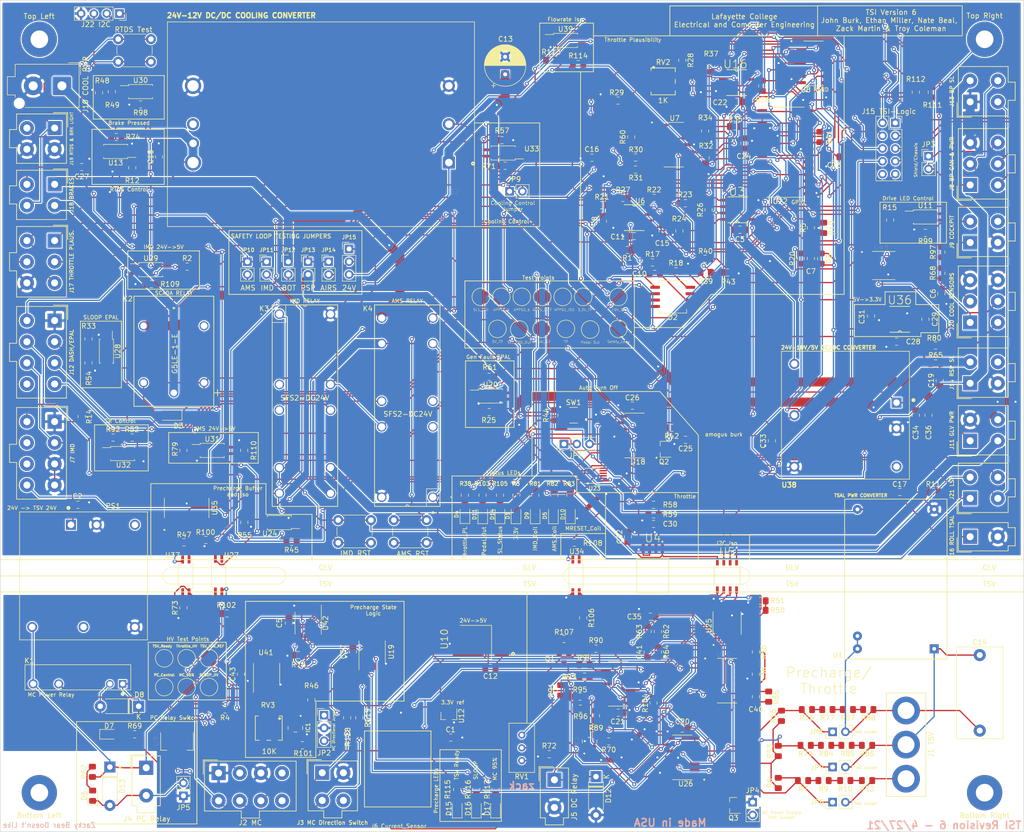
<source format=kicad_pcb>
(kicad_pcb (version 20171130) (host pcbnew "(5.1.6)-1")
  (layers (0 F.Cu signal) (31 B.Cu signal) (34 B.Paste user) (35 F.Paste user) (36 B.SilkS user) (37 F.SilkS user) (38 B.Mask user) (39 F.Mask user hide) (44 Edge.Cuts user))
  (net 0 "")
  (net 1 /3.3V)
  (net 2 /5V)
  (net 3 /AIRS-)
  (net 4 /24V)
  (net 5 /10V)
  (net 6 "Net-(C7-Pad2)")
  (net 7 "Net-(C8-Pad1)")
  (net 8 /APPS1_RTN)
  (net 9 /PC_RELAY+)
  (net 10 /COOL_24V)
  (net 11 /HV+)
  (net 12 /HV-)
  (net 13 "Net-(C15-Pad1)")
  (net 14 /TSAL)
  (net 15 /12V_Cooling)
  (net 16 /5HV)
  (net 17 "Net-(C23-Pad1)")
  (net 18 "Net-(C30-Pad1)")
  (net 19 /Throttle_HV)
  (net 20 "Net-(D1-Pad2)")
  (net 21 "Net-(D2-Pad8)")
  (net 22 "Net-(D4-Pad2)")
  (net 23 /AMS_Button_RTN)
  (net 24 /PC_RELAY-)
  (net 25 "Net-(D6-Pad2)")
  (net 26 "Net-(D7-Pad1)")
  (net 27 "Net-(D7-Pad2)")
  (net 28 /IMD_Button_RTN)
  (net 29 "Net-(D14-Pad2)")
  (net 30 /DC_RELAY+)
  (net 31 /MC+)
  (net 32 /A2_HV)
  (net 33 /A1_HV)
  (net 34 /IGNI_VCC)
  (net 35 /IMD_Status)
  (net 36 /IMD_MHS)
  (net 37 /CAN_Shield)
  (net 38 /BP_CAN-)
  (net 39 /BP_CAN+)
  (net 40 /Drive_LED)
  (net 41 /Drive_BTN)
  (net 42 /SL1_In)
  (net 43 /AMS_FAULT_LED)
  (net 44 /IMD_FAULT_LED)
  (net 45 /Safety_Loop)
  (net 46 /AIRS+)
  (net 47 /SR_CTRL)
  (net 48 /RTDS_CTRL)
  (net 49 /PC_Ready)
  (net 50 /Cooling_CTRL)
  (net 51 /SDA)
  (net 52 /SCL)
  (net 53 /APPS1)
  (net 54 /APPS2)
  (net 55 /BOT_Out)
  (net 56 /SL1_Out)
  (net 57 /RTDS)
  (net 58 /Flowrate)
  (net 59 "Net-(JP1-Pad1)")
  (net 60 "Net-(JP1-Pad2)")
  (net 61 "Net-(Q2-Pad1)")
  (net 62 "Net-(Q2-Pad3)")
  (net 63 "Net-(R4-Pad1)")
  (net 64 "Net-(R19-Pad1)")
  (net 65 "Net-(R7-Pad1)")
  (net 66 "Net-(R10-Pad2)")
  (net 67 "Net-(R10-Pad1)")
  (net 68 "Net-(R12-Pad1)")
  (net 69 "Net-(R15-Pad1)")
  (net 70 /D_LED_CTRL)
  (net 71 "Net-(R22-Pad1)")
  (net 72 "Net-(R23-Pad1)")
  (net 73 "Net-(R28-Pad2)")
  (net 74 "Net-(R29-Pad1)")
  (net 75 "Net-(R30-Pad1)")
  (net 76 "Net-(R30-Pad2)")
  (net 77 "Net-(R32-Pad2)")
  (net 78 "Net-(R34-Pad2)")
  (net 79 "Net-(R38-Pad2)")
  (net 80 "Net-(R45-Pad1)")
  (net 81 "Net-(R47-Pad2)")
  (net 82 "Net-(R49-Pad1)")
  (net 83 /Sensors_Throttle_Voltage/SDA_HV)
  (net 84 /Sensors_Throttle_Voltage/SCL_HV)
  (net 85 /Throttle_LV)
  (net 86 "Net-(R62-Pad2)")
  (net 87 "Net-(R63-Pad2)")
  (net 88 "Net-(R71-Pad1)")
  (net 89 /PCDC_Circuit/Safety_Loop_HV)
  (net 90 "Net-(R76-Pad1)")
  (net 91 "Net-(R77-Pad1)")
  (net 92 "Net-(R78-Pad1)")
  (net 93 "Net-(R84-Pad1)")
  (net 94 "Net-(R85-Pad1)")
  (net 95 "Net-(R87-Pad1)")
  (net 96 "Net-(R89-Pad1)")
  (net 97 "Net-(R90-Pad1)")
  (net 98 "Net-(R91-Pad2)")
  (net 99 "Net-(R92-Pad1)")
  (net 100 "Net-(R93-Pad1)")
  (net 101 "Net-(R94-Pad1)")
  (net 102 "Net-(R95-Pad1)")
  (net 103 "Net-(R108-Pad2)")
  (net 104 "Net-(U19-Pad3)")
  (net 105 "Net-(U21-Pad13)")
  (net 106 /MC_Voltage)
  (net 107 /Chassis_GND)
  (net 108 "Net-(R25-Pad1)")
  (net 109 /Throttle_Plausibility/APPS1_ISO)
  (net 110 /CoolTemp)
  (net 111 /CoolTemp_In)
  (net 112 /Relays_Cooling_Voltage_Refs/Cooling_power)
  (net 113 /Throttle_Plausibility/Pedal_Out)
  (net 114 /Relays_Cooling_Voltage_Refs/SL1_IMD_Out)
  (net 115 /Throttle_Plausibility/APPS1_b)
  (net 116 /Throttle_Plausibility/APPS2_b)
  (net 117 /Throttle_Plausibility/APPS_DIFF)
  (net 118 /Throttle_Plausibility/U8_Pin8)
  (net 119 /Throttle_Plausibility/U8_Pin3)
  (net 120 /Relays_Cooling_Voltage_Refs/SR_CTRL_Boosted)
  (net 121 /Throttle_Plausibility/U8_Pin14)
  (net 122 /Throttle_Plausibility/U8_Pin13)
  (net 123 /Throttle_Plausibility/U8_Pin12)
  (net 124 /Throttle_Plausibility/U8_Pin9)
  (net 125 /PCDC_Circuit/3.3HV_REF)
  (net 126 /Throttle_Plausibility/Brake_Pressed_uC)
  (net 127 /GEN_FAULT_EPAL)
  (net 128 /24V_AMS_RTN)
  (net 129 /MRESET_Contact)
  (net 130 /BRAKE_OUT)
  (net 131 "Net-(D5-Pad2)")
  (net 132 "Net-(D9-Pad2)")
  (net 133 "Net-(D10-Pad2)")
  (net 134 "Net-(R102-Pad1)")
  (net 135 "Net-(D11-Pad2)")
  (net 136 "Net-(IC1-Pad4)")
  (net 137 /Safety_Loop_EPAL)
  (net 138 "Net-(Q1-Pad1)")
  (net 139 "Net-(R33-Pad1)")
  (net 140 "Net-(R104-Pad2)")
  (net 141 "Net-(R103-Pad2)")
  (net 142 "Net-(C29-Pad2)")
  (net 143 "Net-(C38-Pad1)")
  (net 144 "Net-(C40-Pad2)")
  (net 145 "Net-(C41-Pad2)")
  (net 146 "Net-(Q3-Pad1)")
  (net 147 "Net-(R105-Pad1)")
  (net 148 "Net-(R106-Pad1)")
  (net 149 "Net-(RV1-Pad2)")
  (net 150 "Net-(RV1-Pad3)")
  (net 151 /TS_Voltage)
  (net 152 /Sensors_Throttle_Voltage/1.24HV_REF)
  (net 153 /PCDC_Circuit/TSV_MIN_REF)
  (net 154 /PCDC_Circuit/PC_Control)
  (net 155 "Net-(R72-Pad2)")
  (net 156 /PCDC_Circuit/TSV_Ready)
  (net 157 "Net-(U19-Pad6)")
  (net 158 "Net-(U19-Pad12)")
  (net 159 "Net-(U19-Pad11)")
  (net 160 "Net-(U41-Pad12)")
  (net 161 "Net-(U41-Pad11)")
  (net 162 "Net-(U41-Pad8)")
  (net 163 "Net-(U41-Pad3)")
  (net 164 "Net-(U42-Pad3)")
  (net 165 "Net-(U42-Pad13)")
  (net 166 "Net-(U42-Pad12)")
  (net 167 /PCDC_Circuit/MC_95%)
  (net 168 "Net-(JP6-Pad1)")
  (net 169 "Net-(JP7-Pad1)")
  (net 170 "Net-(JP8-Pad1)")
  (net 171 /IO_Ground)
  (net 172 /LOGIC_ISO_RTN)
  (net 173 /APPS)
  (net 174 "Net-(R2-Pad1)")
  (net 175 /Throttle_Plausibility/Throttle_PL)
  (net 176 /Throttle_Plausibility/Throttle_SEL)
  (net 177 "Net-(R68-Pad1)")
  (net 178 "Net-(R79-Pad1)")
  (net 179 /Throttle_Plausibility/IMD_FAULT)
  (net 180 /Throttle_Plausibility/AMS_FAULT)
  (net 181 /Flowrate_LOGIC)
  (net 182 /3.3V_ISO)
  (net 183 "Net-(R113-Pad1)")
  (net 184 "Net-(D15-Pad2)")
  (net 185 "Net-(D16-Pad2)")
  (net 186 "Net-(D17-Pad2)")
  (net 187 /FW)
  (net 188 /RW)
  (module Package_SO:SOIC-4_4.55x2.6mm_P1.27mm (layer F.Cu) (at 128.016 70.993)
    (fp_text reference U30 (at 0 -2.25) (layer F.SilkS))
    (fp_text value TLP293)
    (pad 4 smd roundrect (at 3.25 -0.635) (size 1.6 0.55) (layers F.Cu F.Paste F.Mask) (net 2 /5V))
    (pad 3 smd roundrect (at 3.25 0.635) (size 1.6 0.55) (layers F.Cu F.Paste F.Mask) (net 126 /Throttle_Plausibility/Brake_Pressed_uC))
    (pad 2 smd roundrect (at -3.25 0.635) (size 1.6 0.55) (layers F.Cu F.Paste F.Mask) (net 3 /AIRS-))
    (pad 1 smd roundrect (at -3.25 -0.635) (size 1.6 0.55) (layers F.Cu F.Paste F.Mask) (net 82 "Net-(R49-Pad1)"))
  )
  (module Resistor_SMD:R_0805_2012Metric_Pad1.15x1.40mm_HandSolder (layer F.Cu) (at 116.332 135.509 90)
    (fp_text reference R14 (at -0.02148 1.48336 90) (layer F.SilkS))
    (fp_text value 2.2K)
    (pad 1 smd roundrect (at -1.025 0 90) (size 1.15 1.4) (layers F.Cu F.Paste F.Mask) (roundrect_rratio 0.217391) (net 3 /AIRS-))
    (pad 2 smd roundrect (at 1.025 0 90) (size 1.15 1.4) (layers F.Cu F.Paste F.Mask) (roundrect_rratio 0.217391) (net 36 /IMD_MHS))
  )
  (module TSI_Rev_2021_Footprint_Lib:CONV_PDQ10-Q24-D5-D (layer F.Cu) (at 116.688 167.157)
    (fp_text reference PS1 (at 5.8674 -13.8684) (layer F.SilkS) (effects (font (size 1.001646 1.001646))))
    (fp_text value THN_30-2415WI)
    (pad 6 thru_hole circle (at 10.2 -10.15) (size 2 2) (drill 1.3) (layers *.Cu *.Mask))
    (pad 5 thru_hole circle (at 10.2 10.15) (size 2 2) (drill 1.3) (layers *.Cu *.Mask) (net 171 /IO_Ground))
    (pad 4 thru_hole circle (at 0 10.15) (size 2 2) (drill 1.3) (layers *.Cu *.Mask))
    (pad 3 thru_hole circle (at -10.2 10.15) (size 2 2) (drill 1.3) (layers *.Cu *.Mask) (net 9 /PC_RELAY+))
    (pad 2 thru_hole circle (at 2.6 -10.15) (size 2 2) (drill 1.3) (layers *.Cu *.Mask) (net 3 /AIRS-))
    (pad 1 thru_hole rect (at -2.5 -10.15) (size 2 2) (drill 1.3) (layers *.Cu *.Mask) (net 4 /24V))
  )
  (module Connector_PinHeader_2.54mm:PinHeader_1x02_P2.54mm_Vertical (layer F.Cu) (at 157.353 104.775)
    (fp_text reference JP12 (at 0 -2.33) (layer F.SilkS) (effects (font (size 0.762 0.762))))
    (fp_text value "Safety Loop Jumper: BOT Switch")
    (pad 2 thru_hole oval (at 0 2.54) (size 1.7 1.7) (drill 1) (layers *.Cu *.Mask) (net 55 /BOT_Out))
    (pad 1 thru_hole rect (at 0 0) (size 1.7 1.7) (drill 1) (layers *.Cu *.Mask) (net 56 /SL1_Out))
  )
  (module "TSI_Rev_2021_Footprint_Lib:Current Sensor" (layer F.Cu) (at 179.07 205.486 180)
    (fp_text reference J6)
    (fp_text value "J6 Current_Sensor" (at -0.2 -11.35) (layer F.SilkS) (effects (font (size 0.8 0.8) (thickness 0.125))))
    (pad 5 smd rect (at -1.905 7.9 180) (size 0.76 5) (layers F.Cu F.Paste F.Mask) (net 16 /5HV))
    (pad 0 smd rect (at 0 -8.15 180) (size 8.8 4.5) (layers F.Cu F.Paste F.Mask))
    (pad 4 smd rect (at -0.635 7.9 180) (size 0.76 5) (layers F.Cu F.Paste F.Mask) (net 171 /IO_Ground))
    (pad 3 smd rect (at 0.635 7.9 180) (size 0.76 5) (layers F.Cu F.Paste F.Mask) (net 32 /A2_HV))
    (pad 2 smd rect (at 1.905 7.9 180) (size 0.76 5) (layers F.Cu F.Paste F.Mask) (net 33 /A1_HV))
    (pad 1 smd rect (at 3.175 7.9 180) (size 0.76 5) (layers F.Cu F.Paste F.Mask))
    (pad 6 smd rect (at -3.175 7.9 180) (size 0.76 5) (layers F.Cu F.Paste F.Mask))
  )
  (module Capacitor_SMD:C_0805_2012Metric_Pad1.15x1.40mm_HandSolder (layer F.Cu) (at 265.7385 83.947 180)
    (fp_text reference C23 (at 0 -1.651) (layer F.SilkS))
    (fp_text value 33p)
    (pad 1 smd roundrect (at -1.025 0 180) (size 1.15 1.4) (layers F.Cu F.Paste F.Mask) (roundrect_rratio 0.217391) (net 17 "Net-(C23-Pad1)"))
    (pad 2 smd roundrect (at 1.025 0 180) (size 1.15 1.4) (layers F.Cu F.Paste F.Mask) (roundrect_rratio 0.217391) (net 3 /AIRS-))
  )
  (module Resistor_SMD:R_0805_2012Metric_Pad1.15x1.40mm_HandSolder (layer F.Cu) (at 202.631 151.121 270)
    (fp_text reference R3 (at -2.272 0.066 180) (layer F.SilkS) (effects (font (size 0.8 0.8))))
    (fp_text value 2.4K)
    (pad 2 smd roundrect (at 1.025 0 270) (size 1.15 1.4) (layers F.Cu F.Paste F.Mask) (roundrect_rratio 0.217391) (net 20 "Net-(D1-Pad2)"))
    (pad 1 smd roundrect (at -1.025 0 270) (size 1.15 1.4) (layers F.Cu F.Paste F.Mask) (roundrect_rratio 0.217391) (net 1 /3.3V))
  )
  (module TSI_Rev_2021_Footprint_Lib:Molex_MiniFit-JR-5556-06A_2x03x4.20mm_Straight (layer F.Cu) (at 292.735 116.84 90)
    (fp_text reference J20 hide)
    (fp_text value "J20 COOL SENSORS" (at 4.2 -3.6322 90) (layer F.SilkS) (effects (font (size 0.762 0.762))))
    (pad 6 thru_hole circle (at 8.4 5.5 90) (size 2.8 2.8) (drill 1.4) (layers *.Cu *.Mask) (net 3 /AIRS-))
    (pad 5 thru_hole circle (at 4.2 5.5 90) (size 2.8 2.8) (drill 1.4) (layers *.Cu *.Mask) (net 111 /CoolTemp_In))
    (pad 4 thru_hole circle (at 0 5.5 90) (size 2.8 2.8) (drill 1.4) (layers *.Cu *.Mask) (net 110 /CoolTemp))
    (pad 3 thru_hole circle (at 8.4 0 90) (size 2.8 2.8) (drill 1.4) (layers *.Cu *.Mask) (net 3 /AIRS-))
    (pad 2 thru_hole circle (at 4.2 0 90) (size 2.8 2.8) (drill 1.4) (layers *.Cu *.Mask) (net 2 /5V))
    (pad 1 thru_hole rect (at 0 0 90) (size 2.8 2.8) (drill 1.4) (layers *.Cu *.Mask) (net 58 /Flowrate))
  )
  (module TSI_Rev_2021_Footprint_Lib:Potentiometer (layer F.Cu) (at 231.775 68.961)
    (fp_text reference RV2 (at 0 -3.81) (layer F.SilkS))
    (fp_text value 1K (at 0 3.81) (layer F.SilkS))
    (fp_text user * (at -1.905 -2.4638) (layer F.SilkS))
    (fp_text user * (at -1.905 -2.4638) (layer F.SilkS))
    (pad 1 smd roundrect (at 2.8956 -1.143) (size 1.27 0.8128) (layers F.Cu F.Paste F.Mask) (net 73 "Net-(R28-Pad2)"))
    (pad 3 smd roundrect (at 2.8956 1.143) (size 1.27 0.8128) (layers F.Cu F.Paste F.Mask) (net 74 "Net-(R29-Pad1)"))
    (pad 2 smd rect (at -2.8956 0) (size 0.762 1.27) (layers F.Cu F.Paste F.Mask) (net 74 "Net-(R29-Pad1)"))
  )
  (module TSI_Rev_2021_Footprint_Lib:Potentiometer (layer F.Cu) (at 153.467 197.383 270)
    (fp_text reference RV3 (at -4.572 0.1524 180) (layer F.SilkS))
    (fp_text value 10K (at 4.6228 -0.1016 180) (layer F.SilkS))
    (fp_text user * (at -1.905 -2.4638 90) (layer F.SilkS))
    (fp_text user * (at -1.905 -2.4638 90) (layer F.SilkS))
    (pad 2 smd rect (at -2.8956 0 270) (size 0.762 1.27) (layers F.Cu F.Paste F.Mask) (net 153 /PCDC_Circuit/TSV_MIN_REF))
    (pad 3 smd roundrect (at 2.8956 1.143 270) (size 1.27 0.8128) (layers F.Cu F.Paste F.Mask))
    (pad 1 smd roundrect (at 2.8956 -1.143 270) (size 1.27 0.8128) (layers F.Cu F.Paste F.Mask) (net 136 "Net-(IC1-Pad4)"))
  )
  (module Capacitor_SMD:C_0805_2012Metric_Pad1.15x1.40mm_HandSolder (layer F.Cu) (at 281.94 135.255 270)
    (fp_text reference C34 (at 3.429 0 270) (layer F.SilkS))
    (fp_text value 10u)
    (pad 2 smd roundrect (at 1.025 0 270) (size 1.15 1.4) (layers F.Cu F.Paste F.Mask) (roundrect_rratio 0.217391) (net 3 /AIRS-))
    (pad 1 smd roundrect (at -1.025 0 270) (size 1.15 1.4) (layers F.Cu F.Paste F.Mask) (roundrect_rratio 0.217391) (net 4 /24V))
  )
  (module TSI_Rev_2021_Footprint_Lib:CONV_PDQ10-Q24-D5-D (layer F.Cu) (at 267.97 135.255 270)
    (fp_text reference U38 (at 13.843 11.176 180) (layer F.SilkS) (effects (font (size 1.001646 1.001646) (thickness 0.21))))
    (fp_text value PDQ10-Q24-D5-D)
    (pad 1 thru_hole rect (at -2.5 -10.15 270) (size 2 2) (drill 1.3) (layers *.Cu *.Mask) (net 4 /24V))
    (pad 2 thru_hole circle (at 2.6 -10.15 270) (size 2 2) (drill 1.3) (layers *.Cu *.Mask) (net 3 /AIRS-))
    (pad 3 thru_hole circle (at -10.2 10.15 270) (size 2 2) (drill 1.3) (layers *.Cu *.Mask) (net 5 /10V))
    (pad 4 thru_hole circle (at 0 10.15 270) (size 2 2) (drill 1.3) (layers *.Cu *.Mask) (net 2 /5V))
    (pad 5 thru_hole circle (at 10.2 10.15 270) (size 2 2) (drill 1.3) (layers *.Cu *.Mask) (net 3 /AIRS-))
    (pad 6 thru_hole circle (at 10.2 -10.15 270) (size 2 2) (drill 1.3) (layers *.Cu *.Mask))
  )
  (module TSI_Rev_2021_Footprint_Lib:Molex_MiniFit-JR-5556-04A_2x02x4.20mm_Straight (layer F.Cu) (at 292.735 140.335 90)
    (fp_text reference J11 hide)
    (fp_text value "J11 GLV PWR" (at 2.1 -3.6322 90) (layer F.SilkS) (effects (font (size 0.762 0.762))))
    (pad 1 thru_hole rect (at 0 0 90) (size 2.8 2.8) (drill 1.4) (layers *.Cu *.Mask) (net 4 /24V))
    (pad 2 thru_hole circle (at 4.2 0 90) (size 2.8 2.8) (drill 1.4) (layers *.Cu *.Mask) (net 3 /AIRS-))
    (pad 3 thru_hole circle (at 0 5.5 90) (size 2.8 2.8) (drill 1.4) (layers *.Cu *.Mask) (net 42 /SL1_In))
    (pad 4 thru_hole circle (at 4.2 5.5 90) (size 2.8 2.8) (drill 1.4) (layers *.Cu *.Mask) (net 10 /COOL_24V))
  )
  (module TSI_Rev_2021_Footprint_Lib:SOP65P640X120-16N (layer F.Cu) (at 244.475 176.53 90)
    (fp_text reference U25 (at -0.545 -3.612 90) (layer F.SilkS))
    (fp_text value NCD9830DBR2G)
    (pad 16 smd rect (at 2.87 -2.275 90) (size 1.47 0.41) (layers F.Cu F.Paste F.Mask) (net 16 /5HV))
    (pad 15 smd rect (at 2.87 -1.625 90) (size 1.47 0.41) (layers F.Cu F.Paste F.Mask) (net 83 /Sensors_Throttle_Voltage/SDA_HV))
    (pad 14 smd rect (at 2.87 -0.975 90) (size 1.47 0.41) (layers F.Cu F.Paste F.Mask) (net 84 /Sensors_Throttle_Voltage/SCL_HV))
    (pad 13 smd rect (at 2.87 -0.325 90) (size 1.47 0.41) (layers F.Cu F.Paste F.Mask) (net 16 /5HV))
    (pad 12 smd rect (at 2.87 0.325 90) (size 1.47 0.41) (layers F.Cu F.Paste F.Mask) (net 171 /IO_Ground))
    (pad 11 smd rect (at 2.87 0.975 90) (size 1.47 0.41) (layers F.Cu F.Paste F.Mask) (net 171 /IO_Ground))
    (pad 10 smd rect (at 2.87 1.625 90) (size 1.47 0.41) (layers F.Cu F.Paste F.Mask) (net 16 /5HV))
    (pad 9 smd rect (at 2.87 2.275 90) (size 1.47 0.41) (layers F.Cu F.Paste F.Mask) (net 171 /IO_Ground))
    (pad 8 smd rect (at -2.87 2.275 90) (size 1.47 0.41) (layers F.Cu F.Paste F.Mask) (net 106 /MC_Voltage))
    (pad 7 smd rect (at -2.87 1.625 90) (size 1.47 0.41) (layers F.Cu F.Paste F.Mask) (net 151 /TS_Voltage))
    (pad 6 smd rect (at -2.87 0.975 90) (size 1.47 0.41) (layers F.Cu F.Paste F.Mask))
    (pad 5 smd rect (at -2.87 0.325 90) (size 1.47 0.41) (layers F.Cu F.Paste F.Mask) (net 33 /A1_HV))
    (pad 4 smd rect (at -2.87 -0.325 90) (size 1.47 0.41) (layers F.Cu F.Paste F.Mask) (net 32 /A2_HV))
    (pad 3 smd rect (at -2.87 -0.975 90) (size 1.47 0.41) (layers F.Cu F.Paste F.Mask))
    (pad 2 smd rect (at -2.87 -1.625 90) (size 1.47 0.41) (layers F.Cu F.Paste F.Mask))
    (pad 1 smd rect (at -2.87 -2.275 90) (size 1.47 0.41) (layers F.Cu F.Paste F.Mask))
  )
  (module Resistor_SMD:R_0805_2012Metric_Pad1.15x1.40mm_HandSolder (layer F.Cu) (at 252.73 191.135 90)
    (fp_text reference R66 (at -0.127 1.524 90) (layer F.SilkS))
    (fp_text value 24.9K)
    (pad 2 smd roundrect (at 1.025 0 90) (size 1.15 1.4) (layers F.Cu F.Paste F.Mask) (roundrect_rratio 0.217391) (net 144 "Net-(C40-Pad2)"))
    (pad 1 smd roundrect (at -1.025 0 90) (size 1.15 1.4) (layers F.Cu F.Paste F.Mask) (roundrect_rratio 0.217391) (net 19 /Throttle_HV))
  )
  (module Connector_PinHeader_2.54mm:PinHeader_1x02_P2.54mm_Vertical (layer F.Cu) (at 284.48 83.82)
    (fp_text reference JP3 (at 0 -2.33) (layer F.SilkS))
    (fp_text value "If CAN_Shield & Chassis_GND need to be shorted together, weren't sure")
    (pad 1 thru_hole rect (at 0 0) (size 1.7 1.7) (drill 1) (layers *.Cu *.Mask) (net 37 /CAN_Shield))
    (pad 2 thru_hole oval (at 0 2.54) (size 1.7 1.7) (drill 1) (layers *.Cu *.Mask) (net 107 /Chassis_GND))
  )
  (module TSI_Rev_2021_Footprint_Lib:DPAK229P990X238-4N (layer F.Cu) (at 195.58 180.34 90)
    (fp_text reference U10 (at 0.635 -7.239 90) (layer F.SilkS) (effects (font (size 1.4 1.4))))
    (fp_text value MC7805BDTRKG)
    (pad 2 smd rect (at 0 -2.51 90) (size 5.63 6.09) (layers F.Cu F.Mask) (net 171 /IO_Ground))
    (pad 3 smd rect (at 2.29 4.14 90) (size 0.97 2.83) (layers F.Cu F.Paste F.Mask) (net 16 /5HV))
    (pad 1 smd rect (at -2.29 4.14 90) (size 0.97 2.83) (layers F.Cu F.Paste F.Mask) (net 9 /PC_RELAY+))
  )
  (module Resistor_SMD:R_0805_2012Metric_Pad1.15x1.40mm_HandSolder (layer F.Cu) (at 255.27 194.945 90)
    (fp_text reference R16 (at 0 -1.65 90) (layer F.SilkS))
    (fp_text value 10K)
    (pad 1 smd roundrect (at -1.025 0 90) (size 1.15 1.4) (layers F.Cu F.Paste F.Mask) (roundrect_rratio 0.217391) (net 152 /Sensors_Throttle_Voltage/1.24HV_REF))
    (pad 2 smd roundrect (at 1.025 0 90) (size 1.15 1.4) (layers F.Cu F.Paste F.Mask) (roundrect_rratio 0.217391) (net 170 "Net-(JP8-Pad1)"))
  )
  (module TSI_Rev_2021_Footprint_Lib:RDE03110S12 (layer F.Cu) (at 288.138 183.667 90)
    (fp_text reference U1 (at 0.787 -21.692) (layer F.SilkS))
    (fp_text value RDE03110S12)
    (pad 12 thru_hole circle (at 29.718 -2.54 270) (size 1.778 1.778) (drill 0.762) (layers *.Cu *.Mask) (net 3 /AIRS-))
    (pad 13 thru_hole circle (at 29.718 -17.78 270) (size 1.778 1.778) (drill 0.762) (layers *.Cu *.Mask) (net 14 /TSAL))
    (pad 23 thru_hole circle (at 4.572 -17.78 270) (size 1.778 1.778) (drill 0.762) (layers *.Cu *.Mask) (net 12 /HV-))
    (pad 24 thru_hole circle (at 2.032 -17.78 270) (size 1.778 1.778) (drill 0.762) (layers *.Cu *.Mask) (net 12 /HV-))
    (pad 1 thru_hole rect (at 2.032 -2.54 270) (size 1.778 1.778) (drill 0.762) (layers *.Cu *.Mask) (net 11 /HV+))
  )
  (module TestPoint:TestPoint_Pad_D3.0mm (layer F.Cu) (at 215.9 111.76)
    (fp_text reference TP11)
    (fp_text value 3.3V_TP (at 0.3556 2.5596) (layer F.SilkS) (effects (font (size 0.5 0.5) (thickness 0.05))))
    (pad 1 smd circle (at 0 0) (size 3 3) (layers F.Cu F.Mask) (net 1 /3.3V))
  )
  (module TestPoint:TestPoint_Pad_D3.0mm (layer F.Cu) (at 198.882 118.11)
    (fp_text reference TP10)
    (fp_text value 5V_TP (at 0 2.54) (layer F.SilkS) (effects (font (size 0.5 0.5) (thickness 0.05))))
    (pad 1 smd circle (at 0 0) (size 3 3) (layers F.Cu F.Mask) (net 2 /5V))
  )
  (module Capacitor_SMD:C_0805_2012Metric_Pad1.15x1.40mm_HandSolder (layer F.Cu) (at 115.57 153.035)
    (fp_text reference C2 (at -0.0926 -1.6764) (layer F.SilkS))
    (fp_text value 4.7u)
    (pad 1 smd roundrect (at -1.025 0) (size 1.15 1.4) (layers F.Cu F.Paste F.Mask) (roundrect_rratio 0.217391) (net 4 /24V))
    (pad 2 smd roundrect (at 1.025 0) (size 1.15 1.4) (layers F.Cu F.Paste F.Mask) (roundrect_rratio 0.217391) (net 3 /AIRS-))
  )
  (module Capacitor_SMD:C_0805_2012Metric_Pad1.15x1.40mm_HandSolder (layer F.Cu) (at 247.015 98.425)
    (fp_text reference C3 (at 0 1.905 -180) (layer F.SilkS))
    (fp_text value 0.1u)
    (pad 2 smd roundrect (at 1.025 0) (size 1.15 1.4) (layers F.Cu F.Paste F.Mask) (roundrect_rratio 0.217391) (net 3 /AIRS-))
    (pad 1 smd roundrect (at -1.025 0) (size 1.15 1.4) (layers F.Cu F.Paste F.Mask) (roundrect_rratio 0.217391) (net 5 /10V))
  )
  (module Capacitor_SMD:C_0805_2012Metric_Pad1.15x1.40mm_HandSolder (layer F.Cu) (at 287.02 111.125 90)
    (fp_text reference C6 (at 0 -1.65 90) (layer F.SilkS))
    (fp_text value 0.1u)
    (pad 2 smd roundrect (at 1.025 0 90) (size 1.15 1.4) (layers F.Cu F.Paste F.Mask) (roundrect_rratio 0.217391) (net 2 /5V))
    (pad 1 smd roundrect (at -1.025 0 90) (size 1.15 1.4) (layers F.Cu F.Paste F.Mask) (roundrect_rratio 0.217391) (net 3 /AIRS-))
  )
  (module Capacitor_SMD:C_0805_2012Metric_Pad1.15x1.40mm_HandSolder (layer F.Cu) (at 261.112 104.14 90)
    (fp_text reference C7 (at -2.54 0 180) (layer F.SilkS))
    (fp_text value 0.1u)
    (pad 1 smd roundrect (at -1.025 0 90) (size 1.15 1.4) (layers F.Cu F.Paste F.Mask) (roundrect_rratio 0.217391) (net 109 /Throttle_Plausibility/APPS1_ISO))
    (pad 2 smd roundrect (at 1.025 0 90) (size 1.15 1.4) (layers F.Cu F.Paste F.Mask) (roundrect_rratio 0.217391) (net 6 "Net-(C7-Pad2)"))
  )
  (module Capacitor_SMD:C_0805_2012Metric_Pad1.15x1.40mm_HandSolder (layer F.Cu) (at 219.824 96.7271 270)
    (fp_text reference C8 (at 0 1.638 90) (layer F.SilkS))
    (fp_text value 0.1u)
    (pad 1 smd roundrect (at -1.025 0 270) (size 1.15 1.4) (layers F.Cu F.Paste F.Mask) (roundrect_rratio 0.217391) (net 7 "Net-(C8-Pad1)"))
    (pad 2 smd roundrect (at 1.025 0 270) (size 1.15 1.4) (layers F.Cu F.Paste F.Mask) (roundrect_rratio 0.217391) (net 3 /AIRS-))
  )
  (module Capacitor_SMD:C_0805_2012Metric_Pad1.15x1.40mm_HandSolder (layer F.Cu) (at 230.124 107.188)
    (fp_text reference C10 (at -3.048 0) (layer F.SilkS))
    (fp_text value 0.1u)
    (pad 2 smd roundrect (at 1.025 0) (size 1.15 1.4) (layers F.Cu F.Paste F.Mask) (roundrect_rratio 0.217391) (net 3 /AIRS-))
    (pad 1 smd roundrect (at -1.025 0) (size 1.15 1.4) (layers F.Cu F.Paste F.Mask) (roundrect_rratio 0.217391) (net 8 /APPS1_RTN))
  )
  (module Capacitor_SMD:C_0805_2012Metric_Pad1.15x1.40mm_HandSolder (layer F.Cu) (at 226.06 99.695 180)
    (fp_text reference C11 (at 3.302 -0.127) (layer F.SilkS))
    (fp_text value 0.1u)
    (pad 1 smd roundrect (at -1.025 0 180) (size 1.15 1.4) (layers F.Cu F.Paste F.Mask) (roundrect_rratio 0.217391) (net 5 /10V))
    (pad 2 smd roundrect (at 1.025 0 180) (size 1.15 1.4) (layers F.Cu F.Paste F.Mask) (roundrect_rratio 0.217391) (net 3 /AIRS-))
  )
  (module Capacitor_SMD:C_0805_2012Metric_Pad1.15x1.40mm_HandSolder (layer F.Cu) (at 197.485 185.42 180)
    (fp_text reference C12 (at 0 -1.65) (layer F.SilkS))
    (fp_text value 0.33u)
    (pad 1 smd roundrect (at -1.025 0 180) (size 1.15 1.4) (layers F.Cu F.Paste F.Mask) (roundrect_rratio 0.217391) (net 9 /PC_RELAY+))
    (pad 2 smd roundrect (at 1.025 0 180) (size 1.15 1.4) (layers F.Cu F.Paste F.Mask) (roundrect_rratio 0.217391) (net 171 /IO_Ground))
  )
  (module Capacitor_THT:C_Rect_L18.0mm_W9.0mm_P15.00mm_FKS3_FKP3 (layer F.Cu) (at 294.64 182.88 270)
    (fp_text reference C14 (at -2.54 0 180) (layer F.SilkS))
    (fp_text value 1u)
    (pad 1 thru_hole circle (at 0 0 270) (size 2.4 2.4) (drill 1.2) (layers *.Cu *.Mask) (net 11 /HV+))
    (pad 2 thru_hole circle (at 15 0 270) (size 2.4 2.4) (drill 1.2) (layers *.Cu *.Mask) (net 12 /HV-))
  )
  (module Capacitor_SMD:C_0805_2012Metric_Pad1.15x1.40mm_HandSolder (layer F.Cu) (at 231.676 98.6118 270)
    (fp_text reference C15 (at 2.4802 0.07924) (layer F.SilkS))
    (fp_text value 0.1u)
    (pad 2 smd roundrect (at 1.025 0 270) (size 1.15 1.4) (layers F.Cu F.Paste F.Mask) (roundrect_rratio 0.217391) (net 3 /AIRS-))
    (pad 1 smd roundrect (at -1.025 0 270) (size 1.15 1.4) (layers F.Cu F.Paste F.Mask) (roundrect_rratio 0.217391) (net 13 "Net-(C15-Pad1)"))
  )
  (module Capacitor_SMD:C_0805_2012Metric_Pad1.15x1.40mm_HandSolder (layer F.Cu) (at 217.637 84.132 180)
    (fp_text reference C16 (at 0.0098 1.6836) (layer F.SilkS))
    (fp_text value 0.1u)
    (pad 1 smd roundrect (at -1.025 0 180) (size 1.15 1.4) (layers F.Cu F.Paste F.Mask) (roundrect_rratio 0.217391) (net 2 /5V))
    (pad 2 smd roundrect (at 1.025 0 180) (size 1.15 1.4) (layers F.Cu F.Paste F.Mask) (roundrect_rratio 0.217391) (net 3 /AIRS-))
  )
  (module Capacitor_SMD:C_0805_2012Metric_Pad1.15x1.40mm_HandSolder (layer F.Cu) (at 278.765 150.495)
    (fp_text reference C17 (at -0.0254 -1.5494) (layer F.SilkS))
    (fp_text value 4.7u)
    (pad 2 smd roundrect (at 1.025 0) (size 1.15 1.4) (layers F.Cu F.Paste F.Mask) (roundrect_rratio 0.217391) (net 3 /AIRS-))
    (pad 1 smd roundrect (at -1.025 0) (size 1.15 1.4) (layers F.Cu F.Paste F.Mask) (roundrect_rratio 0.217391) (net 14 /TSAL))
  )
  (module Capacitor_SMD:C_0805_2012Metric_Pad1.15x1.40mm_HandSolder (layer F.Cu) (at 131.6736 83.9634 90)
    (fp_text reference C18 (at 0 -1.65 90) (layer F.SilkS))
    (fp_text value 10u)
    (pad 2 smd roundrect (at 1.025 0 90) (size 1.15 1.4) (layers F.Cu F.Paste F.Mask) (roundrect_rratio 0.217391) (net 3 /AIRS-))
    (pad 1 smd roundrect (at -1.025 0 90) (size 1.15 1.4) (layers F.Cu F.Paste F.Mask) (roundrect_rratio 0.217391) (net 15 /12V_Cooling))
  )
  (module Capacitor_SMD:C_0805_2012Metric_Pad1.15x1.40mm_HandSolder (layer F.Cu) (at 286.688 128.392 270)
    (fp_text reference C19 (at -0.0204 1.7 90) (layer F.SilkS))
    (fp_text value 0.1u)
    (pad 1 smd roundrect (at -1.025 0 270) (size 1.15 1.4) (layers F.Cu F.Paste F.Mask) (roundrect_rratio 0.217391) (net 110 /CoolTemp))
    (pad 2 smd roundrect (at 1.025 0 270) (size 1.15 1.4) (layers F.Cu F.Paste F.Mask) (roundrect_rratio 0.217391) (net 3 /AIRS-))
  )
  (module Capacitor_SMD:C_0805_2012Metric_Pad1.15x1.40mm_HandSolder (layer F.Cu) (at 235.585 197.485 180)
    (fp_text reference C20 (at 0 1.397 180) (layer F.SilkS))
    (fp_text value 0.1u)
    (pad 2 smd roundrect (at 1.025 0 180) (size 1.15 1.4) (layers F.Cu F.Paste F.Mask) (roundrect_rratio 0.217391) (net 171 /IO_Ground))
    (pad 1 smd roundrect (at -1.025 0 180) (size 1.15 1.4) (layers F.Cu F.Paste F.Mask) (roundrect_rratio 0.217391) (net 16 /5HV))
  )
  (module Capacitor_SMD:C_0805_2012Metric_Pad1.15x1.40mm_HandSolder (layer F.Cu) (at 222.885 194.31)
    (fp_text reference C21 (at -0.127 1.778 180) (layer F.SilkS))
    (fp_text value 0.1u)
    (pad 2 smd roundrect (at 1.025 0) (size 1.15 1.4) (layers F.Cu F.Paste F.Mask) (roundrect_rratio 0.217391) (net 171 /IO_Ground))
    (pad 1 smd roundrect (at -1.025 0) (size 1.15 1.4) (layers F.Cu F.Paste F.Mask) (roundrect_rratio 0.217391) (net 16 /5HV))
  )
  (module Capacitor_SMD:C_0805_2012Metric_Pad1.15x1.40mm_HandSolder (layer F.Cu) (at 246.38 73.025 180)
    (fp_text reference C22 (at 3.302 -0.127) (layer F.SilkS))
    (fp_text value 0.1u)
    (pad 2 smd roundrect (at 1.025 0 180) (size 1.15 1.4) (layers F.Cu F.Paste F.Mask) (roundrect_rratio 0.217391) (net 3 /AIRS-))
    (pad 1 smd roundrect (at -1.025 0 180) (size 1.15 1.4) (layers F.Cu F.Paste F.Mask) (roundrect_rratio 0.217391) (net 5 /10V))
  )
  (module Capacitor_SMD:C_0805_2012Metric_Pad1.15x1.40mm_HandSolder (layer F.Cu) (at 247.904 81.28 90)
    (fp_text reference C24 (at -2.54 -0.0902 180) (layer F.SilkS))
    (fp_text value 0.1u)
    (pad 2 smd roundrect (at 1.025 0 90) (size 1.15 1.4) (layers F.Cu F.Paste F.Mask) (roundrect_rratio 0.217391) (net 3 /AIRS-))
    (pad 1 smd roundrect (at -1.025 0 90) (size 1.15 1.4) (layers F.Cu F.Paste F.Mask) (roundrect_rratio 0.217391) (net 2 /5V))
  )
  (module Capacitor_SMD:C_0805_2012Metric_Pad1.15x1.40mm_HandSolder (layer F.Cu) (at 236.22 140.1445)
    (fp_text reference C25 (at 0 1.75) (layer F.SilkS))
    (fp_text value 0.1u)
    (pad 2 smd roundrect (at 1.025 0) (size 1.15 1.4) (layers F.Cu F.Paste F.Mask) (roundrect_rratio 0.217391) (net 2 /5V))
    (pad 1 smd roundrect (at -1.025 0) (size 1.15 1.4) (layers F.Cu F.Paste F.Mask) (roundrect_rratio 0.217391) (net 3 /AIRS-))
  )
  (module Capacitor_SMD:C_0805_2012Metric_Pad1.15x1.40mm_HandSolder (layer F.Cu) (at 225.67 133.35 180)
    (fp_text reference C26 (at 0.0164 1.5748) (layer F.SilkS))
    (fp_text value 0.1u)
    (pad 2 smd roundrect (at 1.025 0 180) (size 1.15 1.4) (layers F.Cu F.Paste F.Mask) (roundrect_rratio 0.217391) (net 3 /AIRS-))
    (pad 1 smd roundrect (at -1.025 0 180) (size 1.15 1.4) (layers F.Cu F.Paste F.Mask) (roundrect_rratio 0.217391) (net 2 /5V))
  )
  (module Capacitor_SMD:C_0805_2012Metric_Pad1.15x1.40mm_HandSolder (layer F.Cu) (at 116.341 85.979)
    (fp_text reference C27 (at 0 1.905) (layer F.SilkS))
    (fp_text value 0.1u)
    (pad 1 smd roundrect (at -1.025 0) (size 1.15 1.4) (layers F.Cu F.Paste F.Mask) (roundrect_rratio 0.217391) (net 46 /AIRS+))
    (pad 2 smd roundrect (at 1.025 0) (size 1.15 1.4) (layers F.Cu F.Paste F.Mask) (roundrect_rratio 0.217391) (net 3 /AIRS-))
  )
  (module Capacitor_SMD:C_0805_2012Metric_Pad1.15x1.40mm_HandSolder (layer F.Cu) (at 229.87 156.845 180)
    (fp_text reference C30 (at -3.302 0 180) (layer F.SilkS))
    (fp_text value 100p)
    (pad 2 smd roundrect (at 1.025 0 180) (size 1.15 1.4) (layers F.Cu F.Paste F.Mask) (roundrect_rratio 0.217391) (net 3 /AIRS-))
    (pad 1 smd roundrect (at -1.025 0 180) (size 1.15 1.4) (layers F.Cu F.Paste F.Mask) (roundrect_rratio 0.217391) (net 18 "Net-(C30-Pad1)"))
  )
  (module Capacitor_SMD:C_0805_2012Metric_Pad1.15x1.40mm_HandSolder (layer F.Cu) (at 224.79 159.385 90)
    (fp_text reference C32 (at 0 -1.65 90) (layer F.SilkS))
    (fp_text value 0.1u)
    (pad 1 smd roundrect (at -1.025 0 90) (size 1.15 1.4) (layers F.Cu F.Paste F.Mask) (roundrect_rratio 0.217391) (net 2 /5V))
    (pad 2 smd roundrect (at 1.025 0 90) (size 1.15 1.4) (layers F.Cu F.Paste F.Mask) (roundrect_rratio 0.217391) (net 3 /AIRS-))
  )
  (module Capacitor_SMD:C_0805_2012Metric_Pad1.15x1.40mm_HandSolder (layer F.Cu) (at 229.235 175.26 180)
    (fp_text reference C35 (at 3.175 0) (layer F.SilkS))
    (fp_text value 0.1u)
    (pad 2 smd roundrect (at 1.025 0 180) (size 1.15 1.4) (layers F.Cu F.Paste F.Mask) (roundrect_rratio 0.217391) (net 171 /IO_Ground))
    (pad 1 smd roundrect (at -1.025 0 180) (size 1.15 1.4) (layers F.Cu F.Paste F.Mask) (roundrect_rratio 0.217391) (net 16 /5HV))
  )
  (module Capacitor_SMD:C_0805_2012Metric_Pad1.15x1.40mm_HandSolder (layer F.Cu) (at 228.702 182.279 90)
    (fp_text reference C41 (at 0 -1.65 90) (layer F.SilkS))
    (fp_text value 100p)
    (pad 1 smd roundrect (at -1.025 0 90) (size 1.15 1.4) (layers F.Cu F.Paste F.Mask) (roundrect_rratio 0.217391) (net 171 /IO_Ground))
    (pad 2 smd roundrect (at 1.025 0 90) (size 1.15 1.4) (layers F.Cu F.Paste F.Mask) (roundrect_rratio 0.217391) (net 145 "Net-(C41-Pad2)"))
  )
  (module Capacitor_SMD:C_0805_2012Metric_Pad1.15x1.40mm_HandSolder (layer F.Cu) (at 250.19 191.135 90)
    (fp_text reference C40 (at -2.54 0) (layer F.SilkS))
    (fp_text value 100p)
    (pad 2 smd roundrect (at 1.025 0 90) (size 1.15 1.4) (layers F.Cu F.Paste F.Mask) (roundrect_rratio 0.217391) (net 144 "Net-(C40-Pad2)"))
    (pad 1 smd roundrect (at -1.025 0 90) (size 1.15 1.4) (layers F.Cu F.Paste F.Mask) (roundrect_rratio 0.217391) (net 19 /Throttle_HV))
  )
  (module Capacitor_SMD:C_0805_2012Metric_Pad1.15x1.40mm_HandSolder (layer F.Cu) (at 250.19 186.69 270)
    (fp_text reference C38 (at 0 -1.524 270) (layer F.SilkS))
    (fp_text value 15u)
    (pad 1 smd roundrect (at -1.025 0 270) (size 1.15 1.4) (layers F.Cu F.Paste F.Mask) (roundrect_rratio 0.217391) (net 143 "Net-(C38-Pad1)"))
    (pad 2 smd roundrect (at 1.025 0 270) (size 1.15 1.4) (layers F.Cu F.Paste F.Mask) (roundrect_rratio 0.217391) (net 171 /IO_Ground))
  )
  (module Capacitor_SMD:C_0805_2012Metric_Pad1.15x1.40mm_HandSolder (layer F.Cu) (at 170.18 182.245 90)
    (fp_text reference C37 (at 0 -1.905 270) (layer F.SilkS))
    (fp_text value 0.1u)
    (pad 1 smd roundrect (at -1.025 0 90) (size 1.15 1.4) (layers F.Cu F.Paste F.Mask) (roundrect_rratio 0.217391) (net 171 /IO_Ground))
    (pad 2 smd roundrect (at 1.025 0 90) (size 1.15 1.4) (layers F.Cu F.Paste F.Mask) (roundrect_rratio 0.217391) (net 16 /5HV))
  )
  (module Capacitor_SMD:C_0805_2012Metric_Pad1.15x1.40mm_HandSolder (layer F.Cu) (at 284.48 135.255 270)
    (fp_text reference C36 (at 3.429 0 270) (layer F.SilkS))
    (fp_text value 10u)
    (pad 1 smd roundrect (at -1.025 0 270) (size 1.15 1.4) (layers F.Cu F.Paste F.Mask) (roundrect_rratio 0.217391) (net 4 /24V))
    (pad 2 smd roundrect (at 1.025 0 270) (size 1.15 1.4) (layers F.Cu F.Paste F.Mask) (roundrect_rratio 0.217391) (net 3 /AIRS-))
  )
  (module Capacitor_SMD:C_0805_2012Metric_Pad1.15x1.40mm_HandSolder (layer F.Cu) (at 253.365 140.335 270)
    (fp_text reference C33 (at 0.0635 1.7145 90) (layer F.SilkS))
    (fp_text value 0.1u)
    (pad 1 smd roundrect (at -1.025 0 270) (size 1.15 1.4) (layers F.Cu F.Paste F.Mask) (roundrect_rratio 0.217391) (net 2 /5V))
    (pad 2 smd roundrect (at 1.025 0 270) (size 1.15 1.4) (layers F.Cu F.Paste F.Mask) (roundrect_rratio 0.217391) (net 3 /AIRS-))
  )
  (module Capacitor_SMD:C_0805_2012Metric_Pad1.15x1.40mm_HandSolder (layer F.Cu) (at 273.05 115.57 270)
    (fp_text reference C31 (at 0.13092 1.81356 90) (layer F.SilkS))
    (fp_text value 1u)
    (pad 1 smd roundrect (at -1.025 0 270) (size 1.15 1.4) (layers F.Cu F.Paste F.Mask) (roundrect_rratio 0.217391) (net 2 /5V))
    (pad 2 smd roundrect (at 1.025 0 270) (size 1.15 1.4) (layers F.Cu F.Paste F.Mask) (roundrect_rratio 0.217391) (net 3 /AIRS-))
  )
  (module Capacitor_SMD:C_0805_2012Metric_Pad1.15x1.40mm_HandSolder (layer F.Cu) (at 283.845 116.205 90)
    (fp_text reference C29 (at 0 1.905 90) (layer F.SilkS))
    (fp_text value 0.01u)
    (pad 1 smd roundrect (at -1.025 0 90) (size 1.15 1.4) (layers F.Cu F.Paste F.Mask) (roundrect_rratio 0.217391) (net 1 /3.3V))
    (pad 2 smd roundrect (at 1.025 0 90) (size 1.15 1.4) (layers F.Cu F.Paste F.Mask) (roundrect_rratio 0.217391) (net 142 "Net-(C29-Pad2)"))
  )
  (module Capacitor_SMD:C_0805_2012Metric_Pad1.15x1.40mm_HandSolder (layer F.Cu) (at 278.13 120.65 180)
    (fp_text reference C28 (at -3.302 0) (layer F.SilkS))
    (fp_text value 10u)
    (pad 2 smd roundrect (at 1.025 0 180) (size 1.15 1.4) (layers F.Cu F.Paste F.Mask) (roundrect_rratio 0.217391) (net 3 /AIRS-))
    (pad 1 smd roundrect (at -1.025 0 180) (size 1.15 1.4) (layers F.Cu F.Paste F.Mask) (roundrect_rratio 0.217391) (net 1 /3.3V))
  )
  (module Diode_SMD:D_SOD-123 (layer F.Cu) (at 133.985 135.255 180)
    (fp_text reference D3 (at -1.5621 -2.1082) (layer F.SilkS))
    (fp_text value MMSZ5231B-7-F)
    (pad 1 smd rect (at -1.65 0 180) (size 0.9 1.2) (layers F.Cu F.Paste F.Mask) (net 4 /24V))
    (pad 2 smd rect (at 1.65 0 180) (size 0.9 1.2) (layers F.Cu F.Paste F.Mask) (net 120 /Relays_Cooling_Voltage_Refs/SR_CTRL_Boosted))
  )
  (module LED_SMD:LED_0805_2012Metric_Pad1.15x1.40mm_HandSolder (layer F.Cu) (at 121.768 198.603)
    (fp_text reference D7 (at 0 -1.65) (layer F.SilkS))
    (fp_text value "GREEN LED")
    (pad 1 smd roundrect (at -1.025 0) (size 1.15 1.4) (layers F.Cu F.Paste F.Mask) (roundrect_rratio 0.217391) (net 26 "Net-(D7-Pad1)"))
    (pad 2 smd roundrect (at 1.025 0) (size 1.15 1.4) (layers F.Cu F.Paste F.Mask) (roundrect_rratio 0.217391) (net 27 "Net-(D7-Pad2)"))
  )
  (module Diode_THT:D_DO-41_SOD81_P7.62mm_Horizontal (layer F.Cu) (at 127.635 193.04 180)
    (fp_text reference D8 (at -0.127 2.286) (layer F.SilkS))
    (fp_text value 1N4001)
    (fp_text user K (at 0 -2.1) (layer F.SilkS))
    (pad 1 thru_hole rect (at 0 0 180) (size 2.2 2.2) (drill 1.1) (layers *.Cu *.Mask) (net 16 /5HV))
    (pad 2 thru_hole oval (at 7.62 0 180) (size 2.2 2.2) (drill 1.1) (layers *.Cu *.Mask) (net 26 "Net-(D7-Pad1)"))
  )
  (module LED_SMD:LED_0805_2012Metric_Pad1.15x1.40mm_HandSolder (layer F.Cu) (at 199.39 154.94 90)
    (fp_text reference D14 (at 0 -1.524 270) (layer F.SilkS) (effects (font (size 0.75 0.75))))
    (fp_text value SL_Status)
    (pad 1 smd roundrect (at -1.025 0 90) (size 1.15 1.4) (layers F.Cu F.Paste F.Mask) (roundrect_rratio 0.217391) (net 3 /AIRS-))
    (pad 2 smd roundrect (at 1.025 0 90) (size 1.15 1.4) (layers F.Cu F.Paste F.Mask) (roundrect_rratio 0.217391) (net 29 "Net-(D14-Pad2)"))
  )
  (module Diode_THT:D_DO-41_SOD81_P7.62mm_Horizontal (layer F.Cu) (at 218.44 207.01 270)
    (fp_text reference D12 (at 3.81 -2.47 90) (layer F.SilkS))
    (fp_text value 1N4001)
    (fp_text user K (at 0 -2.1 90) (layer F.SilkS))
    (pad 1 thru_hole rect (at 0 0 270) (size 2.2 2.2) (drill 1.1) (layers *.Cu *.Mask) (net 30 /DC_RELAY+))
    (pad 2 thru_hole oval (at 7.62 0 270) (size 2.2 2.2) (drill 1.1) (layers *.Cu *.Mask) (net 171 /IO_Ground))
  )
  (module Diode_THT:D_DO-41_SOD81_P7.62mm_Horizontal (layer F.Cu) (at 121.92 205.105 270)
    (fp_text reference D13 (at 3.81 -2.47 90) (layer F.SilkS))
    (fp_text value 1N4001)
    (fp_text user K (at 0 -2.1 90) (layer F.SilkS))
    (pad 2 thru_hole oval (at 7.62 0 270) (size 2.2 2.2) (drill 1.1) (layers *.Cu *.Mask) (net 24 /PC_RELAY-))
    (pad 1 thru_hole rect (at 0 0 270) (size 2.2 2.2) (drill 1.1) (layers *.Cu *.Mask) (net 9 /PC_RELAY+))
  )
  (module TestPoint:TestPoint_Pad_D3.0mm (layer F.Cu) (at 207.645 118.11)
    (fp_text reference TP12)
    (fp_text value TSAL_LV (at 0.2794 2.54) (layer F.SilkS) (effects (font (size 0.5 0.5) (thickness 0.05))))
    (pad 1 smd circle (at 0 0) (size 3 3) (layers F.Cu F.Mask) (net 14 /TSAL))
  )
  (module TSI_Rev_2021_Footprint_Lib:SOT95P280X145-5N (layer F.Cu) (at 158.75 197.358 270)
    (fp_text reference IC1 (at -0.06 -2.508 90) (layer F.SilkS) (effects (font (size 0.8 0.8))))
    (fp_text value TS431ILT)
    (pad 1 smd rect (at -1.255 -0.95 270) (size 1.21 0.59) (layers F.Cu F.Paste F.Mask))
    (pad 2 smd rect (at -1.255 0 270) (size 1.21 0.59) (layers F.Cu F.Paste F.Mask))
    (pad 3 smd rect (at -1.255 0.95 270) (size 1.21 0.59) (layers F.Cu F.Paste F.Mask) (net 153 /PCDC_Circuit/TSV_MIN_REF))
    (pad 4 smd rect (at 1.255 0.95 270) (size 1.21 0.59) (layers F.Cu F.Paste F.Mask) (net 136 "Net-(IC1-Pad4)"))
    (pad 5 smd rect (at 1.255 -0.95 270) (size 1.21 0.59) (layers F.Cu F.Paste F.Mask) (net 171 /IO_Ground))
  )
  (module TSI_Rev_2021_Footprint_Lib:Molex-0010844030 (layer F.Cu) (at 280.01 200.66 90)
    (fp_text reference J1)
    (fp_text value "J1 TSV" (at 0 4.978 90) (layer F.SilkS))
    (pad 1 thru_hole circle (at -6.77 0 90) (size 5.5 5.5) (drill 3.35) (layers *.Cu *.Mask) (net 31 /MC+))
    (pad 2 thru_hole circle (at 0 0 90) (size 5.5 5.5) (drill 3.35) (layers *.Cu *.Mask) (net 11 /HV+))
    (pad 3 thru_hole circle (at 6.77 0 90) (size 5.5 5.5) (drill 3.35) (layers *.Cu *.Mask) (net 12 /HV-))
  )
  (module TSI_Rev_2021_Footprint_Lib:Molex_MiniFit-JR-5556-08A_2x04x4.20mm_Straight (layer F.Cu) (at 110.947 136.525 270)
    (fp_text reference J7)
    (fp_text value "J7 IMD" (at 6.3 -3.5562 90) (layer F.SilkS) (effects (font (size 0.762 0.762))))
    (pad 8 thru_hole circle (at 12.6 5.5 270) (size 2.8 2.8) (drill 1.4) (layers *.Cu *.Mask) (net 35 /IMD_Status))
    (pad 7 thru_hole circle (at 8.4 5.5 270) (size 2.8 2.8) (drill 1.4) (layers *.Cu *.Mask))
    (pad 6 thru_hole circle (at 4.2 5.5 270) (size 2.8 2.8) (drill 1.4) (layers *.Cu *.Mask))
    (pad 5 thru_hole circle (at 0 5.5 270) (size 2.8 2.8) (drill 1.4) (layers *.Cu *.Mask) (net 36 /IMD_MHS))
    (pad 4 thru_hole circle (at 12.6 0 270) (size 2.8 2.8) (drill 1.4) (layers *.Cu *.Mask) (net 3 /AIRS-))
    (pad 3 thru_hole circle (at 8.4 0 270) (size 2.8 2.8) (drill 1.4) (layers *.Cu *.Mask) (net 3 /AIRS-))
    (pad 2 thru_hole circle (at 4.2 0 270) (size 2.8 2.8) (drill 1.4) (layers *.Cu *.Mask) (net 4 /24V))
    (pad 1 thru_hole rect (at 0 0 270) (size 2.8 2.8) (drill 1.4) (layers *.Cu *.Mask) (net 3 /AIRS-))
  )
  (module TSI_Rev_2021_Footprint_Lib:Molex_MiniFit-JR-5556-04A_2x02x4.20mm_Straight (layer F.Cu) (at 292.735 100.965 90)
    (fp_text reference J9 hide)
    (fp_text value "J9 COCKPIT" (at 2.1 -3.6322 90) (layer F.SilkS) (effects (font (size 0.762 0.762))))
    (pad 4 thru_hole circle (at 4.2 5.5 90) (size 2.8 2.8) (drill 1.4) (layers *.Cu *.Mask))
    (pad 3 thru_hole circle (at 0 5.5 90) (size 2.8 2.8) (drill 1.4) (layers *.Cu *.Mask) (net 3 /AIRS-))
    (pad 2 thru_hole circle (at 4.2 0 90) (size 2.8 2.8) (drill 1.4) (layers *.Cu *.Mask) (net 40 /Drive_LED))
    (pad 1 thru_hole rect (at 0 0 90) (size 2.8 2.8) (drill 1.4) (layers *.Cu *.Mask) (net 41 /Drive_BTN))
  )
  (module TSI_Rev_2021_Footprint_Lib:Molex_MiniFit-JR-5556-08A_2x04x4.20mm_Straight (layer F.Cu) (at 110.947 116.459 270)
    (fp_text reference J12 hide)
    (fp_text value "J12 DASH/EPAL" (at 6.3 -3.3782 90) (layer F.SilkS) (effects (font (size 0.762 0.762))))
    (pad 1 thru_hole rect (at 0 0 270) (size 2.8 2.8) (drill 1.4) (layers *.Cu *.Mask) (net 3 /AIRS-))
    (pad 2 thru_hole circle (at 4.2 0 270) (size 2.8 2.8) (drill 1.4) (layers *.Cu *.Mask) (net 137 /Safety_Loop_EPAL))
    (pad 3 thru_hole circle (at 8.4 0 270) (size 2.8 2.8) (drill 1.4) (layers *.Cu *.Mask) (net 127 /GEN_FAULT_EPAL))
    (pad 4 thru_hole circle (at 12.6 0 270) (size 2.8 2.8) (drill 1.4) (layers *.Cu *.Mask) (net 14 /TSAL))
    (pad 5 thru_hole circle (at 0 5.5 270) (size 2.8 2.8) (drill 1.4) (layers *.Cu *.Mask) (net 44 /IMD_FAULT_LED))
    (pad 6 thru_hole circle (at 4.2 5.5 270) (size 2.8 2.8) (drill 1.4) (layers *.Cu *.Mask) (net 43 /AMS_FAULT_LED))
    (pad 7 thru_hole circle (at 8.4 5.5 270) (size 2.8 2.8) (drill 1.4) (layers *.Cu *.Mask) (net 4 /24V))
    (pad 8 thru_hole circle (at 12.6 5.5 270) (size 2.8 2.8) (drill 1.4) (layers *.Cu *.Mask))
  )
  (module TSI_Rev_2021_Footprint_Lib:Molex_MiniFit-JR-5556-04A_2x02x4.20mm_Straight (layer F.Cu) (at 292.735 73.025 90)
    (fp_text reference J13)
    (fp_text value "J13 BP SL" (at 2.1 -3.6322 90) (layer F.SilkS) (effects (font (size 0.762 0.762))))
    (pad 4 thru_hole circle (at 4.2 5.5 90) (size 2.8 2.8) (drill 1.4) (layers *.Cu *.Mask) (net 4 /24V))
    (pad 3 thru_hole circle (at 0 5.5 90) (size 2.8 2.8) (drill 1.4) (layers *.Cu *.Mask) (net 128 /24V_AMS_RTN))
    (pad 2 thru_hole circle (at 4.2 0 90) (size 2.8 2.8) (drill 1.4) (layers *.Cu *.Mask) (net 46 /AIRS+))
    (pad 1 thru_hole rect (at 0 0 90) (size 2.8 2.8) (drill 1.4) (layers *.Cu *.Mask) (net 3 /AIRS-))
  )
  (module TSI_Rev_2021_Footprint_Lib:Molex_MiniFit-JR-5556-04A_2x02x4.20mm_Straight (layer F.Cu) (at 292.735 128.905 90)
    (fp_text reference J14 hide)
    (fp_text value "J14 RSP SL" (at 2.1 -3.6322 90) (layer F.SilkS) (effects (font (size 0.762 0.762))))
    (pad 1 thru_hole rect (at 0 0 90) (size 2.8 2.8) (drill 1.4) (layers *.Cu *.Mask) (net 46 /AIRS+))
    (pad 2 thru_hole circle (at 4.2 0 90) (size 2.8 2.8) (drill 1.4) (layers *.Cu *.Mask) (net 129 /MRESET_Contact))
    (pad 3 thru_hole circle (at 0 5.5 90) (size 2.8 2.8) (drill 1.4) (layers *.Cu *.Mask) (net 3 /AIRS-))
    (pad 4 thru_hole circle (at 4.2 5.5 90) (size 2.8 2.8) (drill 1.4) (layers *.Cu *.Mask))
  )
  (module TSI_Rev_2021_Footprint_Lib:Molex_MiniFit-JR-5556-02A_2x01x4.20mm_Straight (layer F.Cu) (at 292.735 159.385 90)
    (fp_text reference J16 hide)
    (fp_text value "J16 ROLL TSAL" (at 0 -3.6322 90) (layer F.SilkS) (effects (font (size 0.762 0.762))))
    (pad 1 thru_hole rect (at 0 0 90) (size 2.8 2.8) (drill 1.4) (layers *.Cu *.Mask) (net 14 /TSAL))
    (pad 2 thru_hole circle (at 0 5.5 90) (size 2.8 2.8) (drill 1.4) (layers *.Cu *.Mask) (net 3 /AIRS-))
  )
  (module TSI_Rev_2021_Footprint_Lib:Molex_MiniFit-JR-5556-06A_2x03x4.20mm_Straight (layer F.Cu) (at 110.947 100.584 270)
    (fp_text reference J17 hide)
    (fp_text value "J17 THROTTLE PLAUS." (at 4.2 -3.3782 90) (layer F.SilkS) (effects (font (size 0.762 0.762))))
    (pad 1 thru_hole rect (at 0 0 270) (size 2.8 2.8) (drill 1.4) (layers *.Cu *.Mask) (net 5 /10V))
    (pad 2 thru_hole circle (at 4.2 0 270) (size 2.8 2.8) (drill 1.4) (layers *.Cu *.Mask) (net 53 /APPS1))
    (pad 3 thru_hole circle (at 8.4 0 270) (size 2.8 2.8) (drill 1.4) (layers *.Cu *.Mask) (net 8 /APPS1_RTN))
    (pad 4 thru_hole circle (at 0 5.5 270) (size 2.8 2.8) (drill 1.4) (layers *.Cu *.Mask) (net 8 /APPS1_RTN))
    (pad 5 thru_hole circle (at 4.2 5.5 270) (size 2.8 2.8) (drill 1.4) (layers *.Cu *.Mask) (net 54 /APPS2))
    (pad 6 thru_hole circle (at 8.4 5.5 270) (size 2.8 2.8) (drill 1.4) (layers *.Cu *.Mask) (net 3 /AIRS-))
  )
  (module TSI_Rev_2021_Footprint_Lib:Molex_MiniFit-JR-5556-04A_2x02x4.20mm_Straight (layer F.Cu) (at 110.947 89.408 270)
    (fp_text reference J18 hide)
    (fp_text value "J18 BRAKES" (at 2.1 -3.3782 90) (layer F.SilkS) (effects (font (size 0.762 0.762))))
    (pad 4 thru_hole circle (at 4.2 5.5 270) (size 2.8 2.8) (drill 1.4) (layers *.Cu *.Mask) (net 130 /BRAKE_OUT))
    (pad 3 thru_hole circle (at 0 5.5 270) (size 2.8 2.8) (drill 1.4) (layers *.Cu *.Mask) (net 46 /AIRS+))
    (pad 2 thru_hole circle (at 4.2 0 270) (size 2.8 2.8) (drill 1.4) (layers *.Cu *.Mask) (net 55 /BOT_Out))
    (pad 1 thru_hole rect (at 0 0 270) (size 2.8 2.8) (drill 1.4) (layers *.Cu *.Mask) (net 56 /SL1_Out))
  )
  (module TSI_Rev_2021_Footprint_Lib:Molex_MiniFit-JR-5556-04A_2x02x4.20mm_Straight (layer F.Cu) (at 110.947 78.232 270)
    (fp_text reference J19 hide)
    (fp_text value "J19 RTDS & BRK LIGHT" (at 2.1 -3.3782 90) (layer F.SilkS) (effects (font (size 0.6 0.6) (thickness 0.11))))
    (pad 1 thru_hole rect (at 0 0 270) (size 2.8 2.8) (drill 1.4) (layers *.Cu *.Mask) (net 130 /BRAKE_OUT))
    (pad 2 thru_hole circle (at 4.2 0 270) (size 2.8 2.8) (drill 1.4) (layers *.Cu *.Mask) (net 3 /AIRS-))
    (pad 3 thru_hole circle (at 0 5.5 270) (size 2.8 2.8) (drill 1.4) (layers *.Cu *.Mask) (net 57 /RTDS))
    (pad 4 thru_hole circle (at 4.2 5.5 270) (size 2.8 2.8) (drill 1.4) (layers *.Cu *.Mask) (net 3 /AIRS-))
  )
  (module TSI_Rev_2021_Footprint_Lib:Molex_MiniFit-JR-5556-02A_2x01x4.20mm_Straight (layer F.Cu) (at 210.185 207.645)
    (fp_text reference J5)
    (fp_text value "J5 DC Relay" (at 3.937 3.429 90) (layer F.SilkS))
    (pad 1 thru_hole rect (at 0 0) (size 2.8 2.8) (drill 1.4) (layers *.Cu *.Mask) (net 30 /DC_RELAY+))
    (pad 2 thru_hole circle (at 0 5.5) (size 2.8 2.8) (drill 1.4) (layers *.Cu *.Mask) (net 171 /IO_Ground))
  )
  (module Connector_PinHeader_2.54mm:PinHeader_1x03_P2.54mm_Vertical (layer F.Cu) (at 212.09 140.97 90)
    (fp_text reference JP1 (at -2.286 2.286) (layer F.SilkS))
    (fp_text value Jumper_NC_Dual)
    (pad 3 thru_hole oval (at 0 5.08 90) (size 1.7 1.7) (drill 1) (layers *.Cu *.Mask) (net 113 /Throttle_Plausibility/Pedal_Out))
    (pad 2 thru_hole oval (at 0 2.54 90) (size 1.7 1.7) (drill 1) (layers *.Cu *.Mask) (net 60 "Net-(JP1-Pad2)"))
    (pad 1 thru_hole rect (at 0 0 90) (size 1.7 1.7) (drill 1) (layers *.Cu *.Mask) (net 59 "Net-(JP1-Pad1)"))
  )
  (module Connector_PinHeader_2.54mm:PinHeader_1x02_P2.54mm_Vertical (layer F.Cu) (at 249.555 212.09)
    (fp_text reference JP4 (at 0 -2.33) (layer F.SilkS))
    (fp_text value "Testing Jumper")
    (pad 2 thru_hole oval (at 0 2.54) (size 1.7 1.7) (drill 1) (layers *.Cu *.Mask) (net 26 "Net-(D7-Pad1)"))
    (pad 1 thru_hole rect (at 0 0) (size 1.7 1.7) (drill 1) (layers *.Cu *.Mask) (net 171 /IO_Ground))
  )
  (module Connector_PinHeader_2.54mm:PinHeader_1x02_P2.54mm_Vertical (layer F.Cu) (at 136.525 210.82 180)
    (fp_text reference JP5 (at 0 -2.33) (layer F.SilkS))
    (fp_text value "Testing Jumper")
    (pad 1 thru_hole rect (at 0 0 180) (size 1.7 1.7) (drill 1) (layers *.Cu *.Mask) (net 171 /IO_Ground))
    (pad 2 thru_hole oval (at 0 2.54 180) (size 1.7 1.7) (drill 1) (layers *.Cu *.Mask) (net 24 /PC_RELAY-))
  )
  (module "TSI_Rev_2021_Footprint_Lib:G5LE-1-E DC24" (layer F.Cu) (at 134.62 114.3 180)
    (fp_text reference K2 (at 9.144 2.159 180) (layer F.SilkS))
    (fp_text value G5LE-1-E (at -0.197601 -8.737201 270) (layer F.SilkS))
    (fp_text user * (at 0 0) (layer F.SilkS))
    (pad 1 thru_hole circle (at 0 -16.499998 180) (size 1.808 1.808) (drill 1.3) (layers *.Cu *.Mask) (net 55 /BOT_Out))
    (pad 2 thru_hole circle (at -5.999999 -14.499996 180) (size 1.808 1.808) (drill 1.3) (layers *.Cu *.Mask) (net 4 /24V))
    (pad 3 thru_hole circle (at -5.999999 -3.200001 180) (size 1.808 1.808) (drill 1.3) (layers *.Cu *.Mask))
    (pad 4 thru_hole circle (at 5.999999 -3.200001 180) (size 1.808 1.808) (drill 1.3) (layers *.Cu *.Mask) (net 129 /MRESET_Contact))
    (pad 5 thru_hole circle (at 5.999999 -14.499996 180) (size 1.808 1.808) (drill 1.3) (layers *.Cu *.Mask) (net 120 /Relays_Cooling_Voltage_Refs/SR_CTRL_Boosted))
  )
  (module TSI_Rev_2021_Footprint_Lib:SOT23 (layer F.Cu) (at 212.09 183.515 180)
    (fp_text reference Q1 (at 2.794 -0.127) (layer F.SilkS))
    (fp_text value ZVP1320F)
    (pad 3 smd rect (at 0 -1.1 180) (size 1 1.4) (layers F.Cu F.Paste F.Mask) (net 30 /DC_RELAY+))
    (pad 2 smd rect (at 0.95 1.1 180) (size 1 1.4) (layers F.Cu F.Paste F.Mask) (net 9 /PC_RELAY+))
    (pad 1 smd rect (at -0.95 1.1 180) (size 1 1.4) (layers F.Cu F.Paste F.Mask) (net 138 "Net-(Q1-Pad1)"))
  )
  (module Package_TO_SOT_SMD:SOT-23 (layer F.Cu) (at 231.956 142.009 180)
    (fp_text reference Q2 (at 0 -2.5) (layer F.SilkS))
    (fp_text value MMBF170)
    (pad 3 smd rect (at 1 0 180) (size 0.9 0.8) (layers F.Cu F.Paste F.Mask) (net 62 "Net-(Q2-Pad3)"))
    (pad 2 smd rect (at -1 0.95 180) (size 0.9 0.8) (layers F.Cu F.Paste F.Mask) (net 3 /AIRS-))
    (pad 1 smd rect (at -1 -0.95 180) (size 0.9 0.8) (layers F.Cu F.Paste F.Mask) (net 61 "Net-(Q2-Pad1)"))
  )
  (module Package_TO_SOT_SMD:SOT-23 (layer F.Cu) (at 245.745 212.725 180)
    (fp_text reference Q3 (at 0 -2.5) (layer F.SilkS))
    (fp_text value SI1302DL-T1-E3)
    (pad 3 smd rect (at 1 0 180) (size 0.9 0.8) (layers F.Cu F.Paste F.Mask) (net 26 "Net-(D7-Pad1)"))
    (pad 2 smd rect (at -1 0.95 180) (size 0.9 0.8) (layers F.Cu F.Paste F.Mask) (net 171 /IO_Ground))
    (pad 1 smd rect (at -1 -0.95 180) (size 0.9 0.8) (layers F.Cu F.Paste F.Mask) (net 146 "Net-(Q3-Pad1)"))
  )
  (module Resistor_SMD:R_0805_2012Metric_Pad1.15x1.40mm_HandSolder (layer F.Cu) (at 224.682 102.448)
    (fp_text reference R1 (at -0.01916 1.59004) (layer F.SilkS))
    (fp_text value 1K)
    (pad 2 smd roundrect (at 1.025 -0.09906) (size 1.15 1.4) (layers F.Cu F.Paste F.Mask) (roundrect_rratio 0.217) (net 4 /24V))
    (pad 1 smd roundrect (at -1.025 0) (size 1.15 1.4) (layers F.Cu F.Paste F.Mask) (roundrect_rratio 0.217391) (net 8 /APPS1_RTN))
  )
  (module Resistor_SMD:R_0805_2012Metric_Pad1.15x1.40mm_HandSolder (layer F.Cu) (at 144.78 193.675)
    (fp_text reference R4 (at 0 1.651) (layer F.SilkS))
    (fp_text value 5K)
    (pad 2 smd roundrect (at 1.025 0) (size 1.15 1.4) (layers F.Cu F.Paste F.Mask) (roundrect_rratio 0.217391) (net 154 /PCDC_Circuit/PC_Control))
    (pad 1 smd roundrect (at -1.025 0) (size 1.15 1.4) (layers F.Cu F.Paste F.Mask) (roundrect_rratio 0.217391) (net 63 "Net-(R4-Pad1)"))
  )
  (module Resistor_SMD:R_0805_2012Metric_Pad1.15x1.40mm_HandSolder (layer F.Cu) (at 261.112 98.035 270)
    (fp_text reference R5 (at 0 1.524 90) (layer F.SilkS))
    (fp_text value 10K)
    (pad 1 smd roundrect (at -1.025 0 270) (size 1.15 1.4) (layers F.Cu F.Paste F.Mask) (roundrect_rratio 0.217391) (net 64 "Net-(R19-Pad1)"))
    (pad 2 smd roundrect (at 1.025 0 270) (size 1.15 1.4) (layers F.Cu F.Paste F.Mask) (roundrect_rratio 0.217391) (net 115 /Throttle_Plausibility/APPS1_b))
  )
  (module Resistor_SMD:R_0805_2012Metric_Pad1.15x1.40mm_HandSolder (layer F.Cu) (at 259.554 207.797 180)
    (fp_text reference R7 (at 0 -1.65) (layer F.SilkS))
    (fp_text value 150K)
    (pad 1 smd roundrect (at -1.025 0 180) (size 1.15 1.4) (layers F.Cu F.Paste F.Mask) (roundrect_rratio 0.217391) (net 65 "Net-(R7-Pad1)"))
    (pad 2 smd roundrect (at 1.025 0 180) (size 1.15 1.4) (layers F.Cu F.Paste F.Mask) (roundrect_rratio 0.217391) (net 168 "Net-(JP6-Pad1)"))
  )
  (module Resistor_SMD:R_0805_2012Metric_Pad1.15x1.40mm_HandSolder (layer F.Cu) (at 263.144 104.149 270)
    (fp_text reference R8 (at 0 -1.65 90) (layer F.SilkS))
    (fp_text value 10K)
    (pad 1 smd roundrect (at -1.025 0 270) (size 1.15 1.4) (layers F.Cu F.Paste F.Mask) (roundrect_rratio 0.217391) (net 6 "Net-(C7-Pad2)"))
    (pad 2 smd roundrect (at 1.025 0 270) (size 1.15 1.4) (layers F.Cu F.Paste F.Mask) (roundrect_rratio 0.217391) (net 2 /5V))
  )
  (module Resistor_SMD:R_0805_2012Metric_Pad1.15x1.40mm_HandSolder (layer F.Cu) (at 263.627 207.797 180)
    (fp_text reference R9 (at 0 -1.65) (layer F.SilkS))
    (fp_text value 150K)
    (pad 2 smd roundrect (at 1.025 0 180) (size 1.15 1.4) (layers F.Cu F.Paste F.Mask) (roundrect_rratio 0.217391) (net 65 "Net-(R7-Pad1)"))
    (pad 1 smd roundrect (at -1.025 0 180) (size 1.15 1.4) (layers F.Cu F.Paste F.Mask) (roundrect_rratio 0.217391) (net 66 "Net-(R10-Pad2)"))
  )
  (module Resistor_SMD:R_0805_2012Metric_Pad1.15x1.40mm_HandSolder (layer F.Cu) (at 267.945 207.797 180)
    (fp_text reference R10 (at 0 -1.65) (layer F.SilkS))
    (fp_text value 150K)
    (pad 1 smd roundrect (at -1.025 0 180) (size 1.15 1.4) (layers F.Cu F.Paste F.Mask) (roundrect_rratio 0.217391) (net 67 "Net-(R10-Pad1)"))
    (pad 2 smd roundrect (at 1.025 0 180) (size 1.15 1.4) (layers F.Cu F.Paste F.Mask) (roundrect_rratio 0.217391) (net 66 "Net-(R10-Pad2)"))
  )
  (module Resistor_SMD:R_0805_2012Metric_Pad1.15x1.40mm_HandSolder (layer F.Cu) (at 285.445 150.495)
    (fp_text reference R11 (at -0.0508 -1.5494) (layer F.SilkS))
    (fp_text value 2.2K)
    (pad 1 smd roundrect (at -1.025 0) (size 1.15 1.4) (layers F.Cu F.Paste F.Mask) (roundrect_rratio 0.217391) (net 3 /AIRS-))
    (pad 2 smd roundrect (at 1.025 0) (size 1.15 1.4) (layers F.Cu F.Paste F.Mask) (roundrect_rratio 0.217391) (net 35 /IMD_Status))
  )
  (module Resistor_SMD:R_0805_2012Metric_Pad1.15x1.40mm_HandSolder (layer F.Cu) (at 126.365 86.115 270)
    (fp_text reference R12 (at 2.531 0 180) (layer F.SilkS))
    (fp_text value 120)
    (pad 2 smd roundrect (at 1.025 0 270) (size 1.15 1.4) (layers F.Cu F.Paste F.Mask) (roundrect_rratio 0.217391) (net 48 /RTDS_CTRL))
    (pad 1 smd roundrect (at -1.025 0 270) (size 1.15 1.4) (layers F.Cu F.Paste F.Mask) (roundrect_rratio 0.217391) (net 68 "Net-(R12-Pad1)"))
  )
  (module Resistor_SMD:R_0805_2012Metric_Pad1.15x1.40mm_HandSolder (layer F.Cu) (at 272.263 207.797 180)
    (fp_text reference R13 (at 0 -1.65) (layer F.SilkS))
    (fp_text value 150K)
    (pad 2 smd roundrect (at 1.025 0 180) (size 1.15 1.4) (layers F.Cu F.Paste F.Mask) (roundrect_rratio 0.217391) (net 67 "Net-(R10-Pad1)"))
    (pad 1 smd roundrect (at -1.025 0 180) (size 1.15 1.4) (layers F.Cu F.Paste F.Mask) (roundrect_rratio 0.217391) (net 31 /MC+))
  )
  (module Resistor_SMD:R_0805_2012Metric_Pad1.15x1.40mm_HandSolder (layer F.Cu) (at 276.86 96.52 270)
    (fp_text reference R15 (at -2.51344 0.10668 180) (layer F.SilkS))
    (fp_text value 300)
    (pad 2 smd roundrect (at 1.025 0 270) (size 1.15 1.4) (layers F.Cu F.Paste F.Mask) (roundrect_rratio 0.217391) (net 70 /D_LED_CTRL))
    (pad 1 smd roundrect (at -1.025 0 270) (size 1.15 1.4) (layers F.Cu F.Paste F.Mask) (roundrect_rratio 0.217391) (net 69 "Net-(R15-Pad1)"))
  )
  (module Resistor_SMD:R_0805_2012Metric_Pad1.15x1.40mm_HandSolder (layer F.Cu) (at 229.67 104.927)
    (fp_text reference R17 (at 0 -1.65) (layer F.SilkS))
    (fp_text value 10K)
    (pad 2 smd roundrect (at 1.025 0) (size 1.15 1.4) (layers F.Cu F.Paste F.Mask) (roundrect_rratio 0.217391) (net 21 "Net-(D2-Pad8)"))
    (pad 1 smd roundrect (at -1.025 0) (size 1.15 1.4) (layers F.Cu F.Paste F.Mask) (roundrect_rratio 0.217391) (net 8 /APPS1_RTN))
  )
  (module Resistor_SMD:R_0805_2012Metric_Pad1.15x1.40mm_HandSolder (layer F.Cu) (at 234.315 106.68)
    (fp_text reference R18 (at 0 -1.65) (layer F.SilkS))
    (fp_text value 10K)
    (pad 1 smd roundrect (at -1.025 0) (size 1.15 1.4) (layers F.Cu F.Paste F.Mask) (roundrect_rratio 0.217391) (net 21 "Net-(D2-Pad8)"))
    (pad 2 smd roundrect (at 1.025 0) (size 1.15 1.4) (layers F.Cu F.Paste F.Mask) (roundrect_rratio 0.217391) (net 3 /AIRS-))
  )
  (module Resistor_SMD:R_0805_2012Metric_Pad1.15x1.40mm_HandSolder (layer F.Cu) (at 263.652 98.053 270)
    (fp_text reference R19 (at 0 -1.65 90) (layer F.SilkS))
    (fp_text value 10K)
    (pad 2 smd roundrect (at 1.025 0 270) (size 1.15 1.4) (layers F.Cu F.Paste F.Mask) (roundrect_rratio 0.217391) (net 3 /AIRS-))
    (pad 1 smd roundrect (at -1.025 0 270) (size 1.15 1.4) (layers F.Cu F.Paste F.Mask) (roundrect_rratio 0.217391) (net 64 "Net-(R19-Pad1)"))
  )
  (module Resistor_SMD:R_0805_2012Metric_Pad1.15x1.40mm_HandSolder (layer F.Cu) (at 259.08 104.149 90)
    (fp_text reference R20 (at 0 -1.65 90) (layer F.SilkS))
    (fp_text value 10K)
    (pad 1 smd roundrect (at -1.025 0 90) (size 1.15 1.4) (layers F.Cu F.Paste F.Mask) (roundrect_rratio 0.217391) (net 109 /Throttle_Plausibility/APPS1_ISO))
    (pad 2 smd roundrect (at 1.025 0 90) (size 1.15 1.4) (layers F.Cu F.Paste F.Mask) (roundrect_rratio 0.217391) (net 6 "Net-(C7-Pad2)"))
  )
  (module Resistor_SMD:R_0805_2012Metric_Pad1.15x1.40mm_HandSolder (layer F.Cu) (at 219.561 93.5482 180)
    (fp_text reference R21 (at -0.0598 1.6256) (layer F.SilkS))
    (fp_text value 100K)
    (pad 2 smd roundrect (at 1.025 0 180) (size 1.15 1.4) (layers F.Cu F.Paste F.Mask) (roundrect_rratio 0.217391) (net 53 /APPS1))
    (pad 1 smd roundrect (at -1.025 0 180) (size 1.15 1.4) (layers F.Cu F.Paste F.Mask) (roundrect_rratio 0.217391) (net 7 "Net-(C8-Pad1)"))
  )
  (module Resistor_SMD:R_0805_2012Metric_Pad1.15x1.40mm_HandSolder (layer F.Cu) (at 229.997 92.097 180)
    (fp_text reference R22 (at 0.025 1.6) (layer F.SilkS))
    (fp_text value 10K)
    (pad 2 smd roundrect (at 1.025 0 180) (size 1.15 1.4) (layers F.Cu F.Paste F.Mask) (roundrect_rratio 0.217391) (net 115 /Throttle_Plausibility/APPS1_b))
    (pad 1 smd roundrect (at -1.025 0 180) (size 1.15 1.4) (layers F.Cu F.Paste F.Mask) (roundrect_rratio 0.217391) (net 71 "Net-(R22-Pad1)"))
  )
  (module Resistor_SMD:R_0805_2012Metric_Pad1.15x1.40mm_HandSolder (layer F.Cu) (at 236.195 93.1672 180)
    (fp_text reference R23 (at 0.0508 1.7272) (layer F.SilkS))
    (fp_text value 10K)
    (pad 2 smd roundrect (at 1.025 0 180) (size 1.15 1.4) (layers F.Cu F.Paste F.Mask) (roundrect_rratio 0.217391) (net 116 /Throttle_Plausibility/APPS2_b))
    (pad 1 smd roundrect (at -1.025 0 180) (size 1.15 1.4) (layers F.Cu F.Paste F.Mask) (roundrect_rratio 0.217391) (net 72 "Net-(R23-Pad1)"))
  )
  (module Resistor_SMD:R_0805_2012Metric_Pad1.15x1.40mm_HandSolder (layer F.Cu) (at 234.997 98.672 90)
    (fp_text reference R24 (at 2.406 -0.047 180) (layer F.SilkS))
    (fp_text value 10K)
    (pad 2 smd roundrect (at 1.025 0 90) (size 1.15 1.4) (layers F.Cu F.Paste F.Mask) (roundrect_rratio 0.217391) (net 71 "Net-(R22-Pad1)"))
    (pad 1 smd roundrect (at -1.025 0 90) (size 1.15 1.4) (layers F.Cu F.Paste F.Mask) (roundrect_rratio 0.217391) (net 3 /AIRS-))
  )
  (module Resistor_SMD:R_0805_2012Metric_Pad1.15x1.40mm_HandSolder (layer F.Cu) (at 240.797 94.472 90)
    (fp_text reference R26 (at 0 -1.65 90) (layer F.SilkS))
    (fp_text value 10K)
    (pad 1 smd roundrect (at -1.025 0 90) (size 1.15 1.4) (layers F.Cu F.Paste F.Mask) (roundrect_rratio 0.217391) (net 117 /Throttle_Plausibility/APPS_DIFF))
    (pad 2 smd roundrect (at 1.025 0 90) (size 1.15 1.4) (layers F.Cu F.Paste F.Mask) (roundrect_rratio 0.217391) (net 72 "Net-(R23-Pad1)"))
  )
  (module Resistor_SMD:R_0805_2012Metric_Pad1.15x1.40mm_HandSolder (layer F.Cu) (at 223.772 92.097 180)
    (fp_text reference R27 (at -0.025 1.6) (layer F.SilkS))
    (fp_text value 100K)
    (pad 2 smd roundrect (at 1.025 0 180) (size 1.15 1.4) (layers F.Cu F.Paste F.Mask) (roundrect_rratio 0.217391) (net 54 /APPS2))
    (pad 1 smd roundrect (at -1.025 0 180) (size 1.15 1.4) (layers F.Cu F.Paste F.Mask) (roundrect_rratio 0.217391) (net 13 "Net-(C15-Pad1)"))
  )
  (module Resistor_SMD:R_0805_2012Metric_Pad1.15x1.40mm_HandSolder (layer F.Cu) (at 235.585 64.77 270)
    (fp_text reference R28 (at 0 -1.651 90) (layer F.SilkS))
    (fp_text value 4K)
    (pad 2 smd roundrect (at 1.025 0 270) (size 1.15 1.4) (layers F.Cu F.Paste F.Mask) (roundrect_rratio 0.217391) (net 73 "Net-(R28-Pad2)"))
    (pad 1 smd roundrect (at -1.025 0 270) (size 1.15 1.4) (layers F.Cu F.Paste F.Mask) (roundrect_rratio 0.217391) (net 5 /10V))
  )
  (module Resistor_SMD:R_0805_2012Metric_Pad1.15x1.40mm_HandSolder (layer F.Cu) (at 222.837 72.782 180)
    (fp_text reference R29 (at 0.275 1.6) (layer F.SilkS))
    (fp_text value 4K)
    (pad 1 smd roundrect (at -1.025 0 180) (size 1.15 1.4) (layers F.Cu F.Paste F.Mask) (roundrect_rratio 0.217391) (net 74 "Net-(R29-Pad1)"))
    (pad 2 smd roundrect (at 1.025 0 180) (size 1.15 1.4) (layers F.Cu F.Paste F.Mask) (roundrect_rratio 0.217391) (net 3 /AIRS-))
  )
  (module Resistor_SMD:R_0805_2012Metric_Pad1.15x1.40mm_HandSolder (layer F.Cu) (at 226.287 84.082)
    (fp_text reference R30 (at 0.0757 -1.5588) (layer F.SilkS))
    (fp_text value 9.31K)
    (pad 2 smd roundrect (at 1.025 0) (size 1.15 1.4) (layers F.Cu F.Paste F.Mask) (roundrect_rratio 0.217391) (net 76 "Net-(R30-Pad2)"))
    (pad 1 smd roundrect (at -1.025 0) (size 1.15 1.4) (layers F.Cu F.Paste F.Mask) (roundrect_rratio 0.217391) (net 75 "Net-(R30-Pad1)"))
  )
  (module Resistor_SMD:R_0805_2012Metric_Pad1.15x1.40mm_HandSolder (layer F.Cu) (at 226.287 86.482 180)
    (fp_text reference R31 (at -0.075 -1.65) (layer F.SilkS))
    (fp_text value 499)
    (pad 2 smd roundrect (at 1.025 0 180) (size 1.15 1.4) (layers F.Cu F.Paste F.Mask) (roundrect_rratio 0.217391) (net 3 /AIRS-))
    (pad 1 smd roundrect (at -1.025 0 180) (size 1.15 1.4) (layers F.Cu F.Paste F.Mask) (roundrect_rratio 0.217391) (net 76 "Net-(R30-Pad2)"))
  )
  (module Resistor_SMD:R_0805_2012Metric_Pad1.15x1.40mm_HandSolder (layer F.Cu) (at 240.212 84.157 90)
    (fp_text reference R32 (at 2.369 0.0723 180) (layer F.SilkS))
    (fp_text value 499)
    (pad 2 smd roundrect (at 1.025 0 90) (size 1.15 1.4) (layers F.Cu F.Paste F.Mask) (roundrect_rratio 0.217391) (net 77 "Net-(R32-Pad2)"))
    (pad 1 smd roundrect (at -1.025 0 90) (size 1.15 1.4) (layers F.Cu F.Paste F.Mask) (roundrect_rratio 0.217391) (net 2 /5V))
  )
  (module Resistor_SMD:R_0805_2012Metric_Pad1.15x1.40mm_HandSolder (layer F.Cu) (at 240.112 78.807 90)
    (fp_text reference R34 (at 2.607 0.0453 180) (layer F.SilkS))
    (fp_text value 9.31K)
    (pad 1 smd roundrect (at -1.025 0 90) (size 1.15 1.4) (layers F.Cu F.Paste F.Mask) (roundrect_rratio 0.217391) (net 77 "Net-(R32-Pad2)"))
    (pad 2 smd roundrect (at 1.025 0 90) (size 1.15 1.4) (layers F.Cu F.Paste F.Mask) (roundrect_rratio 0.217391) (net 78 "Net-(R34-Pad2)"))
  )
  (module Resistor_SMD:R_0805_2012Metric_Pad1.15x1.40mm_HandSolder (layer F.Cu) (at 246.054 77.9272)
    (fp_text reference R35 (at 0.0725 -1.4732 180) (layer F.SilkS))
    (fp_text value 499)
    (pad 1 smd roundrect (at -1.025 0) (size 1.15 1.4) (layers F.Cu F.Paste F.Mask) (roundrect_rratio 0.217391) (net 78 "Net-(R34-Pad2)"))
    (pad 2 smd roundrect (at 1.025 0) (size 1.15 1.4) (layers F.Cu F.Paste F.Mask) (roundrect_rratio 0.217391) (net 3 /AIRS-))
  )
  (module Resistor_SMD:R_0805_2012Metric_Pad1.15x1.40mm_HandSolder (layer F.Cu) (at 251.46 69.85 90)
    (fp_text reference R36 (at -2.803 0.1088 180) (layer F.SilkS))
    (fp_text value 10K)
    (pad 2 smd roundrect (at 1.025 0 90) (size 1.15 1.4) (layers F.Cu F.Paste F.Mask) (roundrect_rratio 0.217391) (net 118 /Throttle_Plausibility/U8_Pin8))
    (pad 1 smd roundrect (at -1.025 0 90) (size 1.15 1.4) (layers F.Cu F.Paste F.Mask) (roundrect_rratio 0.217391) (net 2 /5V))
  )
  (module Resistor_SMD:R_0805_2012Metric_Pad1.15x1.40mm_HandSolder (layer F.Cu) (at 241.3 66.04 270)
    (fp_text reference R37 (at -2.54 0 180) (layer F.SilkS))
    (fp_text value 10K)
    (pad 1 smd roundrect (at -1.025 0 270) (size 1.15 1.4) (layers F.Cu F.Paste F.Mask) (roundrect_rratio 0.217391) (net 2 /5V))
    (pad 2 smd roundrect (at 1.025 0 270) (size 1.15 1.4) (layers F.Cu F.Paste F.Mask) (roundrect_rratio 0.217391) (net 119 /Throttle_Plausibility/U8_Pin3))
  )
  (module Resistor_SMD:R_0805_2012Metric_Pad1.15x1.40mm_HandSolder (layer F.Cu) (at 192.405 151.13 90)
    (fp_text reference R38 (at 2.286 0.127 180) (layer F.SilkS) (effects (font (size 0.8 0.8))))
    (fp_text value 2.4K)
    (pad 1 smd roundrect (at -1.025 0 90) (size 1.15 1.4) (layers F.Cu F.Paste F.Mask) (roundrect_rratio 0.217391) (net 22 "Net-(D4-Pad2)"))
    (pad 2 smd roundrect (at 1.025 0 90) (size 1.15 1.4) (layers F.Cu F.Paste F.Mask) (roundrect_rratio 0.217391) (net 79 "Net-(R38-Pad2)"))
  )
  (module Resistor_SMD:R_0805_2012Metric_Pad1.15x1.40mm_HandSolder (layer F.Cu) (at 240.222 106.897)
    (fp_text reference R39 (at 0 1.778) (layer F.SilkS))
    (fp_text value 2K)
    (pad 1 smd roundrect (at -1.025 0) (size 1.15 1.4) (layers F.Cu F.Paste F.Mask) (roundrect_rratio 0.217) (net 116 /Throttle_Plausibility/APPS2_b))
    (pad 2 smd roundrect (at 1.025 0) (size 1.15 1.4) (layers F.Cu F.Paste F.Mask) (roundrect_rratio 0.217391) (net 173 /APPS))
  )
  (module Resistor_SMD:R_0805_2012Metric_Pad1.15x1.40mm_HandSolder (layer F.Cu) (at 240.097 104.197)
    (fp_text reference R40 (at 0.0926 -1.524) (layer F.SilkS))
    (fp_text value 10K)
    (pad 2 smd roundrect (at 1.025 0) (size 1.15 1.4) (layers F.Cu F.Paste F.Mask) (roundrect_rratio 0.217391) (net 62 "Net-(Q2-Pad3)"))
    (pad 1 smd roundrect (at -1.025 0) (size 1.15 1.4) (layers F.Cu F.Paste F.Mask) (roundrect_rratio 0.217391) (net 116 /Throttle_Plausibility/APPS2_b))
  )
  (module Resistor_SMD:R_0805_2012Metric_Pad1.15x1.40mm_HandSolder (layer F.Cu) (at 262.89 80.01 270)
    (fp_text reference R41 (at 0.0457 -1.905 90) (layer F.SilkS))
    (fp_text value 3.9K)
    (pad 2 smd roundrect (at 1.025 0 270) (size 1.15 1.4) (layers F.Cu F.Paste F.Mask) (roundrect_rratio 0.217391) (net 17 "Net-(C23-Pad1)"))
    (pad 1 smd roundrect (at -1.025 0 270) (size 1.15 1.4) (layers F.Cu F.Paste F.Mask) (roundrect_rratio 0.217391) (net 2 /5V))
  )
  (module Resistor_SMD:R_0805_2012Metric_Pad1.15x1.40mm_HandSolder (layer F.Cu) (at 233.4895 137.757 180)
    (fp_text reference R42 (at 0 -1.65) (layer F.SilkS))
    (fp_text value 10K)
    (pad 1 smd roundrect (at -1.025 0 180) (size 1.15 1.4) (layers F.Cu F.Paste F.Mask) (roundrect_rratio 0.217391) (net 175 /Throttle_Plausibility/Throttle_PL))
    (pad 2 smd roundrect (at 1.025 0 180) (size 1.15 1.4) (layers F.Cu F.Paste F.Mask) (roundrect_rratio 0.217391) (net 61 "Net-(Q2-Pad1)"))
  )
  (module Resistor_SMD:R_0805_2012Metric_Pad1.15x1.40mm_HandSolder (layer F.Cu) (at 244.572 106.897)
    (fp_text reference R43 (at 0.1434 1.8796) (layer F.SilkS))
    (fp_text value 3K)
    (pad 2 smd roundrect (at 1.025 0) (size 1.15 1.4) (layers F.Cu F.Paste F.Mask) (roundrect_rratio 0.217391) (net 3 /AIRS-))
    (pad 1 smd roundrect (at -1.025 0) (size 1.15 1.4) (layers F.Cu F.Paste F.Mask) (roundrect_rratio 0.217391) (net 173 /APPS))
  )
  (module Resistor_SMD:R_0805_2012Metric_Pad1.15x1.40mm_HandSolder (layer F.Cu) (at 210.185 135.255 90)
    (fp_text reference R44 (at 0 -1.65 90) (layer F.SilkS))
    (fp_text value 10K)
    (pad 1 smd roundrect (at -1.025 0 90) (size 1.15 1.4) (layers F.Cu F.Paste F.Mask) (roundrect_rratio 0.217391) (net 176 /Throttle_Plausibility/Throttle_SEL))
    (pad 2 smd roundrect (at 1.025 0 90) (size 1.15 1.4) (layers F.Cu F.Paste F.Mask) (roundrect_rratio 0.217391) (net 3 /AIRS-))
  )
  (module Resistor_SMD:R_0805_2012Metric_Pad1.15x1.40mm_HandSolder (layer F.Cu) (at 157.997 160.376 180)
    (fp_text reference R45 (at 0 -1.65) (layer F.SilkS))
    (fp_text value 2.4K)
    (pad 2 smd roundrect (at 1.025 0 180) (size 1.15 1.4) (layers F.Cu F.Paste F.Mask) (roundrect_rratio 0.217391) (net 46 /AIRS+))
    (pad 1 smd roundrect (at -1.025 0 180) (size 1.15 1.4) (layers F.Cu F.Paste F.Mask) (roundrect_rratio 0.217391) (net 80 "Net-(R45-Pad1)"))
  )
  (module Resistor_SMD:R_0805_2012Metric_Pad1.15x1.40mm_HandSolder (layer F.Cu) (at 161.925 191.77 270)
    (fp_text reference R46 (at -2.8194 -0.0254 180) (layer F.SilkS))
    (fp_text value 1K)
    (pad 1 smd roundrect (at -1.025 0 270) (size 1.15 1.4) (layers F.Cu F.Paste F.Mask) (roundrect_rratio 0.217391) (net 16 /5HV))
    (pad 2 smd roundrect (at 1.025 0 270) (size 1.15 1.4) (layers F.Cu F.Paste F.Mask) (roundrect_rratio 0.217391) (net 153 /PCDC_Circuit/TSV_MIN_REF))
  )
  (module Resistor_SMD:R_0805_2012Metric_Pad1.15x1.40mm_HandSolder (layer F.Cu) (at 136.618 160.49)
    (fp_text reference R47 (at 0.034 -1.486) (layer F.SilkS))
    (fp_text value 499)
    (pad 1 smd roundrect (at -1.025 0) (size 1.15 1.4) (layers F.Cu F.Paste F.Mask) (roundrect_rratio 0.217391) (net 147 "Net-(R105-Pad1)"))
    (pad 2 smd roundrect (at 1.025 0) (size 1.15 1.4) (layers F.Cu F.Paste F.Mask) (roundrect_rratio 0.217391) (net 81 "Net-(R47-Pad2)"))
  )
  (module Resistor_SMD:R_0805_2012Metric_Pad1.15x1.40mm_HandSolder (layer F.Cu) (at 119.761 71.238 270)
    (fp_text reference R48 (at -2.404 -0.635 180) (layer F.SilkS))
    (fp_text value 100K)
    (pad 2 smd roundrect (at 1.025 0 270) (size 1.15 1.4) (layers F.Cu F.Paste F.Mask) (roundrect_rratio 0.217391) (net 130 /BRAKE_OUT))
    (pad 1 smd roundrect (at -1.025 0 270) (size 1.15 1.4) (layers F.Cu F.Paste F.Mask) (roundrect_rratio 0.217391) (net 3 /AIRS-))
  )
  (module Resistor_SMD:R_0805_2012Metric_Pad1.15x1.40mm_HandSolder (layer F.Cu) (at 122.301 70.993 270)
    (fp_text reference R49 (at 2.667 -0.1016 180) (layer F.SilkS))
    (fp_text value 2.4K)
    (pad 2 smd roundrect (at 1.025 0 270) (size 1.15 1.4) (layers F.Cu F.Paste F.Mask) (roundrect_rratio 0.217391) (net 130 /BRAKE_OUT))
    (pad 1 smd roundrect (at -1.025 0 270) (size 1.15 1.4) (layers F.Cu F.Paste F.Mask) (roundrect_rratio 0.217391) (net 82 "Net-(R49-Pad1)"))
  )
  (module Resistor_SMD:R_0805_2012Metric_Pad1.15x1.40mm_HandSolder (layer F.Cu) (at 251.104 173.99)
    (fp_text reference R50 (at 3.404 0) (layer F.SilkS))
    (fp_text value 10K)
    (pad 2 smd roundrect (at 1.025 0) (size 1.15 1.4) (layers F.Cu F.Paste F.Mask) (roundrect_rratio 0.217391) (net 16 /5HV))
    (pad 1 smd roundrect (at -1.025 0) (size 1.15 1.4) (layers F.Cu F.Paste F.Mask) (roundrect_rratio 0.217391) (net 83 /Sensors_Throttle_Voltage/SDA_HV))
  )
  (module Resistor_SMD:R_0805_2012Metric_Pad1.15x1.40mm_HandSolder (layer F.Cu) (at 251.113 172.11)
    (fp_text reference R51 (at 3.395 -0.0254) (layer F.SilkS))
    (fp_text value 10K)
    (pad 1 smd roundrect (at -1.025 0) (size 1.15 1.4) (layers F.Cu F.Paste F.Mask) (roundrect_rratio 0.217391) (net 84 /Sensors_Throttle_Voltage/SCL_HV))
    (pad 2 smd roundrect (at 1.025 0) (size 1.15 1.4) (layers F.Cu F.Paste F.Mask) (roundrect_rratio 0.217391) (net 16 /5HV))
  )
  (module Resistor_SMD:R_0805_2012Metric_Pad1.15x1.40mm_HandSolder (layer F.Cu) (at 126.365 139.7)
    (fp_text reference R52 (at -0.0762 -1.6256) (layer F.SilkS))
    (fp_text value 10K)
    (pad 1 smd roundrect (at -1.025 0) (size 1.15 1.4) (layers F.Cu F.Paste F.Mask) (roundrect_rratio 0.217391) (net 4 /24V))
    (pad 2 smd roundrect (at 1.025 0) (size 1.15 1.4) (layers F.Cu F.Paste F.Mask) (roundrect_rratio 0.217391) (net 120 /Relays_Cooling_Voltage_Refs/SR_CTRL_Boosted))
  )
  (module Resistor_SMD:R_0805_2012Metric_Pad1.15x1.40mm_HandSolder (layer F.Cu) (at 148.615 156.531 270)
    (fp_text reference R55 (at 2.549 -0.0635) (layer F.SilkS))
    (fp_text value 2.4K)
    (pad 1 smd roundrect (at -1.025 0 270) (size 1.15 1.4) (layers F.Cu F.Paste F.Mask) (roundrect_rratio 0.217391) (net 45 /Safety_Loop))
    (pad 2 smd roundrect (at 1.025 0 270) (size 1.15 1.4) (layers F.Cu F.Paste F.Mask) (roundrect_rratio 0.217391) (net 3 /AIRS-))
  )
  (module Resistor_SMD:R_0805_2012Metric_Pad1.15x1.40mm_HandSolder (layer F.Cu) (at 250.19 182.245 270)
    (fp_text reference R56 (at 0 -1.524 90) (layer F.SilkS))
    (fp_text value 56K)
    (pad 2 smd roundrect (at 1.025 0 270) (size 1.15 1.4) (layers F.Cu F.Paste F.Mask) (roundrect_rratio 0.217391) (net 143 "Net-(C38-Pad1)"))
    (pad 1 smd roundrect (at -1.025 0 270) (size 1.15 1.4) (layers F.Cu F.Paste F.Mask) (roundrect_rratio 0.217391) (net 154 /PCDC_Circuit/PC_Control))
  )
  (module Resistor_SMD:R_0805_2012Metric_Pad1.15x1.40mm_HandSolder (layer F.Cu) (at 199.78 80.645 180)
    (fp_text reference R57 (at 0 1.905) (layer F.SilkS))
    (fp_text value 40K)
    (pad 1 smd roundrect (at -1.025 0 180) (size 1.15 1.4) (layers F.Cu F.Paste F.Mask) (roundrect_rratio 0.217391) (net 3 /AIRS-))
    (pad 2 smd roundrect (at 1.025 0 180) (size 1.15 1.4) (layers F.Cu F.Paste F.Mask) (roundrect_rratio 0.217391) (net 112 /Relays_Cooling_Voltage_Refs/Cooling_power))
  )
  (module Resistor_SMD:R_0805_2012Metric_Pad1.15x1.40mm_HandSolder (layer F.Cu) (at 229.87 153.035 180)
    (fp_text reference R58 (at -3.302 0 180) (layer F.SilkS))
    (fp_text value 15K)
    (pad 1 smd roundrect (at -1.025 0 180) (size 1.15 1.4) (layers F.Cu F.Paste F.Mask) (roundrect_rratio 0.217391) (net 18 "Net-(C30-Pad1)"))
    (pad 2 smd roundrect (at 1.025 0 180) (size 1.15 1.4) (layers F.Cu F.Paste F.Mask) (roundrect_rratio 0.217) (net 85 /Throttle_LV))
  )
  (module Resistor_SMD:R_0805_2012Metric_Pad1.15x1.40mm_HandSolder (layer F.Cu) (at 229.87 154.94 180)
    (fp_text reference R59 (at -3.302 0 180) (layer F.SilkS))
    (fp_text value 10K)
    (pad 2 smd roundrect (at 1.025 0 180) (size 1.15 1.4) (layers F.Cu F.Paste F.Mask) (roundrect_rratio 0.217391) (net 3 /AIRS-))
    (pad 1 smd roundrect (at -1.025 0 180) (size 1.15 1.4) (layers F.Cu F.Paste F.Mask) (roundrect_rratio 0.217391) (net 18 "Net-(C30-Pad1)"))
  )
  (module Resistor_SMD:R_0805_2012Metric_Pad1.15x1.40mm_HandSolder (layer F.Cu) (at 225.425 80.01 90)
    (fp_text reference R60 (at 0 -1.65 90) (layer F.SilkS))
    (fp_text value 499)
    (pad 1 smd roundrect (at -1.025 0 90) (size 1.15 1.4) (layers F.Cu F.Paste F.Mask) (roundrect_rratio 0.217391) (net 2 /5V))
    (pad 2 smd roundrect (at 1.025 0 90) (size 1.15 1.4) (layers F.Cu F.Paste F.Mask) (roundrect_rratio 0.217391) (net 75 "Net-(R30-Pad1)"))
  )
  (module Resistor_SMD:R_0805_2012Metric_Pad1.15x1.40mm_HandSolder (layer F.Cu) (at 230.734 178.206 90)
    (fp_text reference R62 (at 0 1.676 90) (layer F.SilkS))
    (fp_text value 10K)
    (pad 1 smd roundrect (at -1.025 0 90) (size 1.15 1.4) (layers F.Cu F.Paste F.Mask) (roundrect_rratio 0.217391) (net 145 "Net-(C41-Pad2)"))
    (pad 2 smd roundrect (at 1.025 0 90) (size 1.15 1.4) (layers F.Cu F.Paste F.Mask) (roundrect_rratio 0.217391) (net 86 "Net-(R62-Pad2)"))
  )
  (module Resistor_SMD:R_0805_2012Metric_Pad1.15x1.40mm_HandSolder (layer F.Cu) (at 228.702 178.206 90)
    (fp_text reference R63 (at 0 -1.65 90) (layer F.SilkS))
    (fp_text value 10K)
    (pad 1 smd roundrect (at -1.025 0 90) (size 1.15 1.4) (layers F.Cu F.Paste F.Mask) (roundrect_rratio 0.217391) (net 144 "Net-(C40-Pad2)"))
    (pad 2 smd roundrect (at 1.025 0 90) (size 1.15 1.4) (layers F.Cu F.Paste F.Mask) (roundrect_rratio 0.217391) (net 87 "Net-(R63-Pad2)"))
  )
  (module Resistor_SMD:R_0805_2012Metric_Pad1.15x1.40mm_HandSolder (layer F.Cu) (at 230.734 182.261 90)
    (fp_text reference R64 (at 0 1.676 90) (layer F.SilkS))
    (fp_text value 24.9K)
    (pad 2 smd roundrect (at 1.025 0 90) (size 1.15 1.4) (layers F.Cu F.Paste F.Mask) (roundrect_rratio 0.217391) (net 145 "Net-(C41-Pad2)"))
    (pad 1 smd roundrect (at -1.025 0 90) (size 1.15 1.4) (layers F.Cu F.Paste F.Mask) (roundrect_rratio 0.217391) (net 171 /IO_Ground))
  )
  (module Resistor_SMD:R_0805_2012Metric_Pad1.15x1.40mm_HandSolder (layer F.Cu) (at 287.02 107.07 270)
    (fp_text reference R68 (at -0.0344 1.6764 90) (layer F.SilkS))
    (fp_text value 10K)
    (pad 2 smd roundrect (at 1.025 0 270) (size 1.15 1.4) (layers F.Cu F.Paste F.Mask) (roundrect_rratio 0.217391) (net 2 /5V))
    (pad 1 smd roundrect (at -1.025 0 270) (size 1.15 1.4) (layers F.Cu F.Paste F.Mask) (roundrect_rratio 0.217391) (net 177 "Net-(R68-Pad1)"))
  )
  (module Resistor_SMD:R_0805_2012Metric_Pad1.15x1.40mm_HandSolder (layer F.Cu) (at 126.848 198.603)
    (fp_text reference R69 (at 0 -1.65) (layer F.SilkS))
    (fp_text value 499)
    (pad 1 smd roundrect (at -1.025 0) (size 1.15 1.4) (layers F.Cu F.Paste F.Mask) (roundrect_rratio 0.217391) (net 27 "Net-(D7-Pad2)"))
    (pad 2 smd roundrect (at 1.025 0) (size 1.15 1.4) (layers F.Cu F.Paste F.Mask) (roundrect_rratio 0.217391) (net 16 /5HV))
  )
  (module Resistor_SMD:R_0805_2012Metric_Pad1.15x1.40mm_HandSolder (layer F.Cu) (at 200.415 85.725 180)
    (fp_text reference R71 (at 3.311 -0.127) (layer F.SilkS))
    (fp_text value 2.1K)
    (pad 2 smd roundrect (at 1.025 0 180) (size 1.15 1.4) (layers F.Cu F.Paste F.Mask) (roundrect_rratio 0.217391) (net 50 /Cooling_CTRL))
    (pad 1 smd roundrect (at -1.025 0 180) (size 1.15 1.4) (layers F.Cu F.Paste F.Mask) (roundrect_rratio 0.217391) (net 88 "Net-(R71-Pad1)"))
  )
  (module Resistor_SMD:R_0805_2012Metric_Pad1.15x1.40mm_HandSolder (layer F.Cu) (at 136.525 173.507 90)
    (fp_text reference R73 (at 0 -1.65 90) (layer F.SilkS))
    (fp_text value 5K)
    (pad 2 smd roundrect (at 1.025 0 90) (size 1.15 1.4) (layers F.Cu F.Paste F.Mask) (roundrect_rratio 0.217391) (net 89 /PCDC_Circuit/Safety_Loop_HV))
    (pad 1 smd roundrect (at -1.025 0 90) (size 1.15 1.4) (layers F.Cu F.Paste F.Mask) (roundrect_rratio 0.217391) (net 171 /IO_Ground))
  )
  (module Resistor_SMD:R_0805_2012Metric_Pad1.15x1.40mm_HandSolder (layer F.Cu) (at 260.325 193.7 180)
    (fp_text reference R76 (at 0 -1.65) (layer F.SilkS))
    (fp_text value 150K)
    (pad 1 smd roundrect (at -1.025 0 180) (size 1.15 1.4) (layers F.Cu F.Paste F.Mask) (roundrect_rratio 0.217391) (net 90 "Net-(R76-Pad1)"))
    (pad 2 smd roundrect (at 1.025 0 180) (size 1.15 1.4) (layers F.Cu F.Paste F.Mask) (roundrect_rratio 0.217391) (net 170 "Net-(JP8-Pad1)"))
  )
  (module Resistor_SMD:R_0805_2012Metric_Pad1.15x1.40mm_HandSolder (layer F.Cu) (at 264.389 193.7 180)
    (fp_text reference R77 (at 0 -1.65) (layer F.SilkS))
    (fp_text value 150K)
    (pad 2 smd roundrect (at 1.025 0 180) (size 1.15 1.4) (layers F.Cu F.Paste F.Mask) (roundrect_rratio 0.217391) (net 90 "Net-(R76-Pad1)"))
    (pad 1 smd roundrect (at -1.025 0 180) (size 1.15 1.4) (layers F.Cu F.Paste F.Mask) (roundrect_rratio 0.217391) (net 91 "Net-(R77-Pad1)"))
  )
  (module Resistor_SMD:R_0805_2012Metric_Pad1.15x1.40mm_HandSolder (layer F.Cu) (at 260.08 200.812 180)
    (fp_text reference R78 (at 0 -1.65) (layer F.SilkS))
    (fp_text value 150K)
    (pad 2 smd roundrect (at 1.025 0 180) (size 1.15 1.4) (layers F.Cu F.Paste F.Mask) (roundrect_rratio 0.217391) (net 169 "Net-(JP7-Pad1)"))
    (pad 1 smd roundrect (at -1.025 0 180) (size 1.15 1.4) (layers F.Cu F.Paste F.Mask) (roundrect_rratio 0.217391) (net 92 "Net-(R78-Pad1)"))
  )
  (module Resistor_SMD:R_0805_2012Metric_Pad1.15x1.40mm_HandSolder (layer F.Cu) (at 264.135 200.812 180)
    (fp_text reference R84 (at 0 -1.65) (layer F.SilkS))
    (fp_text value 150K)
    (pad 1 smd roundrect (at -1.025 0 180) (size 1.15 1.4) (layers F.Cu F.Paste F.Mask) (roundrect_rratio 0.217391) (net 93 "Net-(R84-Pad1)"))
    (pad 2 smd roundrect (at 1.025 0 180) (size 1.15 1.4) (layers F.Cu F.Paste F.Mask) (roundrect_rratio 0.217391) (net 92 "Net-(R78-Pad1)"))
  )
  (module Resistor_SMD:R_0805_2012Metric_Pad1.15x1.40mm_HandSolder (layer F.Cu) (at 268.19 200.812 180)
    (fp_text reference R85 (at -0.245 -1.65) (layer F.SilkS))
    (fp_text value 150K)
    (pad 1 smd roundrect (at -1.025 0 180) (size 1.15 1.4) (layers F.Cu F.Paste F.Mask) (roundrect_rratio 0.217391) (net 94 "Net-(R85-Pad1)"))
    (pad 2 smd roundrect (at 1.025 0 180) (size 1.15 1.4) (layers F.Cu F.Paste F.Mask) (roundrect_rratio 0.217391) (net 93 "Net-(R84-Pad1)"))
  )
  (module Resistor_SMD:R_0805_2012Metric_Pad1.15x1.40mm_HandSolder (layer F.Cu) (at 272.263 200.812 180)
    (fp_text reference R86 (at 0 -1.65) (layer F.SilkS))
    (fp_text value 150K)
    (pad 2 smd roundrect (at 1.025 0 180) (size 1.15 1.4) (layers F.Cu F.Paste F.Mask) (roundrect_rratio 0.217391) (net 94 "Net-(R85-Pad1)"))
    (pad 1 smd roundrect (at -1.025 0 180) (size 1.15 1.4) (layers F.Cu F.Paste F.Mask) (roundrect_rratio 0.217391) (net 11 /HV+))
  )
  (module Resistor_SMD:R_0805_2012Metric_Pad1.15x1.40mm_HandSolder (layer F.Cu) (at 268.453 193.7 180)
    (fp_text reference R87 (at 0 -1.65) (layer F.SilkS))
    (fp_text value 150K)
    (pad 1 smd roundrect (at -1.025 0 180) (size 1.15 1.4) (layers F.Cu F.Paste F.Mask) (roundrect_rratio 0.217391) (net 95 "Net-(R87-Pad1)"))
    (pad 2 smd roundrect (at 1.025 0 180) (size 1.15 1.4) (layers F.Cu F.Paste F.Mask) (roundrect_rratio 0.217391) (net 91 "Net-(R77-Pad1)"))
  )
  (module Resistor_SMD:R_0805_2012Metric_Pad1.15x1.40mm_HandSolder (layer F.Cu) (at 272.508 193.7 180)
    (fp_text reference R88 (at 0 -1.65) (layer F.SilkS))
    (fp_text value 150K)
    (pad 2 smd roundrect (at 1.025 0 180) (size 1.15 1.4) (layers F.Cu F.Paste F.Mask) (roundrect_rratio 0.217391) (net 95 "Net-(R87-Pad1)"))
    (pad 1 smd roundrect (at -1.025 0 180) (size 1.15 1.4) (layers F.Cu F.Paste F.Mask) (roundrect_rratio 0.217391) (net 12 /HV-))
  )
  (module Resistor_SMD:R_0805_2012Metric_Pad1.15x1.40mm_HandSolder (layer F.Cu) (at 218.44 194.945 90)
    (fp_text reference R89 (at -2.413 0 180) (layer F.SilkS))
    (fp_text value 10K)
    (pad 1 smd roundrect (at -1.025 0 90) (size 1.15 1.4) (layers F.Cu F.Paste F.Mask) (roundrect_rratio 0.217391) (net 96 "Net-(R89-Pad1)"))
    (pad 2 smd roundrect (at 1.025 0 90) (size 1.15 1.4) (layers F.Cu F.Paste F.Mask) (roundrect_rratio 0.217391) (net 106 /MC_Voltage))
  )
  (module Resistor_SMD:R_0805_2012Metric_Pad1.15x1.40mm_HandSolder (layer F.Cu) (at 218.44 181.61)
    (fp_text reference R90 (at 0 -1.65) (layer F.SilkS))
    (fp_text value 10K)
    (pad 1 smd roundrect (at -1.025 0) (size 1.15 1.4) (layers F.Cu F.Paste F.Mask) (roundrect_rratio 0.217391) (net 97 "Net-(R90-Pad1)"))
    (pad 2 smd roundrect (at 1.025 0) (size 1.15 1.4) (layers F.Cu F.Paste F.Mask) (roundrect_rratio 0.217391) (net 151 /TS_Voltage))
  )
  (module Resistor_SMD:R_0805_2012Metric_Pad1.15x1.40mm_HandSolder (layer F.Cu) (at 211.455 189.865 90)
    (fp_text reference R91 (at 0 -1.905 90) (layer F.SilkS))
    (fp_text value 10K)
    (pad 2 smd roundrect (at 1.025 0 90) (size 1.15 1.4) (layers F.Cu F.Paste F.Mask) (roundrect_rratio 0.217391) (net 98 "Net-(R91-Pad2)"))
    (pad 1 smd roundrect (at -1.025 0 90) (size 1.15 1.4) (layers F.Cu F.Paste F.Mask) (roundrect_rratio 0.217391) (net 152 /Sensors_Throttle_Voltage/1.24HV_REF))
  )
  (module Resistor_SMD:R_0805_2012Metric_Pad1.15x1.40mm_HandSolder (layer F.Cu) (at 122.555 139.7)
    (fp_text reference R92 (at 0 -1.65) (layer F.SilkS))
    (fp_text value 120)
    (pad 1 smd roundrect (at -1.025 0) (size 1.15 1.4) (layers F.Cu F.Paste F.Mask) (roundrect_rratio 0.217391) (net 99 "Net-(R92-Pad1)"))
    (pad 2 smd roundrect (at 1.025 0) (size 1.15 1.4) (layers F.Cu F.Paste F.Mask) (roundrect_rratio 0.217391) (net 47 /SR_CTRL))
  )
  (module Resistor_SMD:R_0805_2012Metric_Pad1.15x1.40mm_HandSolder (layer F.Cu) (at 216.179 187.173)
    (fp_text reference R93 (at -3.073 0.025) (layer F.SilkS))
    (fp_text value 10K)
    (pad 1 smd roundrect (at -1.025 -0.085) (size 1.15 1.4) (layers F.Cu F.Paste F.Mask) (roundrect_rratio 0.217) (net 100 "Net-(R93-Pad1)"))
    (pad 2 smd roundrect (at 1.025 0) (size 1.15 1.4) (layers F.Cu F.Paste F.Mask) (roundrect_rratio 0.217391) (net 98 "Net-(R91-Pad2)"))
  )
  (module Resistor_SMD:R_0805_2012Metric_Pad1.15x1.40mm_HandSolder (layer F.Cu) (at 216.145 184.785)
    (fp_text reference R94 (at 0.009 -1.397) (layer F.SilkS))
    (fp_text value 10K)
    (pad 2 smd roundrect (at 1.025 0) (size 1.15 1.4) (layers F.Cu F.Paste F.Mask) (roundrect_rratio 0.217391) (net 97 "Net-(R90-Pad1)"))
    (pad 1 smd roundrect (at -1.025 0) (size 1.15 1.4) (layers F.Cu F.Paste F.Mask) (roundrect_rratio 0.217391) (net 101 "Net-(R94-Pad1)"))
  )
  (module Resistor_SMD:R_0805_2012Metric_Pad1.15x1.40mm_HandSolder (layer F.Cu) (at 215.265 191.135)
    (fp_text reference R95 (at 0 -1.397) (layer F.SilkS))
    (fp_text value 10K)
    (pad 2 smd roundrect (at 1.025 0) (size 1.15 1.4) (layers F.Cu F.Paste F.Mask) (roundrect_rratio 0.217391) (net 140 "Net-(R104-Pad2)"))
    (pad 1 smd roundrect (at -1.025 0) (size 1.15 1.4) (layers F.Cu F.Paste F.Mask) (roundrect_rratio 0.217391) (net 102 "Net-(R95-Pad1)"))
  )
  (module Resistor_SMD:R_0805_2012Metric_Pad1.15x1.40mm_HandSolder (layer F.Cu) (at 215.367 193.523)
    (fp_text reference R96 (at 0.025 1.549) (layer F.SilkS))
    (fp_text value 10K)
    (pad 1 smd roundrect (at -1.025 0) (size 1.15 1.4) (layers F.Cu F.Paste F.Mask) (roundrect_rratio 0.217391) (net 101 "Net-(R94-Pad1)"))
    (pad 2 smd roundrect (at 1.025 0) (size 1.15 1.4) (layers F.Cu F.Paste F.Mask) (roundrect_rratio 0.217391) (net 96 "Net-(R89-Pad1)"))
  )
  (module Resistor_SMD:R_0805_2012Metric_Pad1.15x1.40mm_HandSolder (layer F.Cu) (at 287.02 102.87 90)
    (fp_text reference R97 (at 0 -1.65 90) (layer F.SilkS))
    (fp_text value 10K)
    (pad 1 smd roundrect (at -1.025 0 90) (size 1.15 1.4) (layers F.Cu F.Paste F.Mask) (roundrect_rratio 0.217391) (net 177 "Net-(R68-Pad1)"))
    (pad 2 smd roundrect (at 1.025 0 90) (size 1.15 1.4) (layers F.Cu F.Paste F.Mask) (roundrect_rratio 0.217391) (net 41 /Drive_BTN))
  )
  (module Resistor_SMD:R_0805_2012Metric_Pad1.15x1.40mm_HandSolder (layer F.Cu) (at 160.156 200.787)
    (fp_text reference R101 (at 0.161 1.626) (layer F.SilkS))
    (fp_text value 10K)
    (pad 2 smd roundrect (at 1.025 0) (size 1.15 1.4) (layers F.Cu F.Paste F.Mask) (roundrect_rratio 0.217391) (net 171 /IO_Ground))
    (pad 1 smd roundrect (at -1.025 0) (size 1.15 1.4) (layers F.Cu F.Paste F.Mask) (roundrect_rratio 0.217391) (net 136 "Net-(IC1-Pad4)"))
  )
  (module Resistor_SMD:R_0805_2012Metric_Pad1.15x1.40mm_HandSolder (layer F.Cu) (at 214.138 160.553)
    (fp_text reference R108 (at 3.667 0.102) (layer F.SilkS))
    (fp_text value 2.4K)
    (pad 2 smd roundrect (at 1.025 0) (size 1.15 1.4) (layers F.Cu F.Paste F.Mask) (roundrect_rratio 0.217391) (net 103 "Net-(R108-Pad2)"))
    (pad 1 smd roundrect (at -1.025 0) (size 1.15 1.4) (layers F.Cu F.Paste F.Mask) (roundrect_rratio 0.217391) (net 46 /AIRS+))
  )
  (module Resistor_SMD:R_0805_2012Metric_Pad1.15x1.40mm_HandSolder (layer F.Cu) (at 212.09 179.705)
    (fp_text reference R107 (at 0 -1.397) (layer F.SilkS))
    (fp_text value 1M)
    (pad 1 smd roundrect (at -1.025 0) (size 1.15 1.4) (layers F.Cu F.Paste F.Mask) (roundrect_rratio 0.217391) (net 9 /PC_RELAY+))
    (pad 2 smd roundrect (at 1.025 0) (size 1.15 1.4) (layers F.Cu F.Paste F.Mask) (roundrect_rratio 0.217391) (net 138 "Net-(Q1-Pad1)"))
  )
  (module Resistor_SMD:R_0805_2012Metric_Pad1.15x1.40mm_HandSolder (layer F.Cu) (at 123.19 80.01)
    (fp_text reference R74 (at 3.302 0 180) (layer F.SilkS))
    (fp_text value 10K)
    (pad 1 smd roundrect (at -1.025 0) (size 1.15 1.4) (layers F.Cu F.Paste F.Mask) (roundrect_rratio 0.217391) (net 57 /RTDS))
    (pad 2 smd roundrect (at 1.025 0) (size 1.15 1.4) (layers F.Cu F.Paste F.Mask) (roundrect_rratio 0.217391) (net 3 /AIRS-))
  )
  (module Resistor_SMD:R_0805_2012Metric_Pad1.15x1.40mm_HandSolder (layer F.Cu) (at 215.9 175.505 270)
    (fp_text reference R106 (at 0 -1.65 90) (layer F.SilkS))
    (fp_text value 10K)
    (pad 1 smd roundrect (at -1.025 0 270) (size 1.15 1.4) (layers F.Cu F.Paste F.Mask) (roundrect_rratio 0.217391) (net 148 "Net-(R106-Pad1)"))
    (pad 2 smd roundrect (at 1.025 0 270) (size 1.15 1.4) (layers F.Cu F.Paste F.Mask) (roundrect_rratio 0.217391) (net 138 "Net-(Q1-Pad1)"))
  )
  (module Resistor_SMD:R_0805_2012Metric_Pad1.15x1.40mm_HandSolder (layer F.Cu) (at 199.39 151.13 270)
    (fp_text reference R105 (at -2.286 0 180) (layer F.SilkS) (effects (font (size 0.8 0.8))))
    (fp_text value 330)
    (pad 2 smd roundrect (at 1.025 0 270) (size 1.15 1.4) (layers F.Cu F.Paste F.Mask) (roundrect_rratio 0.217391) (net 29 "Net-(D14-Pad2)"))
    (pad 1 smd roundrect (at -1.025 0 270) (size 1.15 1.4) (layers F.Cu F.Paste F.Mask) (roundrect_rratio 0.217391) (net 147 "Net-(R105-Pad1)"))
  )
  (module TSI_Rev_2021_Footprint_Lib:SOT95P280X145-6N (layer F.Cu) (at 213.995 135.255 180)
    (fp_text reference SW1 (at 0.015 2.54) (layer F.SilkS))
    (fp_text value TS5A3159DBVT)
    (pad 1 smd rect (at -1.255 -0.95 180) (size 1.21 0.58) (layers F.Cu F.Paste F.Mask) (net 60 "Net-(JP1-Pad2)"))
    (pad 2 smd rect (at -1.255 0 180) (size 1.21 0.58) (layers F.Cu F.Paste F.Mask) (net 3 /AIRS-))
    (pad 3 smd rect (at -1.255 0.95 180) (size 1.21 0.58) (layers F.Cu F.Paste F.Mask))
    (pad 6 smd rect (at 1.255 -0.95 180) (size 1.21 0.58) (layers F.Cu F.Paste F.Mask) (net 176 /Throttle_Plausibility/Throttle_SEL))
    (pad 5 smd rect (at 1.255 0 180) (size 1.21 0.58) (layers F.Cu F.Paste F.Mask) (net 2 /5V))
    (pad 4 smd rect (at 1.255 0.95 180) (size 1.21 0.58) (layers F.Cu F.Paste F.Mask) (net 85 /Throttle_LV))
  )
  (module TestPoint:TestPoint_Pad_D3.0mm (layer F.Cu) (at 211.836 111.76 180)
    (fp_text reference TP1)
    (fp_text value APPS1_ISO (at -0.3048 -2.5596) (layer F.SilkS) (effects (font (size 0.5 0.5) (thickness 0.05))))
    (pad 1 smd circle (at 0 0 180) (size 3 3) (layers F.Cu F.Mask) (net 109 /Throttle_Plausibility/APPS1_ISO))
  )
  (module TestPoint:TestPoint_Pad_D3.0mm (layer F.Cu) (at 199.644 111.76 180)
    (fp_text reference TP3)
    (fp_text value APPS1_b (at 0 -2.5596) (layer F.SilkS) (effects (font (size 0.5 0.5) (thickness 0.05))))
    (pad 1 smd circle (at 0 0 180) (size 3 3) (layers F.Cu F.Mask) (net 115 /Throttle_Plausibility/APPS1_b))
  )
  (module TestPoint:TestPoint_Pad_D3.0mm (layer F.Cu) (at 203.708 111.76 180)
    (fp_text reference TP9)
    (fp_text value APPS2_b (at 0 -2.5596) (layer F.SilkS) (effects (font (size 0.5 0.5) (thickness 0.05))))
    (pad 1 smd circle (at 0 0 180) (size 3 3) (layers F.Cu F.Mask) (net 116 /Throttle_Plausibility/APPS2_b))
  )
  (module TestPoint:TestPoint_Pad_D3.0mm (layer F.Cu) (at 222.885 118.11)
    (fp_text reference TP7)
    (fp_text value Safety_Loop (at 0.0254 2.54) (layer F.SilkS) (effects (font (size 0.5 0.5) (thickness 0.05))))
    (pad 1 smd circle (at 0 0) (size 3 3) (layers F.Cu F.Mask) (net 45 /Safety_Loop))
  )
  (module TestPoint:TestPoint_Pad_D3.0mm (layer F.Cu) (at 137.16 183.515)
    (fp_text reference TP8)
    (fp_text value Throttle_HV (at 0 -2.413) (layer F.SilkS) (effects (font (size 0.5 0.5) (thickness 0.125))))
    (pad 1 smd circle (at 0 0) (size 3 3) (layers F.Cu F.Mask) (net 19 /Throttle_HV))
  )
  (module TestPoint:TestPoint_Pad_D3.0mm (layer F.Cu) (at 207.772 111.76 180)
    (fp_text reference TP2)
    (fp_text value APPS_DIFF (at 0 -2.5596) (layer F.SilkS) (effects (font (size 0.5 0.5) (thickness 0.05))))
    (pad 1 smd circle (at 0 0 180) (size 3 3) (layers F.Cu F.Mask) (net 117 /Throttle_Plausibility/APPS_DIFF))
  )
  (module TSI_Rev_2021_Footprint_Lib:SOIC127P600X175-8N (layer F.Cu) (at 246.591 94.462 180)
    (fp_text reference U3 (at 0.1524 3.5814) (layer F.SilkS) (effects (font (size 1.643244 1.643244))))
    (fp_text value TS912)
    (pad 8 smd rect (at 2.794 -1.905 180) (size 1.4224 0.5334) (layers F.Cu F.Paste F.Mask) (net 5 /10V))
    (pad 7 smd rect (at 2.794 -0.635 180) (size 1.4224 0.5334) (layers F.Cu F.Paste F.Mask) (net 117 /Throttle_Plausibility/APPS_DIFF))
    (pad 6 smd rect (at 2.794 0.635 180) (size 1.4224 0.5334) (layers F.Cu F.Paste F.Mask) (net 72 "Net-(R23-Pad1)"))
    (pad 5 smd rect (at 2.794 1.905 180) (size 1.4224 0.5334) (layers F.Cu F.Paste F.Mask) (net 71 "Net-(R22-Pad1)"))
    (pad 4 smd rect (at -2.794 1.905 180) (size 1.4224 0.5334) (layers F.Cu F.Paste F.Mask) (net 3 /AIRS-))
    (pad 3 smd rect (at -2.794 0.635 180) (size 1.4224 0.5334) (layers F.Cu F.Paste F.Mask) (net 64 "Net-(R19-Pad1)"))
    (pad 2 smd rect (at -2.794 -0.635 180) (size 1.4224 0.5334) (layers F.Cu F.Paste F.Mask) (net 6 "Net-(C7-Pad2)"))
    (pad 1 smd rect (at -2.794 -1.905 180) (size 1.4224 0.5334) (layers F.Cu F.Paste F.Mask) (net 109 /Throttle_Plausibility/APPS1_ISO))
  )
  (module TSI_Rev_2021_Footprint_Lib:SOIC127P1150X330-8N (layer F.Cu) (at 229.718 167.157 270)
    (fp_text reference U4 (at -7.5184 -0.0254 180) (layer F.SilkS) (effects (font (size 1.64 1.64))))
    (fp_text value ACPL-C870)
    (pad 8 smd rect (at 5.33 -1.905 270) (size 1.8 0.59) (layers F.Cu F.Paste F.Mask) (net 16 /5HV))
    (pad 7 smd rect (at 5.33 -0.635 270) (size 1.8 0.59) (layers F.Cu F.Paste F.Mask) (net 86 "Net-(R62-Pad2)"))
    (pad 6 smd rect (at 5.33 0.635 270) (size 1.8 0.59) (layers F.Cu F.Paste F.Mask) (net 87 "Net-(R63-Pad2)"))
    (pad 5 smd rect (at 5.33 1.905 270) (size 1.8 0.59) (layers F.Cu F.Paste F.Mask) (net 171 /IO_Ground))
    (pad 4 smd rect (at -5.33 1.905 270) (size 1.8 0.59) (layers F.Cu F.Paste F.Mask) (net 3 /AIRS-))
    (pad 3 smd rect (at -5.33 0.635 270) (size 1.8 0.59) (layers F.Cu F.Paste F.Mask) (net 3 /AIRS-))
    (pad 2 smd rect (at -5.33 -0.635 270) (size 1.8 0.59) (layers F.Cu F.Paste F.Mask) (net 18 "Net-(C30-Pad1)"))
    (pad 1 smd rect (at -5.33 -1.905 270) (size 1.8 0.59) (layers F.Cu F.Paste F.Mask) (net 2 /5V))
  )
  (module TSI_Rev_2021_Footprint_Lib:SOIC127P600X175-8N (layer F.Cu) (at 244.45 167.157 90)
    (fp_text reference U5 (at 4.7244 0.0254 180) (layer F.SilkS) (effects (font (size 1.643244 1.643244))))
    (fp_text value SI8600AB-B-IS)
    (pad 8 smd rect (at 2.794 -1.905 90) (size 1.4224 0.5334) (layers F.Cu F.Paste F.Mask) (net 2 /5V))
    (pad 7 smd rect (at 2.794 -0.635 90) (size 1.4224 0.5334) (layers F.Cu F.Paste F.Mask) (net 51 /SDA))
    (pad 6 smd rect (at 2.794 0.635 90) (size 1.4224 0.5334) (layers F.Cu F.Paste F.Mask) (net 52 /SCL))
    (pad 5 smd rect (at 2.794 1.905 90) (size 1.4224 0.5334) (layers F.Cu F.Paste F.Mask) (net 3 /AIRS-))
    (pad 4 smd rect (at -2.794 1.905 90) (size 1.4224 0.5334) (layers F.Cu F.Paste F.Mask) (net 171 /IO_Ground))
    (pad 3 smd rect (at -2.794 0.635 90) (size 1.4224 0.5334) (layers F.Cu F.Paste F.Mask) (net 84 /Sensors_Throttle_Voltage/SCL_HV))
    (pad 2 smd rect (at -2.794 -0.635 90) (size 1.4224 0.5334) (layers F.Cu F.Paste F.Mask) (net 83 /Sensors_Throttle_Voltage/SDA_HV))
    (pad 1 smd rect (at -2.794 -1.905 90) (size 1.4224 0.5334) (layers F.Cu F.Paste F.Mask) (net 16 /5HV))
  )
  (module TSI_Rev_2021_Footprint_Lib:SOIC127P600X175-8N (layer F.Cu) (at 226.022 96.0272)
    (fp_text reference U6 (at 1.181 -3.3172) (layer F.SilkS))
    (fp_text value TS912)
    (pad 1 smd rect (at -2.794 -1.905) (size 1.4224 0.5334) (layers F.Cu F.Paste F.Mask) (net 115 /Throttle_Plausibility/APPS1_b))
    (pad 2 smd rect (at -2.794 -0.635) (size 1.4224 0.5334) (layers F.Cu F.Paste F.Mask) (net 115 /Throttle_Plausibility/APPS1_b))
    (pad 3 smd rect (at -2.794 0.635) (size 1.4224 0.5334) (layers F.Cu F.Paste F.Mask) (net 7 "Net-(C8-Pad1)"))
    (pad 4 smd rect (at -2.794 1.905) (size 1.4224 0.5334) (layers F.Cu F.Paste F.Mask) (net 3 /AIRS-))
    (pad 5 smd rect (at 2.794 1.905) (size 1.4224 0.5334) (layers F.Cu F.Paste F.Mask) (net 13 "Net-(C15-Pad1)"))
    (pad 6 smd rect (at 2.794 0.635) (size 1.4224 0.5334) (layers F.Cu F.Paste F.Mask) (net 116 /Throttle_Plausibility/APPS2_b))
    (pad 7 smd rect (at 2.794 -0.635) (size 1.4224 0.5334) (layers F.Cu F.Paste F.Mask) (net 116 /Throttle_Plausibility/APPS2_b))
    (pad 8 smd rect (at 2.794 -1.905) (size 1.4224 0.5334) (layers F.Cu F.Paste F.Mask) (net 5 /10V))
  )
  (module TSI_Rev_2021_Footprint_Lib:SOIC127P600X175-14N (layer F.Cu) (at 233.898 81.5308)
    (fp_text reference U7 (at 0.1628 -5.242) (layer F.SilkS))
    (fp_text value MCP6004)
    (pad 1 smd rect (at -2.455 -3.81) (size 1.9 0.6) (layers F.Cu F.Paste F.Mask) (net 124 /Throttle_Plausibility/U8_Pin9))
    (pad 2 smd rect (at -2.455 -2.54) (size 1.9 0.6) (layers F.Cu F.Paste F.Mask) (net 109 /Throttle_Plausibility/APPS1_ISO))
    (pad 3 smd rect (at -2.455 -1.27) (size 1.9 0.6) (layers F.Cu F.Paste F.Mask) (net 75 "Net-(R30-Pad1)"))
    (pad 4 smd rect (at -2.455 0) (size 1.9 0.6) (layers F.Cu F.Paste F.Mask) (net 2 /5V))
    (pad 5 smd rect (at -2.455 1.27) (size 1.9 0.6) (layers F.Cu F.Paste F.Mask) (net 109 /Throttle_Plausibility/APPS1_ISO))
    (pad 6 smd rect (at -2.455 2.54) (size 1.9 0.6) (layers F.Cu F.Paste F.Mask) (net 76 "Net-(R30-Pad2)"))
    (pad 7 smd rect (at -2.455 3.81) (size 1.9 0.6) (layers F.Cu F.Paste F.Mask) (net 123 /Throttle_Plausibility/U8_Pin12))
    (pad 8 smd rect (at 2.455 3.81) (size 1.9 0.6) (layers F.Cu F.Paste F.Mask) (net 122 /Throttle_Plausibility/U8_Pin13))
    (pad 9 smd rect (at 2.455 2.54) (size 1.9 0.6) (layers F.Cu F.Paste F.Mask) (net 116 /Throttle_Plausibility/APPS2_b))
    (pad 10 smd rect (at 2.455 1.27) (size 1.9 0.6) (layers F.Cu F.Paste F.Mask) (net 77 "Net-(R32-Pad2)"))
    (pad 11 smd rect (at 2.455 0) (size 1.9 0.6) (layers F.Cu F.Paste F.Mask) (net 3 /AIRS-))
    (pad 12 smd rect (at 2.455 -1.27) (size 1.9 0.6) (layers F.Cu F.Paste F.Mask) (net 116 /Throttle_Plausibility/APPS2_b))
    (pad 13 smd rect (at 2.455 -2.54) (size 1.9 0.6) (layers F.Cu F.Paste F.Mask) (net 78 "Net-(R34-Pad2)"))
    (pad 14 smd rect (at 2.455 -3.81) (size 1.9 0.6) (layers F.Cu F.Paste F.Mask) (net 121 /Throttle_Plausibility/U8_Pin14))
  )
  (module TSI_Rev_2021_Footprint_Lib:SOIC127P600X175-14N (layer F.Cu) (at 261.62 65.405)
    (fp_text reference U8 (at -1.524 5.207) (layer F.SilkS))
    (fp_text value 74ACT11030)
    (pad 1 smd rect (at -2.455 -3.81) (size 1.9 0.6) (layers F.Cu F.Paste F.Mask) (net 2 /5V))
    (pad 2 smd rect (at -2.455 -2.54) (size 1.9 0.6) (layers F.Cu F.Paste F.Mask) (net 2 /5V))
    (pad 3 smd rect (at -2.455 -1.27) (size 1.9 0.6) (layers F.Cu F.Paste F.Mask) (net 119 /Throttle_Plausibility/U8_Pin3))
    (pad 4 smd rect (at -2.455 0) (size 1.9 0.6) (layers F.Cu F.Paste F.Mask) (net 3 /AIRS-))
    (pad 5 smd rect (at -2.455 1.27) (size 1.9 0.6) (layers F.Cu F.Paste F.Mask) (net 175 /Throttle_Plausibility/Throttle_PL))
    (pad 6 smd rect (at -2.455 2.54) (size 1.9 0.6) (layers F.Cu F.Paste F.Mask))
    (pad 7 smd rect (at -2.455 3.81) (size 1.9 0.6) (layers F.Cu F.Paste F.Mask))
    (pad 8 smd rect (at 2.455 3.81) (size 1.9 0.6) (layers F.Cu F.Paste F.Mask) (net 118 /Throttle_Plausibility/U8_Pin8))
    (pad 9 smd rect (at 2.455 2.54) (size 1.9 0.6) (layers F.Cu F.Paste F.Mask) (net 124 /Throttle_Plausibility/U8_Pin9))
    (pad 10 smd rect (at 2.455 1.27) (size 1.9 0.6) (layers F.Cu F.Paste F.Mask))
    (pad 11 smd rect (at 2.455 0) (size 1.9 0.6) (layers F.Cu F.Paste F.Mask) (net 2 /5V))
    (pad 12 smd rect (at 2.455 -1.27) (size 1.9 0.6) (layers F.Cu F.Paste F.Mask) (net 123 /Throttle_Plausibility/U8_Pin12))
    (pad 13 smd rect (at 2.455 -2.54) (size 1.9 0.6) (layers F.Cu F.Paste F.Mask) (net 122 /Throttle_Plausibility/U8_Pin13))
    (pad 14 smd rect (at 2.455 -3.81) (size 1.9 0.6) (layers F.Cu F.Paste F.Mask) (net 121 /Throttle_Plausibility/U8_Pin14))
  )
  (module Package_SO:SOIC-4_4.55x2.6mm_P1.27mm (layer F.Cu) (at 283.845 95.885)
    (fp_text reference U11 (at 0 -2.25) (layer F.SilkS))
    (fp_text value TLP293)
    (pad 1 smd roundrect (at -3.25 -0.635) (size 1.6 0.55) (layers F.Cu F.Paste F.Mask) (net 69 "Net-(R15-Pad1)"))
    (pad 2 smd roundrect (at -3.25 0.635) (size 1.6 0.55) (layers F.Cu F.Paste F.Mask) (net 3 /AIRS-))
    (pad 3 smd roundrect (at 3.25 0.635) (size 1.6 0.55) (layers F.Cu F.Paste F.Mask) (net 40 /Drive_LED))
    (pad 4 smd roundrect (at 3.25 -0.635) (size 1.6 0.55) (layers F.Cu F.Paste F.Mask) (net 4 /24V))
  )
  (module Package_SO:SOIC-4_4.55x2.6mm_P1.27mm (layer F.Cu) (at 123.076 82.8802 180)
    (fp_text reference U13 (at 0 -2.25) (layer F.SilkS))
    (fp_text value TLP293)
    (pad 4 smd roundrect (at 3.25 -0.635 180) (size 1.6 0.55) (layers F.Cu F.Paste F.Mask) (net 4 /24V))
    (pad 3 smd roundrect (at 3.25 0.635 180) (size 1.6 0.55) (layers F.Cu F.Paste F.Mask) (net 57 /RTDS))
    (pad 2 smd roundrect (at -3.25 0.635 180) (size 1.6 0.55) (layers F.Cu F.Paste F.Mask) (net 3 /AIRS-))
    (pad 1 smd roundrect (at -3.25 -0.635 180) (size 1.6 0.55) (layers F.Cu F.Paste F.Mask) (net 68 "Net-(R12-Pad1)"))
  )
  (module MountingHole:MountingHole_3.5mm_Pad (layer F.Cu) (at 107.915 210.207)
    (fp_text reference U14)
    (fp_text value "Bottom Left" (at 0 4.5) (layer F.SilkS))
    (pad 1 thru_hole circle (at 0 0) (size 7 7) (drill 3.5) (layers *.Cu *.Mask))
  )
  (module MountingHole:MountingHole_3.5mm_Pad (layer F.Cu) (at 107.915 60.607)
    (fp_text reference U15)
    (fp_text value "Top Left" (at -0.05475 -4.5696) (layer F.SilkS))
    (pad 1 thru_hole circle (at 0 0) (size 7 7) (drill 3.5) (layers *.Cu *.Mask))
  )
  (module TSI_Rev_2021_Footprint_Lib:SOIC127P600X175-8N (layer F.Cu) (at 246.38 69.215)
    (fp_text reference U16 (at -0.254 -3.683) (layer F.SilkS) (effects (font (size 1.643244 1.643244))))
    (fp_text value TS372CDT)
    (pad 8 smd rect (at 2.794 -1.905) (size 1.4224 0.5334) (layers F.Cu F.Paste F.Mask) (net 5 /10V))
    (pad 7 smd rect (at 2.794 -0.635) (size 1.4224 0.5334) (layers F.Cu F.Paste F.Mask) (net 118 /Throttle_Plausibility/U8_Pin8))
    (pad 6 smd rect (at 2.794 0.635) (size 1.4224 0.5334) (layers F.Cu F.Paste F.Mask) (net 74 "Net-(R29-Pad1)"))
    (pad 5 smd rect (at 2.794 1.905) (size 1.4224 0.5334) (layers F.Cu F.Paste F.Mask) (net 117 /Throttle_Plausibility/APPS_DIFF))
    (pad 4 smd rect (at -2.794 1.905) (size 1.4224 0.5334) (layers F.Cu F.Paste F.Mask) (net 3 /AIRS-))
    (pad 3 smd rect (at -2.794 0.635) (size 1.4224 0.5334) (layers F.Cu F.Paste F.Mask) (net 73 "Net-(R28-Pad2)"))
    (pad 2 smd rect (at -2.794 -0.635) (size 1.4224 0.5334) (layers F.Cu F.Paste F.Mask) (net 117 /Throttle_Plausibility/APPS_DIFF))
    (pad 1 smd rect (at -2.794 -1.905) (size 1.4224 0.5334) (layers F.Cu F.Paste F.Mask) (net 119 /Throttle_Plausibility/U8_Pin3))
  )
  (module MountingHole:MountingHole_3.5mm_Pad (layer F.Cu) (at 295.615 60.607)
    (fp_text reference U17)
    (fp_text value "Top Right" (at -0.0151 -4.6712) (layer F.SilkS))
    (pad 1 thru_hole circle (at 0 0) (size 7 7) (drill 3.5) (layers *.Cu *.Mask) (net 107 /Chassis_GND))
  )
  (module TSI_Rev_2021_Footprint_Lib:SOIC127P600X175-14N (layer F.Cu) (at 226.098 139.281 180)
    (fp_text reference U18 (at -0.675 -5.242) (layer F.SilkS))
    (fp_text value MCP6004)
    (pad 14 smd rect (at 2.455 -3.81 180) (size 1.9 0.6) (layers F.Cu F.Paste F.Mask))
    (pad 13 smd rect (at 2.455 -2.54 180) (size 1.9 0.6) (layers F.Cu F.Paste F.Mask))
    (pad 12 smd rect (at 2.455 -1.27 180) (size 1.9 0.6) (layers F.Cu F.Paste F.Mask))
    (pad 11 smd rect (at 2.455 0 180) (size 1.9 0.6) (layers F.Cu F.Paste F.Mask) (net 3 /AIRS-))
    (pad 10 smd rect (at 2.455 1.27 180) (size 1.9 0.6) (layers F.Cu F.Paste F.Mask) (net 113 /Throttle_Plausibility/Pedal_Out))
    (pad 9 smd rect (at 2.455 2.54 180) (size 1.9 0.6) (layers F.Cu F.Paste F.Mask) (net 141 "Net-(R103-Pad2)"))
    (pad 8 smd rect (at 2.455 3.81 180) (size 1.9 0.6) (layers F.Cu F.Paste F.Mask) (net 141 "Net-(R103-Pad2)"))
    (pad 7 smd rect (at -2.455 3.81 180) (size 1.9 0.6) (layers F.Cu F.Paste F.Mask) (net 79 "Net-(R38-Pad2)"))
    (pad 6 smd rect (at -2.455 2.54 180) (size 1.9 0.6) (layers F.Cu F.Paste F.Mask) (net 79 "Net-(R38-Pad2)"))
    (pad 5 smd rect (at -2.455 1.27 180) (size 1.9 0.6) (layers F.Cu F.Paste F.Mask) (net 175 /Throttle_Plausibility/Throttle_PL))
    (pad 4 smd rect (at -2.455 0 180) (size 1.9 0.6) (layers F.Cu F.Paste F.Mask) (net 2 /5V))
    (pad 3 smd rect (at -2.455 -1.27 180) (size 1.9 0.6) (layers F.Cu F.Paste F.Mask) (net 62 "Net-(Q2-Pad3)"))
    (pad 2 smd rect (at -2.455 -2.54 180) (size 1.9 0.6) (layers F.Cu F.Paste F.Mask) (net 113 /Throttle_Plausibility/Pedal_Out))
    (pad 1 smd rect (at -2.455 -3.81 180) (size 1.9 0.6) (layers F.Cu F.Paste F.Mask) (net 113 /Throttle_Plausibility/Pedal_Out))
  )
  (module TSI_Rev_2021_Footprint_Lib:SOIC127P1030X265-28N (layer F.Cu) (at 256.062 83.032 180)
    (fp_text reference U22 (at 1.046 -9.762) (layer F.SilkS))
    (fp_text value MCP23016-I_SO)
    (pad 1 smd rect (at -4.605 -8.255 180) (size 1.9 0.6) (layers F.Cu F.Paste F.Mask) (net 3 /AIRS-))
    (pad 2 smd rect (at -4.605 -6.985 180) (size 1.9 0.6) (layers F.Cu F.Paste F.Mask) (net 119 /Throttle_Plausibility/U8_Pin3))
    (pad 3 smd rect (at -4.605 -5.715 180) (size 1.9 0.6) (layers F.Cu F.Paste F.Mask) (net 118 /Throttle_Plausibility/U8_Pin8))
    (pad 4 smd rect (at -4.605 -4.445 180) (size 1.9 0.6) (layers F.Cu F.Paste F.Mask) (net 121 /Throttle_Plausibility/U8_Pin14))
    (pad 5 smd rect (at -4.605 -3.175 180) (size 1.9 0.6) (layers F.Cu F.Paste F.Mask) (net 122 /Throttle_Plausibility/U8_Pin13))
    (pad 6 smd rect (at -4.605 -1.905 180) (size 1.9 0.6) (layers F.Cu F.Paste F.Mask))
    (pad 7 smd rect (at -4.605 -0.635 180) (size 1.9 0.6) (layers F.Cu F.Paste F.Mask) (net 123 /Throttle_Plausibility/U8_Pin12))
    (pad 8 smd rect (at -4.605 0.635 180) (size 1.9 0.6) (layers F.Cu F.Paste F.Mask) (net 3 /AIRS-))
    (pad 9 smd rect (at -4.605 1.905 180) (size 1.9 0.6) (layers F.Cu F.Paste F.Mask) (net 17 "Net-(C23-Pad1)"))
    (pad 10 smd rect (at -4.605 3.175 180) (size 1.9 0.6) (layers F.Cu F.Paste F.Mask) (net 3 /AIRS-))
    (pad 11 smd rect (at -4.605 4.445 180) (size 1.9 0.6) (layers F.Cu F.Paste F.Mask) (net 124 /Throttle_Plausibility/U8_Pin9))
    (pad 12 smd rect (at -4.605 5.715 180) (size 1.9 0.6) (layers F.Cu F.Paste F.Mask) (net 175 /Throttle_Plausibility/Throttle_PL))
    (pad 13 smd rect (at -4.605 6.985 180) (size 1.9 0.6) (layers F.Cu F.Paste F.Mask) (net 176 /Throttle_Plausibility/Throttle_SEL))
    (pad 14 smd rect (at -4.605 8.255 180) (size 1.9 0.6) (layers F.Cu F.Paste F.Mask) (net 52 /SCL))
    (pad 15 smd rect (at 4.605 8.255 180) (size 1.9 0.6) (layers F.Cu F.Paste F.Mask) (net 51 /SDA))
    (pad 16 smd rect (at 4.605 6.985 180) (size 1.9 0.6) (layers F.Cu F.Paste F.Mask) (net 3 /AIRS-))
    (pad 17 smd rect (at 4.605 5.715 180) (size 1.9 0.6) (layers F.Cu F.Paste F.Mask) (net 3 /AIRS-))
    (pad 18 smd rect (at 4.605 4.445 180) (size 1.9 0.6) (layers F.Cu F.Paste F.Mask) (net 3 /AIRS-))
    (pad 19 smd rect (at 4.605 3.175 180) (size 1.9 0.6) (layers F.Cu F.Paste F.Mask) (net 3 /AIRS-))
    (pad 20 smd rect (at 4.605 1.905 180) (size 1.9 0.6) (layers F.Cu F.Paste F.Mask) (net 2 /5V))
    (pad 21 smd rect (at 4.605 0.635 180) (size 1.9 0.6) (layers F.Cu F.Paste F.Mask) (net 126 /Throttle_Plausibility/Brake_Pressed_uC))
    (pad 22 smd rect (at 4.605 -0.635 180) (size 1.9 0.6) (layers F.Cu F.Paste F.Mask) (net 70 /D_LED_CTRL))
    (pad 23 smd rect (at 4.605 -1.905 180) (size 1.9 0.6) (layers F.Cu F.Paste F.Mask) (net 41 /Drive_BTN))
    (pad 24 smd rect (at 4.605 -3.175 180) (size 1.9 0.6) (layers F.Cu F.Paste F.Mask) (net 45 /Safety_Loop))
    (pad 25 smd rect (at 4.605 -4.445 180) (size 1.9 0.6) (layers F.Cu F.Paste F.Mask) (net 48 /RTDS_CTRL))
    (pad 26 smd rect (at 4.605 -5.715 180) (size 1.9 0.6) (layers F.Cu F.Paste F.Mask) (net 49 /PC_Ready))
    (pad 27 smd rect (at 4.605 -6.985 180) (size 1.9 0.6) (layers F.Cu F.Paste F.Mask) (net 180 /Throttle_Plausibility/AMS_FAULT))
    (pad 28 smd rect (at 4.605 -8.255 180) (size 1.9 0.6) (layers F.Cu F.Paste F.Mask) (net 179 /Throttle_Plausibility/IMD_FAULT))
  )
  (module TSI_Rev_2021_Footprint_Lib:DAC5574IDGS (layer F.Cu) (at 217.716 147.282 180)
    (fp_text reference U23 (at -0.46 -2.508) (layer F.SilkS) (effects (font (size 0.8 0.8))))
    (fp_text value DAC5574IDGS)
    (pad 1 smd rect (at -2.15 -1 180) (size 1.47 0.28) (layers F.Cu F.Paste F.Mask) (net 59 "Net-(JP1-Pad1)"))
    (pad 2 smd rect (at -2.15 -0.5 180) (size 1.47 0.28) (layers F.Cu F.Paste F.Mask))
    (pad 3 smd rect (at -2.15 0 180) (size 1.47 0.28) (layers F.Cu F.Paste F.Mask) (net 3 /AIRS-))
    (pad 4 smd rect (at -2.15 0.5 180) (size 1.47 0.28) (layers F.Cu F.Paste F.Mask))
    (pad 5 smd rect (at -2.15 1 180) (size 1.47 0.28) (layers F.Cu F.Paste F.Mask))
    (pad 6 smd rect (at 2.15 1 180) (size 1.47 0.28) (layers F.Cu F.Paste F.Mask) (net 52 /SCL))
    (pad 7 smd rect (at 2.15 0.5 180) (size 1.47 0.28) (layers F.Cu F.Paste F.Mask) (net 51 /SDA))
    (pad 8 smd rect (at 2.15 0 180) (size 1.47 0.28) (layers F.Cu F.Paste F.Mask) (net 2 /5V))
    (pad 9 smd rect (at 2.15 -0.5 180) (size 1.47 0.28) (layers F.Cu F.Paste F.Mask) (net 2 /5V))
    (pad 10 smd rect (at 2.15 -1 180) (size 1.47 0.28) (layers F.Cu F.Paste F.Mask) (net 3 /AIRS-))
  )
  (module Package_SO:SOIC-4_4.55x2.6mm_P1.27mm (layer F.Cu) (at 155.562 156.578 180)
    (fp_text reference U24 (at 1.8923 -2.1717 180) (layer F.SilkS))
    (fp_text value TLP293)
    (pad 1 smd roundrect (at -3.25 -0.635 180) (size 1.6 0.55) (layers F.Cu F.Paste F.Mask) (net 80 "Net-(R45-Pad1)"))
    (pad 2 smd roundrect (at -3.25 0.635 180) (size 1.6 0.55) (layers F.Cu F.Paste F.Mask) (net 3 /AIRS-))
    (pad 3 smd roundrect (at 3.25 0.635 180) (size 1.6 0.55) (layers F.Cu F.Paste F.Mask) (net 45 /Safety_Loop))
    (pad 4 smd roundrect (at 3.25 -0.635 180) (size 1.6 0.55) (layers F.Cu F.Paste F.Mask) (net 2 /5V))
  )
  (module TSI_Rev_2021_Footprint_Lib:SOIC127P600X175-14N (layer F.Cu) (at 235.585 203.2 180)
    (fp_text reference U26 (at -0.675 -5.242) (layer F.SilkS))
    (fp_text value MCP6004)
    (pad 1 smd rect (at -2.455 -3.81 180) (size 1.9 0.6) (layers F.Cu F.Paste F.Mask))
    (pad 2 smd rect (at -2.455 -2.54 180) (size 1.9 0.6) (layers F.Cu F.Paste F.Mask))
    (pad 3 smd rect (at -2.455 -1.27 180) (size 1.9 0.6) (layers F.Cu F.Paste F.Mask))
    (pad 4 smd rect (at -2.455 0 180) (size 1.9 0.6) (layers F.Cu F.Paste F.Mask) (net 16 /5HV))
    (pad 5 smd rect (at -2.455 1.27 180) (size 1.9 0.6) (layers F.Cu F.Paste F.Mask) (net 169 "Net-(JP7-Pad1)"))
    (pad 6 smd rect (at -2.455 2.54 180) (size 1.9 0.6) (layers F.Cu F.Paste F.Mask) (net 100 "Net-(R93-Pad1)"))
    (pad 7 smd rect (at -2.455 3.81 180) (size 1.9 0.6) (layers F.Cu F.Paste F.Mask) (net 100 "Net-(R93-Pad1)"))
    (pad 8 smd rect (at 2.455 3.81 180) (size 1.9 0.6) (layers F.Cu F.Paste F.Mask) (net 101 "Net-(R94-Pad1)"))
    (pad 9 smd rect (at 2.455 2.54 180) (size 1.9 0.6) (layers F.Cu F.Paste F.Mask) (net 101 "Net-(R94-Pad1)"))
    (pad 10 smd rect (at 2.455 1.27 180) (size 1.9 0.6) (layers F.Cu F.Paste F.Mask) (net 170 "Net-(JP8-Pad1)"))
    (pad 11 smd rect (at 2.455 0 180) (size 1.9 0.6) (layers F.Cu F.Paste F.Mask) (net 171 /IO_Ground))
    (pad 12 smd rect (at 2.455 -1.27 180) (size 1.9 0.6) (layers F.Cu F.Paste F.Mask) (net 168 "Net-(JP6-Pad1)"))
    (pad 13 smd rect (at 2.455 -2.54 180) (size 1.9 0.6) (layers F.Cu F.Paste F.Mask) (net 102 "Net-(R95-Pad1)"))
    (pad 14 smd rect (at 2.455 -3.81 180) (size 1.9 0.6) (layers F.Cu F.Paste F.Mask) (net 102 "Net-(R95-Pad1)"))
  )
  (module MountingHole:MountingHole_3.5mm_Pad (layer F.Cu) (at 295.615 210.207)
    (fp_text reference U2)
    (fp_text value "Bottom Right" (at 0 4.5) (layer F.SilkS))
    (pad 1 thru_hole circle (at 0 0) (size 7 7) (drill 3.5) (layers *.Cu *.Mask))
  )
  (module Package_SO:SOIC-4_4.55x2.6mm_P1.27mm (layer F.Cu) (at 214.478 167.157 270)
    (fp_text reference U34 (at -4.8514 -0.152 180) (layer F.SilkS))
    (fp_text value TLP293)
    (pad 1 smd roundrect (at -3.25 -0.635 270) (size 1.6 0.55) (layers F.Cu F.Paste F.Mask) (net 103 "Net-(R108-Pad2)"))
    (pad 2 smd roundrect (at -3.25 0.635 270) (size 1.6 0.55) (layers F.Cu F.Paste F.Mask) (net 3 /AIRS-))
    (pad 3 smd roundrect (at 3.25 0.635 270) (size 1.6 0.55) (layers F.Cu F.Paste F.Mask) (net 171 /IO_Ground))
    (pad 4 smd roundrect (at 3.25 -0.635 270) (size 1.6 0.55) (layers F.Cu F.Paste F.Mask) (net 148 "Net-(R106-Pad1)"))
  )
  (module TSI_Rev_2021_Footprint_Lib:SOIC127P600X175-14N (layer F.Cu) (at 137.16 153.67 90)
    (fp_text reference U35 (at 0.0215 5.588 90) (layer F.SilkS))
    (fp_text value MCP6004)
    (pad 1 smd rect (at -2.455 -3.81 90) (size 1.9 0.6) (layers F.Cu F.Paste F.Mask) (net 147 "Net-(R105-Pad1)"))
    (pad 2 smd rect (at -2.455 -2.54 90) (size 1.9 0.6) (layers F.Cu F.Paste F.Mask) (net 147 "Net-(R105-Pad1)"))
    (pad 3 smd rect (at -2.455 -1.27 90) (size 1.9 0.6) (layers F.Cu F.Paste F.Mask) (net 45 /Safety_Loop))
    (pad 4 smd rect (at -2.455 0 90) (size 1.9 0.6) (layers F.Cu F.Paste F.Mask) (net 1 /3.3V))
    (pad 5 smd rect (at -2.455 1.27 90) (size 1.9 0.6) (layers F.Cu F.Paste F.Mask))
    (pad 6 smd rect (at -2.455 2.54 90) (size 1.9 0.6) (layers F.Cu F.Paste F.Mask))
    (pad 7 smd rect (at -2.455 3.81 90) (size 1.9 0.6) (layers F.Cu F.Paste F.Mask))
    (pad 8 smd rect (at 2.455 3.81 90) (size 1.9 0.6) (layers F.Cu F.Paste F.Mask))
    (pad 9 smd rect (at 2.455 2.54 90) (size 1.9 0.6) (layers F.Cu F.Paste F.Mask))
    (pad 10 smd rect (at 2.455 1.27 90) (size 1.9 0.6) (layers F.Cu F.Paste F.Mask))
    (pad 11 smd rect (at 2.455 0 90) (size 1.9 0.6) (layers F.Cu F.Paste F.Mask) (net 3 /AIRS-))
    (pad 12 smd rect (at 2.455 -1.27 90) (size 1.9 0.6) (layers F.Cu F.Paste F.Mask))
    (pad 13 smd rect (at 2.455 -2.54 90) (size 1.9 0.6) (layers F.Cu F.Paste F.Mask))
    (pad 14 smd rect (at 2.455 -3.81 90) (size 1.9 0.6) (layers F.Cu F.Paste F.Mask))
  )
  (module Package_SO:SOIC-4_4.55x2.6mm_P1.27mm (layer F.Cu) (at 137.008 167.157 270)
    (fp_text reference U37 (at -4.089 2.642 180) (layer F.SilkS))
    (fp_text value TLP293)
    (pad 1 smd roundrect (at -3.25 -0.635 270) (size 1.6 0.55) (layers F.Cu F.Paste F.Mask) (net 81 "Net-(R47-Pad2)"))
    (pad 2 smd roundrect (at -3.25 0.635 270) (size 1.6 0.55) (layers F.Cu F.Paste F.Mask) (net 3 /AIRS-))
    (pad 3 smd roundrect (at 3.25 0.635 270) (size 1.6 0.55) (layers F.Cu F.Paste F.Mask) (net 89 /PCDC_Circuit/Safety_Loop_HV))
    (pad 4 smd roundrect (at 3.25 -0.635 270) (size 1.6 0.55) (layers F.Cu F.Paste F.Mask) (net 16 /5HV))
  )
  (module TSI_Rev_2021_Footprint_Lib:SOIC127P600X175-8N (layer F.Cu) (at 278.765 116.205 180)
    (fp_text reference U36 (at 0 3.81) (layer F.SilkS) (effects (font (size 1.643244 1.643244))))
    (fp_text value LT1763CS8-3.3PBF)
    (pad 1 smd rect (at -2.794 -1.905 180) (size 1.4224 0.5334) (layers F.Cu F.Paste F.Mask) (net 1 /3.3V))
    (pad 2 smd rect (at -2.794 -0.635 180) (size 1.4224 0.5334) (layers F.Cu F.Paste F.Mask) (net 1 /3.3V))
    (pad 3 smd rect (at -2.794 0.635 180) (size 1.4224 0.5334) (layers F.Cu F.Paste F.Mask) (net 3 /AIRS-))
    (pad 4 smd rect (at -2.794 1.905 180) (size 1.4224 0.5334) (layers F.Cu F.Paste F.Mask) (net 142 "Net-(C29-Pad2)"))
    (pad 5 smd rect (at 2.794 1.905 180) (size 1.4224 0.5334) (layers F.Cu F.Paste F.Mask) (net 2 /5V))
    (pad 6 smd rect (at 2.794 0.635 180) (size 1.4224 0.5334) (layers F.Cu F.Paste F.Mask) (net 3 /AIRS-))
    (pad 7 smd rect (at 2.794 -0.635 180) (size 1.4224 0.5334) (layers F.Cu F.Paste F.Mask) (net 3 /AIRS-))
    (pad 8 smd rect (at 2.794 -1.905 180) (size 1.4224 0.5334) (layers F.Cu F.Paste F.Mask) (net 2 /5V))
  )
  (module Package_SO:SOIC-4_4.55x2.6mm_P1.27mm (layer F.Cu) (at 200.025 83.185 180)
    (fp_text reference U33 (at -5.663 0.8255) (layer F.SilkS))
    (fp_text value TLP293)
    (pad 4 smd roundrect (at 3.25 -0.635 180) (size 1.6 0.55) (layers F.Cu F.Paste F.Mask) (net 2 /5V))
    (pad 3 smd roundrect (at 3.25 0.635 180) (size 1.6 0.55) (layers F.Cu F.Paste F.Mask) (net 112 /Relays_Cooling_Voltage_Refs/Cooling_power))
    (pad 2 smd roundrect (at -3.25 0.635 180) (size 1.6 0.55) (layers F.Cu F.Paste F.Mask) (net 172 /LOGIC_ISO_RTN))
    (pad 1 smd roundrect (at -3.25 -0.635 180) (size 1.6 0.55) (layers F.Cu F.Paste F.Mask) (net 88 "Net-(R71-Pad1)"))
  )
  (module Package_SO:SOIC-4_4.55x2.6mm_P1.27mm (layer F.Cu) (at 124.46 142.875)
    (fp_text reference U32 (at 0.1524 2.2606) (layer F.SilkS))
    (fp_text value TLP293)
    (pad 1 smd roundrect (at -3.25 -0.635) (size 1.6 0.55) (layers F.Cu F.Paste F.Mask) (net 99 "Net-(R92-Pad1)"))
    (pad 2 smd roundrect (at -3.25 0.635) (size 1.6 0.55) (layers F.Cu F.Paste F.Mask) (net 172 /LOGIC_ISO_RTN))
    (pad 3 smd roundrect (at 3.25 0.635) (size 1.6 0.55) (layers F.Cu F.Paste F.Mask) (net 3 /AIRS-))
    (pad 4 smd roundrect (at 3.25 -0.635) (size 1.6 0.55) (layers F.Cu F.Paste F.Mask) (net 120 /Relays_Cooling_Voltage_Refs/SR_CTRL_Boosted))
  )
  (module Capacitor_SMD:C_0805_2012Metric_Pad1.15x1.40mm_HandSolder (layer F.Cu) (at 189.611 199.263)
    (fp_text reference C1 (at -0.0418 -1.5748 180) (layer F.SilkS))
    (fp_text value 0.47u)
    (pad 1 smd roundrect (at -1.025 0) (size 1.15 1.4) (layers F.Cu F.Paste F.Mask) (roundrect_rratio 0.217391) (net 16 /5HV))
    (pad 2 smd roundrect (at 1.025 0) (size 1.15 1.4) (layers F.Cu F.Paste F.Mask) (roundrect_rratio 0.217391) (net 171 /IO_Ground))
  )
  (module Package_TO_SOT_SMD:SOT-23 (layer F.Cu) (at 189.23 194.945 270)
    (fp_text reference U12 (at 0 -2.5 90) (layer F.SilkS))
    (fp_text value REF3033)
    (pad 1 smd rect (at -1 -0.95 270) (size 0.9 0.8) (layers F.Cu F.Paste F.Mask) (net 16 /5HV))
    (pad 2 smd rect (at -1 0.95 270) (size 0.9 0.8) (layers F.Cu F.Paste F.Mask) (net 125 /PCDC_Circuit/3.3HV_REF))
    (pad 3 smd rect (at 1 0 270) (size 0.9 0.8) (layers F.Cu F.Paste F.Mask) (net 171 /IO_Ground))
  )
  (module Resistor_SMD:R_0805_2012Metric_Pad1.15x1.40mm_HandSolder (layer F.Cu) (at 197.24 134.62)
    (fp_text reference R25 (at -0.0852 1.6256) (layer F.SilkS))
    (fp_text value 2.4K)
    (pad 2 smd roundrect (at 1.025 0) (size 1.15 1.4) (layers F.Cu F.Paste F.Mask) (roundrect_rratio 0.217391) (net 129 /MRESET_Contact))
    (pad 1 smd roundrect (at -1.025 0) (size 1.15 1.4) (layers F.Cu F.Paste F.Mask) (roundrect_rratio 0.217391) (net 108 "Net-(R25-Pad1)"))
  )
  (module Resistor_SMD:R_0805_2012Metric_Pad1.15x1.40mm_HandSolder (layer F.Cu) (at 197.24 127.635 180)
    (fp_text reference R61 (at -0.118 1.905) (layer F.SilkS))
    (fp_text value 1.5K)
    (pad 1 smd roundrect (at -1.025 0 180) (size 1.15 1.4) (layers F.Cu F.Paste F.Mask) (roundrect_rratio 0.217391) (net 4 /24V))
    (pad 2 smd roundrect (at 1.025 0 180) (size 1.15 1.4) (layers F.Cu F.Paste F.Mask) (roundrect_rratio 0.217391) (net 127 /GEN_FAULT_EPAL))
  )
  (module Package_SO:SOIC-4_4.55x2.6mm_P1.27mm (layer F.Cu) (at 197.485 131.445)
    (fp_text reference U20 (at 0 -2.25) (layer F.SilkS))
    (fp_text value TLP293)
    (pad 4 smd roundrect (at 3.25 -0.635) (size 1.6 0.55) (layers F.Cu F.Paste F.Mask) (net 127 /GEN_FAULT_EPAL))
    (pad 3 smd roundrect (at 3.25 0.635) (size 1.6 0.55) (layers F.Cu F.Paste F.Mask) (net 3 /AIRS-))
    (pad 2 smd roundrect (at -3.25 0.635) (size 1.6 0.55) (layers F.Cu F.Paste F.Mask) (net 3 /AIRS-))
    (pad 1 smd roundrect (at -3.25 -0.635) (size 1.6 0.55) (layers F.Cu F.Paste F.Mask) (net 108 "Net-(R25-Pad1)"))
  )
  (module Resistor_SMD:R_0805_2012Metric_Pad1.15x1.40mm_HandSolder (layer F.Cu) (at 285.886 124.968)
    (fp_text reference R65 (at 0 -1.65) (layer F.SilkS))
    (fp_text value 2K)
    (pad 2 smd roundrect (at 1.025 0) (size 1.15 1.4) (layers F.Cu F.Paste F.Mask) (roundrect_rratio 0.217391) (net 110 /CoolTemp))
    (pad 1 smd roundrect (at -1.025 0) (size 1.15 1.4) (layers F.Cu F.Paste F.Mask) (roundrect_rratio 0.217391) (net 1 /3.3V))
  )
  (module Resistor_SMD:R_0805_2012Metric_Pad1.15x1.40mm_HandSolder (layer F.Cu) (at 285.886 121.412 180)
    (fp_text reference R80 (at 0.2884 1.4732) (layer F.SilkS))
    (fp_text value 1.6K)
    (pad 1 smd roundrect (at -1.025 0 180) (size 1.15 1.4) (layers F.Cu F.Paste F.Mask) (roundrect_rratio 0.217391) (net 110 /CoolTemp))
    (pad 2 smd roundrect (at 1.025 0 180) (size 1.15 1.4) (layers F.Cu F.Paste F.Mask) (roundrect_rratio 0.217391) (net 111 /CoolTemp_In))
  )
  (module TestPoint:TestPoint_Pad_D3.0mm (layer F.Cu) (at 222.885 111.76)
    (fp_text reference TP13)
    (fp_text value 10V_TP (at 0 2.55) (layer F.SilkS) (effects (font (size 0.5 0.5) (thickness 0.05))))
    (pad 1 smd circle (at 0 0) (size 3 3) (layers F.Cu F.Mask) (net 5 /10V))
  )
  (module TSI_Rev_2021_Footprint_Lib:SFS2-DC24V (layer F.Cu) (at 160.655 133.35)
    (fp_text reference K3 (at -8.1026 -19.2532) (layer F.SilkS))
    (fp_text value SFS2-DC24V (at -0.0254 -1.524 180) (layer F.SilkS))
    (fp_text user * (at -5.207 -20.574) (layer F.SilkS))
    (fp_text user * (at -5.207 -20.574) (layer F.SilkS))
    (pad 2 thru_hole circle (at 5.08 -18.1737) (size 1.905 1.905) (drill 1.397) (layers *.Cu *.Mask) (net 3 /AIRS-))
    (pad 5 thru_hole circle (at 5.08 -4.2037) (size 1.905 1.905) (drill 1.397) (layers *.Cu *.Mask) (net 4 /24V))
    (pad 6 thru_hole circle (at 5.08 0.889) (size 1.905 1.905) (drill 1.397) (layers *.Cu *.Mask) (net 44 /IMD_FAULT_LED))
    (pad 9 thru_hole circle (at 5.08 12.319) (size 1.905 1.905) (drill 1.397) (layers *.Cu *.Mask) (net 42 /SL1_In))
    (pad 10 thru_hole circle (at 5.08 17.399) (size 1.905 1.905) (drill 1.397) (layers *.Cu *.Mask) (net 114 /Relays_Cooling_Voltage_Refs/SL1_IMD_Out))
    (pad 8 thru_hole circle (at -5.08 17.399) (size 1.905 1.905) (drill 1.397) (layers *.Cu *.Mask) (net 35 /IMD_Status))
    (pad 7 thru_hole circle (at -5.08 12.319) (size 1.905 1.905) (drill 1.397) (layers *.Cu *.Mask) (net 28 /IMD_Button_RTN))
    (pad 4 thru_hole circle (at -5.08 0.889) (size 1.905 1.905) (drill 1.397) (layers *.Cu *.Mask))
    (pad 3 thru_hole circle (at -5.08 -4.2037) (size 1.905 1.905) (drill 1.397) (layers *.Cu *.Mask))
    (pad 1 thru_hole circle (at -5.08 -18.1737) (size 1.905 1.905) (drill 1.397) (layers *.Cu *.Mask) (net 28 /IMD_Button_RTN))
  )
  (module TSI_Rev_2021_Footprint_Lib:SFS2-DC24V (layer F.Cu) (at 180.975 133.35 180)
    (fp_text reference K4 (at 7.8486 19.2532) (layer F.SilkS))
    (fp_text value SFS2-DC24V (at -0.127 -1.6764 180) (layer F.SilkS))
    (fp_text user * (at -5.08 -21.560366) (layer F.SilkS))
    (fp_text user * (at -5.08 -21.560366) (layer F.SilkS))
    (pad 1 thru_hole circle (at -5.08 -18.1737 180) (size 1.905 1.905) (drill 1.397) (layers *.Cu *.Mask) (net 23 /AMS_Button_RTN))
    (pad 3 thru_hole circle (at -5.08 -4.2037 180) (size 1.905 1.905) (drill 1.397) (layers *.Cu *.Mask))
    (pad 4 thru_hole circle (at -5.08 0.889 180) (size 1.905 1.905) (drill 1.397) (layers *.Cu *.Mask))
    (pad 7 thru_hole circle (at -5.08 12.319 180) (size 1.905 1.905) (drill 1.397) (layers *.Cu *.Mask) (net 23 /AMS_Button_RTN))
    (pad 8 thru_hole circle (at -5.08 17.399 180) (size 1.905 1.905) (drill 1.397) (layers *.Cu *.Mask) (net 128 /24V_AMS_RTN))
    (pad 10 thru_hole circle (at 5.08 17.399 180) (size 1.905 1.905) (drill 1.397) (layers *.Cu *.Mask) (net 56 /SL1_Out))
    (pad 9 thru_hole circle (at 5.08 12.319 180) (size 1.905 1.905) (drill 1.397) (layers *.Cu *.Mask) (net 114 /Relays_Cooling_Voltage_Refs/SL1_IMD_Out))
    (pad 6 thru_hole circle (at 5.08 0.889 180) (size 1.905 1.905) (drill 1.397) (layers *.Cu *.Mask) (net 43 /AMS_FAULT_LED))
    (pad 5 thru_hole circle (at 5.08 -4.2037 180) (size 1.905 1.905) (drill 1.397) (layers *.Cu *.Mask) (net 4 /24V))
    (pad 2 thru_hole circle (at 5.08 -18.1737 180) (size 1.905 1.905) (drill 1.397) (layers *.Cu *.Mask) (net 3 /AIRS-))
  )
  (module TSI_Rev_2021_Footprint_Lib:Molex_MiniFit-JR-5556-06A_2x03x4.20mm_Straight (layer F.Cu) (at 292.735 89.535 90)
    (fp_text reference J8)
    (fp_text value "J8 BP CAN & PWR" (at 4.2 -3.6322 90) (layer F.SilkS) (effects (font (size 0.762 0.762))))
    (pad 6 thru_hole circle (at 8.4 5.5 90) (size 2.8 2.8) (drill 1.4) (layers *.Cu *.Mask) (net 37 /CAN_Shield))
    (pad 5 thru_hole circle (at 4.2 5.5 90) (size 2.8 2.8) (drill 1.4) (layers *.Cu *.Mask) (net 39 /BP_CAN+))
    (pad 4 thru_hole circle (at 0 5.5 90) (size 2.8 2.8) (drill 1.4) (layers *.Cu *.Mask) (net 38 /BP_CAN-))
    (pad 3 thru_hole circle (at 8.4 0 90) (size 2.8 2.8) (drill 1.4) (layers *.Cu *.Mask) (net 3 /AIRS-))
    (pad 2 thru_hole circle (at 4.2 0 90) (size 2.8 2.8) (drill 1.4) (layers *.Cu *.Mask) (net 4 /24V))
    (pad 1 thru_hole rect (at 0 0 90) (size 2.8 2.8) (drill 1.4) (layers *.Cu *.Mask) (net 107 /Chassis_GND))
  )
  (module TSI_Rev_2021_Footprint_Lib:Molex_MiniFit-JR-5556-08A_2x04x4.20mm_Straight (layer F.Cu) (at 143.51 206.299)
    (fp_text reference J2)
    (fp_text value "J2 MC" (at 6.3 9.855) (layer F.SilkS))
    (pad 8 thru_hole circle (at 12.6 5.5) (size 2.8 2.8) (drill 1.4) (layers *.Cu *.Mask))
    (pad 7 thru_hole circle (at 8.4 5.5) (size 2.8 2.8) (drill 1.4) (layers *.Cu *.Mask) (net 187 /FW))
    (pad 6 thru_hole circle (at 4.2 5.5) (size 2.8 2.8) (drill 1.4) (layers *.Cu *.Mask) (net 188 /RW))
    (pad 5 thru_hole circle (at 0 5.5) (size 2.8 2.8) (drill 1.4) (layers *.Cu *.Mask) (net 19 /Throttle_HV))
    (pad 4 thru_hole circle (at 12.6 0) (size 2.8 2.8) (drill 1.4) (layers *.Cu *.Mask))
    (pad 3 thru_hole circle (at 8.4 0) (size 2.8 2.8) (drill 1.4) (layers *.Cu *.Mask) (net 171 /IO_Ground))
    (pad 2 thru_hole circle (at 4.2 0) (size 2.8 2.8) (drill 1.4) (layers *.Cu *.Mask) (net 34 /IGNI_VCC))
    (pad 1 thru_hole rect (at 0 0) (size 2.8 2.8) (drill 1.4) (layers *.Cu *.Mask) (net 171 /IO_Ground))
  )
  (module TSI_Rev_2021_Footprint_Lib:Molex_MiniFit-JR-5556-02A_2x01x4.20mm_Straight (layer F.Cu) (at 129.134 205.257)
    (fp_text reference J4 hide)
    (fp_text value "J4 PC Relay" (at 0.152 10.135) (layer F.SilkS))
    (pad 2 thru_hole circle (at 0 5.5) (size 2.8 2.8) (drill 1.4) (layers *.Cu *.Mask) (net 24 /PC_RELAY-))
    (pad 1 thru_hole rect (at 0 0) (size 2.8 2.8) (drill 1.4) (layers *.Cu *.Mask) (net 9 /PC_RELAY+))
  )
  (module TSI_Rev_2021_Footprint_Lib:Molex_MiniFit-JR-5556-04A_2x02x4.20mm_Straight (layer F.Cu) (at 292.735 151.765 90)
    (fp_text reference J21 hide)
    (fp_text value "J21 LSP" (at 2.1 -3.6322 90) (layer F.SilkS) (effects (font (size 0.762 0.762))))
    (pad 1 thru_hole rect (at 0 0 90) (size 2.8 2.8) (drill 1.4) (layers *.Cu *.Mask) (net 35 /IMD_Status))
    (pad 2 thru_hole circle (at 4.2 0 90) (size 2.8 2.8) (drill 1.4) (layers *.Cu *.Mask) (net 28 /IMD_Button_RTN))
    (pad 3 thru_hole circle (at 0 5.5 90) (size 2.8 2.8) (drill 1.4) (layers *.Cu *.Mask) (net 128 /24V_AMS_RTN))
    (pad 4 thru_hole circle (at 4.2 5.5 90) (size 2.8 2.8) (drill 1.4) (layers *.Cu *.Mask) (net 23 /AMS_Button_RTN))
  )
  (module Resistor_SMD:R_0805_2012Metric_Pad1.15x1.40mm_HandSolder (layer F.Cu) (at 206.375 151.13 90)
    (fp_text reference R81 (at 2.286 0 180) (layer F.SilkS) (effects (font (size 0.8 0.8))))
    (fp_text value 1.2K)
    (pad 2 smd roundrect (at 1.025 0 90) (size 1.15 1.4) (layers F.Cu F.Paste F.Mask) (roundrect_rratio 0.217391) (net 28 /IMD_Button_RTN))
    (pad 1 smd roundrect (at -1.025 0 90) (size 1.15 1.4) (layers F.Cu F.Paste F.Mask) (roundrect_rratio 0.217391) (net 132 "Net-(D9-Pad2)"))
  )
  (module Resistor_SMD:R_0805_2012Metric_Pad1.15x1.40mm_HandSolder (layer F.Cu) (at 210.173 151.13 90)
    (fp_text reference R82 (at 2.286 -0.369 180) (layer F.SilkS) (effects (font (size 0.8 0.8))))
    (fp_text value 1.2K)
    (pad 1 smd roundrect (at -1.025 0 90) (size 1.15 1.4) (layers F.Cu F.Paste F.Mask) (roundrect_rratio 0.217391) (net 131 "Net-(D5-Pad2)"))
    (pad 2 smd roundrect (at 1.025 0 90) (size 1.15 1.4) (layers F.Cu F.Paste F.Mask) (roundrect_rratio 0.217391) (net 23 /AMS_Button_RTN))
  )
  (module Resistor_SMD:R_0805_2012Metric_Pad1.15x1.40mm_HandSolder (layer F.Cu) (at 213.36 151.13 90)
    (fp_text reference R83 (at 2.286 -0.254 180) (layer F.SilkS) (effects (font (size 0.8 0.8))))
    (fp_text value 1.2K)
    (pad 2 smd roundrect (at 1.025 0 90) (size 1.15 1.4) (layers F.Cu F.Paste F.Mask) (roundrect_rratio 0.217391) (net 129 /MRESET_Contact))
    (pad 1 smd roundrect (at -1.025 0 90) (size 1.15 1.4) (layers F.Cu F.Paste F.Mask) (roundrect_rratio 0.217391) (net 133 "Net-(D10-Pad2)"))
  )
  (module TestPoint:TestPoint_Pad_D3.0mm (layer F.Cu) (at 203.2 118.237)
    (fp_text reference TP15)
    (fp_text value SL1_IMD_Out (at 0 2.54) (layer F.SilkS) (effects (font (size 0.5 0.5) (thickness 0.05))))
    (pad 1 smd circle (at 0 0) (size 3 3) (layers F.Cu F.Mask) (net 114 /Relays_Cooling_Voltage_Refs/SL1_IMD_Out))
  )
  (module TestPoint:TestPoint_Pad_D3.0mm (layer F.Cu) (at 195.58 111.76)
    (fp_text reference TP16 hide)
    (fp_text value SL1_Out (at 0 2.55) (layer F.SilkS) (effects (font (size 0.5 0.5) (thickness 0.05))))
    (pad 1 smd circle (at 0 0) (size 3 3) (layers F.Cu F.Mask) (net 56 /SL1_Out))
  )
  (module Capacitor_THT:CP_Radial_D8.0mm_P3.50mm (layer F.Cu) (at 200.406 67.564 90)
    (fp_text reference C13 (at 7.0104 0.0762 180) (layer F.SilkS))
    (fp_text value 100uF)
    (pad 2 thru_hole circle (at 3.5 0 90) (size 1.6 1.6) (drill 0.8) (layers *.Cu *.Mask) (net 3 /AIRS-))
    (pad 1 thru_hole rect (at 0 0 90) (size 1.6 1.6) (drill 0.8) (layers *.Cu *.Mask) (net 10 /COOL_24V))
  )
  (module Resistor_SMD:R_0805_2012Metric_Pad1.15x1.40mm_HandSolder (layer F.Cu) (at 128.016 73.533 180)
    (fp_text reference R98 (at 0 -1.65) (layer F.SilkS))
    (fp_text value 1K)
    (pad 1 smd roundrect (at -1.025 0 180) (size 1.15 1.4) (layers F.Cu F.Paste F.Mask) (roundrect_rratio 0.217391) (net 126 /Throttle_Plausibility/Brake_Pressed_uC))
    (pad 2 smd roundrect (at 1.025 0 180) (size 1.15 1.4) (layers F.Cu F.Paste F.Mask) (roundrect_rratio 0.217391) (net 3 /AIRS-))
  )
  (module LED_SMD:LED_0805_2012Metric_Pad1.15x1.40mm_HandSolder (layer F.Cu) (at 202.565 154.94 90)
    (fp_text reference D1 (at -0.254 -1.651 270) (layer F.SilkS) (effects (font (size 0.75 0.75))))
    (fp_text value "GREEN LED")
    (pad 2 smd roundrect (at 1.025 0 90) (size 1.15 1.4) (layers F.Cu F.Paste F.Mask) (roundrect_rratio 0.217391) (net 20 "Net-(D1-Pad2)"))
    (pad 1 smd roundrect (at -1.025 0 90) (size 1.15 1.4) (layers F.Cu F.Paste F.Mask) (roundrect_rratio 0.217391) (net 3 /AIRS-))
  )
  (module Package_SO:SO-8_5.3x6.2mm_P1.27mm (layer F.Cu) (at 233.68 111.76)
    (fp_text reference D2 (at 0 4.064) (layer F.SilkS))
    (fp_text value TL431PS)
    (pad 8 smd roundrect (at 3.5 -1.905) (size 1.9 0.6) (layers F.Cu F.Paste F.Mask) (net 21 "Net-(D2-Pad8)"))
    (pad 7 smd roundrect (at 3.5 -0.635) (size 1.9 0.6) (layers F.Cu F.Paste F.Mask))
    (pad 6 smd roundrect (at 3.5 0.635) (size 1.9 0.6) (layers F.Cu F.Paste F.Mask) (net 3 /AIRS-))
    (pad 5 smd roundrect (at 3.5 1.905) (size 1.9 0.6) (layers F.Cu F.Paste F.Mask))
    (pad 4 smd roundrect (at -3.5 1.905) (size 1.9 0.6) (layers F.Cu F.Paste F.Mask))
    (pad 3 smd roundrect (at -3.5 0.635) (size 1.9 0.6) (layers F.Cu F.Paste F.Mask))
    (pad 2 smd roundrect (at -3.5 -0.635) (size 1.9 0.6) (layers F.Cu F.Paste F.Mask))
    (pad 1 smd roundrect (at -3.5 -1.905) (size 1.9 0.6) (layers F.Cu F.Paste F.Mask) (net 8 /APPS1_RTN))
  )
  (module LED_SMD:LED_0805_2012Metric_Pad1.15x1.40mm_HandSolder (layer F.Cu) (at 192.424 154.901 90)
    (fp_text reference D4 (at -0.039 -1.67 270) (layer F.SilkS) (effects (font (size 0.75 0.75))))
    (fp_text value "RED LED")
    (pad 1 smd roundrect (at -1.025 0 90) (size 1.15 1.4) (layers F.Cu F.Paste F.Mask) (roundrect_rratio 0.217391) (net 3 /AIRS-))
    (pad 2 smd roundrect (at 1.025 0 90) (size 1.15 1.4) (layers F.Cu F.Paste F.Mask) (roundrect_rratio 0.217391) (net 22 "Net-(D4-Pad2)"))
  )
  (module Resistor_SMD:R_0805_2012Metric_Pad1.15x1.40mm_HandSolder (layer F.Cu) (at 283.845 99.06 180)
    (fp_text reference R99 (at 0 -1.65) (layer F.SilkS))
    (fp_text value 1K)
    (pad 2 smd roundrect (at 1.025 0 180) (size 1.15 1.4) (layers F.Cu F.Paste F.Mask) (roundrect_rratio 0.217391) (net 3 /AIRS-))
    (pad 1 smd roundrect (at -1.025 0 180) (size 1.15 1.4) (layers F.Cu F.Paste F.Mask) (roundrect_rratio 0.217391) (net 40 /Drive_LED))
  )
  (module TSI_Rev_2021_Footprint_Lib:RELAY_APAN3105 (layer F.Cu) (at 124.46 188.595 180)
    (fp_text reference K1 (at 18.542 4.5974) (layer F.SilkS) (effects (font (size 1.001354 1.001354))))
    (fp_text value APAN3105)
    (pad C2 thru_hole circle (at 2.54 0 180) (size 1.508 1.508) (drill 1) (layers *.Cu *.Mask) (net 26 "Net-(D7-Pad1)"))
    (pad C1 thru_hole rect (at 0 0 180) (size 1.508 1.508) (drill 1) (layers *.Cu *.Mask) (net 16 /5HV))
    (pad M thru_hole circle (at 17.78 0 180) (size 1.8 1.8) (drill 1.2) (layers *.Cu *.Mask) (net 9 /PC_RELAY+))
    (pad NO thru_hole circle (at 12.7 0 180) (size 1.8 1.8) (drill 1.2) (layers *.Cu *.Mask) (net 34 /IGNI_VCC))
  )
  (module Connector_PinSocket_2.54mm:PinSocket_1x04_P2.54mm_Vertical (layer F.Cu) (at 123.825 55.499 270)
    (fp_text reference J22 hide)
    (fp_text value "J22 I2C" (at 2.159 4.699 180) (layer F.SilkS))
    (pad 4 thru_hole oval (at 0 7.62 270) (size 1.7 1.7) (drill 1) (layers *.Cu *.Mask) (net 3 /AIRS-))
    (pad 3 thru_hole oval (at 0 5.08 270) (size 1.7 1.7) (drill 1) (layers *.Cu *.Mask) (net 2 /5V))
    (pad 2 thru_hole oval (at 0 2.54 270) (size 1.7 1.7) (drill 1) (layers *.Cu *.Mask) (net 52 /SCL))
    (pad 1 thru_hole rect (at 0 0 270) (size 1.7 1.7) (drill 1) (layers *.Cu *.Mask) (net 51 /SDA))
  )
  (module Resistor_SMD:R_0805_2012Metric_Pad1.15x1.40mm_HandSolder (layer F.Cu) (at 140.97 160.02 180)
    (fp_text reference R100 (at 0.0508 1.524) (layer F.SilkS))
    (fp_text value 5K)
    (pad 2 smd roundrect (at 1.025 0 180) (size 1.15 1.4) (layers F.Cu F.Paste F.Mask) (roundrect_rratio 0.217391) (net 3 /AIRS-))
    (pad 1 smd roundrect (at -1.025 0 180) (size 1.15 1.4) (layers F.Cu F.Paste F.Mask) (roundrect_rratio 0.217391) (net 49 /PC_Ready))
  )
  (module Resistor_SMD:R_0805_2012Metric_Pad1.15x1.40mm_HandSolder (layer F.Cu) (at 145.17 174.625)
    (fp_text reference R102 (at -0.136 -1.651) (layer F.SilkS))
    (fp_text value 2.4K)
    (pad 1 smd roundrect (at -1.025 0) (size 1.15 1.4) (layers F.Cu F.Paste F.Mask) (roundrect_rratio 0.217391) (net 134 "Net-(R102-Pad1)"))
    (pad 2 smd roundrect (at 1.025 0) (size 1.15 1.4) (layers F.Cu F.Paste F.Mask) (roundrect_rratio 0.217391) (net 154 /PCDC_Circuit/PC_Control))
  )
  (module TestPoint:TestPoint_Pad_D3.0mm (layer F.Cu) (at 212.471 118.11)
    (fp_text reference TP17)
    (fp_text value TP (at 0 2.55) (layer F.SilkS) (effects (font (size 0.5 0.5) (thickness 0.05))))
    (pad 1 smd circle (at 0 0) (size 3 3) (layers F.Cu F.Mask) (net 175 /Throttle_Plausibility/Throttle_PL))
  )
  (module TestPoint:TestPoint_Pad_D3.0mm (layer F.Cu) (at 217.297 118.237)
    (fp_text reference TP18 hide)
    (fp_text value "Pedal Out" (at 0 2.55) (layer F.SilkS) (effects (font (size 0.5 0.5) (thickness 0.05))))
    (pad 1 smd circle (at 0 0) (size 3 3) (layers F.Cu F.Mask) (net 113 /Throttle_Plausibility/Pedal_Out))
  )
  (module Package_SO:SOIC-4_4.55x2.6mm_P1.27mm (layer F.Cu) (at 143.51 167.005 90)
    (fp_text reference U27 (at 3.937 2.54 180) (layer F.SilkS))
    (fp_text value TLP293)
    (pad 4 smd roundrect (at 3.25 -0.635 90) (size 1.6 0.55) (layers F.Cu F.Paste F.Mask) (net 2 /5V))
    (pad 3 smd roundrect (at 3.25 0.635 90) (size 1.6 0.55) (layers F.Cu F.Paste F.Mask) (net 49 /PC_Ready))
    (pad 2 smd roundrect (at -3.25 0.635 90) (size 1.6 0.55) (layers F.Cu F.Paste F.Mask) (net 171 /IO_Ground))
    (pad 1 smd roundrect (at -3.25 -0.635 90) (size 1.6 0.55) (layers F.Cu F.Paste F.Mask) (net 134 "Net-(R102-Pad1)"))
  )
  (module LED_SMD:LED_0805_2012Metric_Pad1.15x1.40mm_HandSolder (layer F.Cu) (at 209.993 154.94 90)
    (fp_text reference D5 (at -0.254 -1.713 270) (layer F.SilkS) (effects (font (size 0.75 0.75))))
    (fp_text value "GREEN LED")
    (pad 2 smd roundrect (at 1.025 0 90) (size 1.15 1.4) (layers F.Cu F.Paste F.Mask) (roundrect_rratio 0.217391) (net 131 "Net-(D5-Pad2)"))
    (pad 1 smd roundrect (at -1.025 0 90) (size 1.15 1.4) (layers F.Cu F.Paste F.Mask) (roundrect_rratio 0.217391) (net 3 /AIRS-))
  )
  (module LED_SMD:LED_0805_2012Metric_Pad1.15x1.40mm_HandSolder (layer F.Cu) (at 206.375 154.94 90)
    (fp_text reference D9 (at -0.254 -1.651 270) (layer F.SilkS) (effects (font (size 0.75 0.75))))
    (fp_text value "GREEN LED")
    (pad 1 smd roundrect (at -1.025 0 90) (size 1.15 1.4) (layers F.Cu F.Paste F.Mask) (roundrect_rratio 0.217391) (net 3 /AIRS-))
    (pad 2 smd roundrect (at 1.025 0 90) (size 1.15 1.4) (layers F.Cu F.Paste F.Mask) (roundrect_rratio 0.217391) (net 132 "Net-(D9-Pad2)"))
  )
  (module LED_SMD:LED_0805_2012Metric_Pad1.15x1.40mm_HandSolder (layer F.Cu) (at 213.36 154.94 90)
    (fp_text reference D10 (at 0 -1.524 270) (layer F.SilkS) (effects (font (size 0.75 0.75) (thickness 0.125))))
    (fp_text value "GREEN LED")
    (pad 2 smd roundrect (at 1.025 0 90) (size 1.15 1.4) (layers F.Cu F.Paste F.Mask) (roundrect_rratio 0.217391) (net 133 "Net-(D10-Pad2)"))
    (pad 1 smd roundrect (at -1.025 0 90) (size 1.15 1.4) (layers F.Cu F.Paste F.Mask) (roundrect_rratio 0.217391) (net 3 /AIRS-))
  )
  (module LED_SMD:LED_0805_2012Metric_Pad1.15x1.40mm_HandSolder (layer F.Cu) (at 195.961 154.94 90)
    (fp_text reference D11 (at 0 -1.651 270) (layer F.SilkS) (effects (font (size 0.75 0.75))))
    (fp_text value "GREEN LED")
    (pad 2 smd roundrect (at 1.025 0 90) (size 1.15 1.4) (layers F.Cu F.Paste F.Mask) (roundrect_rratio 0.217391) (net 135 "Net-(D11-Pad2)"))
    (pad 1 smd roundrect (at -1.025 0 90) (size 1.15 1.4) (layers F.Cu F.Paste F.Mask) (roundrect_rratio 0.217391) (net 3 /AIRS-))
  )
  (module Resistor_SMD:R_0805_2012Metric_Pad1.15x1.40mm_HandSolder (layer F.Cu) (at 117.684 120.112 270)
    (fp_text reference R33 (at -2.5608 -0.0196 180) (layer F.SilkS))
    (fp_text value 2.4K)
    (pad 1 smd roundrect (at -1.025 0 270) (size 1.15 1.4) (layers F.Cu F.Paste F.Mask) (roundrect_rratio 0.217391) (net 139 "Net-(R33-Pad1)"))
    (pad 2 smd roundrect (at 1.025 0 270) (size 1.15 1.4) (layers F.Cu F.Paste F.Mask) (roundrect_rratio 0.217391) (net 46 /AIRS+))
  )
  (module Resistor_SMD:R_0805_2012Metric_Pad1.15x1.40mm_HandSolder (layer F.Cu) (at 117.684 124.862 270)
    (fp_text reference R54 (at 3.0524 -0.0704 90) (layer F.SilkS))
    (fp_text value 1K)
    (pad 2 smd roundrect (at 1.025 0 270) (size 1.15 1.4) (layers F.Cu F.Paste F.Mask) (roundrect_rratio 0.217391) (net 3 /AIRS-))
    (pad 1 smd roundrect (at -1.025 0 270) (size 1.15 1.4) (layers F.Cu F.Paste F.Mask) (roundrect_rratio 0.217391) (net 137 /Safety_Loop_EPAL))
  )
  (module Resistor_SMD:R_0805_2012Metric_Pad1.15x1.40mm_HandSolder (layer F.Cu) (at 195.92 151.121 90)
    (fp_text reference R103 (at 2.277 -0.086 180) (layer F.SilkS) (effects (font (size 0.8 0.8))))
    (fp_text value 2.4K)
    (pad 2 smd roundrect (at 1.025 0 90) (size 1.15 1.4) (layers F.Cu F.Paste F.Mask) (roundrect_rratio 0.217391) (net 141 "Net-(R103-Pad2)"))
    (pad 1 smd roundrect (at -1.025 0 90) (size 1.15 1.4) (layers F.Cu F.Paste F.Mask) (roundrect_rratio 0.217391) (net 135 "Net-(D11-Pad2)"))
  )
  (module Resistor_SMD:R_0805_2012Metric_Pad1.15x1.40mm_HandSolder (layer F.Cu) (at 229.87 192.405 90)
    (fp_text reference R104 (at 0 -1.65 90) (layer F.SilkS))
    (fp_text value 10K)
    (pad 1 smd roundrect (at -1.025 0 90) (size 1.15 1.4) (layers F.Cu F.Paste F.Mask) (roundrect_rratio 0.217391) (net 152 /Sensors_Throttle_Voltage/1.24HV_REF))
    (pad 2 smd roundrect (at 1.025 0 90) (size 1.15 1.4) (layers F.Cu F.Paste F.Mask) (roundrect_rratio 0.217391) (net 140 "Net-(R104-Pad2)"))
  )
  (module Package_SO:SOIC-4_4.55x2.6mm_P1.27mm (layer F.Cu) (at 121.234 122.562 270)
    (fp_text reference U28 (at 0 -2.25 90) (layer F.SilkS))
    (fp_text value TLP293)
    (pad 4 smd roundrect (at 3.25 -0.635 270) (size 1.6 0.55) (layers F.Cu F.Paste F.Mask) (net 4 /24V))
    (pad 3 smd roundrect (at 3.25 0.635 270) (size 1.6 0.55) (layers F.Cu F.Paste F.Mask) (net 137 /Safety_Loop_EPAL))
    (pad 2 smd roundrect (at -3.25 0.635 270) (size 1.6 0.55) (layers F.Cu F.Paste F.Mask) (net 3 /AIRS-))
    (pad 1 smd roundrect (at -3.25 -0.635 270) (size 1.6 0.55) (layers F.Cu F.Paste F.Mask) (net 139 "Net-(R33-Pad1)"))
  )
  (module TestPoint:TestPoint_Pad_D3.0mm (layer F.Cu) (at 132.715 189.23)
    (fp_text reference TP19 hide)
    (fp_text value PC_Control (at 0 -2.398) (layer F.SilkS) (effects (font (size 0.5 0.5) (thickness 0.125))))
    (pad 1 smd circle (at 0 0) (size 3 3) (layers F.Cu F.Mask) (net 154 /PCDC_Circuit/PC_Control))
  )
  (module Connector_PinHeader_2.54mm:PinHeader_1x02_P2.54mm_Vertical (layer F.Cu) (at 265.43 212.09 90)
    (fp_text reference JP6 (at 0 -3.048 180) (layer F.SilkS))
    (fp_text value "Testing Jumper")
    (pad 1 thru_hole rect (at 0 0 90) (size 1.7 1.7) (drill 1) (layers *.Cu *.Mask) (net 168 "Net-(JP6-Pad1)"))
    (pad 2 thru_hole oval (at 0 2.54 90) (size 1.7 1.7) (drill 1) (layers *.Cu *.Mask) (net 31 /MC+))
  )
  (module Connector_PinHeader_2.54mm:PinHeader_1x02_P2.54mm_Vertical (layer F.Cu) (at 265.43 205.105 90)
    (fp_text reference JP7 (at -0.127 -3.048 180) (layer F.SilkS))
    (fp_text value "Testing Jumper")
    (pad 2 thru_hole oval (at 0 2.54 90) (size 1.7 1.7) (drill 1) (layers *.Cu *.Mask) (net 11 /HV+))
    (pad 1 thru_hole rect (at 0 0 90) (size 1.7 1.7) (drill 1) (layers *.Cu *.Mask) (net 169 "Net-(JP7-Pad1)"))
  )
  (module Connector_PinHeader_2.54mm:PinHeader_1x02_P2.54mm_Vertical (layer F.Cu) (at 265.43 198.12 90)
    (fp_text reference JP8 (at 0 -3.302 180) (layer F.SilkS))
    (fp_text value "Testing Jumper")
    (pad 2 thru_hole oval (at 0 2.54 90) (size 1.7 1.7) (drill 1) (layers *.Cu *.Mask) (net 12 /HV-))
    (pad 1 thru_hole rect (at 0 0 90) (size 1.7 1.7) (drill 1) (layers *.Cu *.Mask) (net 170 "Net-(JP8-Pad1)"))
  )
  (module Connector_PinHeader_2.54mm:PinHeader_1x02_P2.54mm_Vertical (layer F.Cu) (at 153.035 104.775)
    (fp_text reference JP11 (at 0 -2.33) (layer F.SilkS) (effects (font (size 0.762 0.762))))
    (fp_text value "Safety Loop Jumper: IMD")
    (pad 2 thru_hole oval (at 0 2.54) (size 1.7 1.7) (drill 1) (layers *.Cu *.Mask) (net 35 /IMD_Status))
    (pad 1 thru_hole rect (at 0 0) (size 1.7 1.7) (drill 1) (layers *.Cu *.Mask) (net 4 /24V))
  )
  (module Resistor_SMD:R_0805_2012Metric_Pad1.15x1.40mm_HandSolder (layer F.Cu) (at 220.98 200.025 180)
    (fp_text reference R70 (at 0 -1.65) (layer F.SilkS))
    (fp_text value 1K)
    (pad 2 smd roundrect (at 1.025 0 180) (size 1.15 1.4) (layers F.Cu F.Paste F.Mask) (roundrect_rratio 0.217391) (net 152 /Sensors_Throttle_Voltage/1.24HV_REF))
    (pad 1 smd roundrect (at -1.025 0 180) (size 1.15 1.4) (layers F.Cu F.Paste F.Mask) (roundrect_rratio 0.217391) (net 16 /5HV))
  )
  (module TSI_Rev_2021_Footprint_Lib:SOT95P280X145-5N (layer F.Cu) (at 217.17 200.025 90)
    (fp_text reference IC2 (at -0.06 -2.508 90) (layer F.SilkS) (effects (font (size 0.8 0.8) (thickness 0.015))))
    (fp_text value TS431ILT)
    (pad 1 smd rect (at -1.255 -0.95 90) (size 1.21 0.59) (layers F.Cu F.Paste F.Mask))
    (pad 2 smd rect (at -1.255 0 90) (size 1.21 0.59) (layers F.Cu F.Paste F.Mask))
    (pad 3 smd rect (at -1.255 0.95 90) (size 1.21 0.59) (layers F.Cu F.Paste F.Mask) (net 152 /Sensors_Throttle_Voltage/1.24HV_REF))
    (pad 4 smd rect (at 1.255 0.95 90) (size 1.21 0.59) (layers F.Cu F.Paste F.Mask) (net 152 /Sensors_Throttle_Voltage/1.24HV_REF))
    (pad 5 smd rect (at 1.255 -0.95 90) (size 1.21 0.59) (layers F.Cu F.Paste F.Mask) (net 171 /IO_Ground))
  )
  (module Capacitor_SMD:C_0805_2012Metric_Pad1.15x1.40mm_HandSolder (layer F.Cu) (at 157.48 176.53 270)
    (fp_text reference C5 (at 0 1.905 90) (layer F.SilkS))
    (fp_text value 0.1u)
    (pad 2 smd roundrect (at 1.025 0 270) (size 1.15 1.4) (layers F.Cu F.Paste F.Mask) (roundrect_rratio 0.217391) (net 16 /5HV))
    (pad 1 smd roundrect (at -1.025 0 270) (size 1.15 1.4) (layers F.Cu F.Paste F.Mask) (roundrect_rratio 0.217391) (net 171 /IO_Ground))
  )
  (module Capacitor_SMD:C_0805_2012Metric_Pad1.15x1.40mm_HandSolder (layer F.Cu) (at 147.955 186.69 90)
    (fp_text reference C43 (at 0 -1.65 90) (layer F.SilkS))
    (fp_text value 0.1u)
    (pad 1 smd roundrect (at -1.025 0 90) (size 1.15 1.4) (layers F.Cu F.Paste F.Mask) (roundrect_rratio 0.217391) (net 171 /IO_Ground))
    (pad 2 smd roundrect (at 1.025 0 90) (size 1.15 1.4) (layers F.Cu F.Paste F.Mask) (roundrect_rratio 0.217391) (net 16 /5HV))
  )
  (module Resistor_SMD:R_0805_2012Metric_Pad1.15x1.40mm_HandSolder (layer F.Cu) (at 209.16 202.565)
    (fp_text reference R72 (at 0 -1.65) (layer F.SilkS))
    (fp_text value 95K)
    (pad 2 smd roundrect (at 1.025 0) (size 1.15 1.4) (layers F.Cu F.Paste F.Mask) (roundrect_rratio 0.217391) (net 155 "Net-(R72-Pad2)"))
    (pad 1 smd roundrect (at -1.025 0) (size 1.15 1.4) (layers F.Cu F.Paste F.Mask) (roundrect_rratio 0.217391) (net 171 /IO_Ground))
  )
  (module Resistor_SMD:R_0805_2012Metric_Pad1.15x1.40mm_HandSolder (layer F.Cu) (at 159.385 182.88)
    (fp_text reference R75 (at 0 1.905) (layer F.SilkS))
    (fp_text value 10K)
    (pad 1 smd roundrect (at -1.025 0) (size 1.15 1.4) (layers F.Cu F.Paste F.Mask) (roundrect_rratio 0.217391) (net 171 /IO_Ground))
    (pad 2 smd roundrect (at 1.025 0) (size 1.15 1.4) (layers F.Cu F.Paste F.Mask) (roundrect_rratio 0.217391) (net 154 /PCDC_Circuit/PC_Control))
  )
  (module Potentiometer_THT:Potentiometer_Bourns_3296W_Vertical (layer F.Cu) (at 203.708 203.835 270)
    (fp_text reference RV1 (at 3.175 0 180) (layer F.SilkS))
    (fp_text value 3296W-1-103LF)
    (pad 3 thru_hole circle (at -5.08 0 270) (size 1.44 1.44) (drill 0.8) (layers *.Cu *.Mask) (net 150 "Net-(RV1-Pad3)"))
    (pad 2 thru_hole circle (at -2.54 0 270) (size 1.44 1.44) (drill 0.8) (layers *.Cu *.Mask) (net 149 "Net-(RV1-Pad2)"))
    (pad 1 thru_hole circle (at 0 0 270) (size 1.44 1.44) (drill 0.8) (layers *.Cu *.Mask) (net 155 "Net-(R72-Pad2)"))
  )
  (module TestPoint:TestPoint_Pad_D3.0mm (layer F.Cu) (at 132.715 183.515)
    (fp_text reference TP4 hide)
    (fp_text value TSV_Ready (at -0.381 -2.413) (layer F.SilkS) (effects (font (size 0.5 0.5) (thickness 0.125))))
    (pad 1 smd circle (at 0 0) (size 3 3) (layers F.Cu F.Mask) (net 156 /PCDC_Circuit/TSV_Ready))
  )
  (module TestPoint:TestPoint_Pad_D3.0mm (layer F.Cu) (at 137.16 189.23)
    (fp_text reference TP5 hide)
    (fp_text value MC_95% (at 0 -2.398) (layer F.SilkS) (effects (font (size 0.5 0.5) (thickness 0.125))))
    (pad 1 smd circle (at 0 0) (size 3 3) (layers F.Cu F.Mask) (net 167 /PCDC_Circuit/MC_95%))
  )
  (module TestPoint:TestPoint_Pad_D3.0mm (layer F.Cu) (at 141.605 189.23)
    (fp_text reference TP6 hide)
    (fp_text value SLOOP_HV (at 0 -2.398) (layer F.SilkS) (effects (font (size 0.5 0.5) (thickness 0.125))))
    (pad 1 smd circle (at 0 0) (size 3 3) (layers F.Cu F.Mask) (net 89 /PCDC_Circuit/Safety_Loop_HV))
  )
  (module Package_SO:TSSOP-14_4.4x5mm_P0.65mm (layer F.Cu) (at 173.99 182.245 90)
    (fp_text reference U19 (at 0 3.81 90) (layer F.SilkS))
    (fp_text value SN74HC00APWR)
    (pad 14 smd roundrect (at 2.8625 -1.95 90) (size 1.475 0.4) (layers F.Cu F.Paste F.Mask) (net 16 /5HV))
    (pad 13 smd roundrect (at 2.8625 -1.3 90) (size 1.475 0.4) (layers F.Cu F.Paste F.Mask) (net 158 "Net-(U19-Pad12)"))
    (pad 12 smd roundrect (at 2.8625 -0.65 90) (size 1.475 0.4) (layers F.Cu F.Paste F.Mask) (net 158 "Net-(U19-Pad12)"))
    (pad 11 smd roundrect (at 2.8625 0 90) (size 1.475 0.4) (layers F.Cu F.Paste F.Mask) (net 159 "Net-(U19-Pad11)"))
    (pad 10 smd roundrect (at 2.8625 0.65 90) (size 1.475 0.4) (layers F.Cu F.Paste F.Mask) (net 89 /PCDC_Circuit/Safety_Loop_HV))
    (pad 9 smd roundrect (at 2.8625 1.3 90) (size 1.475 0.4) (layers F.Cu F.Paste F.Mask) (net 157 "Net-(U19-Pad6)"))
    (pad 8 smd roundrect (at 2.8625 1.95 90) (size 1.475 0.4) (layers F.Cu F.Paste F.Mask) (net 158 "Net-(U19-Pad12)"))
    (pad 7 smd roundrect (at -2.8625 1.95 90) (size 1.475 0.4) (layers F.Cu F.Paste F.Mask) (net 171 /IO_Ground))
    (pad 6 smd roundrect (at -2.8625 1.3 90) (size 1.475 0.4) (layers F.Cu F.Paste F.Mask) (net 157 "Net-(U19-Pad6)"))
    (pad 5 smd roundrect (at -2.8625 0.65 90) (size 1.475 0.4) (layers F.Cu F.Paste F.Mask) (net 104 "Net-(U19-Pad3)"))
    (pad 4 smd roundrect (at -2.8625 0 90) (size 1.475 0.4) (layers F.Cu F.Paste F.Mask) (net 104 "Net-(U19-Pad3)"))
    (pad 3 smd roundrect (at -2.8625 -0.65 90) (size 1.475 0.4) (layers F.Cu F.Paste F.Mask) (net 104 "Net-(U19-Pad3)"))
    (pad 2 smd roundrect (at -2.8625 -1.3 90) (size 1.475 0.4) (layers F.Cu F.Paste F.Mask) (net 167 /PCDC_Circuit/MC_95%))
    (pad 1 smd roundrect (at -2.8625 -1.95 90) (size 1.475 0.4) (layers F.Cu F.Paste F.Mask) (net 156 /PCDC_Circuit/TSV_Ready))
  )
  (module Package_SO:TSSOP-14_4.4x5mm_P0.65mm (layer F.Cu) (at 153.035 186.69 90)
    (fp_text reference U41 (at 4.318 -0.127 180) (layer F.SilkS))
    (fp_text value SN74HC00APWR)
    (pad 1 smd roundrect (at -2.8625 -1.95 90) (size 1.475 0.4) (layers F.Cu F.Paste F.Mask) (net 89 /PCDC_Circuit/Safety_Loop_HV))
    (pad 2 smd roundrect (at -2.8625 -1.3 90) (size 1.475 0.4) (layers F.Cu F.Paste F.Mask) (net 154 /PCDC_Circuit/PC_Control))
    (pad 3 smd roundrect (at -2.8625 -0.65 90) (size 1.475 0.4) (layers F.Cu F.Paste F.Mask) (net 163 "Net-(U41-Pad3)"))
    (pad 4 smd roundrect (at -2.8625 0 90) (size 1.475 0.4) (layers F.Cu F.Paste F.Mask) (net 163 "Net-(U41-Pad3)"))
    (pad 5 smd roundrect (at -2.8625 0.65 90) (size 1.475 0.4) (layers F.Cu F.Paste F.Mask) (net 163 "Net-(U41-Pad3)"))
    (pad 6 smd roundrect (at -2.8625 1.3 90) (size 1.475 0.4) (layers F.Cu F.Paste F.Mask) (net 160 "Net-(U41-Pad12)"))
    (pad 7 smd roundrect (at -2.8625 1.95 90) (size 1.475 0.4) (layers F.Cu F.Paste F.Mask) (net 171 /IO_Ground))
    (pad 8 smd roundrect (at 2.8625 1.95 90) (size 1.475 0.4) (layers F.Cu F.Paste F.Mask) (net 162 "Net-(U41-Pad8)"))
    (pad 9 smd roundrect (at 2.8625 1.3 90) (size 1.475 0.4) (layers F.Cu F.Paste F.Mask) (net 159 "Net-(U19-Pad11)"))
    (pad 10 smd roundrect (at 2.8625 0.65 90) (size 1.475 0.4) (layers F.Cu F.Paste F.Mask) (net 159 "Net-(U19-Pad11)"))
    (pad 11 smd roundrect (at 2.8625 0 90) (size 1.475 0.4) (layers F.Cu F.Paste F.Mask) (net 161 "Net-(U41-Pad11)"))
    (pad 12 smd roundrect (at 2.8625 -0.65 90) (size 1.475 0.4) (layers F.Cu F.Paste F.Mask) (net 160 "Net-(U41-Pad12)"))
    (pad 13 smd roundrect (at 2.8625 -1.3 90) (size 1.475 0.4) (layers F.Cu F.Paste F.Mask) (net 160 "Net-(U41-Pad12)"))
    (pad 14 smd roundrect (at 2.8625 -1.95 90) (size 1.475 0.4) (layers F.Cu F.Paste F.Mask) (net 16 /5HV))
  )
  (module Package_SO:TSSOP-14_4.4x5mm_P0.65mm (layer F.Cu) (at 161.29 176.53 270)
    (fp_text reference U42 (at 0 -3.45 90) (layer F.SilkS))
    (fp_text value SN74HC00APWR)
    (pad 14 smd roundrect (at 2.8625 -1.95 270) (size 1.475 0.4) (layers F.Cu F.Paste F.Mask) (net 16 /5HV))
    (pad 13 smd roundrect (at 2.8625 -1.3 270) (size 1.475 0.4) (layers F.Cu F.Paste F.Mask) (net 165 "Net-(U42-Pad13)"))
    (pad 12 smd roundrect (at 2.8625 -0.65 270) (size 1.475 0.4) (layers F.Cu F.Paste F.Mask) (net 166 "Net-(U42-Pad12)"))
    (pad 11 smd roundrect (at 2.8625 0 270) (size 1.475 0.4) (layers F.Cu F.Paste F.Mask) (net 154 /PCDC_Circuit/PC_Control))
    (pad 10 smd roundrect (at 2.8625 0.65 270) (size 1.475 0.4) (layers F.Cu F.Paste F.Mask) (net 154 /PCDC_Circuit/PC_Control))
    (pad 9 smd roundrect (at 2.8625 1.3 270) (size 1.475 0.4) (layers F.Cu F.Paste F.Mask) (net 164 "Net-(U42-Pad3)"))
    (pad 8 smd roundrect (at 2.8625 1.95 270) (size 1.475 0.4) (layers F.Cu F.Paste F.Mask) (net 166 "Net-(U42-Pad12)"))
    (pad 7 smd roundrect (at -2.8625 1.95 270) (size 1.475 0.4) (layers F.Cu F.Paste F.Mask) (net 171 /IO_Ground))
    (pad 6 smd roundrect (at -2.8625 1.3 270) (size 1.475 0.4) (layers F.Cu F.Paste F.Mask) (net 165 "Net-(U42-Pad13)"))
    (pad 5 smd roundrect (at -2.8625 0.65 270) (size 1.475 0.4) (layers F.Cu F.Paste F.Mask) (net 164 "Net-(U42-Pad3)"))
    (pad 4 smd roundrect (at -2.8625 0 270) (size 1.475 0.4) (layers F.Cu F.Paste F.Mask) (net 164 "Net-(U42-Pad3)"))
    (pad 3 smd roundrect (at -2.8625 -0.65 270) (size 1.475 0.4) (layers F.Cu F.Paste F.Mask) (net 164 "Net-(U42-Pad3)"))
    (pad 2 smd roundrect (at -2.8625 -1.3 270) (size 1.475 0.4) (layers F.Cu F.Paste F.Mask) (net 161 "Net-(U41-Pad11)"))
    (pad 1 smd roundrect (at -2.8625 -1.95 270) (size 1.475 0.4) (layers F.Cu F.Paste F.Mask) (net 162 "Net-(U41-Pad8)"))
  )
  (module Connector_PinSocket_2.54mm:PinSocket_1x02_P2.54mm_Vertical (layer F.Cu) (at 201.295 90.805 90)
    (fp_text reference JP9 (at 2.413 0.889 180) (layer F.SilkS))
    (fp_text value "If CAN_Shield & Chassis_GND need to be shorted together, weren't sure")
    (pad 2 thru_hole oval (at 0 2.54 90) (size 1.7 1.7) (drill 1) (layers *.Cu *.Mask) (net 112 /Relays_Cooling_Voltage_Refs/Cooling_power))
    (pad 1 thru_hole rect (at 0 0 90) (size 1.7 1.7) (drill 1) (layers *.Cu *.Mask) (net 2 /5V))
  )
  (module Resistor_SMD:R_0805_2012Metric_Pad1.15x1.40mm_HandSolder (layer F.Cu) (at 254.635 208.28 90)
    (fp_text reference R6 (at 0 -1.65 90) (layer F.SilkS))
    (fp_text value 10K)
    (pad 1 smd roundrect (at -1.025 0 90) (size 1.15 1.4) (layers F.Cu F.Paste F.Mask) (roundrect_rratio 0.217391) (net 152 /Sensors_Throttle_Voltage/1.24HV_REF))
    (pad 2 smd roundrect (at 1.025 0 90) (size 1.15 1.4) (layers F.Cu F.Paste F.Mask) (roundrect_rratio 0.217391) (net 168 "Net-(JP6-Pad1)"))
  )
  (module Resistor_SMD:R_0805_2012Metric_Pad1.15x1.40mm_HandSolder (layer F.Cu) (at 254.635 201.93 90)
    (fp_text reference R53 (at 0 -1.65 90) (layer F.SilkS))
    (fp_text value 10K)
    (pad 2 smd roundrect (at 1.025 0 90) (size 1.15 1.4) (layers F.Cu F.Paste F.Mask) (roundrect_rratio 0.217391) (net 169 "Net-(JP7-Pad1)"))
    (pad 1 smd roundrect (at -1.025 0 90) (size 1.15 1.4) (layers F.Cu F.Paste F.Mask) (roundrect_rratio 0.217391) (net 152 /Sensors_Throttle_Voltage/1.24HV_REF))
  )
  (module Connector_PinHeader_2.54mm:PinHeader_1x02_P2.54mm_Vertical (layer F.Cu) (at 149.225 104.775)
    (fp_text reference JP10 (at 0 -2.33) (layer F.SilkS) (effects (font (size 0.762 0.762))))
    (fp_text value "Safety Loop Jumper: Battery Packs")
    (pad 2 thru_hole oval (at 0 2.54) (size 1.7 1.7) (drill 1) (layers *.Cu *.Mask) (net 128 /24V_AMS_RTN))
    (pad 1 thru_hole rect (at 0 0) (size 1.7 1.7) (drill 1) (layers *.Cu *.Mask) (net 4 /24V))
  )
  (module Connector_PinHeader_2.54mm:PinHeader_1x02_P2.54mm_Vertical (layer F.Cu) (at 161.29 104.775)
    (fp_text reference JP13 (at 0 -2.33) (layer F.SilkS) (effects (font (size 0.762 0.762))))
    (fp_text value "Safety Loop Jumper: RSP")
    (pad 2 thru_hole oval (at 0 2.54) (size 1.7 1.7) (drill 1) (layers *.Cu *.Mask) (net 129 /MRESET_Contact))
    (pad 1 thru_hole rect (at 0 0) (size 1.7 1.7) (drill 1) (layers *.Cu *.Mask) (net 46 /AIRS+))
  )
  (module Connector_PinHeader_2.54mm:PinHeader_1x03_P2.54mm_Vertical (layer F.Cu) (at 169.418 102.235)
    (fp_text reference JP15 (at 0 -2.33) (layer F.SilkS) (effects (font (size 0.762 0.762))))
    (fp_text value "Safety Loop Jumper: J10 - Voltage")
    (pad 3 thru_hole oval (at 0 5.08) (size 1.7 1.7) (drill 1) (layers *.Cu *.Mask) (net 10 /COOL_24V))
    (pad 2 thru_hole oval (at 0 2.54) (size 1.7 1.7) (drill 1) (layers *.Cu *.Mask) (net 4 /24V))
    (pad 1 thru_hole rect (at 0 0) (size 1.7 1.7) (drill 1) (layers *.Cu *.Mask) (net 42 /SL1_In))
  )
  (module TSI_Rev_2021_Footprint_Lib:SOIC127P600X175-14N (layer F.Cu) (at 222.885 188.595)
    (fp_text reference U21 (at -0.675 -5.242) (layer F.SilkS) (effects (font (thickness 0.015))))
    (fp_text value MCP6004)
    (pad 1 smd rect (at -2.455 -3.81) (size 1.9 0.6) (layers F.Cu F.Paste F.Mask) (net 151 /TS_Voltage))
    (pad 2 smd rect (at -2.455 -2.54) (size 1.9 0.6) (layers F.Cu F.Paste F.Mask) (net 97 "Net-(R90-Pad1)"))
    (pad 3 smd rect (at -2.455 -1.27) (size 1.9 0.6) (layers F.Cu F.Paste F.Mask) (net 98 "Net-(R91-Pad2)"))
    (pad 4 smd rect (at -2.455 0) (size 1.9 0.6) (layers F.Cu F.Paste F.Mask) (net 16 /5HV))
    (pad 5 smd rect (at -2.455 1.27) (size 1.9 0.6) (layers F.Cu F.Paste F.Mask) (net 140 "Net-(R104-Pad2)"))
    (pad 6 smd rect (at -2.455 2.54) (size 1.9 0.6) (layers F.Cu F.Paste F.Mask) (net 96 "Net-(R89-Pad1)"))
    (pad 7 smd rect (at -2.455 3.81) (size 1.9 0.6) (layers F.Cu F.Paste F.Mask) (net 106 /MC_Voltage))
    (pad 8 smd rect (at 2.455 3.81) (size 1.9 0.6) (layers F.Cu F.Paste F.Mask) (net 150 "Net-(RV1-Pad3)"))
    (pad 9 smd rect (at 2.455 2.54) (size 1.9 0.6) (layers F.Cu F.Paste F.Mask) (net 150 "Net-(RV1-Pad3)"))
    (pad 10 smd rect (at 2.455 1.27) (size 1.9 0.6) (layers F.Cu F.Paste F.Mask) (net 151 /TS_Voltage))
    (pad 11 smd rect (at 2.455 0) (size 1.9 0.6) (layers F.Cu F.Paste F.Mask) (net 171 /IO_Ground))
    (pad 12 smd rect (at 2.455 -1.27) (size 1.9 0.6) (layers F.Cu F.Paste F.Mask) (net 106 /MC_Voltage))
    (pad 13 smd rect (at 2.455 -2.54) (size 1.9 0.6) (layers F.Cu F.Paste F.Mask) (net 105 "Net-(U21-Pad13)"))
    (pad 14 smd rect (at 2.455 -3.81) (size 1.9 0.6) (layers F.Cu F.Paste F.Mask) (net 105 "Net-(U21-Pad13)"))
  )
  (module TSI_Rev_2021_Footprint_Lib:SOIC127P600X175-14N (layer F.Cu) (at 244.475 187.96)
    (fp_text reference U40 (at -0.675 -5.242) (layer F.SilkS) (effects (font (thickness 0.015))))
    (fp_text value MCP6004)
    (pad 14 smd rect (at 2.455 -3.81) (size 1.9 0.6) (layers F.Cu F.Paste F.Mask) (net 146 "Net-(Q3-Pad1)"))
    (pad 13 smd rect (at 2.455 -2.54) (size 1.9 0.6) (layers F.Cu F.Paste F.Mask) (net 125 /PCDC_Circuit/3.3HV_REF))
    (pad 12 smd rect (at 2.455 -1.27) (size 1.9 0.6) (layers F.Cu F.Paste F.Mask) (net 143 "Net-(C38-Pad1)"))
    (pad 11 smd rect (at 2.455 0) (size 1.9 0.6) (layers F.Cu F.Paste F.Mask) (net 171 /IO_Ground))
    (pad 10 smd rect (at 2.455 1.27) (size 1.9 0.6) (layers F.Cu F.Paste F.Mask) (net 145 "Net-(C41-Pad2)"))
    (pad 9 smd rect (at 2.455 2.54) (size 1.9 0.6) (layers F.Cu F.Paste F.Mask) (net 144 "Net-(C40-Pad2)"))
    (pad 8 smd rect (at 2.455 3.81) (size 1.9 0.6) (layers F.Cu F.Paste F.Mask) (net 19 /Throttle_HV))
    (pad 7 smd rect (at -2.455 3.81) (size 1.9 0.6) (layers F.Cu F.Paste F.Mask) (net 167 /PCDC_Circuit/MC_95%))
    (pad 6 smd rect (at -2.455 2.54) (size 1.9 0.6) (layers F.Cu F.Paste F.Mask) (net 149 "Net-(RV1-Pad2)"))
    (pad 5 smd rect (at -2.455 1.27) (size 1.9 0.6) (layers F.Cu F.Paste F.Mask) (net 105 "Net-(U21-Pad13)"))
    (pad 4 smd rect (at -2.455 0) (size 1.9 0.6) (layers F.Cu F.Paste F.Mask) (net 16 /5HV))
    (pad 3 smd rect (at -2.455 -1.27) (size 1.9 0.6) (layers F.Cu F.Paste F.Mask) (net 150 "Net-(RV1-Pad3)"))
    (pad 2 smd rect (at -2.455 -2.54) (size 1.9 0.6) (layers F.Cu F.Paste F.Mask) (net 153 /PCDC_Circuit/TSV_MIN_REF))
    (pad 1 smd rect (at -2.455 -3.81) (size 1.9 0.6) (layers F.Cu F.Paste F.Mask) (net 156 /PCDC_Circuit/TSV_Ready))
  )
  (module TestPoint:TestPoint_Pad_D3.0mm (layer F.Cu) (at 141.605 183.515)
    (fp_text reference TP14 hide)
    (fp_text value TSV_MIN_REF (at 0.635 -2.413) (layer F.SilkS) (effects (font (size 0.5 0.5) (thickness 0.125))))
    (pad 1 smd circle (at 0 0) (size 3 3) (layers F.Cu F.Mask) (net 153 /PCDC_Circuit/TSV_MIN_REF))
  )
  (module TSI_Rev_2021_Footprint_Lib:SOT230P700X180-4N (layer F.Cu) (at 135.255 200.025 270)
    (fp_text reference U9 (at -0.025 4.191 90) (layer F.SilkS) (effects (font (thickness 0.015))))
    (fp_text value STN3NF06L)
    (pad 4 smd rect (at 3.125 0 270) (size 1.76 3.19) (layers F.Cu F.Paste F.Mask) (net 24 /PC_RELAY-))
    (pad 3 smd rect (at -3.125 2.3 270) (size 1.76 0.94) (layers F.Cu F.Paste F.Mask) (net 171 /IO_Ground))
    (pad 2 smd rect (at -3.125 0 270) (size 1.76 0.94) (layers F.Cu F.Paste F.Mask) (net 24 /PC_RELAY-))
    (pad 1 smd rect (at -3.125 -2.3 270) (size 1.76 0.94) (layers F.Cu F.Paste F.Mask) (net 63 "Net-(R4-Pad1)"))
  )
  (module LED_SMD:LED_0805_2012Metric_Pad1.15x1.40mm_HandSolder (layer F.Cu) (at 118.495 210.805 90)
    (fp_text reference D6 (at 0 -1.65 90) (layer F.SilkS))
    (fp_text value "GREEN LED")
    (pad 2 smd roundrect (at 1.025 0 90) (size 1.15 1.4) (layers F.Cu F.Paste F.Mask) (roundrect_rratio 0.217391) (net 25 "Net-(D6-Pad2)"))
    (pad 1 smd roundrect (at -1.025 0 90) (size 1.15 1.4) (layers F.Cu F.Paste F.Mask) (roundrect_rratio 0.217391) (net 24 /PC_RELAY-))
  )
  (module Resistor_SMD:R_0805_2012Metric_Pad1.15x1.40mm_HandSolder (layer F.Cu) (at 118.45 206.06 90)
    (fp_text reference R67 (at 0 -1.65 90) (layer F.SilkS))
    (fp_text value 2.4K)
    (pad 2 smd roundrect (at 1.025 0 90) (size 1.15 1.4) (layers F.Cu F.Paste F.Mask) (roundrect_rratio 0.217391) (net 25 "Net-(D6-Pad2)"))
    (pad 1 smd roundrect (at -1.025 0 90) (size 1.15 1.4) (layers F.Cu F.Paste F.Mask) (roundrect_rratio 0.217391) (net 9 /PC_RELAY+))
  )
  (module Resistor_SMD:R_0805_2012Metric_Pad1.15x1.40mm_HandSolder (layer F.Cu) (at 137.255 105.75)
    (fp_text reference R2 (at 0 -1.65) (layer F.SilkS))
    (fp_text value 2.4K)
    (pad 2 smd roundrect (at 1.025 0) (size 1.15 1.4) (layers F.Cu F.Paste F.Mask) (roundrect_rratio 0.217391) (net 44 /IMD_FAULT_LED))
    (pad 1 smd roundrect (at -1.025 0) (size 1.15 1.4) (layers F.Cu F.Paste F.Mask) (roundrect_rratio 0.217391) (net 174 "Net-(R2-Pad1)"))
  )
  (module Resistor_SMD:R_0805_2012Metric_Pad1.15x1.40mm_HandSolder (layer F.Cu) (at 136.525 142.24 270)
    (fp_text reference R79 (at -0.254 1.651 90) (layer F.SilkS))
    (fp_text value 2.4K)
    (pad 2 smd roundrect (at 1.025 0 270) (size 1.15 1.4) (layers F.Cu F.Paste F.Mask) (roundrect_rratio 0.217391) (net 43 /AMS_FAULT_LED))
    (pad 1 smd roundrect (at -1.025 0 270) (size 1.15 1.4) (layers F.Cu F.Paste F.Mask) (roundrect_rratio 0.217391) (net 178 "Net-(R79-Pad1)"))
  )
  (module Resistor_SMD:R_0805_2012Metric_Pad1.15x1.40mm_HandSolder (layer F.Cu) (at 130.175 109.22 180)
    (fp_text reference R109 (at -3.683 0) (layer F.SilkS))
    (fp_text value 1.5K)
    (pad 1 smd roundrect (at -1.025 0 180) (size 1.15 1.4) (layers F.Cu F.Paste F.Mask) (roundrect_rratio 0.217391) (net 179 /Throttle_Plausibility/IMD_FAULT))
    (pad 2 smd roundrect (at 1.025 0 180) (size 1.15 1.4) (layers F.Cu F.Paste F.Mask) (roundrect_rratio 0.217391) (net 3 /AIRS-))
  )
  (module Resistor_SMD:R_0805_2012Metric_Pad1.15x1.40mm_HandSolder (layer F.Cu) (at 148.59 142.24 90)
    (fp_text reference R110 (at 0 1.905 90) (layer F.SilkS))
    (fp_text value 1.5K)
    (pad 1 smd roundrect (at -1.025 0 90) (size 1.15 1.4) (layers F.Cu F.Paste F.Mask) (roundrect_rratio 0.217391) (net 180 /Throttle_Plausibility/AMS_FAULT))
    (pad 2 smd roundrect (at 1.025 0 90) (size 1.15 1.4) (layers F.Cu F.Paste F.Mask) (roundrect_rratio 0.217391) (net 3 /AIRS-))
  )
  (module Package_SO:SOIC-4_4.55x2.6mm_P1.27mm (layer F.Cu) (at 130.055 106.35)
    (fp_text reference U29 (at 0 -2.25) (layer F.SilkS))
    (fp_text value TLP293)
    (pad 1 smd roundrect (at -3.25 -0.635) (size 1.6 0.55) (layers F.Cu F.Paste F.Mask) (net 174 "Net-(R2-Pad1)"))
    (pad 2 smd roundrect (at -3.25 0.635) (size 1.6 0.55) (layers F.Cu F.Paste F.Mask) (net 3 /AIRS-))
    (pad 3 smd roundrect (at 3.25 0.635) (size 1.6 0.55) (layers F.Cu F.Paste F.Mask) (net 179 /Throttle_Plausibility/IMD_FAULT))
    (pad 4 smd roundrect (at 3.25 -0.635) (size 1.6 0.55) (layers F.Cu F.Paste F.Mask) (net 2 /5V))
  )
  (module Package_SO:SOIC-4_4.55x2.6mm_P1.27mm (layer F.Cu) (at 142.24 142.24)
    (fp_text reference U31 (at 0 -2.25) (layer F.SilkS))
    (fp_text value TLP293)
    (pad 4 smd roundrect (at 3.25 -0.635) (size 1.6 0.55) (layers F.Cu F.Paste F.Mask) (net 2 /5V))
    (pad 3 smd roundrect (at 3.25 0.635) (size 1.6 0.55) (layers F.Cu F.Paste F.Mask) (net 180 /Throttle_Plausibility/AMS_FAULT))
    (pad 2 smd roundrect (at -3.25 0.635) (size 1.6 0.55) (layers F.Cu F.Paste F.Mask) (net 3 /AIRS-))
    (pad 1 smd roundrect (at -3.25 -0.635) (size 1.6 0.55) (layers F.Cu F.Paste F.Mask) (net 178 "Net-(R79-Pad1)"))
  )
  (module Resistor_SMD:R_0805_2012Metric_Pad1.15x1.40mm_HandSolder (layer F.Cu) (at 285.115 71.12 270)
    (fp_text reference R111 (at 2.54 -0.127 180) (layer F.SilkS))
    (fp_text value 10K)
    (pad 1 smd roundrect (at -1.025 0 270) (size 1.15 1.4) (layers F.Cu F.Paste F.Mask) (roundrect_rratio 0.217391) (net 2 /5V))
    (pad 2 smd roundrect (at 1.025 0 270) (size 1.15 1.4) (layers F.Cu F.Paste F.Mask) (roundrect_rratio 0.217391) (net 51 /SDA))
  )
  (module Resistor_SMD:R_0805_2012Metric_Pad1.15x1.40mm_HandSolder (layer F.Cu) (at 281.94 71.12 90)
    (fp_text reference R112 (at 2.5908 0 180) (layer F.SilkS))
    (fp_text value 10K)
    (pad 2 smd roundrect (at 1.025 0 90) (size 1.15 1.4) (layers F.Cu F.Paste F.Mask) (roundrect_rratio 0.217391) (net 2 /5V))
    (pad 1 smd roundrect (at -1.025 0 90) (size 1.15 1.4) (layers F.Cu F.Paste F.Mask) (roundrect_rratio 0.217391) (net 52 /SCL))
  )
  (module TSI_Rev_2021_Footprint_Lib:24V-12V-NON-ISO-COOLING-CONVERTER (layer F.Cu) (at 163.83 77.47 180)
    (fp_text reference PS2 (at -26.035 -13.335) (layer F.SilkS) (effects (font (thickness 0.015))))
    (fp_text value KUB4812QB-10A)
    (pad 3 thru_hole circle (at -25.4 7.62 180) (size 2.4 2.4) (drill 1.5) (layers *.Cu *.Mask) (net 3 /AIRS-))
    (pad 4 thru_hole circle (at 25.4 7.62 180) (size 3.226 3.226) (drill 2.25) (layers *.Cu *.Mask) (net 3 /AIRS-))
    (pad 2 thru_hole circle (at -25.4 0 180) (size 2.4 2.4) (drill 1.5) (layers *.Cu *.Mask) (net 112 /Relays_Cooling_Voltage_Refs/Cooling_power))
    (pad 1 thru_hole rect (at -25.4 -7.62 180) (size 2.4 2.4) (drill 1.5) (layers *.Cu *.Mask) (net 10 /COOL_24V))
    (pad 8 thru_hole circle (at 25.4 -7.62 180) (size 3.226 3.226) (drill 2.25) (layers *.Cu *.Mask) (net 15 /12V_Cooling))
    (pad 6 thru_hole circle (at 25.4 0 180) (size 2.4 2.4) (drill 1.5) (layers *.Cu *.Mask))
    (pad 7 thru_hole circle (at 25.4 -3.81 180) (size 2.4 2.4) (drill 1.5) (layers *.Cu *.Mask) (net 15 /12V_Cooling))
  )
  (module LED_SMD:LED_0805_2012Metric_Pad1.15x1.40mm_HandSolder (layer F.Cu) (at 190.881 213.36 90)
    (fp_text reference D15 (at 0 -1.65 90) (layer F.SilkS))
    (fp_text value "GREEN LED")
    (pad 2 smd roundrect (at 1.025 0 90) (size 1.15 1.4) (layers F.Cu F.Paste F.Mask) (roundrect_rratio 0.217391) (net 184 "Net-(D15-Pad2)"))
    (pad 1 smd roundrect (at -1.025 0 90) (size 1.15 1.4) (layers F.Cu F.Paste F.Mask) (roundrect_rratio 0.217391) (net 171 /IO_Ground))
  )
  (module LED_SMD:LED_0805_2012Metric_Pad1.15x1.40mm_HandSolder (layer F.Cu) (at 194.691 213.36 90)
    (fp_text reference D16 (at 0 -1.65 90) (layer F.SilkS))
    (fp_text value "GREEN LED")
    (pad 1 smd roundrect (at -1.025 0 90) (size 1.15 1.4) (layers F.Cu F.Paste F.Mask) (roundrect_rratio 0.217391) (net 171 /IO_Ground))
    (pad 2 smd roundrect (at 1.025 0 90) (size 1.15 1.4) (layers F.Cu F.Paste F.Mask) (roundrect_rratio 0.217391) (net 185 "Net-(D16-Pad2)"))
  )
  (module LED_SMD:LED_0805_2012Metric_Pad1.15x1.40mm_HandSolder (layer F.Cu) (at 198.501 213.36 90)
    (fp_text reference D17 (at 0 -1.65 90) (layer F.SilkS))
    (fp_text value "GREEN LED")
    (pad 2 smd roundrect (at 1.025 0 90) (size 1.15 1.4) (layers F.Cu F.Paste F.Mask) (roundrect_rratio 0.217391) (net 186 "Net-(D17-Pad2)"))
    (pad 1 smd roundrect (at -1.025 0 90) (size 1.15 1.4) (layers F.Cu F.Paste F.Mask) (roundrect_rratio 0.217391) (net 171 /IO_Ground))
  )
  (module Resistor_SMD:R_0805_2012Metric_Pad1.15x1.40mm_HandSolder (layer F.Cu) (at 190.881 209.55 270)
    (fp_text reference R115 (at 0 1.905 90) (layer F.SilkS))
    (fp_text value 2.4K)
    (pad 2 smd roundrect (at 1.025 0 270) (size 1.15 1.4) (layers F.Cu F.Paste F.Mask) (roundrect_rratio 0.217391) (net 184 "Net-(D15-Pad2)"))
    (pad 1 smd roundrect (at -1.025 0 270) (size 1.15 1.4) (layers F.Cu F.Paste F.Mask) (roundrect_rratio 0.217391) (net 156 /PCDC_Circuit/TSV_Ready))
  )
  (module Resistor_SMD:R_0805_2012Metric_Pad1.15x1.40mm_HandSolder (layer F.Cu) (at 194.691 209.55 90)
    (fp_text reference R116 (at 0 -1.65 90) (layer F.SilkS))
    (fp_text value 2.4K)
    (pad 1 smd roundrect (at -1.025 0 90) (size 1.15 1.4) (layers F.Cu F.Paste F.Mask) (roundrect_rratio 0.217391) (net 167 /PCDC_Circuit/MC_95%))
    (pad 2 smd roundrect (at 1.025 0 90) (size 1.15 1.4) (layers F.Cu F.Paste F.Mask) (roundrect_rratio 0.217391) (net 185 "Net-(D16-Pad2)"))
  )
  (module Resistor_SMD:R_0805_2012Metric_Pad1.15x1.40mm_HandSolder (layer F.Cu) (at 198.501 209.55 270)
    (fp_text reference R117 (at 0 1.651 90) (layer F.SilkS))
    (fp_text value 2.4K)
    (pad 2 smd roundrect (at 1.025 0 270) (size 1.15 1.4) (layers F.Cu F.Paste F.Mask) (roundrect_rratio 0.217391) (net 186 "Net-(D17-Pad2)"))
    (pad 1 smd roundrect (at -1.025 0 270) (size 1.15 1.4) (layers F.Cu F.Paste F.Mask) (roundrect_rratio 0.217391) (net 89 /PCDC_Circuit/Safety_Loop_HV))
  )
  (module TSI_Rev_2021_Footprint_Lib:Molex_MiniFit-JR-5556-04A_2x02x4.20mm_Straight (layer F.Cu) (at 164.084 206.248)
    (fp_text reference J3)
    (fp_text value "J3 MC Direction Switch" (at 2.032 9.906) (layer F.SilkS) (effects (font (size 0.8 0.8))))
    (pad 4 thru_hole circle (at 4.2 5.5) (size 2.8 2.8) (drill 1.4) (layers *.Cu *.Mask))
    (pad 3 thru_hole circle (at 0 5.5) (size 2.8 2.8) (drill 1.4) (layers *.Cu *.Mask) (net 188 /RW))
    (pad 2 thru_hole circle (at 4.2 0) (size 2.8 2.8) (drill 1.4) (layers *.Cu *.Mask) (net 171 /IO_Ground))
    (pad 1 thru_hole rect (at 0 0) (size 2.8 2.8) (drill 1.4) (layers *.Cu *.Mask) (net 187 /FW))
  )
  (module Connector_PinSocket_2.54mm:PinSocket_2x05_P2.54mm_Vertical (layer F.Cu) (at 277.876 77.216)
    (fp_text reference J15)
    (fp_text value "J15 TSI-Logic" (at -1.27 -2.286) (layer F.SilkS))
    (pad 1 thru_hole rect (at 0 0) (size 1.7 1.7) (drill 1) (layers *.Cu *.Mask) (net 50 /Cooling_CTRL))
    (pad 2 thru_hole oval (at -2.54 0) (size 1.7 1.7) (drill 1) (layers *.Cu *.Mask) (net 51 /SDA))
    (pad 3 thru_hole oval (at 0 2.54) (size 1.7 1.7) (drill 1) (layers *.Cu *.Mask) (net 47 /SR_CTRL))
    (pad 4 thru_hole oval (at -2.54 2.54) (size 1.7 1.7) (drill 1) (layers *.Cu *.Mask) (net 52 /SCL))
    (pad 5 thru_hole oval (at 0 5.08) (size 1.7 1.7) (drill 1) (layers *.Cu *.Mask) (net 38 /BP_CAN-))
    (pad 6 thru_hole oval (at -2.54 5.08) (size 1.7 1.7) (drill 1) (layers *.Cu *.Mask) (net 182 /3.3V_ISO))
    (pad 7 thru_hole oval (at 0 7.62) (size 1.7 1.7) (drill 1) (layers *.Cu *.Mask) (net 39 /BP_CAN+))
    (pad 8 thru_hole oval (at -2.54 7.62) (size 1.7 1.7) (drill 1) (layers *.Cu *.Mask) (net 172 /LOGIC_ISO_RTN))
    (pad 9 thru_hole oval (at 0 10.16) (size 1.7 1.7) (drill 1) (layers *.Cu *.Mask) (net 181 /Flowrate_LOGIC))
    (pad 10 thru_hole oval (at -2.54 10.16) (size 1.7 1.7) (drill 1) (layers *.Cu *.Mask))
  )
  (module Resistor_SMD:R_0805_2012Metric_Pad1.15x1.40mm_HandSolder (layer F.Cu) (at 209.55 64.77)
    (fp_text reference R113 (at 0 -1.65) (layer F.SilkS))
    (fp_text value 500)
    (pad 1 smd roundrect (at -1.025 0) (size 1.15 1.4) (layers F.Cu F.Paste F.Mask) (roundrect_rratio 0.217391) (net 183 "Net-(R113-Pad1)"))
    (pad 2 smd roundrect (at 1.025 0) (size 1.15 1.4) (layers F.Cu F.Paste F.Mask) (roundrect_rratio 0.217391) (net 58 /Flowrate))
  )
  (module Resistor_SMD:R_0805_2012Metric_Pad1.15x1.40mm_HandSolder (layer F.Cu) (at 214.893 65.532)
    (fp_text reference R114 (at 0 -1.65) (layer F.SilkS))
    (fp_text value 10K)
    (pad 2 smd roundrect (at 1.025 0) (size 1.15 1.4) (layers F.Cu F.Paste F.Mask) (roundrect_rratio 0.217391) (net 181 /Flowrate_LOGIC))
    (pad 1 smd roundrect (at -1.025 0) (size 1.15 1.4) (layers F.Cu F.Paste F.Mask) (roundrect_rratio 0.217391) (net 172 /LOGIC_ISO_RTN))
  )
  (module Resistor_SMD:R_0805_2012Metric_Pad1.15x1.40mm_HandSolder (layer F.Cu) (at 169.037 195.335 90)
    (fp_text reference R118 (at -3.801 0.127 90) (layer F.SilkS))
    (fp_text value 10K)
    (pad 1 smd roundrect (at -1.025 0 90) (size 1.15 1.4) (layers F.Cu F.Paste F.Mask) (roundrect_rratio 0.217391) (net 187 /FW))
    (pad 2 smd roundrect (at 1.025 0 90) (size 1.15 1.4) (layers F.Cu F.Paste F.Mask) (roundrect_rratio 0.217391) (net 16 /5HV))
  )
  (module Resistor_SMD:R_0805_2012Metric_Pad1.15x1.40mm_HandSolder (layer F.Cu) (at 171.45 195.335 90)
    (fp_text reference R119 (at 0.009 1.651 90) (layer F.SilkS))
    (fp_text value 10K)
    (pad 2 smd roundrect (at 1.025 0 90) (size 1.15 1.4) (layers F.Cu F.Paste F.Mask) (roundrect_rratio 0.217391) (net 16 /5HV))
    (pad 1 smd roundrect (at -1.025 0 90) (size 1.15 1.4) (layers F.Cu F.Paste F.Mask) (roundrect_rratio 0.217391) (net 188 /RW))
  )
  (module Button_Switch_THT:SW_PUSH_6mm (layer F.Cu) (at 167.259 156.083)
    (fp_text reference SW2)
    (fp_text value "IMD RST" (at 3.429 6.604) (layer F.SilkS))
    (pad 1 thru_hole circle (at 6.5 0 90) (size 2 2) (drill 1.1) (layers *.Cu *.Mask) (net 35 /IMD_Status))
    (pad 2 thru_hole circle (at 6.5 4.5 90) (size 2 2) (drill 1.1) (layers *.Cu *.Mask) (net 28 /IMD_Button_RTN))
    (pad 1 thru_hole circle (at 0 0 90) (size 2 2) (drill 1.1) (layers *.Cu *.Mask) (net 35 /IMD_Status))
    (pad 2 thru_hole circle (at 0 4.5 90) (size 2 2) (drill 1.1) (layers *.Cu *.Mask) (net 28 /IMD_Button_RTN))
  )
  (module Button_Switch_THT:SW_PUSH_6mm (layer F.Cu) (at 178.308 156.083)
    (fp_text reference SW3 hide)
    (fp_text value "AMS RST" (at 3.75 6.7) (layer F.SilkS))
    (pad 2 thru_hole circle (at 0 4.5 90) (size 2 2) (drill 1.1) (layers *.Cu *.Mask) (net 23 /AMS_Button_RTN))
    (pad 1 thru_hole circle (at 0 0 90) (size 2 2) (drill 1.1) (layers *.Cu *.Mask) (net 128 /24V_AMS_RTN))
    (pad 2 thru_hole circle (at 6.5 4.5 90) (size 2 2) (drill 1.1) (layers *.Cu *.Mask) (net 23 /AMS_Button_RTN))
    (pad 1 thru_hole circle (at 6.5 0 90) (size 2 2) (drill 1.1) (layers *.Cu *.Mask) (net 128 /24V_AMS_RTN))
  )
  (module Button_Switch_THT:SW_PUSH_6mm (layer F.Cu) (at 123.571 60.579)
    (fp_text reference SW4 hide)
    (fp_text value "RTDS Test" (at 3.048 -1.905) (layer F.SilkS))
    (pad 2 thru_hole circle (at 0 4.5 90) (size 2 2) (drill 1.1) (layers *.Cu *.Mask) (net 4 /24V))
    (pad 1 thru_hole circle (at 0 0 90) (size 2 2) (drill 1.1) (layers *.Cu *.Mask) (net 57 /RTDS))
    (pad 2 thru_hole circle (at 6.5 4.5 90) (size 2 2) (drill 1.1) (layers *.Cu *.Mask) (net 4 /24V))
    (pad 1 thru_hole circle (at 6.5 0 90) (size 2 2) (drill 1.1) (layers *.Cu *.Mask) (net 57 /RTDS))
  )
  (module Package_SO:SOIC-4_4.55x2.6mm_P1.27mm (layer F.Cu) (at 212.396 60.833)
    (fp_text reference U39 (at 0 -2.25) (layer F.SilkS))
    (fp_text value TLP293)
    (pad 1 smd roundrect (at -3.25 -0.635) (size 1.6 0.55) (layers F.Cu F.Paste F.Mask) (net 183 "Net-(R113-Pad1)"))
    (pad 2 smd roundrect (at -3.25 0.635) (size 1.6 0.55) (layers F.Cu F.Paste F.Mask) (net 3 /AIRS-))
    (pad 3 smd roundrect (at 3.25 0.635) (size 1.6 0.55) (layers F.Cu F.Paste F.Mask) (net 181 /Flowrate_LOGIC))
    (pad 4 smd roundrect (at 3.25 -0.635) (size 1.6 0.55) (layers F.Cu F.Paste F.Mask) (net 182 /3.3V_ISO))
  )
  (module TSI_Rev_2021_Footprint_Lib:SOP65P640X120-16N (layer F.Cu) (at 275.59 105.537)
    (fp_text reference U43 (at -0.545 -3.612) (layer F.SilkS) (effects (font (thickness 0.015))))
    (fp_text value NCD9830DBR2G)
    (pad 16 smd rect (at 2.87 -2.275) (size 1.47 0.41) (layers F.Cu F.Paste F.Mask) (net 2 /5V))
    (pad 15 smd rect (at 2.87 -1.625) (size 1.47 0.41) (layers F.Cu F.Paste F.Mask) (net 51 /SDA))
    (pad 14 smd rect (at 2.87 -0.975) (size 1.47 0.41) (layers F.Cu F.Paste F.Mask) (net 52 /SCL))
    (pad 13 smd rect (at 2.87 -0.325) (size 1.47 0.41) (layers F.Cu F.Paste F.Mask) (net 2 /5V))
    (pad 12 smd rect (at 2.87 0.325) (size 1.47 0.41) (layers F.Cu F.Paste F.Mask) (net 2 /5V))
    (pad 11 smd rect (at 2.87 0.975) (size 1.47 0.41) (layers F.Cu F.Paste F.Mask) (net 3 /AIRS-))
    (pad 10 smd rect (at 2.87 1.625) (size 1.47 0.41) (layers F.Cu F.Paste F.Mask) (net 2 /5V))
    (pad 9 smd rect (at 2.87 2.275) (size 1.47 0.41) (layers F.Cu F.Paste F.Mask) (net 3 /AIRS-))
    (pad 8 smd rect (at -2.87 2.275) (size 1.47 0.41) (layers F.Cu F.Paste F.Mask))
    (pad 7 smd rect (at -2.87 1.625) (size 1.47 0.41) (layers F.Cu F.Paste F.Mask))
    (pad 6 smd rect (at -2.87 0.975) (size 1.47 0.41) (layers F.Cu F.Paste F.Mask))
    (pad 5 smd rect (at -2.87 0.325) (size 1.47 0.41) (layers F.Cu F.Paste F.Mask))
    (pad 4 smd rect (at -2.87 -0.325) (size 1.47 0.41) (layers F.Cu F.Paste F.Mask))
    (pad 3 smd rect (at -2.87 -0.975) (size 1.47 0.41) (layers F.Cu F.Paste F.Mask))
    (pad 2 smd rect (at -2.87 -1.625) (size 1.47 0.41) (layers F.Cu F.Paste F.Mask) (net 110 /CoolTemp))
    (pad 1 smd rect (at -2.87 -2.275) (size 1.47 0.41) (layers F.Cu F.Paste F.Mask) (net 173 /APPS))
  )
  (module Connector_PinHeader_2.54mm:PinHeader_1x02_P2.54mm_Vertical (layer F.Cu) (at 165.354 104.775)
    (fp_text reference JP14 (at 0 -2.33) (layer F.SilkS) (effects (font (size 0.762 0.762))))
    (fp_text value "Safety Loop Jumper: AIRS+, 24V")
    (pad 1 thru_hole rect (at 0 0) (size 1.7 1.7) (drill 1) (layers *.Cu *.Mask) (net 46 /AIRS+))
    (pad 2 thru_hole oval (at 0 2.54) (size 1.7 1.7) (drill 1) (layers *.Cu *.Mask) (net 4 /24V))
  )
  (module Connector_PinHeader_2.54mm:PinHeader_1x03_P2.54mm_Vertical (layer F.Cu) (at 164.465 194.818)
    (fp_text reference JP2 (at 0 7.493) (layer F.SilkS))
    (fp_text value "MC Directional Jumper" (at 1.905 2.794 90) (layer F.SilkS) (effects (font (size 0.5 0.5) (thickness 0.1))))
    (pad 1 thru_hole rect (at 0 0) (size 1.7 1.7) (drill 1) (layers *.Cu *.Mask) (net 187 /FW))
    (pad 2 thru_hole oval (at 0 2.54) (size 1.7 1.7) (drill 1) (layers *.Cu *.Mask) (net 171 /IO_Ground))
    (pad 3 thru_hole oval (at 0 5.08) (size 1.7 1.7) (drill 1) (layers *.Cu *.Mask) (net 188 /RW))
  )
  (module "CarMan General Footprints:Molex_Mega-Fit_76829-0102_2x01_P5.70mm_Vertical" (layer F.Cu) (at 112.395 69.85 270)
    (fp_text reference J10 hide)
    (fp_text value "J10 COOL PWR" (at -0.254 -4.699 90) (layer F.SilkS))
    (pad "" np_thru_hole circle (at 3.48 8.47 270) (size 1.8 1.8) (drill 1.8) (layers *.Cu *.Mask))
    (pad 2 thru_hole circle (at 0 5.7 270) (size 3.7 3.7) (drill 1.8) (layers *.Cu *.Mask) (net 3 /AIRS-))
    (pad 1 thru_hole roundrect (at 0 0 270) (size 3.7 3.7) (drill 1.8) (layers *.Cu *.Mask) (roundrect_rratio 0.067568) (net 15 /12V_Cooling))
  )
  (gr_text "Test Jumper" (at 272.034 212.344) (layer F.SilkS) (effects (font (size 0.5 0.5) (thickness 0.1))))
  (gr_text "Test Jumper" (at 272.034 205.232) (layer F.SilkS) (effects (font (size 0.5 0.5) (thickness 0.1))))
  (gr_text "Test Jumper" (at 272.034 198.12) (layer F.SilkS) (effects (font (size 0.5 0.5) (thickness 0.1))))
  (gr_text "MC Power Supply\nTest Jumper" (at 255.27 214.63) (layer F.SilkS) (effects (font (size 0.6 0.6) (thickness 0.1))))
  (gr_line (start 214.63 150.622) (end 214.63 147.32) (layer F.SilkS) (width 0.15))
  (gr_line (start 214.884 150.622) (end 214.63 150.622) (layer F.SilkS) (width 0.15))
  (gr_line (start 238.76 150.622) (end 214.884 150.622) (layer F.SilkS) (width 0.15))
  (gr_text Shield/Chassis (at 281.94 84.582 90) (layer F.SilkS) (effects (font (size 0.6 0.6) (thickness 0.1))))
  (gr_line (start 132.588 89.408) (end 132.715 89.408) (layer F.SilkS) (width 0.15))
  (gr_line (start 132.588 89.408) (end 128.524 89.408) (layer F.SilkS) (width 0.15))
  (gr_line (start 132.715 78.486) (end 132.715 89.408) (layer F.SilkS) (width 0.15))
  (gr_line (start 118.364 78.486) (end 132.715 78.486) (layer F.SilkS) (width 0.15))
  (gr_line (start 118.364 89.408) (end 118.364 78.486) (layer F.SilkS) (width 0.15))
  (gr_text "Cooling Control\nJumper" (at 201.93 93.726) (layer F.SilkS) (effects (font (size 0.75 0.75) (thickness 0.1))))
  (gr_text 24V (at 169.418 109.982) (layer F.SilkS) (effects (font (size 1 1))))
  (gr_text AIRS (at 165.354 109.982) (layer F.SilkS) (effects (font (size 1 1))))
  (gr_text RSP (at 161.29 109.982) (layer F.SilkS) (effects (font (size 1 1))))
  (gr_text BOT (at 157.48 109.982) (layer F.SilkS) (effects (font (size 1 1))))
  (gr_text IMD (at 153.162 109.982) (layer F.SilkS) (effects (font (size 1 1))))
  (gr_text AMS (at 149.352 109.982) (layer F.SilkS) (effects (font (size 1 1))))
  (gr_line (start 231.14 130.556) (end 238.76 139.192) (layer F.SilkS) (width 0.15))
  (gr_line (start 241.3 111.252) (end 235.712 117.856) (layer F.SilkS) (width 0.15))
  (gr_text "Made in USA" (at 233.172 216.154) (layer B.SilkS) (effects (font (size 1.5 1.5) (thickness 0.3)) (justify mirror)))
  (gr_text "TSI Revision 6 - 4/27/21" (at 287.528 216.662) (layer B.SilkS) (effects (font (size 1.5 1.5) (thickness 0.3)) (justify mirror)))
  (gr_text zack (at 203.708 208.788) (layer B.SilkS) (effects (font (size 1.5 1.5) (thickness 0.3)) (justify mirror)))
  (gr_line (start 233.1085 53.975) (end 233.1085 59.817) (layer F.SilkS) (width 0.15))
  (gr_line (start 262.4455 53.975) (end 233.1085 53.975) (layer F.SilkS) (width 0.15))
  (gr_text "Lafayette College\nElectrical and Computer Engineering" (at 247.904 56.896) (layer F.SilkS) (effects (font (size 1 1))))
  (gr_text "PC Relay Switch" (at 134.62 195.326) (layer F.SilkS) (effects (font (size 0.762 0.762) (thickness 0.127))))
  (gr_text "Precharge/\nThrottle" (at 264.668 187.96) (layer F.SilkS) (effects (font (size 2 2))))
  (gr_line (start 204.724 170.434) (end 204.724 196.342) (layer F.SilkS) (width 0.15))
  (gr_text "Precharge LEDs" (at 186.69 209.804 90) (layer F.SilkS) (effects (font (size 0.762 0.762) (thickness 0.127))))
  (gr_line (start 187.452 215.9) (end 187.452 215.392) (layer F.SilkS) (width 0.15))
  (gr_line (start 199.644 215.9) (end 187.452 215.9) (layer F.SilkS) (width 0.15))
  (gr_line (start 199.644 201.676) (end 199.644 215.9) (layer F.SilkS) (width 0.15))
  (gr_line (start 187.452 201.676) (end 199.644 201.676) (layer F.SilkS) (width 0.15))
  (gr_line (start 187.452 215.392) (end 187.452 201.676) (layer F.SilkS) (width 0.15))
  (gr_text "MC 95%" (at 198.374 205.486 90) (layer F.SilkS) (effects (font (size 0.762 0.762) (thickness 0.127))))
  (gr_text SLOOP (at 194.564 205.74 90) (layer F.SilkS) (effects (font (size 0.762 0.762) (thickness 0.127))))
  (gr_text "TSV Ready" (at 190.754 204.724 90) (layer F.SilkS) (effects (font (size 0.762 0.762) (thickness 0.127))))
  (gr_text "3.3V ref" (at 189.992 192.278) (layer F.SilkS) (effects (font (size 0.762 0.762) (thickness 0.127))))
  (gr_text 24V->5V (at 194.056 176.022) (layer F.SilkS) (effects (font (size 0.762 0.762) (thickness 0.127))))
  (gr_line (start 115.316 196.088) (end 117.348 196.088) (layer F.SilkS) (width 0.15))
  (gr_line (start 115.316 216.408) (end 115.316 196.088) (layer F.SilkS) (width 0.15))
  (gr_line (start 139.192 216.408) (end 115.316 216.408) (layer F.SilkS) (width 0.15))
  (gr_line (start 139.192 196.088) (end 139.192 216.408) (layer F.SilkS) (width 0.15))
  (gr_line (start 117.348 196.088) (end 139.192 196.088) (layer F.SilkS) (width 0.15))
  (gr_text "Precharge State\nLogic" (at 174.244 173.99) (layer F.SilkS) (effects (font (size 0.762 0.762) (thickness 0.127))))
  (gr_line (start 148.844 203.2) (end 148.844 186.436) (layer F.SilkS) (width 0.15))
  (gr_line (start 162.814 203.2) (end 148.844 203.2) (layer F.SilkS) (width 0.15))
  (gr_line (start 162.814 192.024) (end 162.814 203.2) (layer F.SilkS) (width 0.15))
  (gr_line (start 180.34 192.024) (end 162.814 192.024) (layer F.SilkS) (width 0.15))
  (gr_line (start 180.34 172.212) (end 180.34 192.024) (layer F.SilkS) (width 0.15))
  (gr_line (start 148.844 172.212) (end 180.34 172.212) (layer F.SilkS) (width 0.15))
  (gr_line (start 148.844 186.436) (end 148.844 172.212) (layer F.SilkS) (width 0.15))
  (gr_text "MC Power Relay" (at 110.236 190.754) (layer F.SilkS) (effects (font (size 0.762 0.762) (thickness 0.127))))
  (gr_text "Throttle Plausibility" (at 225.7425 60.706) (layer F.SilkS) (effects (font (size 0.762 0.762) (thickness 0.127))))
  (gr_line (start 226.06 117.856) (end 235.712 117.856) (layer F.SilkS) (width 0.15))
  (gr_line (start 267.716 111.252) (end 241.3 111.252) (layer F.SilkS) (width 0.15))
  (gr_line (start 267.716 59.944) (end 267.716 111.252) (layer F.SilkS) (width 0.15))
  (gr_line (start 217.932 59.9186) (end 262.636 59.9186) (layer F.SilkS) (width 0.15))
  (gr_line (start 215.392 108.204) (end 215.392 67.056) (layer F.SilkS) (width 0.15))
  (gr_text "Precharge Buffer\nand Iso" (at 147.32 150.368) (layer F.SilkS) (effects (font (size 0.762 0.762) (thickness 0.127))))
  (gr_line (start 162.052 163.576) (end 162.052 164.084) (layer F.SilkS) (width 0.15))
  (gr_line (start 162.052 154.94) (end 162.052 163.576) (layer F.SilkS) (width 0.15))
  (gr_line (start 152.908 154.94) (end 162.052 154.94) (layer F.SilkS) (width 0.15))
  (gr_line (start 152.908 148.844) (end 152.908 154.94) (layer F.SilkS) (width 0.15))
  (gr_line (start 130.048 148.844) (end 152.908 148.844) (layer F.SilkS) (width 0.15))
  (gr_line (start 130.048 163.576) (end 130.048 148.844) (layer F.SilkS) (width 0.15))
  (gr_text NAND (at 263.144 70.612) (layer F.SilkS) (effects (font (size 0.762 0.762) (thickness 0.127))))
  (gr_text GPIO (at 258.572 92.964) (layer F.SilkS) (effects (font (size 0.762 0.762) (thickness 0.127))))
  (gr_text "Flowrate Iso" (at 212.344 56.642) (layer F.SilkS) (effects (font (size 0.762 0.762) (thickness 0.127))))
  (gr_line (start 207.264 57.404) (end 207.264 57.912) (layer F.SilkS) (width 0.15))
  (gr_line (start 217.932 57.404) (end 207.264 57.404) (layer F.SilkS) (width 0.15))
  (gr_line (start 217.932 67.056) (end 217.932 57.404) (layer F.SilkS) (width 0.15))
  (gr_line (start 207.264 67.056) (end 217.932 67.056) (layer F.SilkS) (width 0.15))
  (gr_line (start 207.264 57.912) (end 207.264 67.056) (layer F.SilkS) (width 0.15))
  (gr_text "Drive LED Control" (at 280.416 92.202) (layer F.SilkS) (effects (font (size 0.762 0.762) (thickness 0.127))))
  (gr_line (start 288.036 92.964) (end 274.828 92.964) (layer F.SilkS) (width 0.15))
  (gr_line (start 288.036 101.092) (end 288.036 92.964) (layer F.SilkS) (width 0.15))
  (gr_line (start 274.828 101.092) (end 288.036 101.092) (layer F.SilkS) (width 0.15))
  (gr_line (start 274.828 92.964) (end 274.828 101.092) (layer F.SilkS) (width 0.15))
  (gr_text 5V->3.3V (at 272.288 112.268) (layer F.SilkS) (effects (font (size 0.762 0.762) (thickness 0.127))))
  (gr_line (start 269.748 113.284) (end 269.748 119.634) (layer F.SilkS) (width 0.15))
  (gr_line (start 275.844 113.284) (end 269.748 113.284) (layer F.SilkS) (width 0.15))
  (gr_line (start 275.844 110.744) (end 275.844 113.284) (layer F.SilkS) (width 0.15))
  (gr_line (start 281.94 110.744) (end 275.844 110.744) (layer F.SilkS) (width 0.15))
  (gr_line (start 281.94 113.284) (end 281.94 110.744) (layer F.SilkS) (width 0.15))
  (gr_line (start 286.512 113.284) (end 281.94 113.284) (layer F.SilkS) (width 0.15))
  (gr_line (start 286.512 118.872) (end 286.512 113.284) (layer F.SilkS) (width 0.15))
  (gr_line (start 282.956 118.872) (end 286.512 118.872) (layer F.SilkS) (width 0.15))
  (gr_line (start 282.956 119.634) (end 282.956 118.872) (layer F.SilkS) (width 0.15))
  (gr_line (start 269.748 119.634) (end 282.956 119.634) (layer F.SilkS) (width 0.15))
  (gr_text "AMS 24V->5V" (at 142.748 137.922) (layer F.SilkS) (effects (font (size 0.762 0.762) (thickness 0.127))))
  (gr_line (start 151.384 138.684) (end 133.604 138.684) (layer F.SilkS) (width 0.15))
  (gr_line (start 151.384 144.78) (end 151.384 138.684) (layer F.SilkS) (width 0.15))
  (gr_line (start 133.604 144.78) (end 151.384 144.78) (layer F.SilkS) (width 0.15))
  (gr_line (start 133.604 138.684) (end 133.604 144.78) (layer F.SilkS) (width 0.15))
  (gr_text "IMD 24V->5V" (at 132.588 101.854) (layer F.SilkS) (effects (font (size 0.762 0.762) (thickness 0.127))))
  (gr_line (start 139.7 110.236) (end 125.476 110.236) (layer F.SilkS) (width 0.15))
  (gr_line (start 139.7 102.616) (end 139.7 110.236) (layer F.SilkS) (width 0.15))
  (gr_line (start 125.476 102.616) (end 139.7 102.616) (layer F.SilkS) (width 0.15))
  (gr_line (start 125.476 110.236) (end 125.476 102.616) (layer F.SilkS) (width 0.15))
  (gr_text "Cooling Control" (at 200.66 96.774) (layer F.SilkS) (effects (font (size 0.762 0.762) (thickness 0.127))))
  (gr_line (start 207.264 97.79) (end 194.31 97.79) (layer F.SilkS) (width 0.15))
  (gr_line (start 207.264 92.964) (end 207.264 97.79) (layer F.SilkS) (width 0.15))
  (gr_line (start 207.264 77.216) (end 207.264 92.964) (layer F.SilkS) (width 0.15))
  (gr_line (start 194.31 77.216) (end 207.264 77.216) (layer F.SilkS) (width 0.15))
  (gr_line (start 248.92 159.004) (end 248.92 164.084) (layer F.SilkS) (width 0.15))
  (gr_line (start 238.76 159.004) (end 248.92 159.004) (layer F.SilkS) (width 0.15))
  (gr_line (start 238.76 148.844) (end 238.76 163.83) (layer F.SilkS) (width 0.15))
  (gr_line (start 220.345 158.75) (end 220.345 163.83) (layer F.SilkS) (width 0.15))
  (gr_text "Auto Turn Off" (at 218.948 129.794) (layer F.SilkS) (effects (font (size 0.762 0.762) (thickness 0.127))))
  (gr_line (start 238.76 139.192) (end 238.76 148.844) (layer F.SilkS) (width 0.15))
  (gr_line (start 205.74 130.556) (end 231.14 130.556) (layer F.SilkS) (width 0.15))
  (gr_line (start 205.74 131.572) (end 205.74 130.556) (layer F.SilkS) (width 0.15))
  (gr_line (start 205.74 147.32) (end 205.74 131.572) (layer F.SilkS) (width 0.15))
  (gr_text "Gen Fault EPAL" (at 197.104 123.698) (layer F.SilkS) (effects (font (size 0.762 0.762) (thickness 0.127))))
  (gr_line (start 202.184 124.46) (end 192.532 124.46) (layer F.SilkS) (width 0.15))
  (gr_line (start 202.184 137.668) (end 202.184 124.46) (layer F.SilkS) (width 0.15))
  (gr_line (start 192.532 137.668) (end 202.184 137.668) (layer F.SilkS) (width 0.15))
  (gr_line (start 192.532 124.46) (end 192.532 137.668) (layer F.SilkS) (width 0.15))
  (gr_text "RTDS Control" (at 125.73 90.424) (layer F.SilkS) (effects (font (size 0.762 0.762) (thickness 0.127))))
  (gr_line (start 118.364 89.408) (end 128.524 89.408) (layer F.SilkS) (width 0.15))
  (gr_text "Brake Pressed" (at 125.73 77.216) (layer F.SilkS) (effects (font (size 0.762 0.762) (thickness 0.127))))
  (gr_line (start 118.618 67.818) (end 132.715 67.818) (layer F.SilkS) (width 0.15))
  (gr_line (start 118.618 76.454) (end 118.618 67.818) (layer F.SilkS) (width 0.15))
  (gr_line (start 132.715 76.454) (end 118.618 76.454) (layer F.SilkS) (width 0.15))
  (gr_line (start 132.715 67.818) (end 132.715 76.454) (layer F.SilkS) (width 0.15))
  (gr_text "SLOOP EPAL" (at 120.142 115.824) (layer F.SilkS) (effects (font (size 0.762 0.762) (thickness 0.127))))
  (gr_line (start 124.206 116.586) (end 116.078 116.586) (layer F.SilkS) (width 0.15))
  (gr_line (start 124.206 129.794) (end 124.206 116.586) (layer F.SilkS) (width 0.15))
  (gr_line (start 116.078 129.794) (end 124.206 129.794) (layer F.SilkS) (width 0.15))
  (gr_line (start 116.078 116.586) (end 116.078 129.794) (layer F.SilkS) (width 0.15))
  (gr_text "SR Control" (at 123.952 136.398) (layer F.SilkS) (effects (font (size 0.762 0.762) (thickness 0.127))))
  (gr_line (start 118.872 146.304) (end 118.872 137.16) (layer F.SilkS) (width 0.15))
  (gr_line (start 129.54 146.304) (end 118.872 146.304) (layer F.SilkS) (width 0.15))
  (gr_line (start 129.54 137.16) (end 129.54 146.304) (layer F.SilkS) (width 0.15))
  (gr_line (start 118.872 137.16) (end 129.54 137.16) (layer F.SilkS) (width 0.15))
  (gr_text "I2C Iso" (at 244.475 160.655) (layer F.SilkS) (effects (font (size 0.762 0.762) (thickness 0.127))))
  (gr_text Throttle (at 236.093 151.384) (layer F.SilkS) (effects (font (size 0.762 0.762) (thickness 0.127))))
  (gr_text "24V -> TSV 24V" (at 106.426 153.67) (layer F.SilkS) (effects (font (size 0.762 0.762) (thickness 0.127))))
  (gr_text "HV Test Points" (at 137.414 179.705) (layer F.SilkS) (effects (font (size 0.762 0.762) (thickness 0.127))))
  (gr_line (start 145.034 180.34) (end 129.54 180.34) (layer F.SilkS) (width 0.15))
  (gr_line (start 145.034 191.77) (end 145.034 180.34) (layer F.SilkS) (width 0.15))
  (gr_line (start 129.54 191.77) (end 145.034 191.77) (layer F.SilkS) (width 0.15))
  (gr_line (start 129.54 180.34) (end 129.54 191.77) (layer F.SilkS) (width 0.15))
  (gr_text "Test Points" (at 207.01 107.95) (layer F.SilkS) (effects (font (size 0.762 0.762) (thickness 0.127))))
  (gr_line (start 226.06 108.585) (end 192.405 108.585) (layer F.SilkS) (width 0.15))
  (gr_line (start 226.06 121.92) (end 226.06 108.585) (layer F.SilkS) (width 0.15))
  (gr_line (start 192.405 121.92) (end 226.06 121.92) (layer F.SilkS) (width 0.15))
  (gr_line (start 192.405 108.585) (end 192.405 121.92) (layer F.SilkS) (width 0.15))
  (gr_text "amogus burk" (at 243.84 139.065) (layer F.SilkS) (effects (font (size 0.762 0.762) (thickness 0.127))))
  (gr_text "Status LEDs" (at 200.025 146.685) (layer F.SilkS) (effects (font (size 0.762 0.762) (thickness 0.127))))
  (gr_line (start 211.455 158.75) (end 211.455 163.83) (layer F.SilkS) (width 0.15))
  (gr_line (start 220.345 158.75) (end 211.455 158.75) (layer F.SilkS) (width 0.15))
  (gr_line (start 220.345 150.622) (end 220.345 158.75) (layer F.SilkS) (width 0.15))
  (gr_line (start 189.865 147.32) (end 214.63 147.32) (layer F.SilkS) (width 0.15))
  (gr_line (start 189.865 163.83) (end 189.865 147.32) (layer F.SilkS) (width 0.15))
  (gr_text MRESET_Coil (at 215.9 157.734) (layer F.SilkS) (effects (font (size 0.762 0.762) (thickness 0.127))))
  (gr_text AMS_Coil (at 210.185 159.766 90) (layer F.SilkS) (effects (font (size 0.762 0.762) (thickness 0.127))))
  (gr_text IMD_Coil (at 206.375 159.766 90) (layer F.SilkS) (effects (font (size 0.762 0.762) (thickness 0.127))))
  (gr_text 3.3V (at 202.565 158.75 90) (layer F.SilkS) (effects (font (size 0.762 0.762) (thickness 0.127))))
  (gr_text SL_Status (at 199.39 160.02 90) (layer F.SilkS) (effects (font (size 0.762 0.762) (thickness 0.127))))
  (gr_text Pedal_Out (at 196.215 160.274 90) (layer F.SilkS) (effects (font (size 0.762 0.762) (thickness 0.127))))
  (gr_text Throttle_PL (at 192.405 160.528 90) (layer F.SilkS) (effects (font (size 0.762 0.762) (thickness 0.127))))
  (gr_text "SAFETY LOOP TESTING JUMPERS" (at 155.9052 99.7204) (layer F.SilkS) (effects (font (size 0.8255 0.8255))))
  (gr_line (start 171.958 111.252) (end 171.958 98.6028) (layer F.SilkS) (width 0.15))
  (gr_line (start 171.958 98.6028) (end 145.542 98.6028) (layer F.SilkS) (width 0.15))
  (gr_line (start 145.542 111.252) (end 171.958 111.252) (layer F.SilkS) (width 0.15))
  (gr_line (start 145.542 98.6028) (end 145.542 111.252) (layer F.SilkS) (width 0.15))
  (gr_text "TSAL PWR CONVERTER" (at 271.018 151.1808) (layer F.SilkS) (effects (font (size 0.635 0.635) (thickness 0.15875))))
  (gr_text "24V-10V/5V DC/DC CONVERTER" (at 264.6172 121.8184) (layer F.SilkS) (effects (font (size 0.762 0.762) (thickness 0.1905))))
  (gr_text "24V-12V DC/DC COOLING CONVERTER" (at 148.0312 55.88) (layer F.SilkS) (effects (font (size 1.016 1.016) (thickness 0.254))))
  (gr_text "SCADA RELAY" (at 134.62 110.998) (layer F.SilkS) (effects (font (size 0.762 0.762) (thickness 0.127))))
  (gr_text "IMD RELAY" (at 160.655 112.5728) (layer F.SilkS) (effects (font (size 0.762 0.762) (thickness 0.127))))
  (gr_text "AMS RELAY" (at 180.975 112.5728) (layer F.SilkS) (effects (font (size 0.762 0.762) (thickness 0.127))))
  (gr_line (start 100.1776 170.3324) (end 303.3776 170.3324) (layer F.SilkS) (width 0.15))
  (gr_line (start 290.5252 59.9186) (end 291.1729 59.9186) (layer F.SilkS) (width 0.15))
  (gr_line (start 290.5252 53.9496) (end 291.1729 53.9496) (layer F.SilkS) (width 0.15))
  (gr_line (start 155.194 165.5318) (end 134.0358 165.5318) (layer F.SilkS) (width 0.1))
  (gr_arc (start 134.0358 167.1574) (end 134.0358 165.5318) (angle -180) (layer F.SilkS) (width 0.1))
  (gr_line (start 155.194 168.783) (end 134.0358 168.783) (layer F.SilkS) (width 0.1))
  (gr_line (start 303.3776 163.9316) (end 100.1776 163.9316) (layer F.SilkS) (width 0.15))
  (gr_line (start 199.263 167.1574) (end 169.5196 167.1574) (layer F.SilkS) (width 0.15))
  (gr_line (start 290.5252 59.9186) (end 262.4455 59.9186) (layer F.SilkS) (width 0.15))
  (gr_line (start 262.4455 59.9186) (end 262.4455 53.9496) (layer F.SilkS) (width 0.15))
  (gr_line (start 291.1729 53.9496) (end 291.1729 59.9186) (layer F.SilkS) (width 0.15))
  (gr_line (start 262.4455 53.9496) (end 290.5252 53.9496) (layer F.SilkS) (width 0.15))
  (gr_line (start 156.8196 167.1574) (end 169.5196 167.1574) (layer F.SilkS) (width 0.15))
  (gr_line (start 211.963 167.1574) (end 199.263 167.1574) (layer F.SilkS) (width 0.15))
  (gr_line (start 100.1776 167.1574) (end 156.8196 167.1574) (layer F.SilkS) (width 0.15))
  (gr_line (start 211.963 167.1574) (end 303.3776 167.1574) (layer F.SilkS) (width 0.15))
  (gr_text TSV (at 296.545 168.75) (layer F.SilkS) (effects (font (size 1 1))))
  (gr_text GLV (at 296.545 165.5) (layer F.SilkS) (effects (font (size 1 1))))
  (gr_text GLV (at 205.2447 165.5) (layer F.SilkS) (effects (font (size 1 1))))
  (gr_text TSV (at 205.2447 168.75) (layer F.SilkS) (effects (font (size 1 1))))
  (gr_text GLV (at 164.719 165.5) (layer F.SilkS) (effects (font (size 1 1))))
  (gr_text TSV (at 164.719 168.75) (layer F.SilkS) (effects (font (size 1 1))))
  (gr_text TSV (at 257.4036 168.75) (layer F.SilkS) (effects (font (size 1 1))))
  (gr_text GLV (at 257.4036 165.5) (layer F.SilkS) (effects (font (size 1 1))))
  (gr_text "TSI Version 6\nJohn Burk, Ethan Miller, Nate Beal, \nZack Martin & Troy Coleman" (at 277.0421 56.8544) (layer F.SilkS) (effects (font (size 1 1))))
  (gr_text "Zacky Bear Doesn't Like" (at 109.8677 216.6493) (layer B.SilkS) (effects (font (size 1 1)) (justify mirror)))
  (gr_line (start 100.1776 52.8574) (end 100.1776 217.9574) (layer Edge.Cuts) (width 0.1))
  (gr_arc (start 155.194 167.1574) (end 155.194 168.783) (angle -180) (layer F.SilkS) (width 0.1))
  (gr_arc (start 213.5886 167.1574) (end 213.5886 165.5318) (angle -180) (layer F.SilkS) (width 0.1))
  (gr_line (start 247.4214 168.783) (end 213.5886 168.783) (layer F.SilkS) (width 0.1))
  (gr_line (start 247.4214 165.5318) (end 213.5886 165.5318) (layer F.SilkS) (width 0.1))
  (gr_arc (start 247.4214 167.1574) (end 247.4214 168.783) (angle -180) (layer F.SilkS) (width 0.1))
  (gr_line (start 303.3776 52.8574) (end 303.3776 217.9574) (layer Edge.Cuts) (width 0.1))
  (gr_line (start 100.1776 52.8574) (end 303.3776 52.8574) (layer Edge.Cuts) (width 0.1))
  (gr_line (start 303.3776 217.9574) (end 100.1776 217.9574) (layer Edge.Cuts) (width 0.1))
  (segment (start 202.631 149.837) (end 202.631 150.096) (width 0.25) (layer F.Cu) (net 1))
  (segment (start 202.282 148.572) (end 202.282 149.488) (width 0.25) (layer F.Cu) (net 1))
  (segment (start 202.282 149.488) (end 202.631 149.837) (width 0.25) (layer F.Cu) (net 1))
  (segment (start 282.965 118.11) (end 283.845 117.23) (width 0.25) (layer F.Cu) (net 1))
  (segment (start 281.559 118.11) (end 282.965 118.11) (width 0.25) (layer F.Cu) (net 1))
  (segment (start 279.155 120.65) (end 278.128 119.623) (width 0.25) (layer F.Cu) (net 1))
  (segment (start 278.128 119.623) (end 231.627 119.623) (width 0.25) (layer F.Cu) (net 1))
  (segment (start 231.627 119.623) (end 229.698 117.694) (width 0.25) (layer F.Cu) (net 1))
  (segment (start 282.965 120.65) (end 279.155 120.65) (width 0.25) (layer F.Cu) (net 1))
  (segment (start 282.965 120.65) (end 282.965 118.11) (width 0.25) (layer F.Cu) (net 1))
  (segment (start 284.861 124.968) (end 282.965 123.072) (width 0.25) (layer F.Cu) (net 1))
  (segment (start 282.965 123.072) (end 282.965 120.65) (width 0.25) (layer F.Cu) (net 1))
  (segment (start 215.9 111.76) (end 214.047 113.613) (width 0.25) (layer F.Cu) (net 1))
  (segment (start 214.047 113.613) (end 211.084 113.613) (width 0.25) (layer F.Cu) (net 1))
  (segment (start 211.084 113.613) (end 210.011 112.54) (width 0.25) (layer F.Cu) (net 1))
  (segment (start 210.011 112.54) (end 210.011 108.429) (width 0.25) (layer F.Cu) (net 1))
  (segment (start 210.011 108.429) (end 209.179 107.597) (width 0.25) (layer F.Cu) (net 1))
  (segment (start 209.179 107.597) (end 206.921 107.597) (width 0.25) (layer F.Cu) (net 1))
  (segment (start 206.921 107.597) (end 206.641 107.317) (width 0.25) (layer F.Cu) (net 1))
  (segment (start 222.99 109.057) (end 222.928 109.119) (width 0.25) (layer F.Cu) (net 1))
  (segment (start 222.928 109.119) (end 218.541 109.119) (width 0.25) (layer F.Cu) (net 1))
  (segment (start 218.541 109.119) (end 215.9 111.76) (width 0.25) (layer F.Cu) (net 1))
  (segment (start 202.282 148.572) (end 206.635 144.219) (width 0.25) (layer B.Cu) (net 1))
  (segment (start 206.635 144.219) (end 206.635 138.297) (width 0.25) (layer B.Cu) (net 1))
  (segment (start 206.635 138.297) (end 206.637 138.295) (width 0.25) (layer B.Cu) (net 1))
  (segment (start 206.637 138.295) (end 206.637 137.911) (width 0.25) (layer B.Cu) (net 1))
  (segment (start 206.637 137.911) (end 206.067 137.341) (width 0.25) (layer B.Cu) (net 1))
  (segment (start 206.067 137.341) (end 206.067 122.614) (width 0.25) (layer B.Cu) (net 1))
  (segment (start 206.067 122.614) (end 206.805 121.875) (width 0.25) (layer B.Cu) (net 1))
  (segment (start 206.805 121.875) (end 206.805 107.481) (width 0.25) (layer B.Cu) (net 1))
  (segment (start 206.805 107.481) (end 206.641 107.317) (width 0.25) (layer B.Cu) (net 1))
  (segment (start 222.99 109.057) (end 223.45 108.597) (width 0.25) (layer B.Cu) (net 1))
  (segment (start 223.45 108.597) (end 227.264 108.597) (width 0.25) (layer B.Cu) (net 1))
  (segment (start 227.264 108.597) (end 229.698 111.031) (width 0.25) (layer B.Cu) (net 1))
  (segment (start 229.698 111.031) (end 229.698 117.694) (width 0.25) (layer B.Cu) (net 1))
  (segment (start 281.559 116.84) (end 283.455 116.84) (width 0.25) (layer F.Cu) (net 1))
  (segment (start 283.455 116.84) (end 283.845 117.23) (width 0.25) (layer F.Cu) (net 1))
  (via (at 202.282 148.572) (size 0.8) (layers F.Cu B.Cu) (net 1))
  (via (at 206.641 107.317) (size 0.8) (layers F.Cu B.Cu) (net 1))
  (via (at 222.99 109.057) (size 0.8) (layers F.Cu B.Cu) (net 1))
  (via (at 229.698 117.694) (size 0.8) (layers F.Cu B.Cu) (net 1))
  (segment (start 137.16 156.125) (end 137.16 154.559) (width 0.25) (layer F.Cu) (net 1))
  (segment (start 201.666 147.956) (end 202.282 148.572) (width 0.25) (layer F.Cu) (net 1))
  (segment (start 137.16 154.559) (end 138.176 153.543) (width 0.25) (layer F.Cu) (net 1))
  (segment (start 138.176 153.543) (end 144.397 153.543) (width 0.25) (layer F.Cu) (net 1))
  (segment (start 144.397 153.543) (end 149.984 147.956) (width 0.25) (layer F.Cu) (net 1))
  (segment (start 149.984 147.956) (end 201.666 147.956) (width 0.25) (layer F.Cu) (net 1))
  (segment (start 275.971 114.3) (end 273.295 114.3) (width 0.25) (layer F.Cu) (net 2))
  (segment (start 273.295 114.3) (end 273.05 114.545) (width 0.25) (layer F.Cu) (net 2))
  (segment (start 276.512 114.3) (end 275.971 114.3) (width 0.25) (layer F.Cu) (net 2))
  (segment (start 277.008 114.3) (end 276.512 114.3) (width 0.25) (layer F.Cu) (net 2))
  (segment (start 287.02 110.1) (end 290.195 110.1) (width 0.25) (layer F.Cu) (net 2))
  (segment (start 290.195 110.1) (end 292.735 112.64) (width 0.25) (layer F.Cu) (net 2))
  (segment (start 287.02 108.095) (end 287.02 110.1) (width 0.25) (layer F.Cu) (net 2))
  (segment (start 218.662 84.132) (end 220.862 84.132) (width 0.25) (layer F.Cu) (net 2))
  (segment (start 225.995 139.371) (end 221.051 134.427) (width 0.25) (layer B.Cu) (net 2))
  (segment (start 221.051 134.427) (end 220.157 134.427) (width 0.25) (layer B.Cu) (net 2))
  (segment (start 220.157 134.427) (end 219.964 134.62) (width 0.25) (layer B.Cu) (net 2))
  (segment (start 225.74 142.171) (end 225.74 139.626) (width 0.25) (layer B.Cu) (net 2))
  (segment (start 225.74 139.626) (end 225.995 139.371) (width 0.25) (layer B.Cu) (net 2))
  (segment (start 253.676 62.7747) (end 243.54 62.7747) (width 0.25) (layer F.Cu) (net 2))
  (segment (start 243.54 62.7747) (end 241.3 65.015) (width 0.25) (layer F.Cu) (net 2))
  (segment (start 253.676 62.3358) (end 253.676 62.7747) (width 0.25) (layer F.Cu) (net 2))
  (segment (start 145.49 141.605) (end 145.208 141.605) (width 0.25) (layer F.Cu) (net 2))
  (segment (start 219.964 134.62) (end 218.999 133.655) (width 0.25) (layer F.Cu) (net 2))
  (segment (start 218.999 133.655) (end 214.504 133.655) (width 0.25) (layer F.Cu) (net 2))
  (segment (start 214.504 133.655) (end 213.67 134.489) (width 0.25) (layer F.Cu) (net 2))
  (segment (start 213.67 134.489) (end 213.67 135.255) (width 0.25) (layer F.Cu) (net 2))
  (segment (start 213.67 135.255) (end 212.74 135.255) (width 0.25) (layer F.Cu) (net 2))
  (segment (start 203.074 134.973) (end 203.48 135.379) (width 0.25) (layer B.Cu) (net 2))
  (segment (start 203.074 134.973) (end 200.769 137.278) (width 0.25) (layer B.Cu) (net 2))
  (segment (start 200.769 137.278) (end 200.769 139.084) (width 0.25) (layer B.Cu) (net 2))
  (segment (start 253.557 71.2655) (end 253.676 71.1462) (width 0.25) (layer F.Cu) (net 2))
  (segment (start 253.676 71.1462) (end 253.676 71.0253) (width 0.25) (layer F.Cu) (net 2))
  (segment (start 253.676 71.0253) (end 253.676 62.3358) (width 0.25) (layer B.Cu) (net 2))
  (segment (start 251.46 70.875) (end 251.85 71.2655) (width 0.25) (layer F.Cu) (net 2))
  (segment (start 251.85 71.2655) (end 253.557 71.2655) (width 0.25) (layer F.Cu) (net 2))
  (segment (start 281.94 70.095) (end 276.82 64.9747) (width 0.25) (layer F.Cu) (net 2))
  (segment (start 265.781 64.9747) (end 265.35 65.405) (width 0.25) (layer F.Cu) (net 2))
  (segment (start 240.212 85.182) (end 240.787 84.6073) (width 0.25) (layer F.Cu) (net 2))
  (segment (start 240.787 84.6073) (end 241.424 84.6073) (width 0.25) (layer F.Cu) (net 2))
  (segment (start 241.424 84.6073) (end 243.726 82.305) (width 0.25) (layer F.Cu) (net 2))
  (segment (start 259.165 62.865) (end 257.89 62.865) (width 0.25) (layer F.Cu) (net 2))
  (segment (start 257.89 62.865) (end 257.799 62.7747) (width 0.25) (layer F.Cu) (net 2))
  (segment (start 200.769 139.084) (end 195.635 144.218) (width 0.25) (layer F.Cu) (net 2))
  (segment (start 195.635 144.218) (end 147.954 144.218) (width 0.25) (layer F.Cu) (net 2))
  (segment (start 254.213 138.462) (end 249.642 133.892) (width 0.25) (layer F.Cu) (net 2))
  (segment (start 249.642 133.892) (end 227.237 133.892) (width 0.25) (layer F.Cu) (net 2))
  (segment (start 227.237 133.892) (end 226.695 133.35) (width 0.25) (layer F.Cu) (net 2))
  (segment (start 224.79 160.41) (end 226.906 160.41) (width 0.25) (layer F.Cu) (net 2))
  (segment (start 228.553 139.281) (end 227.278 139.281) (width 0.25) (layer F.Cu) (net 2))
  (segment (start 227.278 139.281) (end 227.188 139.371) (width 0.25) (layer F.Cu) (net 2))
  (segment (start 227.188 139.371) (end 225.995 139.371) (width 0.25) (layer F.Cu) (net 2))
  (segment (start 151.133 147.181) (end 151.133 158.254) (width 0.25) (layer B.Cu) (net 2))
  (segment (start 262.304 82.3242) (end 262.596 82.3242) (width 0.25) (layer F.Cu) (net 2))
  (segment (start 130.621 70.358) (end 131.266 70.358) (width 0.25) (layer F.Cu) (net 2))
  (segment (start 130.038 105.517) (end 130.038 90.8579) (width 0.25) (layer B.Cu) (net 2))
  (segment (start 130.038 90.8579) (end 129.99 90.8098) (width 0.25) (layer B.Cu) (net 2))
  (segment (start 133.305 105.715) (end 130.236 105.715) (width 0.25) (layer F.Cu) (net 2))
  (segment (start 130.236 105.715) (end 130.038 105.517) (width 0.25) (layer F.Cu) (net 2))
  (segment (start 257.82 135.255) (end 257.42 135.255) (width 0.25) (layer F.Cu) (net 2))
  (segment (start 257.42 135.255) (end 254.213 138.462) (width 0.25) (layer F.Cu) (net 2))
  (segment (start 212.74 135.255) (end 211.922 135.255) (width 0.25) (layer F.Cu) (net 2))
  (segment (start 211.922 135.255) (end 211.799 135.379) (width 0.25) (layer F.Cu) (net 2))
  (segment (start 211.799 135.379) (end 203.48 135.379) (width 0.25) (layer F.Cu) (net 2))
  (segment (start 231.623 163.052) (end 231.166 163.51) (width 0.25) (layer F.Cu) (net 2))
  (segment (start 231.166 163.51) (end 227.451 163.51) (width 0.25) (layer F.Cu) (net 2))
  (segment (start 227.451 163.51) (end 224.79 160.849) (width 0.25) (layer F.Cu) (net 2))
  (segment (start 224.79 160.849) (end 224.79 160.41) (width 0.25) (layer F.Cu) (net 2))
  (segment (start 254.213 138.462) (end 253.365 139.31) (width 0.25) (layer F.Cu) (net 2))
  (segment (start 265.35 61.0933) (end 265.227 60.9697) (width 0.25) (layer F.Cu) (net 2))
  (segment (start 265.227 60.9697) (end 261.066 60.9697) (width 0.25) (layer F.Cu) (net 2))
  (segment (start 261.066 60.9697) (end 260.44 61.595) (width 0.25) (layer F.Cu) (net 2))
  (segment (start 196.775 83.82) (end 195.971 83.82) (width 0.25) (layer F.Cu) (net 2))
  (segment (start 195.971 83.82) (end 193.121 80.97) (width 0.25) (layer F.Cu) (net 2))
  (segment (start 193.121 80.97) (end 174.05 80.97) (width 0.25) (layer F.Cu) (net 2))
  (segment (start 174.05 80.97) (end 166.461 73.3815) (width 0.25) (layer F.Cu) (net 2))
  (segment (start 218.662 84.132) (end 218.662 85.7983) (width 0.25) (layer F.Cu) (net 2))
  (segment (start 218.662 85.7983) (end 218.011 86.4491) (width 0.25) (layer F.Cu) (net 2))
  (segment (start 201.295 90.805) (end 202.47 90.805) (width 0.25) (layer B.Cu) (net 2))
  (segment (start 202.47 90.805) (end 202.47 91.1723) (width 0.25) (layer B.Cu) (net 2))
  (segment (start 202.47 91.1723) (end 203.297 91.9987) (width 0.25) (layer B.Cu) (net 2))
  (segment (start 203.297 91.9987) (end 212.462 91.9987) (width 0.25) (layer B.Cu) (net 2))
  (segment (start 212.462 91.9987) (end 218.011 86.4491) (width 0.25) (layer B.Cu) (net 2))
  (segment (start 201.78 120.073) (end 203.21 121.504) (width 0.25) (layer B.Cu) (net 2))
  (segment (start 203.21 121.504) (end 203.21 134.837) (width 0.25) (layer B.Cu) (net 2))
  (segment (start 203.21 134.837) (end 203.074 134.973) (width 0.25) (layer B.Cu) (net 2))
  (segment (start 201.78 119.865) (end 201.78 120.073) (width 0.25) (layer F.Cu) (net 2))
  (segment (start 215.566 147.782) (end 214.618 147.782) (width 0.25) (layer F.Cu) (net 2))
  (segment (start 275.971 118.11) (end 265.802 118.11) (width 0.25) (layer F.Cu) (net 2))
  (segment (start 265.802 118.11) (end 265.592 118.32) (width 0.25) (layer F.Cu) (net 2))
  (segment (start 265.592 118.32) (end 265.592 127.482) (width 0.25) (layer B.Cu) (net 2))
  (segment (start 265.592 127.482) (end 257.82 135.255) (width 0.25) (layer B.Cu) (net 2))
  (segment (start 231.623 161.827) (end 231.623 163.052) (width 0.25) (layer F.Cu) (net 2))
  (segment (start 264.075 65.405) (end 265.35 65.405) (width 0.25) (layer F.Cu) (net 2))
  (segment (start 276.512 114.3) (end 280.712 110.1) (width 0.25) (layer F.Cu) (net 2))
  (segment (start 280.712 110.1) (end 287.02 110.1) (width 0.25) (layer F.Cu) (net 2))
  (segment (start 285.115 70.095) (end 281.94 70.095) (width 0.25) (layer F.Cu) (net 2))
  (segment (start 242.545 163.326) (end 231.897 163.326) (width 0.25) (layer F.Cu) (net 2))
  (segment (start 231.897 163.326) (end 231.623 163.052) (width 0.25) (layer F.Cu) (net 2))
  (segment (start 259.165 61.595) (end 260.44 61.595) (width 0.25) (layer F.Cu) (net 2))
  (segment (start 259.165 62.865) (end 259.803 62.865) (width 0.25) (layer F.Cu) (net 2))
  (segment (start 259.803 62.865) (end 260.44 62.2274) (width 0.25) (layer F.Cu) (net 2))
  (segment (start 260.44 62.2274) (end 260.44 61.595) (width 0.25) (layer F.Cu) (net 2))
  (segment (start 201.295 90.805) (end 201.295 89.6297) (width 0.25) (layer F.Cu) (net 2))
  (segment (start 201.295 89.6297) (end 200.476 88.8112) (width 0.25) (layer F.Cu) (net 2))
  (segment (start 200.476 88.8112) (end 199.601 88.8112) (width 0.25) (layer F.Cu) (net 2))
  (segment (start 199.601 88.8112) (end 196.775 85.9856) (width 0.25) (layer F.Cu) (net 2))
  (segment (start 196.775 85.9856) (end 196.775 83.82) (width 0.25) (layer F.Cu) (net 2))
  (segment (start 214.618 147.782) (end 214.618 147.62) (width 0.25) (layer F.Cu) (net 2))
  (segment (start 214.618 147.62) (end 214.956 147.282) (width 0.25) (layer F.Cu) (net 2))
  (segment (start 214.956 147.282) (end 215.566 147.282) (width 0.25) (layer F.Cu) (net 2))
  (segment (start 226.568 148.844) (end 225.74 148.016) (width 0.25) (layer B.Cu) (net 2))
  (segment (start 225.74 148.016) (end 225.74 142.171) (width 0.25) (layer B.Cu) (net 2))
  (segment (start 223.36 149.569) (end 215.468 149.569) (width 0.25) (layer F.Cu) (net 2))
  (segment (start 215.468 149.569) (end 214.498 148.599) (width 0.25) (layer F.Cu) (net 2))
  (segment (start 214.498 148.599) (end 214.498 147.902) (width 0.25) (layer F.Cu) (net 2))
  (segment (start 214.498 147.902) (end 214.618 147.782) (width 0.25) (layer F.Cu) (net 2))
  (segment (start 142.875 163.755) (end 142.875 164.002) (width 0.25) (layer F.Cu) (net 2))
  (segment (start 142.875 164.002) (end 143.774 164.901) (width 0.25) (layer F.Cu) (net 2))
  (segment (start 143.774 164.901) (end 144.486 164.901) (width 0.25) (layer F.Cu) (net 2))
  (segment (start 144.486 164.901) (end 151.133 158.254) (width 0.25) (layer F.Cu) (net 2))
  (segment (start 151.133 158.254) (end 151.271 158.254) (width 0.25) (layer F.Cu) (net 2))
  (segment (start 151.271 158.254) (end 152.312 157.213) (width 0.25) (layer F.Cu) (net 2))
  (segment (start 262.643 79.2316) (end 262.89 78.985) (width 0.25) (layer F.Cu) (net 2))
  (segment (start 262.596 82.3242) (end 262.596 86.6336) (width 0.25) (layer B.Cu) (net 2))
  (segment (start 265.592 89.6304) (end 265.592 103.975) (width 0.25) (layer B.Cu) (net 2))
  (segment (start 265.592 103.975) (end 265.592 118.32) (width 0.25) (layer B.Cu) (net 2))
  (segment (start 265.592 103.975) (end 265.716 104.099) (width 0.25) (layer B.Cu) (net 2))
  (segment (start 265.716 104.099) (end 265.716 105.432) (width 0.25) (layer B.Cu) (net 2))
  (segment (start 265.716 105.432) (end 263.402 105.432) (width 0.25) (layer F.Cu) (net 2))
  (segment (start 263.402 105.432) (end 263.144 105.174) (width 0.25) (layer F.Cu) (net 2))
  (via (at 203.48 135.379) (size 0.8) (layers F.Cu B.Cu) (net 2))
  (via (at 219.964 134.62) (size 0.8) (layers F.Cu B.Cu) (net 2))
  (via (at 225.74 142.171) (size 0.8) (layers F.Cu B.Cu) (net 2))
  (via (at 253.676 62.3358) (size 0.8) (layers F.Cu B.Cu) (net 2))
  (via (at 253.676 71.0253) (size 0.8) (layers F.Cu B.Cu) (net 2))
  (via (at 200.769 139.084) (size 0.8) (layers F.Cu B.Cu) (net 2))
  (via (at 225.995 139.371) (size 0.8) (layers F.Cu B.Cu) (net 2))
  (via (at 151.133 158.254) (size 0.8) (layers F.Cu B.Cu) (net 2))
  (via (at 262.596 82.3242) (size 0.8) (layers F.Cu B.Cu) (net 2))
  (via (at 129.99 90.8098) (size 0.8) (layers F.Cu B.Cu) (net 2))
  (via (at 130.038 105.517) (size 0.8) (layers F.Cu B.Cu) (net 2))
  (via (at 218.011 86.4491) (size 0.8) (layers F.Cu B.Cu) (net 2))
  (via (at 201.78 120.073) (size 0.8) (layers F.Cu B.Cu) (net 2))
  (via (at 265.592 118.32) (size 0.8) (layers F.Cu B.Cu) (net 2))
  (via (at 226.568 148.844) (size 0.8) (layers F.Cu B.Cu) (net 2))
  (via (at 265.716 105.432) (size 0.8) (layers F.Cu B.Cu) (net 2))
  (segment (start 243.726 82.305) (end 247.904 82.305) (width 0.25) (layer F.Cu) (net 2))
  (segment (start 247.913 82.305) (end 247.904 82.305) (width 0.25) (layer F.Cu) (net 2))
  (segment (start 277.008 114.3) (end 277.008 114.321) (width 0.25) (layer F.Cu) (net 2))
  (segment (start 277.008 114.321) (end 277.876 115.189) (width 0.25) (layer F.Cu) (net 2))
  (segment (start 276.9322 118.11) (end 275.971 118.11) (width 0.25) (layer F.Cu) (net 2))
  (segment (start 277.876 117.1662) (end 276.9322 118.11) (width 0.25) (layer F.Cu) (net 2))
  (segment (start 277.876 115.189) (end 277.876 117.1662) (width 0.25) (layer F.Cu) (net 2))
  (segment (start 249.079 82.305) (end 247.904 82.305) (width 0.25) (layer F.Cu) (net 2))
  (segment (start 250.257 81.127) (end 249.079 82.305) (width 0.25) (layer F.Cu) (net 2))
  (segment (start 251.457 81.127) (end 250.257 81.127) (width 0.25) (layer F.Cu) (net 2))
  (via (at 147.955 145.161) (size 0.8) (drill 0.4) (layers F.Cu B.Cu) (net 2))
  (segment (start 147.954 144.218) (end 147.954 145.16) (width 0.25) (layer F.Cu) (net 2))
  (segment (start 147.954 145.16) (end 147.955 145.161) (width 0.25) (layer F.Cu) (net 2))
  (segment (start 148.971 145.161) (end 149.042 145.09) (width 0.25) (layer B.Cu) (net 2))
  (segment (start 147.955 145.161) (end 148.971 145.161) (width 0.25) (layer B.Cu) (net 2))
  (segment (start 149.042 145.09) (end 151.133 147.181) (width 0.25) (layer B.Cu) (net 2))
  (segment (start 144.69 141.605) (end 143.891 142.404) (width 0.25) (layer F.Cu) (net 2))
  (segment (start 145.49 141.605) (end 144.69 141.605) (width 0.25) (layer F.Cu) (net 2))
  (segment (start 146.323324 145.161) (end 147.955 145.161) (width 0.25) (layer F.Cu) (net 2))
  (segment (start 143.891 142.728676) (end 146.323324 145.161) (width 0.25) (layer F.Cu) (net 2))
  (segment (start 143.891 142.404) (end 143.891 142.728676) (width 0.25) (layer F.Cu) (net 2))
  (via (at 129.921 80.772) (size 0.8) (drill 0.4) (layers F.Cu B.Cu) (net 2))
  (segment (start 129.921 75.706) (end 129.921 80.772) (width 0.25) (layer F.Cu) (net 2))
  (via (at 130.048 87.3603) (size 0.8) (drill 0.4) (layers F.Cu B.Cu) (net 2))
  (segment (start 129.921 80.772) (end 129.921 87.2333) (width 0.25) (layer B.Cu) (net 2))
  (segment (start 129.921 87.2333) (end 130.048 87.3603) (width 0.25) (layer B.Cu) (net 2))
  (segment (start 130.048 90.7518) (end 129.99 90.8098) (width 0.25) (layer F.Cu) (net 2))
  (segment (start 130.048 87.3603) (end 130.048 90.7518) (width 0.25) (layer F.Cu) (net 2))
  (segment (start 225.843 149.569) (end 226.568 148.844) (width 0.25) (layer F.Cu) (net 2))
  (segment (start 223.36 149.569) (end 225.843 149.569) (width 0.25) (layer F.Cu) (net 2))
  (segment (start 226.906 153.188998) (end 226.906 160.41) (width 0.25) (layer F.Cu) (net 2))
  (segment (start 225.483999 151.766997) (end 226.906 153.188998) (width 0.25) (layer F.Cu) (net 2))
  (segment (start 225.843 149.691478) (end 225.483999 150.050479) (width 0.25) (layer F.Cu) (net 2))
  (segment (start 225.483999 150.050479) (end 225.483999 151.766997) (width 0.25) (layer F.Cu) (net 2))
  (segment (start 225.843 149.569) (end 225.843 149.691478) (width 0.25) (layer F.Cu) (net 2))
  (via (at 263.756339 77.948027) (size 0.8) (drill 0.4) (layers F.Cu B.Cu) (net 2))
  (segment (start 262.89 78.985) (end 262.89 78.814366) (width 0.25) (layer F.Cu) (net 2))
  (segment (start 262.89 78.814366) (end 263.756339 77.948027) (width 0.25) (layer F.Cu) (net 2))
  (via (at 261.366 73.533) (size 0.8) (drill 0.4) (layers F.Cu B.Cu) (net 2))
  (segment (start 261.366 74.642478) (end 261.366 73.533) (width 0.25) (layer B.Cu) (net 2))
  (segment (start 263.756339 77.948027) (end 263.756339 77.032817) (width 0.25) (layer B.Cu) (net 2))
  (segment (start 258.45501 71.956236) (end 257.524074 71.0253) (width 0.25) (layer F.Cu) (net 2))
  (segment (start 257.524074 71.0253) (end 253.676 71.0253) (width 0.25) (layer F.Cu) (net 2))
  (segment (start 258.45501 72.90801) (end 258.45501 71.956236) (width 0.25) (layer F.Cu) (net 2))
  (segment (start 259.08 73.533) (end 258.45501 72.90801) (width 0.25) (layer F.Cu) (net 2))
  (segment (start 261.366 73.533) (end 259.08 73.533) (width 0.25) (layer F.Cu) (net 2))
  (segment (start 265.806799 62.701621) (end 265.806799 61.599201) (width 0.25) (layer F.Cu) (net 2))
  (segment (start 268.079878 64.9747) (end 265.806799 62.701621) (width 0.25) (layer F.Cu) (net 2))
  (segment (start 268.1463 64.9747) (end 268.079878 64.9747) (width 0.25) (layer F.Cu) (net 2))
  (segment (start 268.1463 64.9747) (end 265.781 64.9747) (width 0.25) (layer F.Cu) (net 2))
  (segment (start 276.82 64.9747) (end 268.1463 64.9747) (width 0.25) (layer F.Cu) (net 2))
  (segment (start 265.35 61.142402) (end 265.35 61.0933) (width 0.25) (layer F.Cu) (net 2))
  (segment (start 265.806799 61.599201) (end 265.35 61.142402) (width 0.25) (layer F.Cu) (net 2))
  (segment (start 263.35634 81.56386) (end 262.596 82.3242) (width 0.25) (layer B.Cu) (net 2))
  (segment (start 263.35634 78.348026) (end 263.35634 81.56386) (width 0.25) (layer B.Cu) (net 2))
  (segment (start 263.756339 77.948027) (end 263.35634 78.348026) (width 0.25) (layer B.Cu) (net 2))
  (segment (start 263.013463 86.6336) (end 265.592 89.212137) (width 0.25) (layer B.Cu) (net 2))
  (segment (start 265.592 89.212137) (end 265.592 89.6304) (width 0.25) (layer B.Cu) (net 2))
  (segment (start 262.596 86.6336) (end 263.013463 86.6336) (width 0.25) (layer B.Cu) (net 2))
  (segment (start 230.9472 81.035) (end 231.443 81.5308) (width 0.25) (layer F.Cu) (net 2))
  (segment (start 225.425 81.035) (end 230.9472 81.035) (width 0.25) (layer F.Cu) (net 2))
  (via (at 217.4875 73.025) (size 0.8) (drill 0.4) (layers F.Cu B.Cu) (net 2))
  (segment (start 217.4875 72.342678) (end 217.4875 73.025) (width 0.25) (layer F.Cu) (net 2))
  (segment (start 227.541188 62.28899) (end 217.4875 72.342678) (width 0.25) (layer F.Cu) (net 2))
  (segment (start 241.3 65.015) (end 238.57399 62.28899) (width 0.25) (layer F.Cu) (net 2))
  (segment (start 238.57399 62.28899) (end 227.541188 62.28899) (width 0.25) (layer F.Cu) (net 2))
  (via (at 217.3605 75.1205) (size 0.8) (drill 0.4) (layers F.Cu B.Cu) (net 2))
  (segment (start 217.4875 73.025) (end 217.4875 74.9935) (width 0.25) (layer B.Cu) (net 2))
  (segment (start 217.4875 74.9935) (end 217.3605 75.1205) (width 0.25) (layer B.Cu) (net 2))
  (segment (start 218.662 76.422) (end 218.662 84.132) (width 0.25) (layer F.Cu) (net 2))
  (segment (start 217.3605 75.1205) (end 218.662 76.422) (width 0.25) (layer F.Cu) (net 2))
  (segment (start 222.328 84.132) (end 225.425 81.035) (width 0.25) (layer F.Cu) (net 2))
  (segment (start 220.862 84.132) (end 222.328 84.132) (width 0.25) (layer F.Cu) (net 2))
  (segment (start 262.89 78.985) (end 262.642001 79.232999) (width 0.25) (layer F.Cu) (net 2))
  (segment (start 257.799 62.7747) (end 257.0212 62.7747) (width 0.25) (layer F.Cu) (net 2))
  (segment (start 257.0212 62.7747) (end 256.3495 62.103) (width 0.25) (layer F.Cu) (net 2))
  (segment (start 253.9088 62.103) (end 253.676 62.3358) (width 0.25) (layer F.Cu) (net 2))
  (segment (start 256.3495 62.103) (end 253.9088 62.103) (width 0.25) (layer F.Cu) (net 2))
  (segment (start 225.74 142.192) (end 225.74 142.171) (width 0.25) (layer F.Cu) (net 2))
  (segment (start 253.365 139.31) (end 238.905 139.31) (width 0.25) (layer F.Cu) (net 2))
  (segment (start 238.905 139.31) (end 237.245 140.97) (width 0.25) (layer F.Cu) (net 2))
  (segment (start 227.278 143.729) (end 225.74 142.192) (width 0.25) (layer F.Cu) (net 2))
  (segment (start 237.245 141.116004) (end 234.632004 143.729) (width 0.25) (layer F.Cu) (net 2))
  (segment (start 234.632004 143.729) (end 227.278 143.729) (width 0.25) (layer F.Cu) (net 2))
  (segment (start 237.245 140.97) (end 237.245 141.116004) (width 0.25) (layer F.Cu) (net 2))
  (segment (start 263.756339 77.032817) (end 261.366 74.642478) (width 0.25) (layer B.Cu) (net 2))
  (segment (start 258.856002 78.994) (end 259.095001 79.232999) (width 0.25) (layer F.Cu) (net 2))
  (segment (start 253.638 78.994) (end 258.856002 78.994) (width 0.25) (layer F.Cu) (net 2))
  (segment (start 262.642001 79.232999) (end 259.095001 79.232999) (width 0.25) (layer F.Cu) (net 2))
  (segment (start 251.457 81.127) (end 252.732 81.127) (width 0.25) (layer F.Cu) (net 2))
  (segment (start 252.732 81.127) (end 253.638 80.2212) (width 0.25) (layer F.Cu) (net 2))
  (segment (start 259.095001 79.232999) (end 258.955201 79.232999) (width 0.25) (layer F.Cu) (net 2))
  (segment (start 253.638 80.2212) (end 253.638 78.994) (width 0.25) (layer F.Cu) (net 2))
  (segment (start 237.245 140.1445) (end 237.245 140.97) (width 0.25) (layer F.Cu) (net 2))
  (segment (start 118.745 65.33) (end 121.3225 67.9075) (width 0.25) (layer F.Cu) (net 2))
  (segment (start 118.745 55.499) (end 118.745 65.33) (width 0.25) (layer F.Cu) (net 2))
  (segment (start 120.65 67.235) (end 121.3225 67.9075) (width 0.25) (layer F.Cu) (net 2))
  (segment (start 278.46 105.212) (end 278.46 105.862) (width 0.25) (layer F.Cu) (net 2))
  (segment (start 279.445 103.262) (end 280.162 103.979) (width 0.25) (layer F.Cu) (net 2))
  (segment (start 278.46 103.262) (end 279.445 103.262) (width 0.25) (layer F.Cu) (net 2))
  (segment (start 278.46 107.162) (end 279.426 107.162) (width 0.25) (layer F.Cu) (net 2))
  (segment (start 279.426 107.162) (end 280.162 106.426) (width 0.25) (layer F.Cu) (net 2))
  (segment (start 280.106 105.862) (end 280.162 105.918) (width 0.25) (layer F.Cu) (net 2))
  (segment (start 278.46 105.862) (end 280.106 105.862) (width 0.25) (layer F.Cu) (net 2))
  (segment (start 280.162 106.426) (end 280.162 105.918) (width 0.25) (layer F.Cu) (net 2))
  (segment (start 280.162 105.918) (end 280.162 103.979) (width 0.25) (layer F.Cu) (net 2))
  (segment (start 281.831 108.095) (end 280.162 106.426) (width 0.25) (layer F.Cu) (net 2))
  (segment (start 287.02 108.095) (end 281.831 108.095) (width 0.25) (layer F.Cu) (net 2))
  (segment (start 134.472176 73.3815) (end 131.448676 70.358) (width 0.25) (layer F.Cu) (net 2))
  (segment (start 131.448676 70.358) (end 131.266 70.358) (width 0.25) (layer F.Cu) (net 2))
  (segment (start 166.461 73.3815) (end 134.472176 73.3815) (width 0.25) (layer F.Cu) (net 2))
  (segment (start 132.2455 73.3815) (end 129.921 75.706) (width 0.25) (layer F.Cu) (net 2))
  (segment (start 134.472176 73.3815) (end 132.2455 73.3815) (width 0.25) (layer F.Cu) (net 2))
  (segment (start 128.8155 67.9075) (end 121.3225 67.9075) (width 0.25) (layer F.Cu) (net 2))
  (segment (start 131.266 70.358) (end 128.8155 67.9075) (width 0.25) (layer F.Cu) (net 2))
  (segment (start 200.845 120.073) (end 198.882 118.11) (width 0.25) (layer F.Cu) (net 2))
  (segment (start 201.78 120.073) (end 200.845 120.073) (width 0.25) (layer F.Cu) (net 2))
  (segment (start 242.545 163.326) (end 242.545 164.363) (width 0.25) (layer F.Cu) (net 2))
  (segment (start 213.36 155.965) (end 209.993 155.965) (width 0.25) (layer F.Cu) (net 3))
  (segment (start 214.695 155.738) (end 213.587 155.738) (width 0.25) (layer F.Cu) (net 3))
  (segment (start 213.587 155.738) (end 213.36 155.965) (width 0.25) (layer F.Cu) (net 3))
  (segment (start 285.598 153.949) (end 283.225 151.576) (width 0.25) (layer F.Cu) (net 3))
  (segment (start 283.225 151.576) (end 283.225 150.545) (width 0.25) (layer F.Cu) (net 3))
  (segment (start 233.682 99.4164) (end 231.896 99.4164) (width 0.25) (layer F.Cu) (net 3))
  (segment (start 231.896 99.4164) (end 231.676 99.6368) (width 0.25) (layer F.Cu) (net 3))
  (segment (start 234.997 99.697) (end 234.716 99.4164) (width 0.25) (layer F.Cu) (net 3))
  (segment (start 234.716 99.4164) (end 233.682 99.4164) (width 0.25) (layer F.Cu) (net 3))
  (segment (start 205.052 155.813) (end 202.717 155.813) (width 0.25) (layer F.Cu) (net 3))
  (segment (start 202.717 155.813) (end 202.565 155.965) (width 0.25) (layer F.Cu) (net 3))
  (segment (start 206.375 155.965) (end 206.223 155.813) (width 0.25) (layer F.Cu) (net 3))
  (segment (start 206.223 155.813) (end 205.052 155.813) (width 0.25) (layer F.Cu) (net 3))
  (segment (start 240.792 87.376) (end 240.983 87.567) (width 0.25) (layer F.Cu) (net 3))
  (segment (start 240.983 87.567) (end 248.92 87.567) (width 0.25) (layer F.Cu) (net 3))
  (segment (start 208.846 134.604) (end 208.766 134.684) (width 0.25) (layer F.Cu) (net 3))
  (segment (start 208.766 134.684) (end 204.246 134.684) (width 0.25) (layer F.Cu) (net 3))
  (segment (start 204.246 134.684) (end 204.216 134.654) (width 0.25) (layer F.Cu) (net 3))
  (segment (start 204.216 134.654) (end 203.132 134.654) (width 0.25) (layer F.Cu) (net 3))
  (segment (start 203.132 134.654) (end 202.755 135.031) (width 0.25) (layer F.Cu) (net 3))
  (segment (start 202.755 135.031) (end 202.755 136.715) (width 0.25) (layer F.Cu) (net 3))
  (segment (start 202.755 136.715) (end 203.2 137.16) (width 0.25) (layer F.Cu) (net 3))
  (segment (start 242.258 70.8945) (end 239.494 70.8945) (width 0.25) (layer F.Cu) (net 3))
  (segment (start 239.494 70.8945) (end 239.268 71.12) (width 0.25) (layer F.Cu) (net 3))
  (segment (start 250.7 92.557) (end 247.396 95.861) (width 0.25) (layer B.Cu) (net 3))
  (segment (start 247.396 95.861) (end 247.396 100.076) (width 0.25) (layer B.Cu) (net 3))
  (segment (start 262.229 91.1267) (end 262.629 91.5267) (width 0.25) (layer B.Cu) (net 3))
  (segment (start 262.629 91.5267) (end 262.629 98.055) (width 0.25) (layer B.Cu) (net 3))
  (segment (start 262.629 98.055) (end 262.652 98.0784) (width 0.25) (layer B.Cu) (net 3))
  (segment (start 260.667 79.857) (end 260.695 79.885) (width 0.25) (layer F.Cu) (net 3))
  (segment (start 260.695 79.885) (end 263.669 79.885) (width 0.25) (layer F.Cu) (net 3))
  (segment (start 263.669 79.885) (end 264.451 79.1034) (width 0.25) (layer F.Cu) (net 3))
  (segment (start 215.377 84.2529) (end 216.491 84.2529) (width 0.25) (layer F.Cu) (net 3))
  (segment (start 216.491 84.2529) (end 216.612 84.132) (width 0.25) (layer F.Cu) (net 3))
  (segment (start 212.956 163.832) (end 213.768 163.832) (width 0.25) (layer F.Cu) (net 3))
  (segment (start 213.768 163.832) (end 213.843 163.907) (width 0.25) (layer F.Cu) (net 3))
  (segment (start 212.956 162.077) (end 212.956 163.832) (width 0.25) (layer B.Cu) (net 3))
  (segment (start 221.888 98.0151) (end 221.888 98.0376) (width 0.25) (layer F.Cu) (net 3))
  (segment (start 280.358 136.649) (end 281.571 136.649) (width 0.25) (layer F.Cu) (net 3))
  (segment (start 281.571 136.649) (end 281.94 136.28) (width 0.25) (layer F.Cu) (net 3))
  (segment (start 288.012 113.142) (end 287.02 112.15) (width 0.25) (layer F.Cu) (net 3))
  (segment (start 244.356 74.0243) (end 245.355 73.025) (width 0.25) (layer F.Cu) (net 3))
  (segment (start 250.182 78.587) (end 249.87 78.2748) (width 0.25) (layer F.Cu) (net 3))
  (segment (start 234.012 140.97) (end 235.195 140.97) (width 0.25) (layer F.Cu) (net 3))
  (segment (start 222.87 133.266) (end 224.561 133.266) (width 0.25) (layer F.Cu) (net 3))
  (segment (start 224.561 133.266) (end 224.645 133.35) (width 0.25) (layer F.Cu) (net 3))
  (segment (start 227.631 156.154) (end 228.154 156.154) (width 0.25) (layer F.Cu) (net 3))
  (segment (start 228.154 156.154) (end 228.845 156.845) (width 0.25) (layer F.Cu) (net 3))
  (segment (start 276.09 121.665) (end 277.105 120.65) (width 0.25) (layer F.Cu) (net 3))
  (segment (start 224.319 87.5607) (end 225.262 86.6179) (width 0.25) (layer F.Cu) (net 3))
  (segment (start 225.262 86.6179) (end 225.262 86.482) (width 0.25) (layer F.Cu) (net 3))
  (segment (start 246.775 107.1) (end 245.8 107.1) (width 0.25) (layer F.Cu) (net 3))
  (segment (start 245.8 107.1) (end 245.597 106.897) (width 0.25) (layer F.Cu) (net 3))
  (segment (start 118.432 70.6342) (end 119.34 70.6342) (width 0.25) (layer F.Cu) (net 3))
  (segment (start 119.34 70.6342) (end 119.761 70.213) (width 0.25) (layer F.Cu) (net 3))
  (segment (start 227.631 156.154) (end 228.845 154.94) (width 0.25) (layer F.Cu) (net 3))
  (segment (start 140.707 161.266) (end 139.945 160.503) (width 0.25) (layer F.Cu) (net 3))
  (segment (start 139.945 160.503) (end 139.945 160.02) (width 0.25) (layer F.Cu) (net 3))
  (segment (start 117.792 152.547) (end 117.083 152.547) (width 0.25) (layer F.Cu) (net 3))
  (segment (start 117.083 152.547) (end 116.595 153.035) (width 0.25) (layer F.Cu) (net 3))
  (segment (start 221.888 98.0151) (end 220.087 98.0151) (width 0.25) (layer F.Cu) (net 3))
  (segment (start 220.087 98.0151) (end 219.824 97.7521) (width 0.25) (layer F.Cu) (net 3))
  (segment (start 223.852 99.7402) (end 224.99 99.7402) (width 0.25) (layer F.Cu) (net 3))
  (segment (start 224.99 99.7402) (end 225.035 99.695) (width 0.25) (layer F.Cu) (net 3))
  (segment (start 285.37 129.121) (end 286.392 129.121) (width 0.25) (layer F.Cu) (net 3))
  (segment (start 286.392 129.121) (end 286.688 129.417) (width 0.25) (layer F.Cu) (net 3))
  (segment (start 226.122 158.476) (end 224.906 158.476) (width 0.25) (layer F.Cu) (net 3))
  (segment (start 224.906 158.476) (end 224.79 158.36) (width 0.25) (layer F.Cu) (net 3))
  (segment (start 281.94 136.28) (end 284.48 136.28) (width 0.25) (layer F.Cu) (net 3))
  (segment (start 252.051 141.309) (end 253.314 141.309) (width 0.25) (layer F.Cu) (net 3))
  (segment (start 253.314 141.309) (end 253.365 141.36) (width 0.25) (layer F.Cu) (net 3))
  (segment (start 283.225 150.545) (end 284.37 150.545) (width 0.25) (layer F.Cu) (net 3))
  (segment (start 284.37 150.545) (end 284.42 150.495) (width 0.25) (layer F.Cu) (net 3))
  (segment (start 115.919 136.947) (end 116.332 136.534) (width 0.25) (layer F.Cu) (net 3))
  (segment (start 219.362 71.5397) (end 219.362 72.732) (width 0.25) (layer F.Cu) (net 3))
  (segment (start 219.362 72.732) (end 221.762 72.732) (width 0.25) (layer F.Cu) (net 3))
  (segment (start 221.762 72.732) (end 221.812 72.782) (width 0.25) (layer F.Cu) (net 3))
  (segment (start 249.87 78.2748) (end 247.427 78.2748) (width 0.25) (layer F.Cu) (net 3))
  (segment (start 247.427 78.2748) (end 247.079 77.9272) (width 0.25) (layer F.Cu) (net 3))
  (segment (start 208.846 134.604) (end 209.811 134.604) (width 0.25) (layer F.Cu) (net 3))
  (segment (start 209.811 134.604) (end 210.185 134.23) (width 0.25) (layer F.Cu) (net 3))
  (segment (start 149.94 157.396) (end 148.775 157.396) (width 0.25) (layer F.Cu) (net 3))
  (segment (start 148.775 157.396) (end 148.615 157.556) (width 0.25) (layer F.Cu) (net 3))
  (segment (start 202.01 80.6391) (end 200.811 80.6391) (width 0.25) (layer F.Cu) (net 3))
  (segment (start 200.811 80.6391) (end 200.805 80.645) (width 0.25) (layer F.Cu) (net 3))
  (segment (start 125.773 73.5758) (end 126.948 73.5758) (width 0.25) (layer F.Cu) (net 3))
  (segment (start 126.948 73.5758) (end 126.991 73.533) (width 0.25) (layer F.Cu) (net 3))
  (segment (start 232.956 141.059) (end 233.731 141.059) (width 0.25) (layer F.Cu) (net 3))
  (segment (start 233.731 141.059) (end 233.82 140.97) (width 0.25) (layer F.Cu) (net 3))
  (segment (start 233.82 140.97) (end 234.012 140.97) (width 0.25) (layer F.Cu) (net 3))
  (segment (start 215.25 135.255) (end 216.18 135.255) (width 0.25) (layer F.Cu) (net 3))
  (segment (start 216.18 135.255) (end 216.18 135.762) (width 0.25) (layer F.Cu) (net 3))
  (segment (start 216.18 135.762) (end 216.482 136.064) (width 0.25) (layer F.Cu) (net 3))
  (segment (start 249.385 92.557) (end 250.7 92.557) (width 0.25) (layer F.Cu) (net 3))
  (segment (start 243.586 71.12) (end 242.55 71.12) (width 0.25) (layer F.Cu) (net 3))
  (segment (start 242.55 71.12) (end 242.324 70.8945) (width 0.25) (layer F.Cu) (net 3))
  (segment (start 242.324 70.8945) (end 242.258 70.8945) (width 0.25) (layer F.Cu) (net 3))
  (segment (start 227.813 161.827) (end 227.813 161.915) (width 0.25) (layer F.Cu) (net 3))
  (segment (start 223.228 97.9322) (end 222.192 97.9322) (width 0.25) (layer F.Cu) (net 3))
  (segment (start 222.192 97.9322) (end 222.109 98.0151) (width 0.25) (layer F.Cu) (net 3))
  (segment (start 222.109 98.0151) (end 221.888 98.0151) (width 0.25) (layer F.Cu) (net 3))
  (segment (start 281.559 115.57) (end 280.522 115.57) (width 0.25) (layer F.Cu) (net 3))
  (segment (start 280.522 115.57) (end 280.522 115.31) (width 0.25) (layer F.Cu) (net 3))
  (segment (start 280.522 115.31) (end 280.24 115.028) (width 0.25) (layer F.Cu) (net 3))
  (segment (start 273.05 116.595) (end 274.934 116.595) (width 0.25) (layer F.Cu) (net 3))
  (segment (start 275.971 116.84) (end 274.934 116.84) (width 0.25) (layer F.Cu) (net 3))
  (segment (start 274.934 116.84) (end 274.934 116.595) (width 0.25) (layer F.Cu) (net 3))
  (segment (start 275.971 115.57) (end 274.934 115.57) (width 0.25) (layer F.Cu) (net 3))
  (segment (start 274.934 115.57) (end 274.934 116.374) (width 0.25) (layer F.Cu) (net 3))
  (segment (start 236.353 81.5308) (end 237.628 81.5308) (width 0.25) (layer F.Cu) (net 3))
  (segment (start 237.628 81.5308) (end 237.677 81.482) (width 0.25) (layer F.Cu) (net 3))
  (segment (start 237.677 81.482) (end 237.904 81.482) (width 0.25) (layer F.Cu) (net 3))
  (segment (start 259.165 65.405) (end 257.89 65.405) (width 0.25) (layer F.Cu) (net 3))
  (segment (start 257.89 65.405) (end 257.823 65.3381) (width 0.25) (layer F.Cu) (net 3))
  (segment (start 257.823 65.3381) (end 257.581 65.3381) (width 0.25) (layer F.Cu) (net 3))
  (segment (start 137.16 151.215) (end 137.16 152.766) (width 0.25) (layer F.Cu) (net 3))
  (segment (start 281.093 97.0182) (end 280.595 96.52) (width 0.25) (layer F.Cu) (net 3))
  (segment (start 157.401 155.651) (end 158.52 155.651) (width 0.25) (layer F.Cu) (net 3))
  (segment (start 158.52 155.651) (end 158.812 155.943) (width 0.25) (layer F.Cu) (net 3))
  (segment (start 134.788 164.282) (end 135.998 164.282) (width 0.25) (layer F.Cu) (net 3))
  (segment (start 135.998 164.282) (end 136.373 163.907) (width 0.25) (layer F.Cu) (net 3))
  (segment (start 137.505 160.67) (end 134.788 163.387) (width 0.25) (layer B.Cu) (net 3))
  (segment (start 134.788 163.387) (end 134.788 164.282) (width 0.25) (layer B.Cu) (net 3))
  (segment (start 128.597 144.397) (end 127.71 143.51) (width 0.25) (layer F.Cu) (net 3))
  (segment (start 126.326 81.3345) (end 126.326 82.2452) (width 0.25) (layer F.Cu) (net 3))
  (segment (start 199.491 132.694) (end 200.121 132.694) (width 0.25) (layer F.Cu) (net 3))
  (segment (start 200.121 132.694) (end 200.735 132.08) (width 0.25) (layer F.Cu) (net 3))
  (segment (start 195.127 132.972) (end 194.235 132.08) (width 0.25) (layer F.Cu) (net 3))
  (segment (start 223.643 139.281) (end 222.368 139.281) (width 0.25) (layer F.Cu) (net 3))
  (segment (start 222.368 139.281) (end 222.158 139.491) (width 0.25) (layer F.Cu) (net 3))
  (segment (start 222.158 139.491) (end 222.084 139.491) (width 0.25) (layer F.Cu) (net 3))
  (segment (start 260.667 91.287) (end 261.942 91.287) (width 0.25) (layer F.Cu) (net 3))
  (segment (start 261.942 91.287) (end 262.103 91.1267) (width 0.25) (layer F.Cu) (net 3))
  (segment (start 262.103 91.1267) (end 262.229 91.1267) (width 0.25) (layer F.Cu) (net 3))
  (segment (start 259.117 82.397) (end 260.667 82.397) (width 0.25) (layer F.Cu) (net 3))
  (segment (start 251.457 78.587) (end 250.182 78.587) (width 0.25) (layer F.Cu) (net 3))
  (segment (start 219.866 147.282) (end 218.806 147.282) (width 0.25) (layer F.Cu) (net 3))
  (segment (start 218.806 147.282) (end 218.806 147.412) (width 0.25) (layer F.Cu) (net 3))
  (segment (start 218.806 147.412) (end 218.492 147.725) (width 0.25) (layer F.Cu) (net 3))
  (segment (start 215.566 148.282) (end 216.626 148.282) (width 0.25) (layer F.Cu) (net 3))
  (segment (start 216.626 148.282) (end 216.626 148.6) (width 0.25) (layer F.Cu) (net 3))
  (segment (start 216.626 148.6) (end 216.821 148.795) (width 0.25) (layer F.Cu) (net 3))
  (segment (start 129.056 109.822) (end 129.15 109.728) (width 0.25) (layer F.Cu) (net 3))
  (segment (start 148.59 141.215) (end 147.592 140.217) (width 0.25) (layer F.Cu) (net 3))
  (segment (start 281.641 98.3892) (end 282.149 98.3892) (width 0.25) (layer F.Cu) (net 3))
  (segment (start 282.149 98.3892) (end 282.82 99.06) (width 0.25) (layer F.Cu) (net 3))
  (segment (start 118.987 126.385) (end 118.182 126.385) (width 0.25) (layer F.Cu) (net 3))
  (segment (start 118.182 126.385) (end 117.684 125.887) (width 0.25) (layer F.Cu) (net 3))
  (segment (start 195.66 155.965) (end 195.72 155.905) (width 0.25) (layer F.Cu) (net 3))
  (segment (start 195.72 155.905) (end 195.965 156.15) (width 0.25) (layer F.Cu) (net 3))
  (segment (start 192.424 155.926) (end 192.445 155.905) (width 0.25) (layer F.Cu) (net 3))
  (segment (start 192.445 155.905) (end 193.757 155.905) (width 0.25) (layer F.Cu) (net 3))
  (segment (start 119.706 119.276) (end 120.564 119.276) (width 0.25) (layer F.Cu) (net 3))
  (segment (start 120.564 119.276) (end 120.599 119.312) (width 0.25) (layer F.Cu) (net 3))
  (segment (start 125.372 107.323) (end 126.467 107.323) (width 0.25) (layer F.Cu) (net 3))
  (segment (start 126.467 107.323) (end 126.805 106.985) (width 0.25) (layer F.Cu) (net 3))
  (segment (start 246.38 161.544) (end 227.289 161.544) (width 0.25) (layer B.Cu) (net 3))
  (segment (start 227.289 161.544) (end 226.918 161.915) (width 0.25) (layer B.Cu) (net 3))
  (segment (start 117.856 84.328) (end 120.396 86.868) (width 0.25) (layer B.Cu) (net 3))
  (segment (start 120.396 86.868) (end 122.428 86.868) (width 0.25) (layer B.Cu) (net 3))
  (segment (start 122.428 86.868) (end 122.428 90.424) (width 0.25) (layer F.Cu) (net 3))
  (segment (start 122.428 90.424) (end 121.92 90.932) (width 0.25) (layer F.Cu) (net 3))
  (segment (start 215.377 84.2529) (end 216.888 84.2529) (width 0.25) (layer B.Cu) (net 3))
  (segment (start 216.888 84.2529) (end 219.964 87.3289) (width 0.25) (layer B.Cu) (net 3))
  (segment (start 219.964 87.3289) (end 219.964 87.8163) (width 0.25) (layer B.Cu) (net 3))
  (segment (start 219.964 87.8163) (end 224.064 87.8163) (width 0.25) (layer F.Cu) (net 3))
  (segment (start 224.064 87.8163) (end 224.319 87.5607) (width 0.25) (layer F.Cu) (net 3))
  (segment (start 149.94 157.396) (end 149.94 158.134) (width 0.25) (layer B.Cu) (net 3))
  (segment (start 149.94 158.134) (end 150.785 158.979) (width 0.25) (layer B.Cu) (net 3))
  (segment (start 150.785 158.979) (end 154.073 158.979) (width 0.25) (layer B.Cu) (net 3))
  (segment (start 154.073 158.979) (end 157.401 155.651) (width 0.25) (layer B.Cu) (net 3))
  (segment (start 231.676 99.6368) (end 229.685 99.6368) (width 0.25) (layer F.Cu) (net 3))
  (segment (start 229.685 99.6368) (end 229.616 99.568) (width 0.25) (layer F.Cu) (net 3))
  (segment (start 229.616 99.568) (end 226.781 96.7331) (width 0.25) (layer B.Cu) (net 3))
  (segment (start 226.781 96.7331) (end 224.974 96.7331) (width 0.25) (layer B.Cu) (net 3))
  (segment (start 224.974 96.7331) (end 223.852 97.8551) (width 0.25) (layer B.Cu) (net 3))
  (segment (start 223.852 97.8551) (end 223.852 99.7402) (width 0.25) (layer B.Cu) (net 3))
  (segment (start 237.904 81.482) (end 238.75 81.482) (width 0.25) (layer B.Cu) (net 3))
  (segment (start 238.75 81.482) (end 242.253 84.9847) (width 0.25) (layer B.Cu) (net 3))
  (segment (start 242.253 84.9847) (end 242.253 85.9149) (width 0.25) (layer B.Cu) (net 3))
  (segment (start 242.253 85.9149) (end 240.792 87.376) (width 0.25) (layer B.Cu) (net 3))
  (segment (start 252.051 141.309) (end 252.051 143.19) (width 0.25) (layer B.Cu) (net 3))
  (segment (start 252.051 143.19) (end 254.454 145.594) (width 0.25) (layer B.Cu) (net 3))
  (segment (start 254.454 145.594) (end 257.681 145.594) (width 0.25) (layer B.Cu) (net 3))
  (segment (start 257.681 145.594) (end 257.82 145.455) (width 0.25) (layer B.Cu) (net 3))
  (segment (start 292.735 73.025) (end 292.735 81.135) (width 1.8) (layer B.Cu) (net 3))
  (segment (start 226.918 161.915) (end 230.124 158.709) (width 0.25) (layer F.Cu) (net 3))
  (segment (start 230.124 158.709) (end 230.124 158.495) (width 0.25) (layer F.Cu) (net 3))
  (segment (start 298.196 132.588) (end 301.752 132.588) (width 1.8) (layer F.Cu) (net 3))
  (segment (start 218.492 147.725) (end 217.892 147.725) (width 0.25) (layer F.Cu) (net 3))
  (segment (start 217.892 147.725) (end 216.821 148.795) (width 0.25) (layer F.Cu) (net 3))
  (segment (start 210.185 134.23) (end 210.702 134.23) (width 0.25) (layer F.Cu) (net 3))
  (segment (start 210.702 134.23) (end 211.328 133.604) (width 0.25) (layer F.Cu) (net 3))
  (segment (start 230.124 158.495) (end 227.783 156.154) (width 0.25) (layer B.Cu) (net 3))
  (segment (start 227.783 156.154) (end 227.631 156.154) (width 0.25) (layer B.Cu) (net 3))
  (segment (start 251.457 77.317) (end 251.457 78.587) (width 0.25) (layer F.Cu) (net 3))
  (segment (start 263.652 72.644) (end 264.16 72.136) (width 0.25) (layer F.Cu) (net 3))
  (segment (start 262.229 91.1267) (end 264.16 89.1956) (width 0.25) (layer F.Cu) (net 3))
  (segment (start 264.16 89.1956) (end 264.16 85.852) (width 0.25) (layer F.Cu) (net 3))
  (segment (start 246.775 107.1) (end 250.532 107.1) (width 0.25) (layer F.Cu) (net 3))
  (segment (start 250.532 107.1) (end 252.984 104.648) (width 0.25) (layer F.Cu) (net 3))
  (segment (start 216.482 136.064) (end 217.504 136.064) (width 0.25) (layer F.Cu) (net 3))
  (segment (start 217.504 136.064) (end 218.44 135.128) (width 0.25) (layer F.Cu) (net 3))
  (segment (start 224.536 146.812) (end 223.012 148.336) (width 0.25) (layer F.Cu) (net 3))
  (segment (start 223.012 148.336) (end 223.012 148.844) (width 0.25) (layer F.Cu) (net 3))
  (segment (start 284.42 150.495) (end 284.789 150.495) (width 0.25) (layer F.Cu) (net 3))
  (segment (start 235.34 106.68) (end 235.915 106.68) (width 0.25) (layer F.Cu) (net 3))
  (segment (start 238.13 112.395) (end 237.18 112.395) (width 0.25) (layer F.Cu) (net 3))
  (segment (start 235.34 106.68) (end 235.34 106.544) (width 0.25) (layer F.Cu) (net 3))
  (segment (start 235.34 106.544) (end 236.728 105.156) (width 0.25) (layer F.Cu) (net 3))
  (segment (start 236.728 105.156) (end 231.14 99.568) (width 0.25) (layer B.Cu) (net 3))
  (segment (start 231.14 99.568) (end 229.616 99.568) (width 0.25) (layer B.Cu) (net 3))
  (segment (start 231.149 107.188) (end 236.356 112.395) (width 0.25) (layer F.Cu) (net 3))
  (segment (start 236.356 112.395) (end 237.18 112.395) (width 0.25) (layer F.Cu) (net 3))
  (segment (start 248.04 98.425) (end 248.04 99.432) (width 0.25) (layer F.Cu) (net 3))
  (segment (start 248.04 99.432) (end 247.396 100.076) (width 0.25) (layer F.Cu) (net 3))
  (segment (start 274.653 116.374) (end 274.934 116.374) (width 0.25) (layer F.Cu) (net 3))
  (segment (start 274.934 116.374) (end 274.934 116.595) (width 0.25) (layer F.Cu) (net 3))
  (segment (start 226.918 161.915) (end 227.813 161.915) (width 0.25) (layer F.Cu) (net 3))
  (segment (start 227.813 161.915) (end 227.813 163.052) (width 0.25) (layer F.Cu) (net 3))
  (segment (start 227.813 163.052) (end 229.083 163.052) (width 0.25) (layer F.Cu) (net 3))
  (segment (start 229.083 163.052) (end 229.083 161.827) (width 0.25) (layer F.Cu) (net 3))
  (segment (start 195.961 155.965) (end 195.66 155.965) (width 0.25) (layer F.Cu) (net 3))
  (segment (start 195.66 155.965) (end 193.817 155.965) (width 0.25) (layer F.Cu) (net 3))
  (segment (start 193.817 155.965) (end 193.757 155.905) (width 0.25) (layer F.Cu) (net 3))
  (segment (start 262.652 98.0784) (end 263.652 99.078) (width 0.25) (layer F.Cu) (net 3))
  (via (at 248.92 87.567) (size 0.8) (layers F.Cu B.Cu) (net 3))
  (via (at 203.2 137.16) (size 0.8) (layers F.Cu B.Cu) (net 3))
  (via (at 239.268 71.12) (size 0.8) (layers F.Cu B.Cu) (net 3))
  (via (at 215.377 84.2529) (size 0.8) (layers F.Cu B.Cu) (net 3))
  (via (at 212.956 163.832) (size 0.8) (layers F.Cu B.Cu) (net 3))
  (via (at 280.358 136.649) (size 0.8) (layers F.Cu B.Cu) (net 3))
  (via (at 247.396 100.076) (size 0.8) (layers F.Cu B.Cu) (net 3))
  (via (at 288.012 113.142) (size 0.8) (layers F.Cu B.Cu) (net 3))
  (via (at 131.6228 81.28) (size 0.8) (layers F.Cu B.Cu) (net 3))
  (via (at 244.356 74.0243) (size 0.8) (layers F.Cu B.Cu) (net 3))
  (via (at 222.87 133.266) (size 0.8) (layers F.Cu B.Cu) (net 3))
  (via (at 276.09 121.665) (size 0.8) (layers F.Cu B.Cu) (net 3))
  (via (at 219.362 71.5397) (size 0.8) (layers F.Cu B.Cu) (net 3))
  (via (at 233.682 99.4164) (size 0.8) (layers F.Cu B.Cu) (net 3))
  (via (at 246.775 107.1) (size 0.8) (layers F.Cu B.Cu) (net 3))
  (via (at 118.432 70.6342) (size 0.8) (layers F.Cu B.Cu) (net 3))
  (via (at 227.631 156.154) (size 0.8) (layers F.Cu B.Cu) (net 3))
  (via (at 140.707 161.266) (size 0.8) (layers F.Cu B.Cu) (net 3))
  (via (at 117.792 152.547) (size 0.8) (layers F.Cu B.Cu) (net 3))
  (via (at 223.852 99.7402) (size 0.8) (layers F.Cu B.Cu) (net 3))
  (via (at 285.37 129.121) (size 0.8) (layers F.Cu B.Cu) (net 3))
  (via (at 226.122 158.476) (size 0.8) (layers F.Cu B.Cu) (net 3))
  (via (at 252.051 141.309) (size 0.8) (layers F.Cu B.Cu) (net 3))
  (via (at 274.653 116.374) (size 0.8) (layers F.Cu B.Cu) (net 3))
  (via (at 208.846 134.604) (size 0.8) (layers F.Cu B.Cu) (net 3))
  (via (at 149.94 157.396) (size 0.8) (layers F.Cu B.Cu) (net 3))
  (via (at 202.01 80.6391) (size 0.8) (layers F.Cu B.Cu) (net 3))
  (via (at 125.773 73.5758) (size 0.8) (layers F.Cu B.Cu) (net 3))
  (via (at 234.012 140.97) (size 0.8) (layers F.Cu B.Cu) (net 3))
  (via (at 216.482 136.064) (size 0.8) (layers F.Cu B.Cu) (net 3))
  (via (at 250.7 92.557) (size 0.8) (layers F.Cu B.Cu) (net 3))
  (via (at 242.258 70.8945) (size 0.8) (layers F.Cu B.Cu) (net 3))
  (via (at 226.918 161.915) (size 0.8) (layers F.Cu B.Cu) (net 3))
  (via (at 221.888 98.0376) (size 0.8) (layers F.Cu B.Cu) (net 3))
  (via (at 280.24 115.028) (size 0.8) (layers F.Cu B.Cu) (net 3))
  (via (at 237.904 81.482) (size 0.8) (layers F.Cu B.Cu) (net 3))
  (via (at 254.6985 65.3381) (size 0.8) (layers F.Cu B.Cu) (net 3))
  (via (at 137.16 152.766) (size 0.8) (layers F.Cu B.Cu) (net 3))
  (via (at 157.401 155.651) (size 0.8) (layers F.Cu B.Cu) (net 3))
  (via (at 134.788 164.282) (size 0.8) (layers F.Cu B.Cu) (net 3))
  (via (at 128.597 144.397) (size 0.8) (layers F.Cu B.Cu) (net 3))
  (via (at 126.326 81.3345) (size 0.8) (layers F.Cu B.Cu) (net 3))
  (via (at 199.491 132.694) (size 0.8) (layers F.Cu B.Cu) (net 3))
  (via (at 195.127 132.972) (size 0.8) (layers F.Cu B.Cu) (net 3))
  (via (at 222.084 139.491) (size 0.8) (layers F.Cu B.Cu) (net 3))
  (via (at 262.229 91.1267) (size 0.8) (layers F.Cu B.Cu) (net 3))
  (via (at 259.117 82.397) (size 0.8) (layers F.Cu B.Cu) (net 3))
  (via (at 249.87 78.2748) (size 0.8) (layers F.Cu B.Cu) (net 3))
  (via (at 218.492 147.725) (size 0.8) (layers F.Cu B.Cu) (net 3))
  (via (at 216.821 148.795) (size 0.8) (layers F.Cu B.Cu) (net 3))
  (via (at 127 109.22) (size 0.8) (layers F.Cu B.Cu) (net 3))
  (via (at 147.592 140.217) (size 0.8) (layers F.Cu B.Cu) (net 3))
  (via (at 281.641 98.3892) (size 0.8) (layers F.Cu B.Cu) (net 3))
  (via (at 118.987 126.385) (size 0.8) (layers F.Cu B.Cu) (net 3))
  (via (at 214.695 155.738) (size 0.8) (layers F.Cu B.Cu) (net 3))
  (via (at 119.706 119.276) (size 0.8) (layers F.Cu B.Cu) (net 3))
  (via (at 209.42 62.1684) (size 0.8) (layers F.Cu B.Cu) (net 3))
  (via (at 125.372 107.323) (size 0.8) (layers F.Cu B.Cu) (net 3))
  (via (at 246.38 161.544) (size 0.8) (layers F.Cu B.Cu) (net 3))
  (via (at 117.856 84.328) (size 0.8) (layers F.Cu B.Cu) (net 3))
  (via (at 122.428 86.868) (size 0.8) (layers F.Cu B.Cu) (net 3))
  (via (at 121.92 90.932) (size 0.8) (layers F.Cu B.Cu) (net 3))
  (via (at 219.964 87.8163) (size 0.8) (layers F.Cu B.Cu) (net 3))
  (via (at 229.616 99.568) (size 0.8) (layers F.Cu B.Cu) (net 3))
  (via (at 240.792 87.376) (size 0.8) (layers F.Cu B.Cu) (net 3))
  (via (at 230.124 158.495) (size 0.8) (layers F.Cu B.Cu) (net 3))
  (via (at 298.196 132.588) (size 0.8) (layers F.Cu B.Cu) (net 3))
  (via (at 301.752 132.588) (size 0.8) (layers F.Cu B.Cu) (net 3))
  (via (at 211.328 133.604) (size 0.8) (layers F.Cu B.Cu) (net 3))
  (via (at 259.588 72.644) (size 0.8) (layers F.Cu B.Cu) (net 3))
  (via (at 264.16 72.136) (size 0.8) (layers F.Cu B.Cu) (net 3))
  (via (at 264.16 85.852) (size 0.8) (layers F.Cu B.Cu) (net 3))
  (via (at 252.984 104.648) (size 0.8) (layers F.Cu B.Cu) (net 3))
  (via (at 218.44 135.128) (size 0.8) (layers F.Cu B.Cu) (net 3))
  (via (at 224.536 146.812) (size 0.8) (layers F.Cu B.Cu) (net 3))
  (via (at 223.012 148.844) (size 0.8) (layers F.Cu B.Cu) (net 3))
  (via (at 236.728 105.156) (size 0.8) (layers F.Cu B.Cu) (net 3))
  (via (at 262.652 98.0784) (size 0.8) (layers F.Cu B.Cu) (net 3))
  (segment (start 247.079 79.43) (end 247.904 80.255) (width 0.25) (layer F.Cu) (net 3))
  (segment (start 247.079 77.9272) (end 247.079 79.43) (width 0.25) (layer F.Cu) (net 3))
  (segment (start 251.457 79.857) (end 250.343 79.857) (width 0.25) (layer F.Cu) (net 3))
  (via (at 249.428 80.772) (size 0.8) (drill 0.4) (layers F.Cu B.Cu) (net 3))
  (segment (start 250.343 79.857) (end 249.428 80.772) (width 0.25) (layer F.Cu) (net 3))
  (segment (start 261.747 72.644) (end 259.588 72.644) (width 0.25) (layer F.Cu) (net 3))
  (segment (start 263.652 72.644) (end 261.747 72.644) (width 0.25) (layer F.Cu) (net 3))
  (segment (start 257.581 65.3381) (end 254.6985 65.3381) (width 0.25) (layer F.Cu) (net 3))
  (segment (start 235.34 106.68) (end 236.347 106.68) (width 0.25) (layer F.Cu) (net 3))
  (segment (start 236.347 106.68) (end 239.395 109.728) (width 0.25) (layer F.Cu) (net 3))
  (segment (start 239.395 111.13) (end 238.13 112.395) (width 0.25) (layer F.Cu) (net 3))
  (segment (start 239.395 109.728) (end 239.395 111.13) (width 0.25) (layer F.Cu) (net 3))
  (segment (start 235.195 140.1445) (end 235.195 140.97) (width 0.25) (layer F.Cu) (net 3))
  (segment (start 264.7135 85.2985) (end 264.16 85.852) (width 0.25) (layer F.Cu) (net 3))
  (segment (start 264.7135 83.947) (end 264.7135 85.2985) (width 0.25) (layer F.Cu) (net 3))
  (via (at 241.3635 80.899) (size 0.8) (drill 0.4) (layers F.Cu B.Cu) (net 3))
  (segment (start 247.904 80.255) (end 242.0075 80.255) (width 0.25) (layer F.Cu) (net 3))
  (segment (start 242.0075 80.255) (end 241.3635 80.899) (width 0.25) (layer F.Cu) (net 3))
  (segment (start 251.457 76.047) (end 251.457 77.317) (width 0.25) (layer F.Cu) (net 3))
  (via (at 252.984 78.232) (size 0.8) (drill 0.4) (layers F.Cu B.Cu) (net 3))
  (segment (start 251.457 78.587) (end 252.629 78.587) (width 0.25) (layer F.Cu) (net 3))
  (segment (start 252.629 78.587) (end 252.984 78.232) (width 0.25) (layer F.Cu) (net 3))
  (via (at 254.508 79.756) (size 0.8) (drill 0.4) (layers F.Cu B.Cu) (net 3))
  (segment (start 252.984 78.232) (end 254.508 79.756) (width 0.25) (layer B.Cu) (net 3))
  (segment (start 259.117 81.769478) (end 259.117 82.397) (width 0.25) (layer F.Cu) (net 3))
  (segment (start 257.103522 79.756) (end 259.117 81.769478) (width 0.25) (layer F.Cu) (net 3))
  (segment (start 254.508 79.756) (end 257.103522 79.756) (width 0.25) (layer F.Cu) (net 3))
  (via (at 264.711095 78.245423) (size 0.8) (drill 0.4) (layers F.Cu B.Cu) (net 3))
  (segment (start 264.451 79.1034) (end 264.451 78.505518) (width 0.25) (layer F.Cu) (net 3))
  (segment (start 264.451 78.505518) (end 264.711095 78.245423) (width 0.25) (layer F.Cu) (net 3))
  (via (at 257.27 68.53) (size 0.8) (drill 0.4) (layers F.Cu B.Cu) (net 3))
  (via (at 260.23 70.92) (size 0.8) (drill 0.4) (layers F.Cu B.Cu) (net 3))
  (segment (start 259.06 70.92) (end 260.23 70.92) (width 0.25) (layer F.Cu) (net 3))
  (segment (start 257.48 69.34) (end 259.06 70.92) (width 0.25) (layer F.Cu) (net 3))
  (segment (start 257.48 68.74) (end 257.27 68.53) (width 0.25) (layer F.Cu) (net 3))
  (segment (start 257.48 69.34) (end 257.48 68.74) (width 0.25) (layer F.Cu) (net 3))
  (segment (start 209.42 61.742) (end 209.146 61.468) (width 0.25) (layer F.Cu) (net 3))
  (segment (start 209.42 62.1684) (end 209.42 61.742) (width 0.25) (layer F.Cu) (net 3))
  (segment (start 277.536 106.512) (end 278.46 106.512) (width 0.25) (layer F.Cu) (net 3))
  (segment (start 277.241 106.807) (end 277.536 106.512) (width 0.25) (layer F.Cu) (net 3))
  (segment (start 277.475 107.812) (end 277.241 107.578) (width 0.25) (layer F.Cu) (net 3))
  (segment (start 278.46 107.812) (end 277.475 107.812) (width 0.25) (layer F.Cu) (net 3))
  (via (at 276.479 107.315) (size 0.8) (drill 0.4) (layers F.Cu B.Cu) (net 3))
  (segment (start 277.241 107.315) (end 276.479 107.315) (width 0.25) (layer F.Cu) (net 3))
  (segment (start 277.241 107.315) (end 277.241 106.807) (width 0.25) (layer F.Cu) (net 3))
  (segment (start 277.241 107.578) (end 277.241 107.315) (width 0.25) (layer F.Cu) (net 3))
  (segment (start 110.947 144.925) (end 110.947 149.125) (width 0.25) (layer F.Cu) (net 3))
  (segment (start 110.956 136.534) (end 110.947 136.525) (width 0.25) (layer F.Cu) (net 3))
  (segment (start 116.332 136.534) (end 110.956 136.534) (width 0.25) (layer F.Cu) (net 3))
  (segment (start 117.366 84.818) (end 117.856 84.328) (width 0.25) (layer F.Cu) (net 3))
  (segment (start 117.366 85.979) (end 117.366 84.818) (width 0.25) (layer F.Cu) (net 3))
  (segment (start 131.6736 81.3308) (end 131.6228 81.28) (width 0.25) (layer F.Cu) (net 3))
  (segment (start 131.6736 82.9384) (end 131.6736 81.3308) (width 0.25) (layer F.Cu) (net 3))
  (segment (start 125.0015 80.01) (end 126.326 81.3345) (width 0.25) (layer F.Cu) (net 3))
  (segment (start 124.215 80.01) (end 125.0015 80.01) (width 0.25) (layer F.Cu) (net 3))
  (segment (start 218.948 151.485) (end 214.695 155.738) (width 1) (layer F.Cu) (net 3))
  (segment (start 218.948 151.384) (end 218.948 151.485) (width 1) (layer F.Cu) (net 3))
  (via (at 220.472 150.876) (size 0.8) (drill 0.4) (layers F.Cu B.Cu) (net 3))
  (segment (start 219.964 151.384) (end 220.472 150.876) (width 1) (layer F.Cu) (net 3))
  (segment (start 218.948 151.384) (end 219.964 151.384) (width 1) (layer F.Cu) (net 3))
  (segment (start 124.766 72.5688) (end 125.773 73.5758) (width 0.25) (layer F.Cu) (net 3))
  (segment (start 124.766 71.628) (end 124.766 72.5688) (width 0.25) (layer F.Cu) (net 3))
  (via (at 139.192 144.272) (size 0.8) (drill 0.4) (layers F.Cu B.Cu) (net 3))
  (segment (start 138.99 142.875) (end 138.99 144.07) (width 0.25) (layer F.Cu) (net 3))
  (segment (start 138.99 144.07) (end 139.192 144.272) (width 0.25) (layer F.Cu) (net 3))
  (segment (start 209.993 155.965) (end 206.375 155.965) (width 0.25) (layer F.Cu) (net 3))
  (segment (start 202.565 155.965) (end 199.39 155.965) (width 0.25) (layer F.Cu) (net 3))
  (segment (start 196.113 155.813) (end 195.961 155.965) (width 0.25) (layer F.Cu) (net 3))
  (segment (start 199.39 155.965) (end 199.238 155.813) (width 0.25) (layer F.Cu) (net 3))
  (segment (start 199.238 155.813) (end 196.113 155.813) (width 0.25) (layer F.Cu) (net 3))
  (segment (start 279.79 150.495) (end 281.713 150.495) (width 0.25) (layer F.Cu) (net 3))
  (segment (start 281.713 150.495) (end 281.763 150.545) (width 0.25) (layer F.Cu) (net 3))
  (segment (start 283.225 150.545) (end 281.763 150.545) (width 0.25) (layer F.Cu) (net 3))
  (segment (start 281.763 150.545) (end 281.724 150.545) (width 0.25) (layer F.Cu) (net 3))
  (segment (start 281.093 97.8412) (end 281.641 98.3892) (width 0.25) (layer F.Cu) (net 3))
  (segment (start 281.093 97.0182) (end 281.093 97.8412) (width 0.25) (layer F.Cu) (net 3))
  (segment (start 246.355 161.569) (end 246.38 161.544) (width 0.25) (layer F.Cu) (net 3))
  (segment (start 246.355 164.363) (end 246.355 161.569) (width 0.25) (layer F.Cu) (net 3))
  (segment (start 129.15 109.22) (end 127 109.22) (width 0.25) (layer F.Cu) (net 3))
  (segment (start 175.8952 137.5538) (end 186.839 126.61) (width 0.25) (layer F.Cu) (net 4))
  (segment (start 186.839 126.61) (end 197.24 126.61) (width 0.25) (layer F.Cu) (net 4))
  (segment (start 197.24 126.61) (end 198.265 127.635) (width 0.25) (layer F.Cu) (net 4))
  (segment (start 175.895 137.554) (end 175.8952 137.5538) (width 0.25) (layer F.Cu) (net 4))
  (segment (start 175.895 137.5537) (end 175.8951 137.5538) (width 1.8) (layer F.Cu) (net 4))
  (segment (start 175.8951 137.5538) (end 175.8952 137.5538) (width 1.8) (layer F.Cu) (net 4))
  (segment (start 175.8949 137.5538) (end 175.895 137.554) (width 0.25) (layer B.Cu) (net 4))
  (segment (start 165.7353 129.146) (end 167.488 129.146) (width 0.25) (layer B.Cu) (net 4))
  (segment (start 167.488 129.146) (end 175.8949 137.5538) (width 0.25) (layer B.Cu) (net 4))
  (segment (start 175.895 137.5537) (end 175.8949 137.5538) (width 1.8) (layer B.Cu) (net 4))
  (segment (start 165.735 129.146) (end 165.7353 129.146) (width 0.25) (layer B.Cu) (net 4))
  (segment (start 225.883 102.173) (end 225.8829 102.173) (width 1.8) (layer F.Cu) (net 4))
  (segment (start 225.8829 102.173) (end 225.707 102.3489) (width 1.8) (layer F.Cu) (net 4))
  (segment (start 225.883 102.173) (end 225.794 102.262) (width 0.25) (layer F.Cu) (net 4))
  (segment (start 288.464 93.7757) (end 256.647 93.7757) (width 0.25) (layer F.Cu) (net 4))
  (segment (start 256.647 93.7757) (end 248.141 102.282) (width 0.25) (layer F.Cu) (net 4))
  (segment (start 248.141 102.282) (end 238.45 102.282) (width 0.25) (layer F.Cu) (net 4))
  (segment (start 238.45 102.282) (end 238.252 102.084) (width 0.25) (layer F.Cu) (net 4))
  (segment (start 238.252 102.084) (end 225.972 102.084) (width 0.25) (layer F.Cu) (net 4))
  (segment (start 225.972 102.084) (end 225.883 102.173) (width 0.25) (layer F.Cu) (net 4))
  (segment (start 225.707 102.349) (end 225.707 102.3489) (width 1.8) (layer F.Cu) (net 4))
  (segment (start 225.707 102.349) (end 225.707 105.097) (width 0.25) (layer F.Cu) (net 4))
  (segment (start 140.62 128.8) (end 141.551201 127.868799) (width 0.25) (layer F.Cu) (net 4))
  (segment (start 133.091 128.8) (end 140.62 128.8) (width 0.25) (layer F.Cu) (net 4))
  (segment (start 233.024 130.648) (end 276.013 130.648) (width 0.25) (layer F.Cu) (net 4))
  (segment (start 284.48 134.23) (end 286.63 134.23) (width 0.25) (layer F.Cu) (net 4))
  (segment (start 286.63 134.23) (end 292.735 140.335) (width 0.25) (layer F.Cu) (net 4))
  (segment (start 284.48 134.23) (end 281.94 134.23) (width 0.25) (layer F.Cu) (net 4))
  (segment (start 278.12 132.755) (end 280.465 132.755) (width 0.25) (layer F.Cu) (net 4))
  (segment (start 280.465 132.755) (end 281.94 134.23) (width 0.25) (layer F.Cu) (net 4))
  (segment (start 276.013 130.648) (end 278.12 132.755) (width 0.25) (layer F.Cu) (net 4))
  (segment (start 223.555 121.178) (end 223.555 121.179) (width 0.25) (layer F.Cu) (net 4))
  (segment (start 223.555 121.179) (end 233.024 130.648) (width 0.25) (layer F.Cu) (net 4))
  (segment (start 225.707 118.838) (end 225.707 119.026) (width 0.25) (layer F.Cu) (net 4))
  (segment (start 225.707 119.026) (end 223.555 121.178) (width 0.25) (layer F.Cu) (net 4))
  (segment (start 225.707 108.51) (end 225.707 118.838) (width 0.25) (layer F.Cu) (net 4))
  (segment (start 225.707 118.838) (end 225.801 118.932) (width 0.25) (layer F.Cu) (net 4))
  (segment (start 225.707 105.097) (end 225.707 108.51) (width 0.25) (layer F.Cu) (net 4))
  (segment (start 225.707 108.51) (end 225.629 108.588) (width 0.25) (layer F.Cu) (net 4))
  (segment (start 225.707 105.097) (end 225.629 105.175) (width 0.25) (layer F.Cu) (net 4))
  (segment (start 292.735 85.335) (end 294.46 87.06) (width 0.25) (layer F.Cu) (net 4))
  (segment (start 291.879 93.7757) (end 288.464 93.7757) (width 0.25) (layer F.Cu) (net 4))
  (segment (start 298.235 68.825) (end 296.51 70.55) (width 0.25) (layer B.Cu) (net 4))
  (segment (start 223.555 121.178) (end 221.034 121.178) (width 0.25) (layer F.Cu) (net 4))
  (segment (start 221.034 121.178) (end 216.228 125.984) (width 0.25) (layer F.Cu) (net 4))
  (segment (start 216.228 125.984) (end 200.508 125.984) (width 0.25) (layer F.Cu) (net 4))
  (segment (start 200.508 125.984) (end 199.822 126.67) (width 0.25) (layer F.Cu) (net 4))
  (segment (start 199.822 126.67) (end 199.23 126.67) (width 0.25) (layer F.Cu) (net 4))
  (segment (start 199.23 126.67) (end 198.265 127.635) (width 0.25) (layer F.Cu) (net 4))
  (segment (start 153.035 104.775) (end 149.225 104.775) (width 0.25) (layer F.Cu) (net 4))
  (segment (start 140.62 128.8) (end 140.62 130.27) (width 0.25) (layer F.Cu) (net 4))
  (segment (start 140.62 130.27) (end 135.635 135.255) (width 0.25) (layer F.Cu) (net 4))
  (segment (start 288.464 93.7757) (end 288.464 93.8813) (width 0.25) (layer F.Cu) (net 4))
  (segment (start 288.464 93.8813) (end 287.095 95.25) (width 0.25) (layer F.Cu) (net 4))
  (segment (start 292.898 85.335) (end 292.735 85.335) (width 1.8) (layer F.Cu) (net 4))
  (segment (start 120.229 83.5152) (end 119.826 83.5152) (width 0.5508) (layer F.Cu) (net 4))
  (segment (start 164.457499 127.868799) (end 141.551201 127.868799) (width 0.25) (layer F.Cu) (net 4))
  (segment (start 165.735 129.1463) (end 164.457499 127.868799) (width 0.25) (layer F.Cu) (net 4))
  (segment (start 130.071 65.079) (end 123.571 65.079) (width 0.25) (layer F.Cu) (net 4))
  (via (at 117.729 66.421) (size 0.8) (drill 0.4) (layers F.Cu B.Cu) (net 4))
  (segment (start 116.84 67.31) (end 117.729 66.421) (width 0.25) (layer F.Cu) (net 4))
  (segment (start 119.071 65.079) (end 117.729 66.421) (width 0.25) (layer B.Cu) (net 4))
  (segment (start 123.571 65.079) (end 119.071 65.079) (width 0.25) (layer B.Cu) (net 4))
  (segment (start 166.878 107.315) (end 169.418 104.775) (width 0.25) (layer F.Cu) (net 4))
  (segment (start 165.354 107.315) (end 166.878 107.315) (width 0.25) (layer F.Cu) (net 4))
  (segment (start 174.498 104.775) (end 169.418 104.775) (width 0.25) (layer F.Cu) (net 4))
  (segment (start 174.625 104.902) (end 174.498 104.775) (width 0.25) (layer F.Cu) (net 4))
  (segment (start 165.735 129.146) (end 167.013 127.869) (width 0.25) (layer F.Cu) (net 4))
  (segment (start 167.013 117.594) (end 174.625 109.982) (width 0.25) (layer F.Cu) (net 4))
  (segment (start 167.013 127.869) (end 167.013 117.594) (width 0.25) (layer F.Cu) (net 4))
  (segment (start 174.625 109.982) (end 174.625 104.902) (width 0.25) (layer F.Cu) (net 4))
  (segment (start 119.439 138.371) (end 117.085 140.725) (width 0.25) (layer F.Cu) (net 4))
  (segment (start 124.011 138.371) (end 119.439 138.371) (width 0.25) (layer F.Cu) (net 4))
  (segment (start 125.34 139.7) (end 124.011 138.371) (width 0.25) (layer F.Cu) (net 4))
  (segment (start 114.545 156.65) (end 114.188 157.007) (width 0.25) (layer F.Cu) (net 4))
  (segment (start 114.545 153.035) (end 114.545 156.65) (width 0.25) (layer F.Cu) (net 4))
  (segment (start 114.545 153.035) (end 114.545 140.725) (width 0.25) (layer F.Cu) (net 4))
  (segment (start 117.085 140.725) (end 114.545 140.725) (width 0.25) (layer F.Cu) (net 4))
  (segment (start 114.545 140.725) (end 110.947 140.725) (width 0.25) (layer F.Cu) (net 4))
  (segment (start 107.975 127.387) (end 105.447 124.859) (width 0.25) (layer B.Cu) (net 4))
  (segment (start 110.947 140.725) (end 107.975 137.753) (width 0.25) (layer B.Cu) (net 4))
  (segment (start 107.975 137.753) (end 107.975 127.387) (width 0.25) (layer B.Cu) (net 4))
  (segment (start 121.923 125.866) (end 121.869 125.812) (width 0.25) (layer F.Cu) (net 4))
  (segment (start 125.34 125.866) (end 121.923 125.866) (width 0.25) (layer F.Cu) (net 4))
  (segment (start 125.34 123.58) (end 125.34 125.866) (width 0.25) (layer F.Cu) (net 4))
  (segment (start 126.553 122.367) (end 125.34 123.58) (width 0.25) (layer F.Cu) (net 4))
  (segment (start 126.553 116.271) (end 126.553 122.367) (width 0.25) (layer F.Cu) (net 4))
  (segment (start 132.888 116.271) (end 126.553 116.271) (width 0.25) (layer F.Cu) (net 4))
  (segment (start 144.384 104.775) (end 132.888 116.271) (width 0.25) (layer F.Cu) (net 4))
  (segment (start 149.225 104.775) (end 144.384 104.775) (width 0.25) (layer F.Cu) (net 4))
  (segment (start 125.381142 126.949858) (end 125.34 126.991) (width 0.25) (layer F.Cu) (net 4))
  (segment (start 131.241142 126.949858) (end 125.381142 126.949858) (width 0.25) (layer F.Cu) (net 4))
  (segment (start 131.241142 126.949858) (end 133.091 128.8) (width 0.25) (layer F.Cu) (net 4))
  (segment (start 125.34 139.7) (end 125.34 126.991) (width 0.25) (layer F.Cu) (net 4))
  (segment (start 125.34 126.991) (end 125.34 125.866) (width 0.25) (layer F.Cu) (net 4))
  (segment (start 149.225 103.675) (end 141.054 95.504) (width 0.25) (layer B.Cu) (net 4))
  (segment (start 149.225 104.775) (end 149.225 103.675) (width 0.25) (layer B.Cu) (net 4))
  (via (at 131.318 95.504) (size 0.8) (drill 0.4) (layers F.Cu B.Cu) (net 4))
  (segment (start 141.054 95.504) (end 131.318 95.504) (width 0.25) (layer B.Cu) (net 4))
  (via (at 123.825 90.678) (size 0.8) (drill 0.4) (layers F.Cu B.Cu) (net 4))
  (segment (start 123.825 86.7142) (end 123.825 90.678) (width 0.25) (layer F.Cu) (net 4))
  (segment (start 123.825 95.377) (end 123.952 95.504) (width 0.25) (layer B.Cu) (net 4))
  (segment (start 123.825 90.678) (end 123.825 95.377) (width 0.25) (layer B.Cu) (net 4))
  (segment (start 131.318 95.504) (end 123.952 95.504) (width 0.25) (layer F.Cu) (net 4))
  (via (at 123.952 95.504) (size 0.8) (drill 0.4) (layers F.Cu B.Cu) (net 4))
  (segment (start 120.626 83.5152) (end 119.826 83.5152) (width 0.25) (layer F.Cu) (net 4))
  (segment (start 123.825 86.7142) (end 120.626 83.5152) (width 0.25) (layer F.Cu) (net 4))
  (segment (start 123.06501 77.1552) (end 116.84 70.93019) (width 0.25) (layer F.Cu) (net 4))
  (segment (start 120.626 83.5152) (end 123.06501 81.07619) (width 0.25) (layer F.Cu) (net 4))
  (segment (start 123.06501 81.07619) (end 123.06501 77.1552) (width 0.25) (layer F.Cu) (net 4))
  (segment (start 116.84 70.93019) (end 116.84 67.31) (width 0.25) (layer F.Cu) (net 4))
  (segment (start 294.46 87.06) (end 294.46 87.196) (width 0.25) (layer F.Cu) (net 4))
  (segment (start 294.46 87.196) (end 295.656 88.392) (width 0.25) (layer F.Cu) (net 4))
  (segment (start 295.656 88.392) (end 295.656 91.948) (width 0.25) (layer F.Cu) (net 4))
  (segment (start 293.7067 91.948) (end 291.879 93.7757) (width 0.25) (layer F.Cu) (net 4))
  (segment (start 295.656 91.948) (end 293.7067 91.948) (width 0.25) (layer F.Cu) (net 4))
  (segment (start 292.735 85.335) (end 294.25 83.82) (width 0.25) (layer B.Cu) (net 4))
  (segment (start 294.25 83.82) (end 295.656 83.82) (width 0.25) (layer B.Cu) (net 4))
  (segment (start 295.656 71.404) (end 296.51 70.55) (width 0.25) (layer B.Cu) (net 4))
  (segment (start 295.656 83.82) (end 295.656 71.404) (width 0.25) (layer B.Cu) (net 4))
  (segment (start 247.405 73.025) (end 247.405 72.1763) (width 0.25) (layer F.Cu) (net 5))
  (segment (start 247.621 74.3368) (end 247.405 74.1205) (width 0.25) (layer F.Cu) (net 5))
  (segment (start 247.405 74.1205) (end 247.405 73.025) (width 0.25) (layer F.Cu) (net 5))
  (segment (start 227.085 98.6651) (end 227.167 98.5832) (width 0.25) (layer F.Cu) (net 5))
  (segment (start 227.167 98.5832) (end 232.722 98.5832) (width 0.25) (layer F.Cu) (net 5))
  (segment (start 227.085 99.695) (end 227.085 98.6651) (width 0.25) (layer F.Cu) (net 5))
  (segment (start 167.513 98.4249) (end 168.771 98.4249) (width 0.25) (layer F.Cu) (net 5))
  (segment (start 232.442 96.6854) (end 232.722 96.9649) (width 0.25) (layer F.Cu) (net 5))
  (segment (start 232.722 96.9649) (end 232.722 98.5832) (width 0.25) (layer F.Cu) (net 5))
  (segment (start 247.621 74.3368) (end 248.021 74.7368) (width 0.25) (layer B.Cu) (net 5))
  (segment (start 248.021 74.7368) (end 248.021 94.5996) (width 0.25) (layer B.Cu) (net 5))
  (segment (start 248.021 94.5996) (end 245.352 97.2686) (width 0.25) (layer B.Cu) (net 5))
  (segment (start 245.352 97.2686) (end 245.352 100.245) (width 0.25) (layer B.Cu) (net 5))
  (segment (start 216.668 98.7629) (end 222.225 98.7629) (width 0.25) (layer F.Cu) (net 5))
  (segment (start 222.225 98.7629) (end 222.323 98.6651) (width 0.25) (layer F.Cu) (net 5))
  (segment (start 222.323 98.6651) (end 227.085 98.6651) (width 0.25) (layer F.Cu) (net 5))
  (segment (start 220.716 111.047) (end 222.172 111.047) (width 0.25) (layer F.Cu) (net 5))
  (segment (start 222.172 111.047) (end 222.885 111.76) (width 0.25) (layer F.Cu) (net 5))
  (segment (start 216.668 99.3165) (end 216.668 106.999) (width 0.25) (layer B.Cu) (net 5))
  (segment (start 216.668 106.999) (end 220.716 111.047) (width 0.25) (layer B.Cu) (net 5))
  (segment (start 247.855 74.5706) (end 247.621 74.3368) (width 0.25) (layer B.Cu) (net 5))
  (segment (start 249.174 67.31) (end 250.442 67.31) (width 0.25) (layer F.Cu) (net 5))
  (segment (start 250.442 67.31) (end 250.508 67.3759) (width 0.25) (layer F.Cu) (net 5))
  (segment (start 250.508 67.3759) (end 247.621 70.2626) (width 0.25) (layer B.Cu) (net 5))
  (segment (start 247.621 70.2626) (end 247.621 74.3368) (width 0.25) (layer B.Cu) (net 5))
  (segment (start 245.352 100.245) (end 245.352 99.0631) (width 0.25) (layer F.Cu) (net 5))
  (segment (start 245.352 99.0631) (end 245.99 98.425) (width 0.25) (layer F.Cu) (net 5))
  (segment (start 257.82 125.055) (end 257.82 112.713) (width 0.25) (layer B.Cu) (net 5))
  (segment (start 257.82 112.713) (end 245.352 100.245) (width 0.25) (layer B.Cu) (net 5))
  (segment (start 243.797 96.367) (end 242.76 96.367) (width 0.25) (layer F.Cu) (net 5))
  (segment (start 242.76 96.367) (end 240.544 98.5832) (width 0.25) (layer F.Cu) (net 5))
  (segment (start 240.544 98.5832) (end 232.722 98.5832) (width 0.25) (layer F.Cu) (net 5))
  (segment (start 243.797 96.367) (end 244.834 96.367) (width 0.25) (layer F.Cu) (net 5))
  (segment (start 244.834 96.367) (end 244.834 97.2685) (width 0.25) (layer F.Cu) (net 5))
  (segment (start 244.834 97.2685) (end 245.99 98.425) (width 0.25) (layer F.Cu) (net 5))
  (segment (start 216.668 98.7629) (end 216.668 99.3165) (width 0.25) (layer F.Cu) (net 5))
  (via (at 220.716 111.047) (size 0.8) (layers F.Cu B.Cu) (net 5))
  (via (at 216.668 99.3165) (size 0.8) (layers F.Cu B.Cu) (net 5))
  (via (at 250.508 67.3759) (size 0.8) (layers F.Cu B.Cu) (net 5))
  (via (at 247.621 74.3368) (size 0.8) (layers F.Cu B.Cu) (net 5))
  (via (at 245.352 100.245) (size 0.8) (layers F.Cu B.Cu) (net 5))
  (via (at 229.87 93.599) (size 0.8) (drill 0.4) (layers F.Cu B.Cu) (net 5))
  (segment (start 228.816 94.1222) (end 229.3468 94.1222) (width 0.25) (layer F.Cu) (net 5))
  (segment (start 229.3468 94.1222) (end 229.87 93.599) (width 0.25) (layer F.Cu) (net 5))
  (via (at 231.087796 94.753296) (size 0.8) (drill 0.4) (layers F.Cu B.Cu) (net 5))
  (segment (start 229.87 93.599) (end 229.9335 93.599) (width 0.25) (layer B.Cu) (net 5))
  (segment (start 229.9335 93.599) (end 231.087796 94.753296) (width 0.25) (layer B.Cu) (net 5))
  (segment (start 232.442 96.1075) (end 232.442 96.6854) (width 0.25) (layer F.Cu) (net 5))
  (segment (start 231.087796 94.753296) (end 232.442 96.1075) (width 0.25) (layer F.Cu) (net 5))
  (segment (start 247.405 72.1763) (end 246.9283 72.1763) (width 0.25) (layer F.Cu) (net 5))
  (via (at 237.6805 71.3105) (size 0.8) (drill 0.4) (layers F.Cu B.Cu) (net 5))
  (segment (start 238.37099 72.00099) (end 237.6805 71.3105) (width 0.25) (layer F.Cu) (net 5))
  (segment (start 246.9283 72.1763) (end 246.75299 72.00099) (width 0.25) (layer F.Cu) (net 5))
  (segment (start 246.75299 72.00099) (end 238.37099 72.00099) (width 0.25) (layer F.Cu) (net 5))
  (via (at 237.5535 69.126) (size 0.8) (drill 0.4) (layers F.Cu B.Cu) (net 5))
  (segment (start 237.6805 71.3105) (end 237.6805 69.253) (width 0.25) (layer B.Cu) (net 5))
  (segment (start 237.6805 69.253) (end 237.5535 69.126) (width 0.25) (layer B.Cu) (net 5))
  (segment (start 237.5535 65.7135) (end 235.585 63.745) (width 0.25) (layer F.Cu) (net 5))
  (segment (start 237.5535 69.126) (end 237.5535 65.7135) (width 0.25) (layer F.Cu) (net 5))
  (segment (start 113.1061 98.4249) (end 112.6235 98.9075) (width 0.25) (layer F.Cu) (net 5))
  (segment (start 187.331 95.7664) (end 171.654882 95.7664) (width 0.25) (layer F.Cu) (net 5))
  (segment (start 216.668 98.7629) (end 215.502 97.5977) (width 0.25) (layer F.Cu) (net 5))
  (segment (start 112.6235 98.9075) (end 110.947 100.584) (width 0.25) (layer F.Cu) (net 5))
  (segment (start 215.502 97.5977) (end 189.558 97.5977) (width 0.25) (layer F.Cu) (net 5))
  (segment (start 168.996382 98.4249) (end 113.1061 98.4249) (width 0.25) (layer F.Cu) (net 5))
  (segment (start 171.654882 95.7664) (end 168.996382 98.4249) (width 0.25) (layer F.Cu) (net 5))
  (segment (start 189.558 97.5977) (end 188.548 96.5873) (width 0.25) (layer F.Cu) (net 5))
  (segment (start 188.548 96.5873) (end 188.152 96.5873) (width 0.25) (layer F.Cu) (net 5))
  (segment (start 188.152 96.5873) (end 187.331 95.7664) (width 0.25) (layer F.Cu) (net 5))
  (segment (start 259.08 103.124) (end 259.089 103.115) (width 0.25) (layer F.Cu) (net 6))
  (segment (start 259.089 103.115) (end 261.112 103.115) (width 0.25) (layer F.Cu) (net 6))
  (segment (start 259.08 103.124) (end 258.236 102.28) (width 0.25) (layer F.Cu) (net 6))
  (segment (start 258.236 102.28) (end 257.945 102.28) (width 0.25) (layer F.Cu) (net 6))
  (segment (start 257.509 107.116) (end 258.053 106.572) (width 0.25) (layer B.Cu) (net 6))
  (segment (start 258.053 106.572) (end 258.053 102.388) (width 0.25) (layer B.Cu) (net 6))
  (segment (start 258.053 102.388) (end 257.945 102.28) (width 0.25) (layer B.Cu) (net 6))
  (segment (start 249.385 95.097) (end 250.58 95.097) (width 0.25) (layer F.Cu) (net 6))
  (segment (start 250.58 95.097) (end 250.714 94.963) (width 0.25) (layer F.Cu) (net 6))
  (segment (start 250.714 94.963) (end 248.692 96.9846) (width 0.25) (layer B.Cu) (net 6))
  (segment (start 248.692 96.9846) (end 248.692 99.9239) (width 0.25) (layer B.Cu) (net 6))
  (segment (start 248.692 99.9239) (end 251.815 103.046) (width 0.25) (layer B.Cu) (net 6))
  (segment (start 251.815 103.046) (end 253.44 103.046) (width 0.25) (layer B.Cu) (net 6))
  (segment (start 253.44 103.046) (end 257.509 107.116) (width 0.25) (layer B.Cu) (net 6))
  (via (at 257.509 107.116) (size 0.8) (layers F.Cu B.Cu) (net 6))
  (via (at 257.945 102.28) (size 0.8) (layers F.Cu B.Cu) (net 6))
  (via (at 250.714 94.963) (size 0.8) (layers F.Cu B.Cu) (net 6))
  (segment (start 258.426 106.199) (end 257.509 107.116) (width 0.25) (layer F.Cu) (net 6))
  (segment (start 264.49 103.124) (end 266.444 105.079) (width 0.25) (layer F.Cu) (net 6))
  (segment (start 266.051 106.199) (end 258.426 106.199) (width 0.25) (layer F.Cu) (net 6))
  (segment (start 263.144 103.124) (end 264.49 103.124) (width 0.25) (layer F.Cu) (net 6))
  (segment (start 266.444 105.079) (end 266.444 105.805) (width 0.25) (layer F.Cu) (net 6))
  (segment (start 266.444 105.805) (end 266.051 106.199) (width 0.25) (layer F.Cu) (net 6))
  (segment (start 223.228 96.6622) (end 222.192 96.6622) (width 0.25) (layer F.Cu) (net 7))
  (segment (start 222.192 96.6622) (end 221.231 95.7021) (width 0.25) (layer F.Cu) (net 7))
  (segment (start 221.231 95.7021) (end 219.824 95.7021) (width 0.25) (layer F.Cu) (net 7))
  (segment (start 219.824 95.7021) (end 220.586 94.9401) (width 0.25) (layer F.Cu) (net 7))
  (segment (start 220.586 94.9401) (end 220.586 93.5482) (width 0.25) (layer F.Cu) (net 7))
  (segment (start 224.121 105.887) (end 224.121 104.997) (width 0.25) (layer B.Cu) (net 8))
  (segment (start 224.121 104.997) (end 216.389 97.264) (width 0.25) (layer B.Cu) (net 8))
  (segment (start 117.15 97.155) (end 154.301 97.155) (width 0.25) (layer F.Cu) (net 8))
  (segment (start 154.301 97.155) (end 154.533 97.3867) (width 0.25) (layer F.Cu) (net 8))
  (segment (start 154.533 97.3867) (end 169.173 97.3867) (width 0.25) (layer F.Cu) (net 8))
  (segment (start 169.173 97.3867) (end 171.243 95.3161) (width 0.25) (layer F.Cu) (net 8))
  (segment (start 171.243 95.3161) (end 187.518 95.3161) (width 0.25) (layer F.Cu) (net 8))
  (segment (start 187.518 95.3161) (end 188.339 96.1373) (width 0.25) (layer F.Cu) (net 8))
  (segment (start 188.339 96.1373) (end 188.874 96.1373) (width 0.25) (layer F.Cu) (net 8))
  (segment (start 188.874 96.1373) (end 189.884 97.1474) (width 0.25) (layer F.Cu) (net 8))
  (segment (start 189.884 97.1474) (end 216.272 97.1474) (width 0.25) (layer F.Cu) (net 8))
  (segment (start 216.272 97.1474) (end 216.389 97.264) (width 0.25) (layer F.Cu) (net 8))
  (segment (start 223.657 102.448) (end 223.657 105.422) (width 0.25) (layer F.Cu) (net 8))
  (segment (start 223.657 105.422) (end 224.121 105.887) (width 0.25) (layer F.Cu) (net 8))
  (segment (start 227.155 105.887) (end 224.121 105.887) (width 0.25) (layer B.Cu) (net 8))
  (segment (start 228.645 104.927) (end 228.115 104.927) (width 0.25) (layer F.Cu) (net 8))
  (segment (start 228.115 104.927) (end 227.155 105.887) (width 0.25) (layer F.Cu) (net 8))
  (segment (start 227.155 105.887) (end 227.155 106.83) (width 0.25) (layer F.Cu) (net 8))
  (segment (start 227.155 106.83) (end 227.513 107.188) (width 0.25) (layer F.Cu) (net 8))
  (segment (start 229.099 107.188) (end 227.513 107.188) (width 0.25) (layer F.Cu) (net 8))
  (segment (start 227.513 107.188) (end 230.18 109.855) (width 0.25) (layer F.Cu) (net 8))
  (via (at 216.389 97.264) (size 0.8) (layers F.Cu B.Cu) (net 8))
  (via (at 224.121 105.887) (size 0.8) (layers F.Cu B.Cu) (net 8))
  (via (at 227.155 105.887) (size 0.8) (layers F.Cu B.Cu) (net 8))
  (segment (start 108.876 97.155) (end 105.447 100.584) (width 0.25) (layer F.Cu) (net 8))
  (segment (start 117.15 97.155) (end 108.876 97.155) (width 0.25) (layer F.Cu) (net 8))
  (segment (start 110.947 108.984) (end 108.204 106.241) (width 0.25) (layer F.Cu) (net 8))
  (segment (start 108.204 103.341) (end 105.447 100.584) (width 0.25) (layer F.Cu) (net 8))
  (segment (start 108.204 106.241) (end 108.204 103.341) (width 0.25) (layer F.Cu) (net 8))
  (segment (start 121.946 205.105) (end 119.966 207.085) (width 0.25) (layer F.Cu) (net 9))
  (segment (start 119.966 207.085) (end 118.45 207.085) (width 0.25) (layer F.Cu) (net 9))
  (segment (start 121.92 205.105) (end 121.946 205.105) (width 0.25) (layer F.Cu) (net 9))
  (segment (start 199.72 182.63) (end 199.72 183.44) (width 0.25) (layer F.Cu) (net 9))
  (segment (start 199.72 183.44) (end 198.51 184.65) (width 0.25) (layer F.Cu) (net 9))
  (segment (start 198.51 184.65) (end 198.51 185.42) (width 0.25) (layer F.Cu) (net 9))
  (segment (start 211.14 181.902) (end 202.188 181.902) (width 0.25) (layer F.Cu) (net 9))
  (segment (start 202.188 181.902) (end 201.46 182.63) (width 0.25) (layer F.Cu) (net 9))
  (segment (start 201.46 182.63) (end 199.72 182.63) (width 0.25) (layer F.Cu) (net 9))
  (segment (start 211.14 182.415) (end 211.14 181.902) (width 0.25) (layer F.Cu) (net 9))
  (segment (start 163.906 176.956) (end 162.33 175.38) (width 0.25) (layer B.Cu) (net 9))
  (segment (start 162.33 175.38) (end 151.94 175.38) (width 0.25) (layer B.Cu) (net 9))
  (segment (start 151.94 175.38) (end 129.134 198.186) (width 0.25) (layer B.Cu) (net 9))
  (segment (start 129.134 198.186) (end 129.134 205.257) (width 0.25) (layer B.Cu) (net 9))
  (segment (start 121.92 205.105) (end 121.92 203.68) (width 0.25) (layer B.Cu) (net 9))
  (segment (start 121.92 203.68) (end 121.765 203.68) (width 0.25) (layer B.Cu) (net 9))
  (segment (start 121.765 203.68) (end 106.68 188.595) (width 0.25) (layer B.Cu) (net 9))
  (segment (start 129.134 205.257) (end 123.497 205.257) (width 0.25) (layer F.Cu) (net 9))
  (segment (start 123.497 205.257) (end 123.345 205.105) (width 0.25) (layer F.Cu) (net 9))
  (segment (start 123.345 205.105) (end 121.946 205.105) (width 0.25) (layer F.Cu) (net 9))
  (segment (start 211.14 181.902) (end 211.14 181.39) (width 0.25) (layer F.Cu) (net 9))
  (segment (start 211.14 181.39) (end 211.065 181.315) (width 0.25) (layer F.Cu) (net 9))
  (segment (start 211.065 181.315) (end 211.065 179.705) (width 0.25) (layer F.Cu) (net 9))
  (segment (start 106.68 188.595) (end 106.68 177.499) (width 0.25) (layer B.Cu) (net 9))
  (segment (start 106.68 177.499) (end 106.488 177.307) (width 0.25) (layer B.Cu) (net 9))
  (segment (start 211.065 179.705) (end 208.316 176.956) (width 0.25) (layer F.Cu) (net 9))
  (segment (start 208.316 176.956) (end 207.944 176.956) (width 0.25) (layer F.Cu) (net 9))
  (segment (start 207.944 176.956) (end 207.013 176.025) (width 0.25) (layer F.Cu) (net 9))
  (segment (start 207.013 176.025) (end 164.837 176.025) (width 0.25) (layer F.Cu) (net 9))
  (segment (start 164.837 176.025) (end 163.906 176.956) (width 0.25) (layer F.Cu) (net 9))
  (via (at 163.906 176.956) (size 0.8) (layers F.Cu B.Cu) (net 9))
  (segment (start 198.128 76.3259) (end 197.805 76.0025) (width 1.8) (layer B.Cu) (net 10))
  (segment (start 197.805 76.0025) (end 196.007 76.0025) (width 1.8) (layer B.Cu) (net 10))
  (segment (start 196.007 76.0025) (end 189.23 82.7791) (width 1.8) (layer B.Cu) (net 10))
  (segment (start 189.23 82.7791) (end 189.23 85.09) (width 1.8) (layer B.Cu) (net 10))
  (segment (start 230.796 125.566) (end 213.972 108.742) (width 1.8) (layer B.Cu) (net 10))
  (segment (start 213.972 108.742) (end 213.972 106.716) (width 1.8) (layer B.Cu) (net 10))
  (segment (start 213.972 106.716) (end 200.827 93.5708) (width 1.8) (layer B.Cu) (net 10))
  (segment (start 200.827 93.5708) (end 200.714 93.5708) (width 1.8) (layer B.Cu) (net 10))
  (segment (start 200.714 93.5708) (end 198.128 90.9847) (width 1.8) (layer B.Cu) (net 10))
  (segment (start 198.128 90.9847) (end 198.128 76.3259) (width 1.8) (layer B.Cu) (net 10))
  (segment (start 298.235 136.135) (end 294.027 131.927) (width 1.8) (layer F.Cu) (net 10))
  (segment (start 294.027 131.927) (end 284.862 131.927) (width 1.8) (layer F.Cu) (net 10))
  (segment (start 284.862 131.927) (end 281.582 128.647) (width 1.8) (layer F.Cu) (net 10))
  (segment (start 281.582 128.647) (end 233.877 128.647) (width 1.8) (layer F.Cu) (net 10))
  (segment (start 233.877 128.647) (end 230.796 125.566) (width 1.8) (layer F.Cu) (net 10))
  (via (at 230.796 125.566) (size 0.8) (layers F.Cu B.Cu) (net 10))
  (segment (start 172.085 107.315) (end 173.296424 107.315) (width 0.25) (layer B.Cu) (net 10))
  (via (at 198.755 73.66) (size 0.8) (drill 0.4) (layers F.Cu B.Cu) (net 10))
  (segment (start 200.406 72.009) (end 198.755 73.66) (width 1.8) (layer F.Cu) (net 10))
  (segment (start 200.406 67.564) (end 200.406 72.009) (width 1.8) (layer F.Cu) (net 10))
  (segment (start 196.4125 76.0025) (end 196.007 76.0025) (width 1.8) (layer B.Cu) (net 10))
  (segment (start 198.755 73.66) (end 196.4125 76.0025) (width 1.8) (layer B.Cu) (net 10))
  (segment (start 189.23 91.381424) (end 189.23 85.09) (width 0.25) (layer B.Cu) (net 10))
  (segment (start 173.296424 107.315) (end 189.23 91.381424) (width 0.25) (layer B.Cu) (net 10))
  (segment (start 169.418 107.315) (end 173.296424 107.315) (width 0.25) (layer B.Cu) (net 10))
  (segment (start 285.598 181.635) (end 285.598 195.072) (width 0.25) (layer B.Cu) (net 11))
  (segment (start 285.598 195.072) (end 280.01 200.66) (width 0.25) (layer B.Cu) (net 11))
  (segment (start 286.812 181.635) (end 285.598 181.635) (width 0.25) (layer F.Cu) (net 11))
  (segment (start 267.97 205.105) (end 269.145 205.105) (width 0.25) (layer F.Cu) (net 11))
  (segment (start 269.145 205.105) (end 269.145 204.955) (width 0.25) (layer F.Cu) (net 11))
  (segment (start 269.145 204.955) (end 273.288 200.812) (width 0.25) (layer F.Cu) (net 11))
  (segment (start 280.01 200.66) (end 279.858 200.812) (width 0.25) (layer F.Cu) (net 11))
  (segment (start 279.858 200.812) (end 273.288 200.812) (width 0.25) (layer F.Cu) (net 11))
  (segment (start 288.057 182.88) (end 286.812 181.635) (width 0.25) (layer F.Cu) (net 11))
  (segment (start 294.64 182.88) (end 288.057 182.88) (width 0.25) (layer F.Cu) (net 11))
  (segment (start 270.358 181.635) (end 270.358 179.095) (width 0.25) (layer B.Cu) (net 12))
  (segment (start 267.97 198.12) (end 267.97 184.023) (width 0.25) (layer B.Cu) (net 12))
  (segment (start 267.97 184.023) (end 270.358 181.635) (width 0.25) (layer B.Cu) (net 12))
  (segment (start 267.97 198.12) (end 269.145 198.12) (width 0.25) (layer F.Cu) (net 12))
  (segment (start 269.145 198.12) (end 269.145 198.088) (width 0.25) (layer F.Cu) (net 12))
  (segment (start 269.145 198.088) (end 273.533 193.7) (width 0.25) (layer F.Cu) (net 12))
  (segment (start 290.65 193.89) (end 280.01 193.89) (width 0.25) (layer F.Cu) (net 12))
  (segment (start 280.01 193.89) (end 273.723 193.89) (width 0.25) (layer F.Cu) (net 12))
  (segment (start 273.723 193.89) (end 273.533 193.7) (width 0.25) (layer F.Cu) (net 12))
  (segment (start 294.64 197.88) (end 290.65 193.89) (width 0.25) (layer F.Cu) (net 12))
  (segment (start 228.816 97.9322) (end 227.78 97.9322) (width 0.25) (layer F.Cu) (net 13))
  (segment (start 227.78 97.9322) (end 224.797 94.9497) (width 0.25) (layer F.Cu) (net 13))
  (segment (start 224.797 94.9497) (end 224.797 92.097) (width 0.25) (layer F.Cu) (net 13))
  (segment (start 231.676 97.5868) (end 231.331 97.9322) (width 0.25) (layer F.Cu) (net 13))
  (segment (start 231.331 97.9322) (end 228.816 97.9322) (width 0.25) (layer F.Cu) (net 13))
  (segment (start 204.32 120.799) (end 189.589 120.799) (width 0.25) (layer F.Cu) (net 14))
  (segment (start 209.023 124.758) (end 209.023 121.233) (width 0.25) (layer F.Cu) (net 14))
  (segment (start 189.589 120.799) (end 180.848 129.54) (width 0.25) (layer F.Cu) (net 14))
  (segment (start 180.848 129.54) (end 175.163 129.54) (width 0.25) (layer F.Cu) (net 14))
  (segment (start 175.163 129.54) (end 174.128 130.575) (width 0.25) (layer F.Cu) (net 14))
  (segment (start 174.128 130.575) (end 143.278 130.575) (width 0.25) (layer F.Cu) (net 14))
  (segment (start 135.819 138.034) (end 130.222 138.034) (width 0.25) (layer F.Cu) (net 14))
  (segment (start 189.589 120.799) (end 189.427 120.799) (width 0.25) (layer F.Cu) (net 14))
  (segment (start 207.645 118.11) (end 206.772 118.982) (width 0.25) (layer F.Cu) (net 14))
  (segment (start 270.358 153.949) (end 274.286 153.949) (width 0.25) (layer F.Cu) (net 14))
  (segment (start 274.286 153.949) (end 277.74 150.495) (width 0.25) (layer F.Cu) (net 14))
  (segment (start 121.929 138.034) (end 130.222 138.034) (width 0.25) (layer B.Cu) (net 14))
  (segment (start 277.74 150.495) (end 286.63 159.385) (width 0.25) (layer F.Cu) (net 14))
  (segment (start 286.63 159.385) (end 292.735 159.385) (width 0.25) (layer F.Cu) (net 14))
  (via (at 209.023 124.758) (size 0.8) (layers F.Cu B.Cu) (net 14))
  (via (at 130.222 138.034) (size 0.8) (layers F.Cu B.Cu) (net 14))
  (segment (start 135.819 138.034) (end 135.819 137.993) (width 0.25) (layer F.Cu) (net 14))
  (segment (start 142.789 131.064) (end 143.278 130.575) (width 0.25) (layer F.Cu) (net 14))
  (segment (start 142.748 131.064) (end 142.789 131.064) (width 0.25) (layer F.Cu) (net 14))
  (segment (start 135.819 137.993) (end 142.748 131.064) (width 0.25) (layer F.Cu) (net 14))
  (segment (start 130.222 138.034) (end 122.54 138.034) (width 0.25) (layer B.Cu) (net 14))
  (segment (start 113.565 129.059) (end 114.2365 129.7305) (width 0.25) (layer B.Cu) (net 14))
  (segment (start 110.947 129.059) (end 113.565 129.059) (width 0.25) (layer B.Cu) (net 14))
  (segment (start 122.54 138.034) (end 114.2365 129.7305) (width 0.25) (layer B.Cu) (net 14))
  (segment (start 114.2365 129.7305) (end 114.081 129.575) (width 0.25) (layer B.Cu) (net 14))
  (segment (start 209.023 133.455) (end 209.023 124.758) (width 0.25) (layer B.Cu) (net 14))
  (segment (start 209.721 134.153) (end 209.023 133.455) (width 0.25) (layer B.Cu) (net 14))
  (segment (start 213.034 144.113) (end 209.721 140.8) (width 0.25) (layer B.Cu) (net 14))
  (segment (start 213.808478 144.113) (end 213.034 144.113) (width 0.25) (layer B.Cu) (net 14))
  (segment (start 209.721 140.8) (end 209.721 134.153) (width 0.25) (layer B.Cu) (net 14))
  (segment (start 270.358 153.949) (end 269.914 154.393) (width 0.25) (layer B.Cu) (net 14))
  (segment (start 218.539478 148.844) (end 213.808478 144.113) (width 0.25) (layer B.Cu) (net 14))
  (segment (start 223.618 150.974) (end 221.488 148.844) (width 0.25) (layer B.Cu) (net 14))
  (segment (start 269.914 154.393) (end 223.618 154.393) (width 0.25) (layer B.Cu) (net 14))
  (segment (start 221.488 148.844) (end 218.539478 148.844) (width 0.25) (layer B.Cu) (net 14))
  (segment (start 223.618 154.393) (end 223.618 150.974) (width 0.25) (layer B.Cu) (net 14))
  (segment (start 209.023 119.488) (end 207.645 118.11) (width 0.25) (layer F.Cu) (net 14))
  (segment (start 209.023 121.233) (end 209.023 119.488) (width 0.25) (layer F.Cu) (net 14))
  (segment (start 206.136 118.982) (end 205.73911 119.37911) (width 0.25) (layer F.Cu) (net 14))
  (segment (start 207.00822 118.11) (end 205.73911 119.37911) (width 0.25) (layer F.Cu) (net 14))
  (segment (start 207.645 118.11) (end 207.00822 118.11) (width 0.25) (layer F.Cu) (net 14))
  (segment (start 205.73911 119.37911) (end 204.32 120.799) (width 0.25) (layer F.Cu) (net 14))
  (segment (start 138.43 81.28) (end 138.43 85.09) (width 1.8) (layer B.Cu) (net 15))
  (segment (start 138.3284 84.9884) (end 138.43 85.09) (width 1.8) (layer F.Cu) (net 15))
  (segment (start 131.6736 84.9884) (end 138.3284 84.9884) (width 0.25) (layer F.Cu) (net 15))
  (segment (start 121.816999 79.271999) (end 112.395 69.85) (width 1.8) (layer B.Cu) (net 15))
  (segment (start 136.421999 79.271999) (end 121.816999 79.271999) (width 1.8) (layer B.Cu) (net 15))
  (segment (start 138.43 81.28) (end 136.421999 79.271999) (width 1.8) (layer B.Cu) (net 15))
  (segment (start 163.24 179.3925) (end 163.24 179.392) (width 0.25) (layer F.Cu) (net 16))
  (segment (start 171.6665 179.756) (end 172.04 179.382) (width 0.25) (layer F.Cu) (net 16))
  (segment (start 171.292 180.13) (end 171.293 180.13) (width 0.25) (layer F.Cu) (net 16))
  (segment (start 171.293 180.13) (end 171.6665 179.756) (width 0.25) (layer F.Cu) (net 16))
  (segment (start 171.6665 179.756) (end 172.04 179.3825) (width 0.25) (layer F.Cu) (net 16))
  (segment (start 151.085 180.27) (end 151.085 183.8275) (width 0.25) (layer F.Cu) (net 16))
  (segment (start 231.623 174.72) (end 230.8 174.72) (width 0.25) (layer F.Cu) (net 16))
  (segment (start 230.8 174.72) (end 230.26 175.26) (width 0.25) (layer F.Cu) (net 16))
  (segment (start 231.623 172.487) (end 231.623 174.72) (width 0.25) (layer F.Cu) (net 16))
  (segment (start 190.18 193.945) (end 190.905 193.945) (width 0.25) (layer F.Cu) (net 16))
  (segment (start 190.905 193.945) (end 191.135 194.175) (width 0.25) (layer F.Cu) (net 16))
  (segment (start 221.86 196.877) (end 221.86 199.88) (width 0.25) (layer F.Cu) (net 16))
  (segment (start 221.86 199.88) (end 222.005 200.025) (width 0.25) (layer F.Cu) (net 16))
  (segment (start 221.86 194.31) (end 221.86 196.877) (width 0.25) (layer F.Cu) (net 16))
  (segment (start 161.925 190.745) (end 161.925 190.076) (width 0.25) (layer F.Cu) (net 16))
  (segment (start 161.925 190.076) (end 165.885 186.116) (width 0.25) (layer F.Cu) (net 16))
  (segment (start 134.795 180.347) (end 136.651 180.347) (width 0.25) (layer F.Cu) (net 16))
  (segment (start 136.651 180.347) (end 139.448 183.145) (width 0.25) (layer F.Cu) (net 16))
  (segment (start 139.448 183.145) (end 139.448 189.727) (width 0.25) (layer F.Cu) (net 16))
  (segment (start 139.448 189.727) (end 141.014 191.293) (width 0.25) (layer F.Cu) (net 16))
  (segment (start 141.014 191.293) (end 150.699 191.293) (width 0.25) (layer F.Cu) (net 16))
  (segment (start 150.699 191.293) (end 150.95 191.544) (width 0.25) (layer F.Cu) (net 16))
  (segment (start 156.496 191.544) (end 157.294 190.745) (width 0.25) (layer F.Cu) (net 16))
  (segment (start 157.294 190.745) (end 161.925 190.745) (width 0.25) (layer F.Cu) (net 16))
  (segment (start 213.307 189.938) (end 195.372 189.938) (width 0.25) (layer F.Cu) (net 16))
  (segment (start 195.372 189.938) (end 191.135 194.175) (width 0.25) (layer F.Cu) (net 16))
  (segment (start 221.86 196.877) (end 217.71 196.877) (width 0.25) (layer F.Cu) (net 16))
  (segment (start 217.71 196.877) (end 215.257 194.424) (width 0.25) (layer F.Cu) (net 16))
  (segment (start 215.257 194.424) (end 215.257 192.842) (width 0.25) (layer F.Cu) (net 16))
  (segment (start 215.257 192.842) (end 214.796 192.38) (width 0.25) (layer F.Cu) (net 16))
  (segment (start 214.796 192.38) (end 213.855 192.38) (width 0.25) (layer F.Cu) (net 16))
  (segment (start 213.855 192.38) (end 213.307 191.832) (width 0.25) (layer F.Cu) (net 16))
  (segment (start 213.307 191.832) (end 213.307 189.938) (width 0.25) (layer F.Cu) (net 16))
  (segment (start 237.674 175.811) (end 237.674 179.441) (width 0.25) (layer B.Cu) (net 16))
  (segment (start 237.674 179.441) (end 237.722 179.441) (width 0.25) (layer B.Cu) (net 16))
  (segment (start 237.722 179.441) (end 238.167 179.886) (width 0.25) (layer B.Cu) (net 16))
  (segment (start 238.167 179.886) (end 238.167 186.236) (width 0.25) (layer B.Cu) (net 16))
  (segment (start 238.167 186.236) (end 232.34 192.064) (width 0.25) (layer B.Cu) (net 16))
  (segment (start 232.34 195.576) (end 233.386 196.622) (width 0.25) (layer B.Cu) (net 16))
  (segment (start 220.43 188.595) (end 218.374 188.595) (width 0.25) (layer F.Cu) (net 16))
  (segment (start 218.374 188.595) (end 217.771 189.198) (width 0.25) (layer F.Cu) (net 16))
  (segment (start 217.771 189.198) (end 215.077 189.198) (width 0.25) (layer F.Cu) (net 16))
  (segment (start 215.077 189.198) (end 214.337 189.938) (width 0.25) (layer F.Cu) (net 16))
  (segment (start 214.337 189.938) (end 213.307 189.938) (width 0.25) (layer F.Cu) (net 16))
  (segment (start 168.679 182.069) (end 169.331 182.069) (width 0.25) (layer F.Cu) (net 16))
  (segment (start 169.331 182.069) (end 170.18 181.22) (width 0.25) (layer F.Cu) (net 16))
  (segment (start 165.885 186.116) (end 165.885 184.863) (width 0.25) (layer B.Cu) (net 16))
  (segment (start 165.885 184.863) (end 168.679 182.069) (width 0.25) (layer B.Cu) (net 16))
  (segment (start 237.674 174.72) (end 242.2 174.72) (width 0.25) (layer F.Cu) (net 16))
  (segment (start 246.238 175.505) (end 246.238 174.766) (width 0.25) (layer F.Cu) (net 16))
  (segment (start 246.238 174.766) (end 246.1 174.629) (width 0.25) (layer F.Cu) (net 16))
  (segment (start 246.1 174.629) (end 246.1 173.66) (width 0.25) (layer F.Cu) (net 16))
  (segment (start 236.61 196.458) (end 233.55 196.458) (width 0.25) (layer F.Cu) (net 16))
  (segment (start 233.55 196.458) (end 233.386 196.622) (width 0.25) (layer F.Cu) (net 16))
  (segment (start 236.61 197.485) (end 236.61 196.458) (width 0.25) (layer F.Cu) (net 16))
  (segment (start 244.15 173.66) (end 244.15 174.72) (width 0.25) (layer F.Cu) (net 16))
  (segment (start 127.635 193.04) (end 127.635 194.465) (width 0.25) (layer F.Cu) (net 16))
  (segment (start 127.635 194.465) (end 127.873 194.703) (width 0.25) (layer F.Cu) (net 16))
  (segment (start 127.873 194.703) (end 127.873 198.603) (width 0.25) (layer F.Cu) (net 16))
  (segment (start 242.2 173.66) (end 242.2 174.72) (width 0.25) (layer F.Cu) (net 16))
  (segment (start 242.02 187.96) (end 240.745 187.96) (width 0.25) (layer F.Cu) (net 16))
  (segment (start 240.745 187.96) (end 236.61 192.095) (width 0.25) (layer F.Cu) (net 16))
  (segment (start 236.61 192.095) (end 236.61 196.458) (width 0.25) (layer F.Cu) (net 16))
  (segment (start 124.46 188.595) (end 124.46 189.674) (width 0.25) (layer B.Cu) (net 16))
  (segment (start 124.46 189.674) (end 126.4 191.615) (width 0.25) (layer B.Cu) (net 16))
  (segment (start 126.4 191.615) (end 127.635 191.615) (width 0.25) (layer B.Cu) (net 16))
  (segment (start 127.635 191.615) (end 127.635 193.04) (width 0.25) (layer B.Cu) (net 16))
  (segment (start 231.623 174.72) (end 237.674 174.72) (width 0.25) (layer F.Cu) (net 16))
  (segment (start 237.674 174.72) (end 237.674 175.811) (width 0.25) (layer F.Cu) (net 16))
  (segment (start 163.24 179.392) (end 163.25 179.382) (width 0.25) (layer F.Cu) (net 16))
  (segment (start 163.25 179.382) (end 172.04 179.382) (width 0.25) (layer F.Cu) (net 16))
  (segment (start 172.04 179.382) (end 172.04 178.612) (width 0.25) (layer F.Cu) (net 16))
  (segment (start 172.04 178.612) (end 172.811 177.841) (width 0.25) (layer F.Cu) (net 16))
  (segment (start 172.811 177.038) (end 181.033 177.038) (width 0.25) (layer F.Cu) (net 16))
  (segment (start 181.033 177.841) (end 187.555 184.363) (width 0.25) (layer F.Cu) (net 16))
  (segment (start 187.555 184.363) (end 188.268 183.65) (width 0.25) (layer F.Cu) (net 16))
  (segment (start 188.268 183.65) (end 196.089 183.65) (width 0.25) (layer F.Cu) (net 16))
  (segment (start 196.089 183.65) (end 196.596 183.142) (width 0.25) (layer F.Cu) (net 16))
  (segment (start 196.596 183.142) (end 196.596 181.356) (width 0.25) (layer F.Cu) (net 16))
  (segment (start 196.596 181.356) (end 199.72 178.232) (width 0.25) (layer F.Cu) (net 16))
  (segment (start 199.72 178.232) (end 199.72 178.05) (width 0.25) (layer F.Cu) (net 16))
  (segment (start 137.643 170.407) (end 147.506 180.27) (width 0.25) (layer F.Cu) (net 16))
  (segment (start 147.506 180.27) (end 151.085 180.27) (width 0.25) (layer F.Cu) (net 16))
  (segment (start 151.085 180.27) (end 154.765 180.27) (width 0.25) (layer F.Cu) (net 16))
  (segment (start 154.765 180.27) (end 157.48 177.555) (width 0.25) (layer F.Cu) (net 16))
  (segment (start 151.085 183.8275) (end 151.085 183.828) (width 0.25) (layer F.Cu) (net 16))
  (segment (start 151.085 183.828) (end 149.792 183.828) (width 0.25) (layer F.Cu) (net 16))
  (segment (start 149.792 183.828) (end 147.955 185.665) (width 0.25) (layer F.Cu) (net 16))
  (segment (start 252.138 171.792) (end 252.138 172.11) (width 0.25) (layer F.Cu) (net 16))
  (segment (start 252.138 172.11) (end 252.138 173.981) (width 0.25) (layer F.Cu) (net 16))
  (segment (start 252.138 173.981) (end 252.129 173.99) (width 0.25) (layer F.Cu) (net 16))
  (segment (start 124.46 188.595) (end 125.539 188.595) (width 0.25) (layer F.Cu) (net 16))
  (segment (start 125.539 188.595) (end 125.539 188.055) (width 0.25) (layer F.Cu) (net 16))
  (segment (start 125.539 188.055) (end 133.247 180.347) (width 0.25) (layer F.Cu) (net 16))
  (segment (start 133.247 180.347) (end 134.795 180.347) (width 0.25) (layer F.Cu) (net 16))
  (segment (start 134.795 180.347) (end 134.795 170.511) (width 0.25) (layer F.Cu) (net 16))
  (segment (start 134.795 170.511) (end 136.074 169.232) (width 0.25) (layer F.Cu) (net 16))
  (segment (start 136.074 169.232) (end 136.657 169.232) (width 0.25) (layer F.Cu) (net 16))
  (segment (start 136.657 169.232) (end 137.643 170.218) (width 0.25) (layer F.Cu) (net 16))
  (segment (start 137.643 170.218) (end 137.643 170.407) (width 0.25) (layer F.Cu) (net 16))
  (segment (start 244.15 174.72) (end 244.15 174.842) (width 0.25) (layer F.Cu) (net 16))
  (segment (start 244.15 174.842) (end 245.06 175.752) (width 0.25) (layer F.Cu) (net 16))
  (segment (start 245.991 175.752) (end 246.238 175.505) (width 0.25) (layer F.Cu) (net 16))
  (segment (start 172.04 179.382) (end 171.292 180.13) (width 0.25) (layer F.Cu) (net 16))
  (segment (start 171.292 180.13) (end 170.202 181.22) (width 0.25) (layer F.Cu) (net 16))
  (segment (start 170.202 181.22) (end 170.18 181.22) (width 0.25) (layer F.Cu) (net 16))
  (via (at 168.679 182.069) (size 0.8) (layers F.Cu B.Cu) (net 16))
  (via (at 165.885 186.116) (size 0.8) (layers F.Cu B.Cu) (net 16))
  (via (at 237.674 175.811) (size 0.8) (layers F.Cu B.Cu) (net 16))
  (via (at 233.386 196.622) (size 0.8) (layers F.Cu B.Cu) (net 16))
  (segment (start 236.61 197.485) (end 236.9185 197.485) (width 0.25) (layer F.Cu) (net 16))
  (via (at 237.744 196.6595) (size 0.8) (drill 0.4) (layers F.Cu B.Cu) (net 16))
  (segment (start 236.9185 197.485) (end 237.744 196.6595) (width 0.25) (layer F.Cu) (net 16))
  (via (at 241.935 202.819) (size 0.8) (drill 0.4) (layers F.Cu B.Cu) (net 16))
  (segment (start 237.744 196.6595) (end 241.935 200.8505) (width 0.25) (layer B.Cu) (net 16))
  (segment (start 241.935 200.8505) (end 241.935 202.819) (width 0.25) (layer B.Cu) (net 16))
  (segment (start 238.421 202.819) (end 238.04 203.2) (width 0.25) (layer F.Cu) (net 16))
  (segment (start 241.935 202.819) (end 238.421 202.819) (width 0.25) (layer F.Cu) (net 16))
  (via (at 227.076 195.58) (size 0.8) (drill 0.4) (layers F.Cu B.Cu) (net 16))
  (segment (start 221.86 194.31) (end 223.13 195.58) (width 0.25) (layer F.Cu) (net 16))
  (segment (start 223.13 195.58) (end 227.076 195.58) (width 0.25) (layer F.Cu) (net 16))
  (via (at 229.130565 195.602568) (size 0.8) (drill 0.4) (layers F.Cu B.Cu) (net 16))
  (segment (start 227.076 195.58) (end 229.107997 195.58) (width 0.25) (layer B.Cu) (net 16))
  (segment (start 229.107997 195.58) (end 229.130565 195.602568) (width 0.25) (layer B.Cu) (net 16))
  (via (at 231.908 194.155) (size 0.8) (drill 0.4) (layers F.Cu B.Cu) (net 16))
  (segment (start 229.130565 195.602568) (end 230.460432 195.602568) (width 0.25) (layer F.Cu) (net 16))
  (segment (start 230.460432 195.602568) (end 231.908 194.155) (width 0.25) (layer F.Cu) (net 16))
  (segment (start 231.993 194.24) (end 232.34 194.24) (width 0.25) (layer B.Cu) (net 16))
  (segment (start 231.908 194.155) (end 231.993 194.24) (width 0.25) (layer B.Cu) (net 16))
  (segment (start 232.34 192.064) (end 232.34 194.24) (width 0.25) (layer B.Cu) (net 16))
  (segment (start 232.34 194.24) (end 232.34 195.576) (width 0.25) (layer B.Cu) (net 16))
  (segment (start 172.811 177.841) (end 172.811 177.038) (width 0.25) (layer F.Cu) (net 16))
  (segment (start 181.033 177.038) (end 181.033 177.841) (width 0.25) (layer F.Cu) (net 16))
  (segment (start 151.666008 191.544) (end 152.146008 192.024) (width 0.25) (layer F.Cu) (net 16))
  (segment (start 150.95 191.544) (end 151.666008 191.544) (width 0.25) (layer F.Cu) (net 16))
  (segment (start 156.016 192.024) (end 156.496 191.544) (width 0.25) (layer F.Cu) (net 16))
  (segment (start 152.146008 192.024) (end 156.016 192.024) (width 0.25) (layer F.Cu) (net 16))
  (segment (start 180.975 195.466) (end 183.25 193.191) (width 0.25) (layer F.Cu) (net 16))
  (segment (start 180.975 197.586) (end 180.975 195.466) (width 0.25) (layer F.Cu) (net 16))
  (segment (start 183.25 193.191) (end 185.015 193.191) (width 0.25) (layer F.Cu) (net 16))
  (segment (start 187.555 191.667) (end 186.031 193.191) (width 0.25) (layer F.Cu) (net 16))
  (segment (start 186.031 193.191) (end 185.015 193.191) (width 0.25) (layer F.Cu) (net 16))
  (segment (start 187.555 184.363) (end 187.555 191.667) (width 0.25) (layer F.Cu) (net 16))
  (segment (start 188.586 198.991522) (end 188.586 199.263) (width 0.25) (layer F.Cu) (net 16))
  (segment (start 191.135 196.442522) (end 188.586 198.991522) (width 0.25) (layer F.Cu) (net 16))
  (segment (start 191.135 194.175) (end 191.135 196.442522) (width 0.25) (layer F.Cu) (net 16))
  (segment (start 171.45 194.31) (end 169.037 194.31) (width 0.25) (layer F.Cu) (net 16))
  (segment (start 165.885 193.19) (end 167.005 194.31) (width 0.25) (layer B.Cu) (net 16))
  (via (at 167.005 194.31) (size 0.8) (drill 0.4) (layers F.Cu B.Cu) (net 16))
  (segment (start 165.885 186.116) (end 165.885 193.19) (width 0.25) (layer B.Cu) (net 16))
  (segment (start 169.037 194.31) (end 167.005 194.31) (width 0.25) (layer F.Cu) (net 16))
  (segment (start 186.031 196.708) (end 188.586 199.263) (width 0.25) (layer F.Cu) (net 16))
  (segment (start 186.031 193.191) (end 186.031 196.708) (width 0.25) (layer F.Cu) (net 16))
  (segment (start 242.545 170.967) (end 242.545 169.951) (width 0.25) (layer F.Cu) (net 16))
  (segment (start 242.545 170.967) (end 241.071 170.967) (width 0.25) (layer F.Cu) (net 16))
  (segment (start 241.071 170.967) (end 241.071 173.711) (width 0.25) (layer F.Cu) (net 16))
  (segment (start 242.149 173.711) (end 242.2 173.66) (width 0.25) (layer F.Cu) (net 16))
  (segment (start 241.071 173.711) (end 242.149 173.711) (width 0.25) (layer F.Cu) (net 16))
  (segment (start 245.06 175.752) (end 245.991 175.752) (width 0.25) (layer F.Cu) (net 16))
  (segment (start 245.991 175.752) (end 250.367 175.752) (width 0.25) (layer F.Cu) (net 16))
  (segment (start 250.367 175.752) (end 252.129 173.99) (width 0.25) (layer F.Cu) (net 16))
  (segment (start 242.2 174.72) (end 244.15 174.72) (width 0.25) (layer F.Cu) (net 16))
  (segment (start 260.667 81.127) (end 262.798 81.127) (width 0.25) (layer F.Cu) (net 17))
  (segment (start 262.798 81.127) (end 262.89 81.035) (width 0.25) (layer F.Cu) (net 17))
  (via (at 264.7315 82.3595) (size 0.8) (drill 0.4) (layers F.Cu B.Cu) (net 17))
  (segment (start 264.40887 80.512871) (end 264.40887 82.03687) (width 0.25) (layer B.Cu) (net 17))
  (segment (start 264.40887 82.03687) (end 264.7315 82.3595) (width 0.25) (layer B.Cu) (net 17))
  (segment (start 266.319 83.947) (end 266.7635 83.947) (width 0.25) (layer F.Cu) (net 17))
  (segment (start 264.7315 82.3595) (end 266.319 83.947) (width 0.25) (layer F.Cu) (net 17))
  (via (at 264.867 79.78) (size 0.8) (drill 0.4) (layers F.Cu B.Cu) (net 17))
  (segment (start 264.40887 80.512871) (end 264.40887 80.23813) (width 0.25) (layer B.Cu) (net 17))
  (segment (start 264.40887 80.23813) (end 264.867 79.78) (width 0.25) (layer B.Cu) (net 17))
  (segment (start 263.612 81.035) (end 262.89 81.035) (width 0.25) (layer F.Cu) (net 17))
  (segment (start 264.867 79.78) (end 263.612 81.035) (width 0.25) (layer F.Cu) (net 17))
  (segment (start 230.895 156.845) (end 230.895 160.06) (width 0.25) (layer F.Cu) (net 18))
  (segment (start 230.895 160.06) (end 230.353 160.602) (width 0.25) (layer F.Cu) (net 18))
  (segment (start 230.353 160.602) (end 230.353 161.827) (width 0.25) (layer F.Cu) (net 18))
  (segment (start 230.895 154.94) (end 230.895 156.845) (width 0.25) (layer F.Cu) (net 18))
  (segment (start 230.895 153.035) (end 230.895 154.94) (width 0.25) (layer F.Cu) (net 18))
  (segment (start 246.93 191.77) (end 245.655 191.77) (width 0.25) (layer F.Cu) (net 19))
  (segment (start 245.655 191.77) (end 245.655 193.552) (width 0.25) (layer F.Cu) (net 19))
  (segment (start 231.062 201.305) (end 221.968 210.399) (width 0.25) (layer F.Cu) (net 19))
  (segment (start 221.968 210.399) (end 220.061 210.399) (width 0.25) (layer F.Cu) (net 19))
  (segment (start 220.061 210.399) (end 213.995 216.465) (width 0.25) (layer F.Cu) (net 19))
  (segment (start 213.995 216.465) (end 148.176 216.465) (width 0.25) (layer F.Cu) (net 19))
  (segment (start 148.176 216.465) (end 143.51 211.799) (width 0.25) (layer F.Cu) (net 19))
  (segment (start 250.19 192.16) (end 249.8 191.77) (width 0.25) (layer F.Cu) (net 19))
  (segment (start 249.8 191.77) (end 246.93 191.77) (width 0.25) (layer F.Cu) (net 19))
  (segment (start 250.19 192.16) (end 252.73 192.16) (width 0.25) (layer F.Cu) (net 19))
  (segment (start 138.983 191.249) (end 138.983 207.272) (width 0.25) (layer B.Cu) (net 19))
  (segment (start 138.983 207.272) (end 143.51 211.799) (width 0.25) (layer B.Cu) (net 19))
  (segment (start 137.16 183.515) (end 138.985 185.34) (width 0.25) (layer F.Cu) (net 19))
  (segment (start 138.985 185.34) (end 138.985 191.247) (width 0.25) (layer F.Cu) (net 19))
  (segment (start 138.985 191.247) (end 138.983 191.249) (width 0.25) (layer F.Cu) (net 19))
  (via (at 138.983 191.249) (size 0.8) (layers F.Cu B.Cu) (net 19))
  (via (at 231.3305 201.549) (size 0.8) (drill 0.4) (layers F.Cu B.Cu) (net 19))
  (segment (start 231.062 201.305) (end 231.0865 201.305) (width 0.25) (layer F.Cu) (net 19))
  (segment (start 231.0865 201.305) (end 231.3305 201.549) (width 0.25) (layer F.Cu) (net 19))
  (via (at 239.776 200.4695) (size 0.8) (drill 0.4) (layers F.Cu B.Cu) (net 19))
  (segment (start 238.917499 199.610999) (end 239.776 200.4695) (width 0.25) (layer B.Cu) (net 19))
  (segment (start 231.3305 201.549) (end 233.268501 199.610999) (width 0.25) (layer B.Cu) (net 19))
  (segment (start 233.268501 199.610999) (end 238.917499 199.610999) (width 0.25) (layer B.Cu) (net 19))
  (segment (start 241.511 198.7345) (end 241.511 197.696) (width 0.25) (layer F.Cu) (net 19))
  (segment (start 239.776 200.4695) (end 241.511 198.7345) (width 0.25) (layer F.Cu) (net 19))
  (segment (start 245.655 193.552) (end 241.511 197.696) (width 0.25) (layer F.Cu) (net 19))
  (segment (start 202.631 152.146) (end 202.631 153.849) (width 0.25) (layer F.Cu) (net 20))
  (segment (start 202.631 153.849) (end 202.565 153.915) (width 0.25) (layer F.Cu) (net 20))
  (segment (start 225.322 97.4581) (end 225.176 97.3122) (width 0.25) (layer F.Cu) (net 21))
  (segment (start 227.116 104.54) (end 225.322 102.746) (width 0.25) (layer B.Cu) (net 21))
  (segment (start 225.322 102.746) (end 225.322 97.4581) (width 0.25) (layer B.Cu) (net 21))
  (segment (start 230.695 104.927) (end 229.669 103.901) (width 0.25) (layer F.Cu) (net 21))
  (segment (start 229.669 103.901) (end 227.756 103.901) (width 0.25) (layer F.Cu) (net 21))
  (segment (start 227.756 103.901) (end 227.116 104.54) (width 0.25) (layer F.Cu) (net 21))
  (segment (start 233.29 106.68) (end 236.465 109.855) (width 0.25) (layer F.Cu) (net 21))
  (segment (start 236.465 109.855) (end 237.18 109.855) (width 0.25) (layer F.Cu) (net 21))
  (segment (start 233.276 106.54) (end 233.15 106.54) (width 0.25) (layer F.Cu) (net 21))
  (segment (start 233.15 106.54) (end 232.308 106.54) (width 0.25) (layer F.Cu) (net 21))
  (segment (start 232.308 106.54) (end 230.695 104.927) (width 0.25) (layer F.Cu) (net 21))
  (segment (start 233.15 106.54) (end 233.29 106.68) (width 0.25) (layer F.Cu) (net 21))
  (via (at 225.322 97.4581) (size 0.8) (layers F.Cu B.Cu) (net 21))
  (via (at 227.116 104.54) (size 0.8) (layers F.Cu B.Cu) (net 21))
  (segment (start 192.424 153.876) (end 192.405 153.857) (width 0.25) (layer F.Cu) (net 22))
  (segment (start 192.405 153.857) (end 192.405 152.155) (width 0.25) (layer F.Cu) (net 22))
  (segment (start 186.2575 151.3215) (end 186.2572 151.3215) (width 0.25) (layer F.Cu) (net 23))
  (segment (start 186.2572 151.3215) (end 186.055 151.5237) (width 0.25) (layer F.Cu) (net 23))
  (segment (start 186.2575 151.3215) (end 186.19 151.389) (width 0.25) (layer F.Cu) (net 23))
  (segment (start 210.173 150.781) (end 209.664 150.781) (width 0.25) (layer F.Cu) (net 23))
  (segment (start 209.664 150.781) (end 209.027 151.418) (width 0.25) (layer F.Cu) (net 23))
  (segment (start 209.027 151.418) (end 208.378 151.418) (width 0.25) (layer F.Cu) (net 23))
  (segment (start 208.378 151.418) (end 207.995 151.035) (width 0.25) (layer F.Cu) (net 23))
  (segment (start 207.995 151.035) (end 203.686 151.035) (width 0.25) (layer F.Cu) (net 23))
  (segment (start 203.686 151.035) (end 203.668 151.053) (width 0.25) (layer F.Cu) (net 23))
  (segment (start 203.668 151.053) (end 195.425 151.053) (width 0.25) (layer F.Cu) (net 23))
  (segment (start 195.425 151.053) (end 195.224 151.254) (width 0.25) (layer F.Cu) (net 23))
  (segment (start 195.224 151.254) (end 186.325 151.254) (width 0.25) (layer F.Cu) (net 23))
  (segment (start 186.325 151.254) (end 186.2575 151.3215) (width 0.25) (layer F.Cu) (net 23))
  (segment (start 186.6985 150.8805) (end 186.6982 150.8805) (width 0.25) (layer B.Cu) (net 23))
  (segment (start 186.6982 150.8805) (end 186.055 151.5237) (width 0.25) (layer B.Cu) (net 23))
  (segment (start 186.6985 150.8805) (end 186.055 151.524) (width 0.25) (layer B.Cu) (net 23))
  (segment (start 186.055 121.031) (end 187.342 122.318) (width 0.25) (layer B.Cu) (net 23))
  (segment (start 187.342 122.318) (end 187.342 150.237) (width 0.25) (layer B.Cu) (net 23))
  (segment (start 187.342 150.237) (end 186.6985 150.8805) (width 0.25) (layer B.Cu) (net 23))
  (segment (start 210.173 150.781) (end 210.173 150.105) (width 0.25) (layer F.Cu) (net 23))
  (segment (start 185.07501 160.95099) (end 184.808 160.95099) (width 0.25) (layer F.Cu) (net 23))
  (segment (start 186.055 151.5237) (end 187.007499 152.476199) (width 0.25) (layer F.Cu) (net 23))
  (segment (start 187.007499 159.018501) (end 185.07501 160.95099) (width 0.25) (layer F.Cu) (net 23))
  (segment (start 187.007499 152.476199) (end 187.007499 159.018501) (width 0.25) (layer F.Cu) (net 23))
  (segment (start 178.308 160.583) (end 184.808 160.583) (width 0.25) (layer F.Cu) (net 23))
  (segment (start 235.998 143.635) (end 294.305 143.635) (width 0.25) (layer F.Cu) (net 23))
  (segment (start 235.003 144.63) (end 235.998 143.635) (width 0.25) (layer F.Cu) (net 23))
  (segment (start 226.262 144.63) (end 235.003 144.63) (width 0.25) (layer F.Cu) (net 23))
  (segment (start 294.305 143.635) (end 298.235 147.565) (width 0.25) (layer F.Cu) (net 23))
  (segment (start 225.812 144.18) (end 226.262 144.63) (width 0.25) (layer F.Cu) (net 23))
  (segment (start 225.812 144.179) (end 225.812 144.18) (width 0.25) (layer F.Cu) (net 23))
  (segment (start 214.597 150.45619) (end 214.597 149.409) (width 0.25) (layer F.Cu) (net 23))
  (segment (start 214.04818 151.00501) (end 214.597 150.45619) (width 0.25) (layer F.Cu) (net 23))
  (segment (start 212.44781 150.781) (end 212.67182 151.00501) (width 0.25) (layer F.Cu) (net 23))
  (segment (start 214.597 149.409) (end 214.02 148.832) (width 0.25) (layer F.Cu) (net 23))
  (segment (start 220.52 142.72) (end 221.98 144.179) (width 0.25) (layer F.Cu) (net 23))
  (segment (start 212.67182 151.00501) (end 214.04818 151.00501) (width 0.25) (layer F.Cu) (net 23))
  (segment (start 214.02 148.832) (end 214.02 146.208) (width 0.25) (layer F.Cu) (net 23))
  (segment (start 221.98 144.179) (end 225.812 144.179) (width 0.25) (layer F.Cu) (net 23))
  (segment (start 210.173 150.781) (end 212.44781 150.781) (width 0.25) (layer F.Cu) (net 23))
  (segment (start 217.508 142.72) (end 220.52 142.72) (width 0.25) (layer F.Cu) (net 23))
  (segment (start 214.02 146.208) (end 217.508 142.72) (width 0.25) (layer F.Cu) (net 23))
  (segment (start 136.215 203.15) (end 136.525 203.46) (width 0.25) (layer F.Cu) (net 24))
  (segment (start 136.525 203.46) (end 136.525 208.28) (width 0.25) (layer F.Cu) (net 24))
  (segment (start 135.255 203.15) (end 136.215 203.15) (width 0.25) (layer F.Cu) (net 24))
  (segment (start 129.134 210.757) (end 132.873 210.757) (width 0.25) (layer B.Cu) (net 24))
  (segment (start 132.873 210.757) (end 135.35 208.28) (width 0.25) (layer B.Cu) (net 24))
  (segment (start 135.35 208.28) (end 136.525 208.28) (width 0.25) (layer B.Cu) (net 24))
  (segment (start 129.134 210.757) (end 125.313 210.757) (width 0.25) (layer F.Cu) (net 24))
  (segment (start 125.313 210.757) (end 123.345 212.725) (width 0.25) (layer F.Cu) (net 24))
  (segment (start 123.345 212.725) (end 121.92 212.725) (width 0.25) (layer F.Cu) (net 24))
  (segment (start 135.255 196.9) (end 135.255 198.105) (width 0.25) (layer F.Cu) (net 24))
  (segment (start 135.255 198.105) (end 137.175 200.026) (width 0.25) (layer F.Cu) (net 24))
  (segment (start 137.175 200.026) (end 137.175 203.15) (width 0.25) (layer F.Cu) (net 24))
  (segment (start 137.175 203.15) (end 136.215 203.15) (width 0.25) (layer F.Cu) (net 24))
  (segment (start 118.495 211.83) (end 119.6 211.83) (width 0.25) (layer F.Cu) (net 24))
  (segment (start 119.6 211.83) (end 120.495 212.725) (width 0.25) (layer F.Cu) (net 24))
  (segment (start 120.495 212.725) (end 121.92 212.725) (width 0.25) (layer F.Cu) (net 24))
  (segment (start 118.495 209.78) (end 117.373 208.658) (width 0.25) (layer F.Cu) (net 25))
  (segment (start 117.373 208.658) (end 117.373 206.112) (width 0.25) (layer F.Cu) (net 25))
  (segment (start 117.373 206.112) (end 118.45 205.035) (width 0.25) (layer F.Cu) (net 25))
  (segment (start 244.745 213.45) (end 245.925 214.63) (width 0.25) (layer F.Cu) (net 26))
  (segment (start 245.925 214.63) (end 249.555 214.63) (width 0.25) (layer F.Cu) (net 26))
  (segment (start 244.745 212.725) (end 244.745 213.45) (width 0.25) (layer F.Cu) (net 26))
  (segment (start 120.743 198.603) (end 121.833 199.693) (width 0.25) (layer F.Cu) (net 26))
  (segment (start 121.833 199.693) (end 126.858 199.693) (width 0.25) (layer F.Cu) (net 26))
  (segment (start 126.858 199.693) (end 132.097 204.932) (width 0.25) (layer F.Cu) (net 26))
  (segment (start 138.467 209.645) (end 145.738 216.916) (width 0.25) (layer F.Cu) (net 26))
  (segment (start 145.738 216.916) (end 177.587 216.916) (width 0.25) (layer F.Cu) (net 26))
  (segment (start 177.587 216.916) (end 177.587 217.102) (width 0.25) (layer F.Cu) (net 26))
  (segment (start 177.587 217.102) (end 177.851 217.366) (width 0.25) (layer F.Cu) (net 26))
  (segment (start 177.851 217.366) (end 198.473 217.366) (width 0.25) (layer F.Cu) (net 26))
  (segment (start 198.473 217.366) (end 198.923 216.916) (width 0.25) (layer F.Cu) (net 26))
  (segment (start 198.923 216.916) (end 241.28 216.916) (width 0.25) (layer F.Cu) (net 26))
  (segment (start 241.28 216.916) (end 244.745 213.45) (width 0.25) (layer F.Cu) (net 26))
  (segment (start 120.015 193.04) (end 120.015 197.875) (width 0.25) (layer F.Cu) (net 26))
  (segment (start 120.015 197.875) (end 120.743 198.603) (width 0.25) (layer F.Cu) (net 26))
  (segment (start 121.92 188.595) (end 120.015 190.5) (width 0.25) (layer B.Cu) (net 26))
  (segment (start 120.015 190.5) (end 120.015 193.04) (width 0.25) (layer B.Cu) (net 26))
  (segment (start 132.097 204.932) (end 134.5105 204.932) (width 0.25) (layer F.Cu) (net 26))
  (via (at 135.4455 205.867) (size 0.8) (drill 0.4) (layers F.Cu B.Cu) (net 26))
  (segment (start 134.5105 204.932) (end 135.4455 205.867) (width 0.25) (layer F.Cu) (net 26))
  (via (at 137.795 205.9305) (size 0.8) (drill 0.4) (layers F.Cu B.Cu) (net 26))
  (segment (start 135.4455 205.867) (end 137.7315 205.867) (width 0.25) (layer B.Cu) (net 26))
  (segment (start 137.7315 205.867) (end 137.795 205.9305) (width 0.25) (layer B.Cu) (net 26))
  (segment (start 138.467 206.6025) (end 138.467 209.645) (width 0.25) (layer F.Cu) (net 26))
  (segment (start 137.795 205.9305) (end 138.467 206.6025) (width 0.25) (layer F.Cu) (net 26))
  (segment (start 122.793 198.603) (end 125.823 198.603) (width 0.25) (layer F.Cu) (net 27))
  (segment (start 156.07 115.671) (end 156.0697 115.671) (width 0.25) (layer B.Cu) (net 28))
  (segment (start 156.0697 115.671) (end 155.575 115.1763) (width 0.25) (layer B.Cu) (net 28))
  (segment (start 156.07 115.671) (end 155.905 115.506) (width 0.25) (layer B.Cu) (net 28))
  (segment (start 156.924 115.836) (end 156.235 115.836) (width 0.25) (layer B.Cu) (net 28))
  (segment (start 156.235 115.836) (end 156.07 115.671) (width 0.25) (layer B.Cu) (net 28))
  (segment (start 155.575 145.669) (end 156.924 144.32) (width 0.25) (layer B.Cu) (net 28))
  (segment (start 156.924 144.32) (end 156.924 115.836) (width 0.25) (layer B.Cu) (net 28))
  (segment (start 206.375 150.105) (end 208.091 150.105) (width 0.25) (layer F.Cu) (net 28))
  (segment (start 208.091 150.105) (end 208.679 150.693) (width 0.25) (layer F.Cu) (net 28))
  (segment (start 203.775 147.505) (end 206.375 150.105) (width 0.25) (layer F.Cu) (net 28))
  (segment (start 208.679 150.693) (end 213.892 150.693) (width 0.25) (layer B.Cu) (net 28))
  (segment (start 213.892 150.693) (end 225.866 162.667) (width 0.25) (layer B.Cu) (net 28))
  (segment (start 225.866 162.667) (end 245.49 162.667) (width 0.25) (layer B.Cu) (net 28))
  (segment (start 245.49 162.667) (end 245.888 162.269) (width 0.25) (layer B.Cu) (net 28))
  (segment (start 245.888 162.269) (end 274.14 162.269) (width 0.25) (layer B.Cu) (net 28))
  (segment (start 274.14 162.269) (end 288.844 147.565) (width 0.25) (layer B.Cu) (net 28))
  (segment (start 288.844 147.565) (end 292.735 147.565) (width 0.25) (layer B.Cu) (net 28))
  (via (at 208.679 150.693) (size 0.8) (layers F.Cu B.Cu) (net 28))
  (segment (start 167.259 160.583) (end 173.759 160.583) (width 0.25) (layer F.Cu) (net 28))
  (segment (start 158.877 145.669) (end 160.713 147.505) (width 0.25) (layer F.Cu) (net 28))
  (segment (start 155.575 145.669) (end 158.877 145.669) (width 0.25) (layer F.Cu) (net 28))
  (segment (start 160.713 147.505) (end 203.775 147.505) (width 0.25) (layer F.Cu) (net 28))
  (segment (start 167.259 160.583) (end 164.029 157.353) (width 0.25) (layer F.Cu) (net 28))
  (via (at 163.195 157.353) (size 0.8) (drill 0.4) (layers F.Cu B.Cu) (net 28))
  (segment (start 164.029 157.353) (end 163.195 157.353) (width 0.25) (layer F.Cu) (net 28))
  (segment (start 163.195 157.353) (end 163.195 153.162) (width 0.25) (layer B.Cu) (net 28))
  (via (at 160.655 150.622) (size 0.8) (drill 0.4) (layers F.Cu B.Cu) (net 28))
  (segment (start 163.195 153.162) (end 160.655 150.622) (width 0.25) (layer B.Cu) (net 28))
  (segment (start 160.655 150.622) (end 158.877 148.844) (width 0.25) (layer F.Cu) (net 28))
  (via (at 155.575 148.844) (size 0.8) (drill 0.4) (layers F.Cu B.Cu) (net 28))
  (segment (start 158.877 148.844) (end 155.575 148.844) (width 0.25) (layer F.Cu) (net 28))
  (segment (start 155.575 148.844) (end 155.575 145.669) (width 0.25) (layer B.Cu) (net 28))
  (segment (start 199.39 153.915) (end 199.39 152.155) (width 0.25) (layer F.Cu) (net 29))
  (segment (start 210.185 207.645) (end 216.38 207.645) (width 0.25) (layer F.Cu) (net 30))
  (segment (start 216.38 207.645) (end 217.015 207.01) (width 0.25) (layer F.Cu) (net 30))
  (segment (start 217.015 207.01) (end 218.44 207.01) (width 0.25) (layer F.Cu) (net 30))
  (segment (start 213.51 188.587) (end 213.51 202.595) (width 0.25) (layer B.Cu) (net 30))
  (segment (start 213.51 202.595) (end 210.185 205.92) (width 0.25) (layer B.Cu) (net 30))
  (segment (start 210.185 205.92) (end 210.185 207.645) (width 0.25) (layer B.Cu) (net 30))
  (segment (start 212.09 184.615) (end 212.915 184.615) (width 0.25) (layer F.Cu) (net 30))
  (segment (start 212.915 184.615) (end 212.915 187.993) (width 0.25) (layer F.Cu) (net 30))
  (segment (start 212.915 187.993) (end 213.51 188.587) (width 0.25) (layer F.Cu) (net 30))
  (via (at 213.51 188.587) (size 0.8) (layers F.Cu B.Cu) (net 30))
  (segment (start 280.01 207.43) (end 273.655 207.43) (width 0.25) (layer F.Cu) (net 31))
  (segment (start 273.655 207.43) (end 273.288 207.797) (width 0.25) (layer F.Cu) (net 31))
  (segment (start 267.97 212.09) (end 268.995 212.09) (width 0.25) (layer F.Cu) (net 31))
  (segment (start 268.995 212.09) (end 273.288 207.797) (width 0.25) (layer F.Cu) (net 31))
  (segment (start 237.442 180.234) (end 237.668 180.46) (width 0.25) (layer F.Cu) (net 32))
  (segment (start 237.668 180.46) (end 244.15 180.46) (width 0.25) (layer F.Cu) (net 32))
  (segment (start 244.15 180.46) (end 244.15 179.4) (width 0.25) (layer F.Cu) (net 32))
  (segment (start 175.49 193.74) (end 186.097 183.133) (width 0.25) (layer B.Cu) (net 32))
  (segment (start 186.097 183.133) (end 228.904 183.133) (width 0.25) (layer B.Cu) (net 32))
  (segment (start 228.904 183.133) (end 231.802 180.234) (width 0.25) (layer B.Cu) (net 32))
  (segment (start 231.802 180.234) (end 237.442 180.234) (width 0.25) (layer B.Cu) (net 32))
  (via (at 237.442 180.234) (size 0.8) (layers F.Cu B.Cu) (net 32))
  (via (at 175.49 193.74) (size 0.8) (layers F.Cu B.Cu) (net 32))
  (segment (start 178.435 195.072) (end 178.435 197.586) (width 0.25) (layer F.Cu) (net 32))
  (segment (start 178.435 193.802) (end 178.435 195.072) (width 0.25) (layer F.Cu) (net 32))
  (segment (start 178.373 193.74) (end 178.435 193.802) (width 0.25) (layer F.Cu) (net 32))
  (segment (start 175.49 193.74) (end 178.373 193.74) (width 0.25) (layer F.Cu) (net 32))
  (segment (start 244.8 179.4) (end 244.8 180.46) (width 0.25) (layer F.Cu) (net 33))
  (segment (start 244.8 180.46) (end 244.301 180.96) (width 0.25) (layer F.Cu) (net 33))
  (segment (start 244.301 180.96) (end 236.326 180.96) (width 0.25) (layer F.Cu) (net 33))
  (segment (start 236.326 180.96) (end 231.546 185.74) (width 0.25) (layer F.Cu) (net 33))
  (segment (start 231.546 185.74) (end 227.373 185.74) (width 0.25) (layer F.Cu) (net 33))
  (segment (start 227.373 185.74) (end 227.037 185.404) (width 0.25) (layer B.Cu) (net 33))
  (segment (start 227.037 185.404) (end 223.127 185.404) (width 0.25) (layer B.Cu) (net 33))
  (segment (start 223.127 185.404) (end 222.791 185.74) (width 0.25) (layer B.Cu) (net 33))
  (segment (start 222.791 185.74) (end 191.766 185.74) (width 0.25) (layer B.Cu) (net 33))
  (via (at 227.373 185.74) (size 0.8) (layers F.Cu B.Cu) (net 33))
  (segment (start 191.766 185.74) (end 185.705287 191.801287) (width 0.25) (layer B.Cu) (net 33))
  (via (at 182.372 192.786) (size 0.8) (drill 0.4) (layers F.Cu B.Cu) (net 33))
  (segment (start 183.356713 191.801287) (end 182.372 192.786) (width 0.25) (layer B.Cu) (net 33))
  (via (at 184.404 196.977) (size 0.8) (drill 0.4) (layers F.Cu B.Cu) (net 33))
  (segment (start 184.499713 191.801287) (end 184.499713 196.881287) (width 0.25) (layer B.Cu) (net 33))
  (segment (start 184.499713 196.881287) (end 184.404 196.977) (width 0.25) (layer B.Cu) (net 33))
  (segment (start 184.499713 191.801287) (end 183.356713 191.801287) (width 0.25) (layer B.Cu) (net 33))
  (segment (start 185.705287 191.801287) (end 184.499713 191.801287) (width 0.25) (layer B.Cu) (net 33))
  (segment (start 184.404 198.890202) (end 182.126202 201.168) (width 0.25) (layer F.Cu) (net 33))
  (segment (start 184.404 196.977) (end 184.404 198.890202) (width 0.25) (layer F.Cu) (net 33))
  (segment (start 177.997 201.168) (end 177.165 200.336) (width 0.25) (layer F.Cu) (net 33))
  (segment (start 177.165 200.336) (end 177.165 197.586) (width 0.25) (layer F.Cu) (net 33))
  (segment (start 182.126202 201.168) (end 177.997 201.168) (width 0.25) (layer F.Cu) (net 33))
  (segment (start 111.76 188.595) (end 114.407 191.242) (width 0.25) (layer F.Cu) (net 34))
  (segment (start 114.407 191.242) (end 131.414 191.242) (width 0.25) (layer F.Cu) (net 34))
  (segment (start 143.482 202.071) (end 147.71 206.299) (width 0.25) (layer F.Cu) (net 34))
  (segment (start 140.17075 194.98225) (end 140.208 194.945) (width 0.25) (layer F.Cu) (net 34))
  (via (at 140.208 194.945) (size 0.8) (drill 0.4) (layers F.Cu B.Cu) (net 34))
  (segment (start 135.15425 194.98225) (end 140.17075 194.98225) (width 0.25) (layer F.Cu) (net 34))
  (segment (start 131.414 191.242) (end 135.15425 194.98225) (width 0.25) (layer F.Cu) (net 34))
  (via (at 140.7795 196.419) (size 0.8) (drill 0.4) (layers F.Cu B.Cu) (net 34))
  (segment (start 140.208 194.945) (end 140.208 195.8475) (width 0.25) (layer B.Cu) (net 34))
  (segment (start 140.208 195.8475) (end 140.7795 196.419) (width 0.25) (layer B.Cu) (net 34))
  (segment (start 140.7795 199.3685) (end 143.482 202.071) (width 0.25) (layer F.Cu) (net 34))
  (segment (start 140.7795 196.419) (end 140.7795 199.3685) (width 0.25) (layer F.Cu) (net 34))
  (segment (start 292.735 151.765) (end 291.01 151.765) (width 0.25) (layer B.Cu) (net 35))
  (segment (start 291.01 151.765) (end 279.022 163.753) (width 0.25) (layer B.Cu) (net 35))
  (segment (start 279.022 163.753) (end 220.521 163.753) (width 0.25) (layer B.Cu) (net 35))
  (segment (start 149.975 150.749) (end 155.575 150.749) (width 0.25) (layer F.Cu) (net 35))
  (segment (start 292.735 151.765) (end 291.01 151.765) (width 0.25) (layer F.Cu) (net 35))
  (segment (start 291.01 151.765) (end 289.74 150.495) (width 0.25) (layer F.Cu) (net 35))
  (segment (start 289.74 150.495) (end 286.47 150.495) (width 0.25) (layer F.Cu) (net 35))
  (via (at 144.78 155.067) (size 0.8) (drill 0.4) (layers F.Cu B.Cu) (net 35))
  (segment (start 149.975 150.749) (end 149.098 150.749) (width 0.25) (layer F.Cu) (net 35))
  (segment (start 149.098 150.749) (end 144.78 155.067) (width 0.25) (layer F.Cu) (net 35))
  (segment (start 220.521 163.753) (end 216.09 159.322) (width 0.25) (layer B.Cu) (net 35))
  (segment (start 167.259 156.083) (end 173.759 156.083) (width 0.25) (layer F.Cu) (net 35))
  (segment (start 187.347 158.138) (end 173.759 158.138) (width 0.25) (layer B.Cu) (net 35))
  (segment (start 188.531 159.322) (end 187.347 158.138) (width 0.25) (layer B.Cu) (net 35))
  (segment (start 216.09 159.322) (end 188.531 159.322) (width 0.25) (layer B.Cu) (net 35))
  (segment (start 173.759 158.138) (end 173.759 156.718) (width 0.25) (layer B.Cu) (net 35))
  (via (at 156.048542 154.242468) (size 0.8) (drill 0.4) (layers F.Cu B.Cu) (net 35))
  (segment (start 155.443 153.636926) (end 156.048542 154.242468) (width 0.25) (layer B.Cu) (net 35))
  (segment (start 155.575 150.749) (end 155.443 150.881) (width 0.25) (layer B.Cu) (net 35))
  (segment (start 155.443 150.881) (end 155.443 153.636926) (width 0.25) (layer B.Cu) (net 35))
  (segment (start 161.862468 154.242468) (end 156.048542 154.242468) (width 0.25) (layer F.Cu) (net 35))
  (segment (start 163.703 156.083) (end 161.862468 154.242468) (width 0.25) (layer F.Cu) (net 35))
  (segment (start 167.259 156.083) (end 163.703 156.083) (width 0.25) (layer F.Cu) (net 35))
  (segment (start 160.05 114.33) (end 153.035 107.315) (width 0.25) (layer B.Cu) (net 35))
  (segment (start 155.575 150.749) (end 160.05 146.274) (width 0.25) (layer B.Cu) (net 35))
  (segment (start 160.05 146.274) (end 160.05 114.33) (width 0.25) (layer B.Cu) (net 35))
  (segment (start 107.833 151.511) (end 105.447 149.125) (width 0.25) (layer B.Cu) (net 35))
  (segment (start 119.126 151.511) (end 107.833 151.511) (width 0.25) (layer B.Cu) (net 35))
  (segment (start 121.412 153.797) (end 119.126 151.511) (width 0.25) (layer B.Cu) (net 35))
  (segment (start 144.78 155.067) (end 143.51 153.797) (width 0.25) (layer B.Cu) (net 35))
  (segment (start 143.51 153.797) (end 121.412 153.797) (width 0.25) (layer B.Cu) (net 35))
  (segment (start 116.332 134.484) (end 116.332 133.096) (width 0.25) (layer F.Cu) (net 36))
  (segment (start 105.447 136.525) (end 105.447 133.44) (width 0.25) (layer F.Cu) (net 36))
  (segment (start 105.791 133.096) (end 116.332 133.096) (width 0.25) (layer F.Cu) (net 36))
  (segment (start 105.447 133.44) (end 105.791 133.096) (width 0.25) (layer F.Cu) (net 36))
  (segment (start 298.235 81.135) (end 296.482 82.8884) (width 0.25) (layer F.Cu) (net 37))
  (segment (start 296.482 82.8884) (end 286.587 82.8884) (width 0.25) (layer F.Cu) (net 37))
  (segment (start 286.587 82.8884) (end 285.655 83.82) (width 0.25) (layer F.Cu) (net 37))
  (segment (start 285.655 83.82) (end 284.48 83.82) (width 0.25) (layer F.Cu) (net 37))
  (segment (start 300.311 87.459) (end 301.625 86.145) (width 0.25) (layer F.Cu) (net 38))
  (segment (start 300.311 87.459) (end 300.41 87.36) (width 0.25) (layer F.Cu) (net 38))
  (segment (start 298.235 89.535) (end 300.311 87.459) (width 0.25) (layer F.Cu) (net 38))
  (segment (start 301.625 86.145) (end 301.625 76.327) (width 0.25) (layer F.Cu) (net 38))
  (segment (start 301.625 76.327) (end 288.163 76.327) (width 0.25) (layer F.Cu) (net 38))
  (segment (start 288.163 76.327) (end 282.194 82.296) (width 0.25) (layer F.Cu) (net 38))
  (segment (start 282.194 82.296) (end 280.035 82.296) (width 0.25) (layer F.Cu) (net 38))
  (segment (start 280.035 82.296) (end 277.876 82.296) (width 0.25) (layer F.Cu) (net 38))
  (segment (start 298.235 85.335) (end 299.96 83.61) (width 0.25) (layer F.Cu) (net 39))
  (segment (start 277.876 84.836) (end 278.003 84.709) (width 0.25) (layer F.Cu) (net 39))
  (segment (start 300.863 82.707) (end 298.235 85.335) (width 0.25) (layer F.Cu) (net 39))
  (segment (start 300.863 76.962) (end 300.863 82.707) (width 0.25) (layer F.Cu) (net 39))
  (segment (start 278.003 84.709) (end 280.924 84.709) (width 0.25) (layer F.Cu) (net 39))
  (segment (start 280.924 84.709) (end 288.671 76.962) (width 0.25) (layer F.Cu) (net 39))
  (segment (start 288.671 76.962) (end 300.863 76.962) (width 0.25) (layer F.Cu) (net 39))
  (segment (start 287.095 96.765) (end 287.095 96.52) (width 0.25) (layer F.Cu) (net 40))
  (segment (start 284.87 99.06) (end 287.095 96.835) (width 0.25) (layer F.Cu) (net 40))
  (segment (start 287.095 96.835) (end 287.095 96.765) (width 0.25) (layer F.Cu) (net 40))
  (segment (start 287.095 96.765) (end 292.735 96.765) (width 0.25) (layer F.Cu) (net 40))
  (segment (start 287.02 101.405) (end 260.718 101.405) (width 0.25) (layer F.Cu) (net 41))
  (segment (start 260.718 101.405) (end 257.328 98.0151) (width 0.25) (layer F.Cu) (net 41))
  (segment (start 253.062 84.8385) (end 252.831 84.8385) (width 0.25) (layer F.Cu) (net 41))
  (segment (start 252.831 84.8385) (end 252.732 84.937) (width 0.25) (layer F.Cu) (net 41))
  (segment (start 252.732 84.937) (end 251.457 84.937) (width 0.25) (layer F.Cu) (net 41))
  (segment (start 257.328 98.0151) (end 253.062 93.7496) (width 0.25) (layer B.Cu) (net 41))
  (segment (start 292.735 100.965) (end 287.46 100.965) (width 0.25) (layer F.Cu) (net 41))
  (segment (start 287.46 100.965) (end 287.02 101.405) (width 0.25) (layer F.Cu) (net 41))
  (segment (start 287.02 101.405) (end 287.02 101.845) (width 0.25) (layer F.Cu) (net 41))
  (via (at 253.062 84.8385) (size 0.8) (layers F.Cu B.Cu) (net 41))
  (via (at 257.328 98.0151) (size 0.8) (layers F.Cu B.Cu) (net 41))
  (segment (start 253.062 93.7496) (end 253.062 91.8065) (width 0.25) (layer B.Cu) (net 41))
  (segment (start 253.062 91.8065) (end 255.016 89.8525) (width 0.25) (layer B.Cu) (net 41))
  (segment (start 255.016 86.7925) (end 253.062 84.8385) (width 0.25) (layer B.Cu) (net 41))
  (segment (start 255.016 89.8525) (end 255.016 86.7925) (width 0.25) (layer B.Cu) (net 41))
  (segment (start 208.746 108.897) (end 208.746 122.913) (width 0.25) (layer B.Cu) (net 42))
  (segment (start 208.746 122.913) (end 207.087 124.572) (width 0.25) (layer B.Cu) (net 42))
  (segment (start 207.087 124.572) (end 207.087 146.531) (width 0.25) (layer B.Cu) (net 42))
  (segment (start 207.087 146.531) (end 207.862 147.306) (width 0.25) (layer B.Cu) (net 42))
  (segment (start 172.085 102.235) (end 174.836 99.4835) (width 0.25) (layer F.Cu) (net 42))
  (segment (start 174.836 99.4835) (end 185.37 99.4835) (width 0.25) (layer F.Cu) (net 42))
  (segment (start 185.37 99.4835) (end 194.784 108.897) (width 0.25) (layer F.Cu) (net 42))
  (segment (start 194.784 108.897) (end 208.746 108.897) (width 0.25) (layer F.Cu) (net 42))
  (segment (start 298.235 140.335) (end 294.32 144.25) (width 1.8) (layer B.Cu) (net 42))
  (segment (start 294.32 144.25) (end 288.913 144.25) (width 1.8) (layer B.Cu) (net 42))
  (segment (start 288.913 144.25) (end 283.3 149.863) (width 1.8) (layer B.Cu) (net 42))
  (segment (start 283.3 149.863) (end 283.3 151.093) (width 1.8) (layer B.Cu) (net 42))
  (segment (start 283.3 151.093) (end 274.398 159.995) (width 1.8) (layer B.Cu) (net 42))
  (segment (start 274.398 159.995) (end 225.462 159.995) (width 1.8) (layer B.Cu) (net 42))
  (segment (start 225.462 159.995) (end 212.773 147.306) (width 1.8) (layer B.Cu) (net 42))
  (segment (start 212.773 147.306) (end 207.862 147.306) (width 1.8) (layer B.Cu) (net 42))
  (segment (start 207.862 147.306) (end 201.561 153.606) (width 1.8) (layer B.Cu) (net 42))
  (segment (start 201.561 153.606) (end 173.672 153.606) (width 1.8) (layer B.Cu) (net 42))
  (segment (start 173.672 153.606) (end 165.735 145.669) (width 1.8) (layer B.Cu) (net 42))
  (via (at 208.746 108.897) (size 0.8) (layers F.Cu B.Cu) (net 42))
  (segment (start 172.085 102.235) (end 169.418 102.235) (width 0.25) (layer F.Cu) (net 42))
  (segment (start 175.895 132.461) (end 143.57 132.461) (width 0.25) (layer F.Cu) (net 43))
  (segment (start 143.57 132.461) (end 135.45 140.58) (width 0.25) (layer F.Cu) (net 43))
  (segment (start 135.45 140.58) (end 135.45 142.19) (width 0.25) (layer F.Cu) (net 43))
  (segment (start 135.45 142.19) (end 136.525 143.265) (width 0.25) (layer F.Cu) (net 43))
  (segment (start 136.525 143.265) (end 136.525 146.685) (width 0.25) (layer F.Cu) (net 43))
  (segment (start 136.525 146.685) (end 117.856 146.685) (width 0.25) (layer F.Cu) (net 43))
  (via (at 117.856 146.685) (size 0.8) (drill 0.4) (layers F.Cu B.Cu) (net 43))
  (segment (start 108.712 123.924) (end 105.447 120.659) (width 0.25) (layer B.Cu) (net 43))
  (segment (start 109.093 133.223) (end 108.712 132.842) (width 0.25) (layer B.Cu) (net 43))
  (segment (start 117.856 146.685) (end 117.856 140.050798) (width 0.25) (layer B.Cu) (net 43))
  (segment (start 111.028202 133.223) (end 109.093 133.223) (width 0.25) (layer B.Cu) (net 43))
  (segment (start 117.856 140.050798) (end 111.028202 133.223) (width 0.25) (layer B.Cu) (net 43))
  (segment (start 108.712 132.842) (end 108.712 123.924) (width 0.25) (layer B.Cu) (net 43))
  (segment (start 165.735 134.239) (end 164.457 132.961) (width 0.25) (layer F.Cu) (net 44))
  (segment (start 164.457 132.961) (end 144.105 132.961) (width 0.25) (layer F.Cu) (net 44))
  (segment (start 144.105 132.961) (end 143.071 133.996) (width 0.25) (layer F.Cu) (net 44))
  (segment (start 124.428 106.042) (end 124.428 107.828) (width 0.25) (layer B.Cu) (net 44))
  (segment (start 138.28 105.75) (end 137.214 104.684) (width 0.25) (layer F.Cu) (net 44))
  (segment (start 137.214 104.684) (end 125.786 104.684) (width 0.25) (layer F.Cu) (net 44))
  (segment (start 125.786 104.684) (end 124.428 106.042) (width 0.25) (layer F.Cu) (net 44))
  (via (at 124.428 106.042) (size 0.8) (layers F.Cu B.Cu) (net 44))
  (via (at 143.071 133.996) (size 0.8) (layers F.Cu B.Cu) (net 44))
  (segment (start 105.447 116.459) (end 105.447 112.866) (width 0.25) (layer B.Cu) (net 44))
  (segment (start 105.868 112.445) (end 119.811 112.445) (width 0.25) (layer B.Cu) (net 44))
  (segment (start 105.447 112.866) (end 105.868 112.445) (width 0.25) (layer B.Cu) (net 44))
  (segment (start 124.428 107.828) (end 119.811 112.445) (width 0.25) (layer B.Cu) (net 44))
  (segment (start 124.8165 128.1185) (end 124.8165 108.2165) (width 0.25) (layer B.Cu) (net 44))
  (segment (start 130.694 133.996) (end 124.8165 128.1185) (width 0.25) (layer B.Cu) (net 44))
  (segment (start 124.8165 108.2165) (end 124.428 107.828) (width 0.25) (layer B.Cu) (net 44))
  (segment (start 143.071 133.996) (end 130.694 133.996) (width 0.25) (layer B.Cu) (net 44))
  (segment (start 222.885 115.804) (end 222.885 118.11) (width 0.25) (layer F.Cu) (net 45))
  (segment (start 224.301 114.389) (end 222.885 115.804) (width 0.25) (layer F.Cu) (net 45))
  (segment (start 172.066 118.144) (end 175.554 118.144) (width 0.25) (layer F.Cu) (net 45))
  (segment (start 175.554 118.144) (end 179.921 113.777) (width 0.25) (layer F.Cu) (net 45))
  (segment (start 179.921 113.777) (end 203.331 113.777) (width 0.25) (layer F.Cu) (net 45))
  (segment (start 203.331 113.777) (end 203.781 114.227) (width 0.25) (layer F.Cu) (net 45))
  (segment (start 203.781 114.227) (end 207.05 114.227) (width 0.25) (layer F.Cu) (net 45))
  (segment (start 207.05 114.227) (end 208.627 115.804) (width 0.25) (layer F.Cu) (net 45))
  (segment (start 208.627 115.804) (end 222.885 115.804) (width 0.25) (layer F.Cu) (net 45))
  (segment (start 251.457 86.207) (end 250.182 86.207) (width 0.25) (layer F.Cu) (net 45))
  (segment (start 250.182 86.207) (end 250.091 86.1167) (width 0.25) (layer F.Cu) (net 45))
  (segment (start 250.091 86.1167) (end 245 86.1167) (width 0.25) (layer F.Cu) (net 45))
  (segment (start 245 86.1167) (end 244.787 86.3295) (width 0.25) (layer F.Cu) (net 45))
  (segment (start 152.312 155.943) (end 149.052 155.943) (width 0.25) (layer F.Cu) (net 45))
  (segment (start 149.052 155.943) (end 148.615 155.506) (width 0.25) (layer F.Cu) (net 45))
  (segment (start 161.768 147.655) (end 161.768 128.443) (width 0.25) (layer B.Cu) (net 45))
  (segment (start 161.768 128.443) (end 172.066 118.144) (width 0.25) (layer B.Cu) (net 45))
  (segment (start 244.787 86.3295) (end 243.294 87.8231) (width 0.25) (layer B.Cu) (net 45))
  (segment (start 243.294 87.8231) (end 243.294 105.232) (width 0.25) (layer B.Cu) (net 45))
  (segment (start 243.294 105.232) (end 230.106 118.42) (width 0.25) (layer B.Cu) (net 45))
  (segment (start 230.106 118.42) (end 228.332 118.42) (width 0.25) (layer B.Cu) (net 45))
  (segment (start 228.332 118.42) (end 224.301 114.389) (width 0.25) (layer B.Cu) (net 45))
  (segment (start 135.89 156.125) (end 135.89 157.4) (width 0.25) (layer F.Cu) (net 45))
  (segment (start 135.89 157.4) (end 136.34 157.851) (width 0.25) (layer F.Cu) (net 45))
  (segment (start 136.34 157.851) (end 144.997 157.851) (width 0.25) (layer F.Cu) (net 45))
  (segment (start 144.997 157.851) (end 147.341 155.506) (width 0.25) (layer F.Cu) (net 45))
  (segment (start 147.341 155.506) (end 148.615 155.506) (width 0.25) (layer F.Cu) (net 45))
  (via (at 172.066 118.144) (size 0.8) (layers F.Cu B.Cu) (net 45))
  (via (at 224.301 114.389) (size 0.8) (layers F.Cu B.Cu) (net 45))
  (via (at 244.787 86.3295) (size 0.8) (layers F.Cu B.Cu) (net 45))
  (via (at 157.607 151.892) (size 0.8) (drill 0.4) (layers F.Cu B.Cu) (net 45))
  (segment (start 157.568625 151.853625) (end 157.607 151.892) (width 0.25) (layer B.Cu) (net 45))
  (segment (start 157.568625 151.853625) (end 161.768 147.655) (width 0.25) (layer B.Cu) (net 45))
  (segment (start 157.607 151.892) (end 157.207001 152.291999) (width 0.25) (layer F.Cu) (net 45))
  (segment (start 152.312 155.943) (end 153.8735 154.3815) (width 0.25) (layer F.Cu) (net 45))
  (segment (start 155.963001 152.291999) (end 153.8735 154.3815) (width 0.25) (layer F.Cu) (net 45))
  (segment (start 157.207001 152.291999) (end 155.963001 152.291999) (width 0.25) (layer F.Cu) (net 45))
  (segment (start 153.8735 154.3815) (end 155.004 153.251) (width 0.25) (layer F.Cu) (net 45))
  (segment (start 271.564 147.576) (end 271.564 146.372) (width 0.25) (layer B.Cu) (net 46))
  (segment (start 287.029 128.905) (end 292.735 128.905) (width 0.25) (layer B.Cu) (net 46))
  (segment (start 117.602 121.219) (end 117.684 121.137) (width 0.25) (layer F.Cu) (net 46))
  (segment (start 225.044 152.4) (end 227.899 152.4) (width 0.25) (layer B.Cu) (net 46))
  (segment (start 213.113 160.553) (end 221.266 152.4) (width 0.25) (layer F.Cu) (net 46))
  (segment (start 221.266 152.4) (end 225.044 152.4) (width 0.25) (layer F.Cu) (net 46))
  (segment (start 292.735 68.825) (end 292.579 68.825) (width 1.8) (layer B.Cu) (net 46))
  (segment (start 292.579 68.825) (end 290.194 71.2101) (width 1.8) (layer B.Cu) (net 46))
  (segment (start 290.194 71.2101) (end 290.194 91.3534) (width 1.8) (layer B.Cu) (net 46))
  (segment (start 290.194 91.3534) (end 291.533 92.6922) (width 1.8) (layer B.Cu) (net 46))
  (segment (start 291.533 92.6922) (end 292.274 92.6922) (width 1.8) (layer B.Cu) (net 46))
  (segment (start 292.274 92.6922) (end 295.251 95.6695) (width 1.8) (layer B.Cu) (net 46))
  (segment (start 295.251 95.6695) (end 295.251 126.389) (width 1.8) (layer B.Cu) (net 46))
  (segment (start 295.251 126.389) (end 292.735 128.905) (width 1.8) (layer B.Cu) (net 46))
  (via (at 225.044 152.4) (size 0.8) (layers F.Cu B.Cu) (net 46))
  (segment (start 235.3615 146.4615) (end 235.712 146.812) (width 0.25) (layer B.Cu) (net 46))
  (segment (start 233.8375 146.4615) (end 235.3615 146.4615) (width 0.25) (layer B.Cu) (net 46))
  (via (at 235.712 146.812) (size 0.8) (drill 0.4) (layers F.Cu B.Cu) (net 46))
  (segment (start 227.899 152.4) (end 233.8375 146.4615) (width 0.25) (layer B.Cu) (net 46))
  (via (at 251.46 146.812) (size 0.8) (drill 0.4) (layers F.Cu B.Cu) (net 46))
  (segment (start 235.712 146.812) (end 251.46 146.812) (width 0.25) (layer F.Cu) (net 46))
  (segment (start 254 146.812) (end 254.764 147.576) (width 0.25) (layer B.Cu) (net 46))
  (segment (start 251.46 146.812) (end 254 146.812) (width 0.25) (layer B.Cu) (net 46))
  (segment (start 254.764 147.576) (end 271.564 147.576) (width 0.25) (layer B.Cu) (net 46))
  (segment (start 211.122999 162.543001) (end 213.113 160.553) (width 0.25) (layer F.Cu) (net 46))
  (segment (start 159.139001 162.543001) (end 211.122999 162.543001) (width 0.25) (layer F.Cu) (net 46))
  (segment (start 156.972 160.376) (end 159.139001 162.543001) (width 0.25) (layer F.Cu) (net 46))
  (segment (start 161.385 104.807) (end 161.29 104.902) (width 0.25) (layer F.Cu) (net 46))
  (segment (start 161.195 104.68) (end 161.29 104.775) (width 0.25) (layer F.Cu) (net 46))
  (segment (start 161.195 102.775) (end 161.195 104.68) (width 0.25) (layer F.Cu) (net 46))
  (segment (start 145.129 102.775) (end 161.195 102.775) (width 0.25) (layer F.Cu) (net 46))
  (segment (start 161.29 104.775) (end 165.354 104.775) (width 0.25) (layer F.Cu) (net 46))
  (segment (start 117.684 121.137) (end 117.835 121.137) (width 0.25) (layer F.Cu) (net 46))
  (segment (start 117.835 121.137) (end 119.761 123.063) (width 0.25) (layer F.Cu) (net 46))
  (segment (start 132.08 114.681) (end 132.334 114.681) (width 0.25) (layer F.Cu) (net 46))
  (segment (start 144.24 102.775) (end 145.129 102.775) (width 0.25) (layer F.Cu) (net 46))
  (segment (start 132.334 114.681) (end 144.2085 102.8065) (width 0.25) (layer F.Cu) (net 46))
  (segment (start 144.2085 102.8065) (end 144.24 102.775) (width 0.25) (layer F.Cu) (net 46))
  (via (at 144.2085 102.8065) (size 0.8) (drill 0.4) (layers F.Cu B.Cu) (net 46))
  (segment (start 144.2085 102.8065) (end 144.2085 139.7635) (width 0.25) (layer B.Cu) (net 46))
  (segment (start 144.2085 139.7635) (end 141.732 142.24) (width 0.25) (layer B.Cu) (net 46))
  (segment (start 141.732 142.24) (end 141.732 147.066) (width 0.25) (layer B.Cu) (net 46))
  (via (at 141.732 147.066) (size 0.8) (drill 0.4) (layers F.Cu B.Cu) (net 46))
  (via (at 147.701 147.447) (size 0.8) (drill 0.4) (layers F.Cu B.Cu) (net 46))
  (segment (start 141.732 147.066) (end 147.32 147.066) (width 0.25) (layer F.Cu) (net 46))
  (segment (start 147.32 147.066) (end 147.701 147.447) (width 0.25) (layer F.Cu) (net 46))
  (segment (start 147.701 147.447) (end 147.701 153.67) (width 0.25) (layer B.Cu) (net 46))
  (segment (start 147.701 153.67) (end 147.066 154.305) (width 0.25) (layer B.Cu) (net 46))
  (segment (start 147.066 154.305) (end 147.066 158.623) (width 0.25) (layer B.Cu) (net 46))
  (segment (start 147.066 158.623) (end 148.082 159.639) (width 0.25) (layer B.Cu) (net 46))
  (via (at 156.083 158.75) (size 0.8) (drill 0.4) (layers F.Cu B.Cu) (net 46))
  (segment (start 148.082 159.639) (end 155.194 159.639) (width 0.25) (layer B.Cu) (net 46))
  (segment (start 155.194 159.639) (end 156.083 158.75) (width 0.25) (layer B.Cu) (net 46))
  (segment (start 156.083 159.487) (end 156.972 160.376) (width 0.25) (layer F.Cu) (net 46))
  (segment (start 156.083 158.75) (end 156.083 159.487) (width 0.25) (layer F.Cu) (net 46))
  (segment (start 119.761 123.063) (end 123.952 123.063) (width 0.25) (layer F.Cu) (net 46))
  (segment (start 125.73 121.285) (end 125.73 114.681) (width 0.25) (layer F.Cu) (net 46))
  (segment (start 123.952 123.063) (end 125.73 121.285) (width 0.25) (layer F.Cu) (net 46))
  (segment (start 125.73 114.681) (end 132.08 114.681) (width 0.25) (layer F.Cu) (net 46))
  (segment (start 113.411 85.979) (end 106.553 85.979) (width 0.25) (layer F.Cu) (net 46))
  (segment (start 105.447 87.085) (end 105.447 89.408) (width 0.25) (layer F.Cu) (net 46))
  (segment (start 106.553 85.979) (end 105.447 87.085) (width 0.25) (layer F.Cu) (net 46))
  (segment (start 113.411 85.979) (end 115.316 85.979) (width 0.25) (layer F.Cu) (net 46))
  (segment (start 115.316 85.979) (end 115.316 87.884) (width 0.25) (layer F.Cu) (net 46))
  (via (at 118.745 91.2594) (size 0.8) (drill 0.4) (layers F.Cu B.Cu) (net 46))
  (segment (start 115.316 87.884) (end 118.6914 91.2594) (width 0.25) (layer F.Cu) (net 46))
  (segment (start 118.6914 91.2594) (end 118.745 91.2594) (width 0.25) (layer F.Cu) (net 46))
  (via (at 126.365 101.727) (size 0.8) (drill 0.4) (layers F.Cu B.Cu) (net 46))
  (segment (start 118.745 91.2594) (end 118.745 94.672002) (width 0.25) (layer B.Cu) (net 46))
  (segment (start 125.799998 101.727) (end 126.365 101.727) (width 0.25) (layer B.Cu) (net 46))
  (segment (start 118.745 94.672002) (end 125.799998 101.727) (width 0.25) (layer B.Cu) (net 46))
  (segment (start 126.365 101.727) (end 141.478 101.727) (width 0.25) (layer F.Cu) (net 46))
  (via (at 141.478 101.727) (size 0.8) (drill 0.4) (layers F.Cu B.Cu) (net 46))
  (segment (start 142.5575 102.8065) (end 141.478 101.727) (width 0.25) (layer B.Cu) (net 46))
  (segment (start 144.2085 102.8065) (end 142.5575 102.8065) (width 0.25) (layer B.Cu) (net 46))
  (via (at 274.828 135.636) (size 0.8) (drill 0.4) (layers F.Cu B.Cu) (net 46))
  (segment (start 275.141 135.323) (end 274.828 135.636) (width 0.25) (layer B.Cu) (net 46))
  (segment (start 280.611 135.323) (end 275.141 135.323) (width 0.25) (layer B.Cu) (net 46))
  (segment (start 280.611 135.323) (end 287.029 128.905) (width 0.25) (layer B.Cu) (net 46))
  (via (at 271.78 142.748) (size 0.8) (drill 0.4) (layers F.Cu B.Cu) (net 46))
  (segment (start 274.828 135.636) (end 271.78 138.684) (width 0.25) (layer F.Cu) (net 46))
  (segment (start 271.78 138.684) (end 271.78 142.748) (width 0.25) (layer F.Cu) (net 46))
  (segment (start 271.78 146.156) (end 271.564 146.372) (width 0.25) (layer B.Cu) (net 46))
  (segment (start 271.78 142.748) (end 271.78 146.156) (width 0.25) (layer B.Cu) (net 46))
  (segment (start 277.5881 62.5674) (end 275.0392 60.0185) (width 0.25) (layer F.Cu) (net 47))
  (segment (start 275.0392 60.0185) (end 255.9299 60.0185) (width 0.25) (layer F.Cu) (net 47))
  (segment (start 255.9299 60.0185) (end 254.9233 61.0251) (width 0.25) (layer F.Cu) (net 47))
  (segment (start 254.9233 61.0251) (end 217.3403 61.0251) (width 0.25) (layer F.Cu) (net 47))
  (segment (start 204.6979 69.4206) (end 213.0934 61.0251) (width 0.25) (layer B.Cu) (net 47))
  (segment (start 213.0934 61.0251) (end 217.3403 61.0251) (width 0.25) (layer B.Cu) (net 47))
  (segment (start 277.5881 62.5674) (end 278.5054 63.4847) (width 0.25) (layer B.Cu) (net 47))
  (segment (start 278.5054 63.4847) (end 278.5054 68.9866) (width 0.25) (layer B.Cu) (net 47))
  (segment (start 278.5054 68.9866) (end 276.7007 70.7913) (width 0.25) (layer B.Cu) (net 47))
  (segment (start 196.628 77.5028) (end 196.9849 77.5028) (width 0.25) (layer F.Cu) (net 47))
  (segment (start 196.9849 77.5028) (end 204.6979 69.7898) (width 0.25) (layer F.Cu) (net 47))
  (segment (start 204.6979 69.7898) (end 204.6979 69.4206) (width 0.25) (layer F.Cu) (net 47))
  (segment (start 206.042 120.168) (end 202.869 123.342) (width 0.25) (layer F.Cu) (net 47))
  (segment (start 202.869 123.342) (end 187.737 123.342) (width 0.25) (layer F.Cu) (net 47))
  (segment (start 187.737 123.342) (end 180.395 130.684) (width 0.25) (layer F.Cu) (net 47))
  (segment (start 180.395 130.684) (end 174.656 130.684) (width 0.25) (layer F.Cu) (net 47))
  (segment (start 174.656 130.684) (end 174.314 131.025) (width 0.25) (layer F.Cu) (net 47))
  (segment (start 174.314 131.025) (end 143.556 131.025) (width 0.25) (layer F.Cu) (net 47))
  (segment (start 206.042 120.168) (end 196.875 111.001) (width 0.25) (layer B.Cu) (net 47))
  (segment (start 196.875 111.001) (end 196.875 77.7502) (width 0.25) (layer B.Cu) (net 47))
  (segment (start 196.875 77.7502) (end 196.628 77.5028) (width 0.25) (layer B.Cu) (net 47))
  (via (at 277.5881 62.5674) (size 0.8) (layers F.Cu B.Cu) (net 47))
  (via (at 217.3403 61.0251) (size 0.8) (layers F.Cu B.Cu) (net 47))
  (via (at 204.6979 69.4206) (size 0.8) (layers F.Cu B.Cu) (net 47))
  (via (at 206.042 120.168) (size 0.8) (layers F.Cu B.Cu) (net 47))
  (via (at 196.628 77.5028) (size 0.8) (layers F.Cu B.Cu) (net 47))
  (segment (start 123.58 139.7) (end 123.58 139.836) (width 0.25) (layer F.Cu) (net 47))
  (via (at 124.841 141.097) (size 0.8) (drill 0.4) (layers F.Cu B.Cu) (net 47))
  (segment (start 123.58 139.836) (end 124.841 141.097) (width 0.25) (layer F.Cu) (net 47))
  (segment (start 124.841 141.097) (end 129.794 141.097) (width 0.25) (layer B.Cu) (net 47))
  (via (at 129.794 141.097) (size 0.8) (drill 0.4) (layers F.Cu B.Cu) (net 47))
  (segment (start 133.484 141.097) (end 129.794 141.097) (width 0.25) (layer F.Cu) (net 47))
  (segment (start 143.556 131.025) (end 133.484 141.097) (width 0.25) (layer F.Cu) (net 47))
  (segment (start 276.7007 70.7913) (end 276.7007 72.7387) (width 0.25) (layer B.Cu) (net 47))
  (via (at 276.733 72.771) (size 0.8) (drill 0.4) (layers F.Cu B.Cu) (net 47))
  (segment (start 276.7007 72.7387) (end 276.733 72.771) (width 0.25) (layer B.Cu) (net 47))
  (segment (start 276.733 72.771) (end 278.765 72.771) (width 0.25) (layer F.Cu) (net 47))
  (segment (start 278.765 72.771) (end 280.416 74.422) (width 0.25) (layer F.Cu) (net 47))
  (segment (start 280.416 74.422) (end 280.416 79.629) (width 0.25) (layer F.Cu) (net 47))
  (segment (start 280.289 79.756) (end 277.876 79.756) (width 0.25) (layer F.Cu) (net 47))
  (segment (start 280.416 79.629) (end 280.289 79.756) (width 0.25) (layer F.Cu) (net 47))
  (segment (start 200.004 89.5365) (end 204.093 85.4469) (width 0.25) (layer B.Cu) (net 48))
  (segment (start 204.093 85.4469) (end 215.525 85.4469) (width 0.25) (layer B.Cu) (net 48))
  (segment (start 251.457 87.477) (end 250.182 87.477) (width 0.25) (layer F.Cu) (net 48))
  (segment (start 250.182 87.477) (end 249.117 88.5413) (width 0.25) (layer F.Cu) (net 48))
  (segment (start 249.117 88.5413) (end 218.286 88.5413) (width 0.25) (layer F.Cu) (net 48))
  (segment (start 218.286 88.5413) (end 215.525 85.781) (width 0.25) (layer F.Cu) (net 48))
  (segment (start 215.525 85.781) (end 215.525 85.4469) (width 0.25) (layer F.Cu) (net 48))
  (via (at 200.004 89.5365) (size 0.8) (layers F.Cu B.Cu) (net 48))
  (via (at 215.525 85.4469) (size 0.8) (layers F.Cu B.Cu) (net 48))
  (segment (start 133.242299 86.636299) (end 136.1425 89.5365) (width 0.25) (layer F.Cu) (net 48))
  (segment (start 126.868701 86.636299) (end 133.242299 86.636299) (width 0.25) (layer F.Cu) (net 48))
  (segment (start 126.365 87.14) (end 126.868701 86.636299) (width 0.25) (layer F.Cu) (net 48))
  (segment (start 200.004 89.5365) (end 136.1425 89.5365) (width 0.25) (layer F.Cu) (net 48))
  (segment (start 220.98 89.3843) (end 221.185 89.1794) (width 0.25) (layer F.Cu) (net 49))
  (segment (start 221.185 89.1794) (end 249.749 89.1794) (width 0.25) (layer F.Cu) (net 49))
  (segment (start 249.749 89.1794) (end 249.937 88.9916) (width 0.25) (layer F.Cu) (net 49))
  (segment (start 249.937 88.9916) (end 250.182 88.747) (width 0.25) (layer F.Cu) (net 49))
  (segment (start 250.182 88.747) (end 251.457 88.747) (width 0.25) (layer F.Cu) (net 49))
  (segment (start 217.638 97.4403) (end 220.076 95.0021) (width 0.25) (layer B.Cu) (net 49))
  (segment (start 220.076 95.0021) (end 220.076 89.52) (width 0.25) (layer B.Cu) (net 49))
  (segment (start 220.076 89.52) (end 220.844 89.52) (width 0.25) (layer B.Cu) (net 49))
  (segment (start 220.844 89.52) (end 220.98 89.3843) (width 0.25) (layer B.Cu) (net 49))
  (segment (start 188.64 95.412) (end 189.723 95.412) (width 0.25) (layer F.Cu) (net 49))
  (segment (start 189.723 95.412) (end 191.008 96.6971) (width 0.25) (layer F.Cu) (net 49))
  (segment (start 191.008 96.6971) (end 203.221 96.6971) (width 0.25) (layer F.Cu) (net 49))
  (segment (start 203.221 96.6971) (end 203.39 96.5283) (width 0.25) (layer F.Cu) (net 49))
  (segment (start 203.39 96.5283) (end 216.726 96.5283) (width 0.25) (layer F.Cu) (net 49))
  (segment (start 216.726 96.5283) (end 217.638 97.4403) (width 0.25) (layer F.Cu) (net 49))
  (segment (start 143.26 159.796) (end 142.219 159.796) (width 0.25) (layer F.Cu) (net 49))
  (segment (start 142.219 159.796) (end 141.995 160.02) (width 0.25) (layer F.Cu) (net 49))
  (segment (start 155.036 113.269) (end 145.947 122.358) (width 0.25) (layer B.Cu) (net 49))
  (segment (start 145.947 122.358) (end 145.947 157.11) (width 0.25) (layer B.Cu) (net 49))
  (segment (start 145.947 157.11) (end 143.26 159.796) (width 0.25) (layer B.Cu) (net 49))
  (segment (start 172.435 108.95) (end 168.117 113.269) (width 0.25) (layer F.Cu) (net 49))
  (segment (start 168.117 113.269) (end 155.036 113.269) (width 0.25) (layer F.Cu) (net 49))
  (segment (start 188.64 95.412) (end 175.102 108.95) (width 0.25) (layer B.Cu) (net 49))
  (segment (start 175.102 108.95) (end 172.435 108.95) (width 0.25) (layer B.Cu) (net 49))
  (segment (start 144.145 163.755) (end 144.145 162.17) (width 0.25) (layer F.Cu) (net 49))
  (segment (start 144.145 162.17) (end 141.995 160.02) (width 0.25) (layer F.Cu) (net 49))
  (via (at 220.98 89.3843) (size 0.8) (layers F.Cu B.Cu) (net 49))
  (via (at 143.26 159.796) (size 0.8) (layers F.Cu B.Cu) (net 49))
  (via (at 155.036 113.269) (size 0.8) (layers F.Cu B.Cu) (net 49))
  (via (at 172.435 108.95) (size 0.8) (layers F.Cu B.Cu) (net 49))
  (via (at 188.64 95.412) (size 0.8) (layers F.Cu B.Cu) (net 49))
  (via (at 217.638 97.4403) (size 0.8) (layers F.Cu B.Cu) (net 49))
  (segment (start 199.39 85.725) (end 199.39 84.3245) (width 0.25) (layer F.Cu) (net 50))
  (segment (start 206.355 77.3595) (end 206.355 66.4589) (width 0.25) (layer F.Cu) (net 50))
  (segment (start 215.8453 56.9686) (end 206.355 66.4589) (width 0.25) (layer B.Cu) (net 50))
  (via (at 206.355 66.4589) (size 0.8) (layers F.Cu B.Cu) (net 50))
  (segment (start 200.047824 84.3245) (end 203.073 81.299324) (width 0.25) (layer F.Cu) (net 50))
  (segment (start 199.39 84.3245) (end 200.047824 84.3245) (width 0.25) (layer F.Cu) (net 50))
  (segment (start 206.355 78.835004) (end 206.355 77.3595) (width 0.25) (layer F.Cu) (net 50))
  (segment (start 203.89068 81.299324) (end 206.355 78.835004) (width 0.25) (layer F.Cu) (net 50))
  (segment (start 203.073 81.299324) (end 203.89068 81.299324) (width 0.25) (layer F.Cu) (net 50))
  (via (at 278.904509 59.931492) (size 0.8) (drill 0.4) (layers F.Cu B.Cu) (net 50))
  (via (at 215.8453 56.9686) (size 0.8) (drill 0.4) (layers F.Cu B.Cu) (net 50))
  (segment (start 278.904509 59.931492) (end 275.941617 56.9686) (width 0.25) (layer F.Cu) (net 50))
  (segment (start 275.941617 56.9686) (end 215.8453 56.9686) (width 0.25) (layer F.Cu) (net 50))
  (segment (start 277.876 74.0087) (end 277.876 77.216) (width 0.25) (layer B.Cu) (net 50))
  (segment (start 278.9978 72.8869) (end 277.876 74.0087) (width 0.25) (layer B.Cu) (net 50))
  (segment (start 278.904509 59.931492) (end 278.9978 60.024783) (width 0.25) (layer B.Cu) (net 50))
  (segment (start 278.9978 60.024783) (end 278.9978 72.8869) (width 0.25) (layer B.Cu) (net 50))
  (segment (start 254.89 60.2416) (end 265.4591 60.2416) (width 0.25) (layer B.Cu) (net 51))
  (segment (start 265.4591 60.2416) (end 267.5777 62.3602) (width 0.25) (layer B.Cu) (net 51))
  (segment (start 267.5777 62.3602) (end 267.5777 66.2504) (width 0.25) (layer B.Cu) (net 51))
  (segment (start 254.89 60.2416) (end 254.077 59.428) (width 0.25) (layer B.Cu) (net 51))
  (segment (start 254.077 59.428) (end 252.892 59.428) (width 0.25) (layer B.Cu) (net 51))
  (segment (start 252.892 59.428) (end 251.899 60.4208) (width 0.25) (layer B.Cu) (net 51))
  (segment (start 254.89 60.2417) (end 254.89 60.2416) (width 0.25) (layer B.Cu) (net 51))
  (segment (start 215.566 146.782) (end 217.4 146.782) (width 0.25) (layer F.Cu) (net 51))
  (segment (start 217.4 146.782) (end 218.394 145.788) (width 0.25) (layer F.Cu) (net 51))
  (segment (start 218.394 145.788) (end 225.052 145.788) (width 0.25) (layer F.Cu) (net 51))
  (segment (start 225.052 145.788) (end 225.052 146.255) (width 0.25) (layer F.Cu) (net 51))
  (segment (start 225.052 146.255) (end 225.626 146.829) (width 0.25) (layer F.Cu) (net 51))
  (segment (start 225.626 146.829) (end 226.551 146.829) (width 0.25) (layer F.Cu) (net 51))
  (segment (start 226.551 146.829) (end 231.028 151.306) (width 0.25) (layer F.Cu) (net 51))
  (segment (start 231.028 151.306) (end 243.815 151.306) (width 0.25) (layer F.Cu) (net 51))
  (segment (start 251.899 60.4208) (end 249.639 58.1614) (width 0.25) (layer B.Cu) (net 51))
  (segment (start 243.815 151.306) (end 248.194 151.306) (width 0.25) (layer F.Cu) (net 51))
  (segment (start 248.194 151.306) (end 253.56 145.941) (width 0.25) (layer F.Cu) (net 51))
  (segment (start 251.457 74.777) (end 250.182 74.777) (width 0.25) (layer F.Cu) (net 51))
  (segment (start 250.182 74.777) (end 249.801 74.3966) (width 0.25) (layer F.Cu) (net 51))
  (segment (start 249.801 74.3966) (end 249.801 74.2416) (width 0.25) (layer F.Cu) (net 51))
  (segment (start 253.56 145.941) (end 249.428 141.809) (width 0.25) (layer B.Cu) (net 51))
  (segment (start 249.428 141.809) (end 249.428 139.614) (width 0.25) (layer B.Cu) (net 51))
  (segment (start 249.428 139.614) (end 259.159 129.883) (width 0.25) (layer B.Cu) (net 51))
  (segment (start 251.899 60.4208) (end 251.899 70.4813) (width 0.25) (layer B.Cu) (net 51))
  (segment (start 251.899 70.4813) (end 249.801 72.5787) (width 0.25) (layer B.Cu) (net 51))
  (segment (start 249.801 72.5787) (end 249.801 74.2416) (width 0.25) (layer B.Cu) (net 51))
  (via (at 253.56 145.941) (size 0.8) (layers F.Cu B.Cu) (net 51))
  (via (at 249.639 58.1614) (size 0.8) (layers F.Cu B.Cu) (net 51))
  (via (at 249.801 74.2416) (size 0.8) (layers F.Cu B.Cu) (net 51))
  (segment (start 255.434417 77.362795) (end 255.434417 82.957083) (width 0.25) (layer B.Cu) (net 51))
  (segment (start 253.027123 74.955501) (end 255.434417 77.362795) (width 0.25) (layer B.Cu) (net 51))
  (segment (start 250.514901 74.955501) (end 253.027123 74.955501) (width 0.25) (layer B.Cu) (net 51))
  (segment (start 249.801 74.2416) (end 250.514901 74.955501) (width 0.25) (layer B.Cu) (net 51))
  (segment (start 259.159 86.6814) (end 255.434417 82.957083) (width 0.25) (layer B.Cu) (net 51))
  (segment (start 267.5777 66.2504) (end 267.9264 66.2504) (width 0.25) (layer B.Cu) (net 51))
  (via (at 268.224 66.548) (size 0.8) (drill 0.4) (layers F.Cu B.Cu) (net 51))
  (segment (start 267.9264 66.2504) (end 268.224 66.548) (width 0.25) (layer B.Cu) (net 51))
  (via (at 276.088956 67.808929) (size 0.8) (drill 0.4) (layers F.Cu B.Cu) (net 51))
  (segment (start 268.224 66.548) (end 269.484929 67.808929) (width 0.25) (layer F.Cu) (net 51))
  (segment (start 269.484929 67.808929) (end 276.088956 67.808929) (width 0.25) (layer F.Cu) (net 51))
  (segment (start 276.088956 67.808929) (end 276.088956 68.316956) (width 0.25) (layer B.Cu) (net 51))
  (segment (start 276.088956 68.316956) (end 276.86 69.088) (width 0.25) (layer B.Cu) (net 51))
  (segment (start 276.86 69.088) (end 275.336 70.612) (width 0.25) (layer B.Cu) (net 51))
  (segment (start 202.8282 55.499) (end 205.4906 58.1614) (width 0.25) (layer F.Cu) (net 51))
  (segment (start 125.73 55.499) (end 202.8282 55.499) (width 0.25) (layer F.Cu) (net 51))
  (segment (start 205.4906 58.1614) (end 249.639 58.1614) (width 0.25) (layer F.Cu) (net 51))
  (segment (start 125.73 55.499) (end 123.825 55.499) (width 0.25) (layer F.Cu) (net 51))
  (segment (start 275.336 77.216) (end 275.336 73.279) (width 0.25) (layer B.Cu) (net 51))
  (segment (start 275.336 73.279) (end 275.336 74.0087) (width 0.25) (layer B.Cu) (net 51))
  (segment (start 275.338 71.245) (end 275.336 71.247) (width 0.25) (layer F.Cu) (net 51))
  (segment (start 275.336 71.247) (end 275.336 73.279) (width 0.25) (layer B.Cu) (net 51))
  (via (at 275.336 71.247) (size 0.8) (drill 0.4) (layers F.Cu B.Cu) (net 51))
  (segment (start 285.115 72.145) (end 284.215 71.245) (width 0.25) (layer F.Cu) (net 51))
  (segment (start 275.336 70.612) (end 275.336 71.247) (width 0.25) (layer B.Cu) (net 51))
  (segment (start 284.215 71.245) (end 275.338 71.245) (width 0.25) (layer F.Cu) (net 51))
  (segment (start 259.159 107.902) (end 259.159 86.6814) (width 0.25) (layer B.Cu) (net 51))
  (segment (start 259.159 129.883) (end 259.159 112.316) (width 0.25) (layer B.Cu) (net 51))
  (segment (start 259.159 112.316) (end 259.159 107.902) (width 0.25) (layer B.Cu) (net 51))
  (via (at 259.159 112.316) (size 0.8) (drill 0.4) (layers F.Cu B.Cu) (net 51))
  (segment (start 259.159 112.316) (end 273.764 112.316) (width 0.25) (layer F.Cu) (net 51))
  (segment (start 275.298001 110.781999) (end 275.298001 105.193999) (width 0.25) (layer F.Cu) (net 51))
  (segment (start 273.764 112.316) (end 275.298001 110.781999) (width 0.25) (layer F.Cu) (net 51))
  (via (at 275.463 105.029) (size 0.8) (drill 0.4) (layers F.Cu B.Cu) (net 51))
  (segment (start 275.298001 105.193999) (end 275.463 105.029) (width 0.25) (layer F.Cu) (net 51))
  (segment (start 275.463 105.029) (end 275.463 103.886) (width 0.25) (layer B.Cu) (net 51))
  (via (at 276.225 103.251) (size 0.8) (drill 0.4) (layers F.Cu B.Cu) (net 51))
  (segment (start 275.463 103.886) (end 276.098 103.251) (width 0.25) (layer B.Cu) (net 51))
  (segment (start 276.098 103.251) (end 276.225 103.251) (width 0.25) (layer B.Cu) (net 51))
  (segment (start 276.886 103.912) (end 278.46 103.912) (width 0.25) (layer F.Cu) (net 51))
  (segment (start 276.225 103.251) (end 276.886 103.912) (width 0.25) (layer F.Cu) (net 51))
  (segment (start 243.815 151.306) (end 243.815 164.363) (width 0.25) (layer F.Cu) (net 51))
  (segment (start 254.802 144.868) (end 254.802 143.123) (width 0.25) (layer B.Cu) (net 52))
  (segment (start 254.802 143.123) (end 269.193 128.732) (width 0.25) (layer B.Cu) (net 52))
  (segment (start 269.193 78.9233) (end 264.67 74.4003) (width 0.25) (layer B.Cu) (net 52))
  (segment (start 215.566 146.282) (end 216.626 146.282) (width 0.25) (layer F.Cu) (net 52))
  (segment (start 216.626 146.282) (end 217.624 145.284) (width 0.25) (layer F.Cu) (net 52))
  (segment (start 217.624 145.284) (end 225.643 145.284) (width 0.25) (layer F.Cu) (net 52))
  (segment (start 225.643 145.284) (end 225.889 145.53) (width 0.25) (layer F.Cu) (net 52))
  (segment (start 225.889 145.53) (end 235.377 145.53) (width 0.25) (layer F.Cu) (net 52))
  (segment (start 235.377 145.53) (end 235.705 145.202) (width 0.25) (layer F.Cu) (net 52))
  (segment (start 235.705 145.202) (end 253.847 145.202) (width 0.25) (layer F.Cu) (net 52))
  (segment (start 253.847 145.202) (end 254.158 145.513) (width 0.25) (layer F.Cu) (net 52))
  (segment (start 254.158 145.513) (end 254.802 144.868) (width 0.25) (layer F.Cu) (net 52))
  (segment (start 264.67 74.4003) (end 262.319 74.4003) (width 0.25) (layer F.Cu) (net 52))
  (segment (start 262.319 74.4003) (end 261.942 74.777) (width 0.25) (layer F.Cu) (net 52))
  (segment (start 261.942 74.777) (end 260.667 74.777) (width 0.25) (layer F.Cu) (net 52))
  (via (at 254.802 144.868) (size 0.8) (layers F.Cu B.Cu) (net 52))
  (via (at 264.67 74.4003) (size 0.8) (layers F.Cu B.Cu) (net 52))
  (via (at 269.193 78.9233) (size 0.8) (drill 0.4) (layers F.Cu B.Cu) (net 52))
  (segment (start 269.24 92.87) (end 269.193 92.917) (width 0.25) (layer F.Cu) (net 52))
  (via (at 269.193 92.917) (size 0.8) (drill 0.4) (layers F.Cu B.Cu) (net 52))
  (segment (start 202.2664 56.261) (end 204.8922 58.8868) (width 0.25) (layer F.Cu) (net 52))
  (segment (start 204.8922 58.8868) (end 276.836 58.8868) (width 0.25) (layer F.Cu) (net 52))
  (segment (start 131.064 57.531) (end 132.334 56.261) (width 0.25) (layer F.Cu) (net 52))
  (segment (start 132.334 56.261) (end 202.2664 56.261) (width 0.25) (layer F.Cu) (net 52))
  (segment (start 287.285 76.1355) (end 286.84 76.5809) (width 0.25) (layer F.Cu) (net 52))
  (segment (start 276.836 58.8868) (end 287.285 69.3363) (width 0.25) (layer F.Cu) (net 52))
  (segment (start 287.285 69.3363) (end 287.285 76.1355) (width 0.25) (layer F.Cu) (net 52))
  (segment (start 123.317 57.531) (end 125.603 57.531) (width 0.25) (layer F.Cu) (net 52))
  (segment (start 121.285 55.499) (end 123.317 57.531) (width 0.25) (layer F.Cu) (net 52))
  (segment (start 125.222 57.531) (end 125.603 57.531) (width 0.25) (layer F.Cu) (net 52))
  (segment (start 125.603 57.531) (end 131.064 57.531) (width 0.25) (layer F.Cu) (net 52))
  (segment (start 274.5033 78.9233) (end 275.336 79.756) (width 0.25) (layer F.Cu) (net 52))
  (segment (start 269.193 82.503) (end 269.24 82.55) (width 0.25) (layer F.Cu) (net 52))
  (segment (start 269.193 78.9233) (end 269.193 82.503) (width 0.25) (layer F.Cu) (net 52))
  (segment (start 269.24 82.296) (end 269.24 82.55) (width 0.25) (layer F.Cu) (net 52))
  (segment (start 269.24 82.55) (end 269.24 92.87) (width 0.25) (layer F.Cu) (net 52))
  (segment (start 281.94 72.145) (end 281.94 73.7868) (width 0.25) (layer F.Cu) (net 52))
  (segment (start 286.84 76.5809) (end 284.7341 76.5809) (width 0.25) (layer F.Cu) (net 52))
  (segment (start 281.94 73.7868) (end 284.7341 76.5809) (width 0.25) (layer F.Cu) (net 52))
  (segment (start 269.193 78.9233) (end 273.7413 78.9233) (width 0.25) (layer F.Cu) (net 52))
  (segment (start 273.7413 78.9233) (end 274.5033 78.9233) (width 0.25) (layer F.Cu) (net 52))
  (segment (start 273.774001 78.890599) (end 273.774001 72.046999) (width 0.25) (layer F.Cu) (net 52))
  (segment (start 273.7413 78.9233) (end 273.774001 78.890599) (width 0.25) (layer F.Cu) (net 52))
  (segment (start 278.981001 72.046999) (end 281.841999 72.046999) (width 0.25) (layer F.Cu) (net 52))
  (segment (start 278.981001 72.046999) (end 279.183999 72.046999) (width 0.25) (layer F.Cu) (net 52))
  (segment (start 281.841999 72.046999) (end 281.94 72.145) (width 0.25) (layer F.Cu) (net 52))
  (segment (start 273.774001 72.046999) (end 278.981001 72.046999) (width 0.25) (layer F.Cu) (net 52))
  (segment (start 269.16 102.282) (end 269.113 102.235) (width 0.25) (layer B.Cu) (net 52))
  (segment (start 269.193 102.282) (end 269.16 102.282) (width 0.25) (layer B.Cu) (net 52))
  (via (at 269.113 102.235) (size 0.8) (drill 0.4) (layers F.Cu B.Cu) (net 52))
  (segment (start 269.193 102.282) (end 269.193 92.917) (width 0.25) (layer B.Cu) (net 52))
  (segment (start 269.193 128.732) (end 269.193 102.282) (width 0.25) (layer B.Cu) (net 52))
  (segment (start 277.79 104.562) (end 277.749 104.521) (width 0.25) (layer F.Cu) (net 52))
  (segment (start 278.46 104.562) (end 277.79 104.562) (width 0.25) (layer F.Cu) (net 52))
  (segment (start 274.066 102.235) (end 269.113 102.235) (width 0.25) (layer F.Cu) (net 52))
  (segment (start 276.393 104.562) (end 274.066 102.235) (width 0.25) (layer F.Cu) (net 52))
  (segment (start 278.46 104.562) (end 276.393 104.562) (width 0.25) (layer F.Cu) (net 52))
  (segment (start 254.308 146.657) (end 254.308 145.662) (width 0.25) (layer F.Cu) (net 52))
  (segment (start 254.308 145.662) (end 254.158 145.513) (width 0.25) (layer F.Cu) (net 52))
  (segment (start 245.085 155.88) (end 254.308 146.657) (width 0.25) (layer F.Cu) (net 52))
  (segment (start 245.085 164.363) (end 245.085 155.88) (width 0.25) (layer F.Cu) (net 52))
  (segment (start 197.632 93.7861) (end 197.632 94) (width 0.25) (layer F.Cu) (net 53))
  (segment (start 197.632 94) (end 199.644 96.012) (width 0.25) (layer F.Cu) (net 53))
  (segment (start 199.644 96.012) (end 202.85 96.012) (width 0.25) (layer F.Cu) (net 53))
  (segment (start 202.85 96.012) (end 202.848 96.01) (width 0.25) (layer F.Cu) (net 53))
  (segment (start 202.848 96.01) (end 202.848 95.7965) (width 0.25) (layer F.Cu) (net 53))
  (segment (start 202.848 95.7965) (end 205.096 93.5482) (width 0.25) (layer F.Cu) (net 53))
  (segment (start 205.096 93.5482) (end 218.536 93.5482) (width 0.25) (layer F.Cu) (net 53))
  (segment (start 110.947 104.784) (end 121.53 104.784) (width 0.25) (layer F.Cu) (net 53))
  (via (at 126.746 99.568) (size 0.8) (drill 0.4) (layers F.Cu B.Cu) (net 53))
  (segment (start 121.53 104.784) (end 126.746 99.568) (width 0.25) (layer F.Cu) (net 53))
  (segment (start 126.746 93.8462) (end 126.6859 93.7861) (width 0.25) (layer B.Cu) (net 53))
  (segment (start 126.746 99.568) (end 126.746 93.8462) (width 0.25) (layer B.Cu) (net 53))
  (via (at 126.6859 93.7861) (size 0.8) (drill 0.4) (layers F.Cu B.Cu) (net 53))
  (segment (start 126.6859 93.7861) (end 197.632 93.7861) (width 0.25) (layer F.Cu) (net 53))
  (segment (start 222.747 92.097) (end 222.634 91.9844) (width 0.25) (layer F.Cu) (net 54))
  (segment (start 222.634 91.9844) (end 116.917 91.9844) (width 0.25) (layer F.Cu) (net 54))
  (segment (start 116.917 91.9844) (end 116.917 93.395) (width 0.25) (layer F.Cu) (net 54))
  (segment (start 116.917 93.395) (end 113.60601 96.70599) (width 0.25) (layer F.Cu) (net 54))
  (segment (start 102.861 97.02798) (end 103.18299 96.70599) (width 0.25) (layer F.Cu) (net 54))
  (segment (start 102.861 104.784) (end 102.861 97.02798) (width 0.25) (layer F.Cu) (net 54))
  (segment (start 105.447 104.784) (end 102.861 104.784) (width 0.25) (layer F.Cu) (net 54))
  (segment (start 113.60601 96.70599) (end 103.18299 96.70599) (width 0.25) (layer F.Cu) (net 54))
  (segment (start 134.62 130.8) (end 134.62 114.026) (width 1.8) (layer B.Cu) (net 55))
  (via (at 141.351 109.728) (size 0.8) (drill 0.4) (layers F.Cu B.Cu) (net 55))
  (segment (start 141.2975 109.7815) (end 141.351 109.728) (width 0.25) (layer B.Cu) (net 55))
  (segment (start 138.8645 109.7815) (end 141.2975 109.7815) (width 0.25) (layer B.Cu) (net 55))
  (segment (start 138.8645 109.7815) (end 134.62 114.026) (width 0.25) (layer B.Cu) (net 55))
  (segment (start 141.351 109.728) (end 157.353 109.728) (width 0.25) (layer F.Cu) (net 55))
  (segment (start 157.353 109.728) (end 157.353 107.315) (width 0.25) (layer F.Cu) (net 55))
  (segment (start 114.214002 93.608) (end 110.947 93.608) (width 1.8) (layer B.Cu) (net 55))
  (segment (start 134.62 114.013998) (end 114.214002 93.608) (width 1.8) (layer B.Cu) (net 55))
  (segment (start 134.62 130.799998) (end 134.62 114.013998) (width 1.8) (layer B.Cu) (net 55))
  (segment (start 179.506 111.76) (end 175.895 115.371) (width 1.8) (layer F.Cu) (net 56))
  (segment (start 175.895 115.371) (end 175.895 115.951) (width 1.8) (layer F.Cu) (net 56))
  (segment (start 177.389 101.49) (end 179.506 103.607) (width 1.8) (layer F.Cu) (net 56))
  (segment (start 179.506 103.607) (end 179.506 111.76) (width 1.8) (layer F.Cu) (net 56))
  (segment (start 179.506 111.76) (end 195.58 111.76) (width 0.25) (layer F.Cu) (net 56))
  (via (at 177.389 101.49) (size 0.8) (layers F.Cu B.Cu) (net 56))
  (segment (start 157.353 95.71264) (end 157.31218 95.67182) (width 1.8) (layer B.Cu) (net 56))
  (segment (start 171.57082 95.67182) (end 177.389 101.49) (width 1.8) (layer B.Cu) (net 56))
  (segment (start 157.31218 95.67182) (end 171.57082 95.67182) (width 1.8) (layer B.Cu) (net 56))
  (segment (start 157.353 95.71264) (end 157.353 104.775) (width 1.8) (layer B.Cu) (net 56))
  (segment (start 111.4947 88.8603) (end 110.947 89.408) (width 1.8) (layer B.Cu) (net 56))
  (segment (start 157.31218 95.67182) (end 150.501 88.8603) (width 1.8) (layer B.Cu) (net 56))
  (segment (start 150.501 88.8603) (end 111.4947 88.8603) (width 1.8) (layer B.Cu) (net 56))
  (segment (start 119.826 82.2452) (end 119.93 82.2452) (width 0.25) (layer F.Cu) (net 57))
  (segment (start 119.93 82.2452) (end 122.165 80.01) (width 0.25) (layer F.Cu) (net 57))
  (segment (start 130.071 60.579) (end 123.571 60.579) (width 0.25) (layer F.Cu) (net 57))
  (segment (start 121.539 60.579) (end 117.221 64.897) (width 0.25) (layer B.Cu) (net 57))
  (segment (start 123.571 60.579) (end 121.539 60.579) (width 0.25) (layer B.Cu) (net 57))
  (segment (start 107.171001 79.956001) (end 105.447 78.232) (width 0.25) (layer F.Cu) (net 57))
  (segment (start 117.536801 79.956001) (end 107.171001 79.956001) (width 0.25) (layer F.Cu) (net 57))
  (segment (start 119.826 82.2452) (end 117.536801 79.956001) (width 0.25) (layer F.Cu) (net 57))
  (via (at 116.332 65.532) (size 0.8) (drill 0.4) (layers F.Cu B.Cu) (net 57))
  (segment (start 117.221 64.897) (end 116.967 64.897) (width 0.25) (layer B.Cu) (net 57))
  (segment (start 116.967 64.897) (end 116.332 65.532) (width 0.25) (layer B.Cu) (net 57))
  (segment (start 116.332 78.7512) (end 117.536801 79.956001) (width 0.25) (layer F.Cu) (net 57))
  (segment (start 116.332 65.532) (end 116.332 78.7512) (width 0.25) (layer F.Cu) (net 57))
  (segment (start 286.537 75.827) (end 286.537 108.917) (width 0.25) (layer B.Cu) (net 58))
  (segment (start 286.537 108.917) (end 292.735 115.115) (width 0.25) (layer B.Cu) (net 58))
  (segment (start 292.735 115.115) (end 292.735 116.84) (width 0.25) (layer B.Cu) (net 58))
  (via (at 286.537 75.827) (size 0.8) (layers F.Cu B.Cu) (net 58))
  (segment (start 211.165 64.18) (end 210.575 64.77) (width 0.25) (layer F.Cu) (net 58))
  (segment (start 211.245 64.18) (end 211.165 64.18) (width 0.25) (layer F.Cu) (net 58))
  (segment (start 211.245 62.059) (end 211.245 64.18) (width 0.25) (layer F.Cu) (net 58))
  (segment (start 286.652 75.7124) (end 286.652 69.3892) (width 0.25) (layer F.Cu) (net 58))
  (segment (start 286.537 75.827) (end 286.652 75.7124) (width 0.25) (layer F.Cu) (net 58))
  (segment (start 286.652 69.3892) (end 276.6 59.3371) (width 0.25) (layer F.Cu) (net 58))
  (segment (start 213.9669 59.3371) (end 211.245 62.059) (width 0.25) (layer F.Cu) (net 58))
  (segment (start 276.6 59.3371) (end 213.9669 59.3371) (width 0.25) (layer F.Cu) (net 58))
  (segment (start 219.866 148.282) (end 220.987 148.282) (width 0.25) (layer F.Cu) (net 59))
  (segment (start 220.987 148.282) (end 221.234 148.035) (width 0.25) (layer F.Cu) (net 59))
  (segment (start 212.09 140.97) (end 213.265 140.97) (width 0.25) (layer B.Cu) (net 59))
  (segment (start 213.265 140.97) (end 213.265 141.337) (width 0.25) (layer B.Cu) (net 59))
  (segment (start 213.265 141.337) (end 219.963 148.035) (width 0.25) (layer B.Cu) (net 59))
  (segment (start 219.963 148.035) (end 221.234 148.035) (width 0.25) (layer B.Cu) (net 59))
  (via (at 221.234 148.035) (size 0.8) (layers F.Cu B.Cu) (net 59))
  (segment (start 215.25 136.205) (end 214.32 136.205) (width 0.25) (layer F.Cu) (net 60))
  (segment (start 214.32 136.205) (end 212.528 137.996) (width 0.25) (layer F.Cu) (net 60))
  (segment (start 212.528 137.996) (end 205.835 137.996) (width 0.25) (layer F.Cu) (net 60))
  (segment (start 205.835 137.996) (end 205.16 138.672) (width 0.25) (layer F.Cu) (net 60))
  (segment (start 205.16 138.672) (end 205.16 139.356) (width 0.25) (layer F.Cu) (net 60))
  (segment (start 205.16 139.356) (end 205.598 139.795) (width 0.25) (layer F.Cu) (net 60))
  (segment (start 205.598 139.795) (end 213.088 139.795) (width 0.25) (layer F.Cu) (net 60))
  (segment (start 213.088 139.795) (end 213.455 140.162) (width 0.25) (layer F.Cu) (net 60))
  (segment (start 213.455 140.162) (end 213.455 140.97) (width 0.25) (layer F.Cu) (net 60))
  (segment (start 213.455 140.97) (end 214.63 140.97) (width 0.25) (layer F.Cu) (net 60))
  (segment (start 233.967274 142.959) (end 232.956 142.959) (width 0.25) (layer F.Cu) (net 61))
  (segment (start 236.09401 139.456736) (end 236.09401 140.832264) (width 0.25) (layer F.Cu) (net 61))
  (segment (start 236.09401 140.832264) (end 233.967274 142.959) (width 0.25) (layer F.Cu) (net 61))
  (segment (start 235.511774 138.8745) (end 236.09401 139.456736) (width 0.25) (layer F.Cu) (net 61))
  (segment (start 233.456504 138.8745) (end 232.401752 137.819748) (width 0.25) (layer F.Cu) (net 61))
  (segment (start 235.511774 138.8745) (end 233.456504 138.8745) (width 0.25) (layer F.Cu) (net 61))
  (segment (start 230.956 141.284) (end 232.364 139.876) (width 0.25) (layer F.Cu) (net 62))
  (segment (start 232.364 139.876) (end 232.942 139.876) (width 0.25) (layer F.Cu) (net 62))
  (segment (start 228.553 140.551) (end 230.223 140.551) (width 0.25) (layer F.Cu) (net 62))
  (segment (start 230.223 140.551) (end 230.956 141.284) (width 0.25) (layer F.Cu) (net 62))
  (segment (start 241.122 104.197) (end 242.454 104.197) (width 0.25) (layer F.Cu) (net 62))
  (segment (start 242.454 104.197) (end 244.461 106.204) (width 0.25) (layer F.Cu) (net 62))
  (segment (start 244.461 106.204) (end 244.461 110.96) (width 0.25) (layer F.Cu) (net 62))
  (segment (start 244.461 110.96) (end 241.663 113.758) (width 0.25) (layer F.Cu) (net 62))
  (segment (start 232.942 139.876) (end 232.942 122.479) (width 0.25) (layer B.Cu) (net 62))
  (segment (start 232.942 122.479) (end 241.663 113.758) (width 0.25) (layer B.Cu) (net 62))
  (segment (start 230.956 142.009) (end 230.956 141.284) (width 0.25) (layer F.Cu) (net 62))
  (via (at 241.663 113.758) (size 0.8) (layers F.Cu B.Cu) (net 62))
  (via (at 232.942 139.876) (size 0.8) (layers F.Cu B.Cu) (net 62))
  (segment (start 137.555 196.9) (end 137.555 195.695) (width 0.25) (layer F.Cu) (net 63))
  (segment (start 137.555 195.695) (end 141.735 195.695) (width 0.25) (layer F.Cu) (net 63))
  (segment (start 141.735 195.695) (end 143.755 193.675) (width 0.25) (layer F.Cu) (net 63))
  (segment (start 261.112 97.01) (end 263.634 97.01) (width 0.25) (layer F.Cu) (net 64))
  (segment (start 263.634 97.01) (end 263.652 97.028) (width 0.25) (layer F.Cu) (net 64))
  (segment (start 254.496 92.2375) (end 257.772 95.5137) (width 0.25) (layer B.Cu) (net 64))
  (segment (start 257.772 95.5137) (end 257.772 96.2557) (width 0.25) (layer B.Cu) (net 64))
  (segment (start 257.772 96.2557) (end 260.358 96.2557) (width 0.25) (layer F.Cu) (net 64))
  (segment (start 260.358 96.2557) (end 261.112 97.01) (width 0.25) (layer F.Cu) (net 64))
  (via (at 254.496 92.2375) (size 0.8) (layers F.Cu B.Cu) (net 64))
  (via (at 257.772 96.2557) (size 0.8) (layers F.Cu B.Cu) (net 64))
  (segment (start 252.9065 93.827) (end 254.496 92.2375) (width 0.25) (layer F.Cu) (net 64))
  (segment (start 249.385 93.827) (end 252.9065 93.827) (width 0.25) (layer F.Cu) (net 64))
  (segment (start 260.579 207.797) (end 262.602 207.797) (width 0.25) (layer F.Cu) (net 65))
  (segment (start 266.92 207.797) (end 264.652 207.797) (width 0.25) (layer F.Cu) (net 66))
  (segment (start 268.97 207.797) (end 271.238 207.797) (width 0.25) (layer F.Cu) (net 67))
  (segment (start 126.326 83.5152) (end 126.365 83.5542) (width 0.25) (layer F.Cu) (net 68))
  (segment (start 126.365 83.5542) (end 126.365 85.09) (width 0.25) (layer F.Cu) (net 68))
  (segment (start 280.595 95.25) (end 277.105 95.25) (width 0.25) (layer F.Cu) (net 69))
  (segment (start 277.105 95.25) (end 276.86 95.495) (width 0.25) (layer F.Cu) (net 69))
  (segment (start 261.604 95.3614) (end 274.676 95.3614) (width 0.25) (layer F.Cu) (net 70))
  (segment (start 274.676 95.3614) (end 276.86 97.545) (width 0.25) (layer F.Cu) (net 70))
  (segment (start 258.971 83.4918) (end 259.609 84.1297) (width 0.25) (layer B.Cu) (net 70))
  (segment (start 259.609 84.1297) (end 259.609 93.3665) (width 0.25) (layer B.Cu) (net 70))
  (segment (start 259.609 93.3665) (end 261.604 95.3614) (width 0.25) (layer B.Cu) (net 70))
  (segment (start 251.457 83.667) (end 258.796 83.667) (width 0.25) (layer F.Cu) (net 70))
  (segment (start 258.796 83.667) (end 258.971 83.4918) (width 0.25) (layer F.Cu) (net 70))
  (via (at 261.604 95.3614) (size 0.8) (layers F.Cu B.Cu) (net 70))
  (via (at 258.971 83.4918) (size 0.8) (layers F.Cu B.Cu) (net 70))
  (segment (start 236.12 92.097) (end 231.022 92.097) (width 0.25) (layer F.Cu) (net 71))
  (segment (start 234.997 97.647) (end 236.12 96.5239) (width 0.25) (layer F.Cu) (net 71))
  (segment (start 236.12 96.5239) (end 236.12 92.097) (width 0.25) (layer F.Cu) (net 71))
  (segment (start 243.797 92.557) (end 242.76 92.557) (width 0.25) (layer F.Cu) (net 71))
  (segment (start 242.76 92.557) (end 242.3 92.097) (width 0.25) (layer F.Cu) (net 71))
  (segment (start 242.3 92.097) (end 236.12 92.097) (width 0.25) (layer F.Cu) (net 71))
  (segment (start 243.797 93.827) (end 241.177 93.827) (width 0.25) (layer F.Cu) (net 72))
  (segment (start 241.177 93.827) (end 240.797 93.447) (width 0.25) (layer F.Cu) (net 72))
  (segment (start 240.797 93.447) (end 237.5 93.447) (width 0.25) (layer F.Cu) (net 72))
  (segment (start 237.5 93.447) (end 237.22 93.1672) (width 0.25) (layer F.Cu) (net 72))
  (segment (start 235.5603 68.7073) (end 236.703 69.85) (width 0.25) (layer F.Cu) (net 73))
  (segment (start 236.703 69.85) (end 243.586 69.85) (width 0.25) (layer F.Cu) (net 73))
  (segment (start 235.5603 68.7073) (end 235.5599 68.7073) (width 0.25) (layer F.Cu) (net 73))
  (segment (start 235.5599 68.7073) (end 234.6706 67.818) (width 0.25) (layer F.Cu) (net 73))
  (segment (start 234.671 67.818) (end 235.5603 68.7073) (width 0.25) (layer F.Cu) (net 73))
  (segment (start 234.671 66.7094) (end 234.671 67.818) (width 0.25) (layer F.Cu) (net 73))
  (segment (start 235.585 65.795) (end 234.671 66.7094) (width 0.25) (layer F.Cu) (net 73))
  (segment (start 234.671 70.1036) (end 234.6706 70.104) (width 0.25) (layer F.Cu) (net 74))
  (segment (start 228.8794 68.961) (end 233.528 68.961) (width 0.25) (layer F.Cu) (net 74))
  (segment (start 223.862 72.782) (end 224.352 72.782) (width 0.25) (layer F.Cu) (net 74))
  (segment (start 224.352 72.782) (end 228.173 68.961) (width 0.25) (layer F.Cu) (net 74))
  (segment (start 228.173 68.961) (end 228.8794 68.961) (width 0.25) (layer F.Cu) (net 74))
  (segment (start 233.528 68.961) (end 234.671 70.1036) (width 0.25) (layer F.Cu) (net 74))
  (segment (start 233.528 63.525) (end 234.315 62.738) (width 0.25) (layer F.Cu) (net 74))
  (segment (start 236.222 62.738) (end 237.09 63.606) (width 0.25) (layer F.Cu) (net 74))
  (segment (start 246.61 69.85) (end 249.174 69.85) (width 0.25) (layer F.Cu) (net 74))
  (segment (start 233.528 68.961) (end 233.528 63.525) (width 0.25) (layer F.Cu) (net 74))
  (segment (start 234.315 62.738) (end 236.222 62.738) (width 0.25) (layer F.Cu) (net 74))
  (segment (start 237.09 64.458) (end 240.599 67.9664) (width 0.25) (layer F.Cu) (net 74))
  (segment (start 237.09 63.606) (end 237.09 64.458) (width 0.25) (layer F.Cu) (net 74))
  (via (at 245.8085 68.2625) (size 0.8) (drill 0.4) (layers F.Cu B.Cu) (net 74))
  (segment (start 246.61 69.85) (end 246.61 69.064) (width 0.25) (layer F.Cu) (net 74))
  (segment (start 246.61 69.064) (end 245.8085 68.2625) (width 0.25) (layer F.Cu) (net 74))
  (via (at 241.7445 68.453) (size 0.8) (drill 0.4) (layers F.Cu B.Cu) (net 74))
  (segment (start 245.8085 68.2625) (end 241.935 68.2625) (width 0.25) (layer B.Cu) (net 74))
  (segment (start 241.935 68.2625) (end 241.7445 68.453) (width 0.25) (layer B.Cu) (net 74))
  (segment (start 241.2579 67.9664) (end 240.599 67.9664) (width 0.25) (layer F.Cu) (net 74))
  (segment (start 241.7445 68.453) (end 241.2579 67.9664) (width 0.25) (layer F.Cu) (net 74))
  (segment (start 225.262 83.8432) (end 225.262 84.082) (width 0.25) (layer F.Cu) (net 75))
  (segment (start 225.212 84.132) (end 225.262 84.082) (width 0.25) (layer F.Cu) (net 75))
  (segment (start 226.7008 80.2608) (end 231.443 80.2608) (width 0.25) (layer F.Cu) (net 75))
  (segment (start 225.425 78.985) (end 226.7008 80.2608) (width 0.25) (layer F.Cu) (net 75))
  (via (at 221.869 82.677) (size 0.8) (drill 0.4) (layers F.Cu B.Cu) (net 75))
  (segment (start 225.425 78.985) (end 225.425 79.121) (width 0.25) (layer F.Cu) (net 75))
  (segment (start 225.425 79.121) (end 221.869 82.677) (width 0.25) (layer F.Cu) (net 75))
  (via (at 223.266 85.1535) (size 0.8) (drill 0.4) (layers F.Cu B.Cu) (net 75))
  (segment (start 221.869 82.677) (end 223.266 84.074) (width 0.25) (layer B.Cu) (net 75))
  (segment (start 223.266 84.074) (end 223.266 85.1535) (width 0.25) (layer B.Cu) (net 75))
  (segment (start 224.1905 85.1535) (end 225.262 84.082) (width 0.25) (layer F.Cu) (net 75))
  (segment (start 223.266 85.1535) (end 224.1905 85.1535) (width 0.25) (layer F.Cu) (net 75))
  (segment (start 227.312 86.482) (end 227.312 84.082) (width 0.25) (layer F.Cu) (net 76))
  (segment (start 231.443 84.0708) (end 227.323 84.0708) (width 0.25) (layer F.Cu) (net 76))
  (segment (start 227.323 84.0708) (end 227.312 84.082) (width 0.25) (layer F.Cu) (net 76))
  (segment (start 237.96 83.132) (end 240.212 83.132) (width 0.25) (layer F.Cu) (net 77))
  (segment (start 240.112 79.832) (end 240.112 80.9795) (width 0.25) (layer F.Cu) (net 77))
  (segment (start 240.112 80.9795) (end 237.96 83.132) (width 0.25) (layer F.Cu) (net 77))
  (segment (start 236.353 82.8008) (end 237.628 82.8008) (width 0.25) (layer F.Cu) (net 77))
  (segment (start 237.628 82.8008) (end 237.96 83.132) (width 0.25) (layer F.Cu) (net 77))
  (segment (start 245.029 77.9272) (end 240.257 77.9272) (width 0.25) (layer F.Cu) (net 78))
  (segment (start 240.257 77.9272) (end 240.112 77.782) (width 0.25) (layer F.Cu) (net 78))
  (segment (start 239.416 77.0856) (end 240.112 77.782) (width 0.25) (layer F.Cu) (net 78))
  (segment (start 239.0384 76.708) (end 239.416 77.0856) (width 0.25) (layer F.Cu) (net 78))
  (segment (start 236.353 78.9908) (end 234.9468 78.9908) (width 0.25) (layer F.Cu) (net 78))
  (segment (start 234.696 78.74) (end 234.696 77.216) (width 0.25) (layer F.Cu) (net 78))
  (segment (start 234.9468 78.9908) (end 234.696 78.74) (width 0.25) (layer F.Cu) (net 78))
  (segment (start 234.696 77.216) (end 235.204 76.708) (width 0.25) (layer F.Cu) (net 78))
  (segment (start 235.204 76.708) (end 239.0384 76.708) (width 0.25) (layer F.Cu) (net 78))
  (segment (start 227.278 135.471) (end 226.183 134.376) (width 0.25) (layer F.Cu) (net 79))
  (segment (start 226.183 134.376) (end 222.92 134.376) (width 0.25) (layer F.Cu) (net 79))
  (segment (start 222.92 134.376) (end 221.284 132.741) (width 0.25) (layer F.Cu) (net 79))
  (segment (start 221.284 132.741) (end 206.203 132.741) (width 0.25) (layer F.Cu) (net 79))
  (segment (start 206.203 132.741) (end 204.985 133.959) (width 0.25) (layer F.Cu) (net 79))
  (segment (start 194.162 149.464) (end 204.985 138.642) (width 0.25) (layer B.Cu) (net 79))
  (segment (start 204.985 138.642) (end 204.985 133.959) (width 0.25) (layer B.Cu) (net 79))
  (segment (start 192.405 150.105) (end 193.522 150.105) (width 0.25) (layer F.Cu) (net 79))
  (segment (start 193.522 150.105) (end 194.162 149.464) (width 0.25) (layer F.Cu) (net 79))
  (segment (start 228.553 136.741) (end 227.278 136.741) (width 0.25) (layer F.Cu) (net 79))
  (segment (start 227.278 136.741) (end 227.278 135.471) (width 0.25) (layer F.Cu) (net 79))
  (segment (start 228.553 135.471) (end 227.278 135.471) (width 0.25) (layer F.Cu) (net 79))
  (via (at 204.985 133.959) (size 0.8) (layers F.Cu B.Cu) (net 79))
  (via (at 194.162 149.464) (size 0.8) (layers F.Cu B.Cu) (net 79))
  (segment (start 158.812 157.213) (end 158.812 160.166) (width 0.25) (layer F.Cu) (net 80))
  (segment (start 158.812 160.166) (end 159.022 160.376) (width 0.25) (layer F.Cu) (net 80))
  (segment (start 137.643 163.907) (end 137.643 160.49) (width 0.25) (layer F.Cu) (net 81))
  (segment (start 124.766 70.358) (end 124.376 69.968) (width 0.25) (layer F.Cu) (net 82))
  (segment (start 124.376 69.968) (end 122.301 69.968) (width 0.25) (layer F.Cu) (net 82))
  (via (at 248.692 171.42699) (size 0.8) (drill 0.4) (layers F.Cu B.Cu) (net 83))
  (segment (start 248.52649 171.5925) (end 248.692 171.42699) (width 0.25) (layer B.Cu) (net 83))
  (via (at 241.808 171.704) (size 0.8) (drill 0.4) (layers F.Cu B.Cu) (net 83))
  (segment (start 242.08501 171.42699) (end 241.808 171.704) (width 0.25) (layer B.Cu) (net 83))
  (segment (start 248.692 171.42699) (end 242.08501 171.42699) (width 0.25) (layer B.Cu) (net 83))
  (segment (start 242.5065 171.704) (end 241.808 171.704) (width 0.25) (layer F.Cu) (net 83))
  (segment (start 243.815 170.3955) (end 242.5065 171.704) (width 0.25) (layer F.Cu) (net 83))
  (segment (start 243.815 169.951) (end 243.815 170.3955) (width 0.25) (layer F.Cu) (net 83))
  (segment (start 242.85 172.746) (end 242.85 173.66) (width 0.25) (layer F.Cu) (net 83))
  (segment (start 241.808 171.704) (end 242.85 172.746) (width 0.25) (layer F.Cu) (net 83))
  (segment (start 250.952 173.99) (end 250.079 173.99) (width 0.25) (layer F.Cu) (net 83))
  (segment (start 249.133 171.044) (end 251.054 171.044) (width 0.25) (layer F.Cu) (net 83))
  (segment (start 251.054 171.044) (end 251.206 171.196) (width 0.25) (layer F.Cu) (net 83))
  (segment (start 251.206 171.196) (end 251.206 173.736) (width 0.25) (layer F.Cu) (net 83))
  (segment (start 248.692 171.486) (end 249.133 171.044) (width 0.25) (layer F.Cu) (net 83))
  (segment (start 251.206 173.736) (end 250.952 173.99) (width 0.25) (layer F.Cu) (net 83))
  (segment (start 250.04701 172.15099) (end 250.088 172.11) (width 0.25) (layer F.Cu) (net 84))
  (segment (start 245.085 171.015) (end 245.085 169.951) (width 0.25) (layer F.Cu) (net 84))
  (via (at 243.362123 172.182231) (size 0.8) (drill 0.4) (layers F.Cu B.Cu) (net 84))
  (segment (start 243.5 172.320108) (end 243.362123 172.182231) (width 0.25) (layer F.Cu) (net 84))
  (segment (start 243.5 173.66) (end 243.5 172.320108) (width 0.25) (layer F.Cu) (net 84))
  (segment (start 244.529354 171.015) (end 245.085 171.015) (width 0.25) (layer F.Cu) (net 84))
  (segment (start 243.362123 172.182231) (end 244.529354 171.015) (width 0.25) (layer F.Cu) (net 84))
  (via (at 248.666 172.466) (size 0.8) (drill 0.4) (layers F.Cu B.Cu) (net 84))
  (segment (start 243.362123 172.182231) (end 248.382231 172.182231) (width 0.25) (layer B.Cu) (net 84))
  (segment (start 248.382231 172.182231) (end 248.666 172.466) (width 0.25) (layer B.Cu) (net 84))
  (segment (start 249.732 172.466) (end 250.088 172.11) (width 0.25) (layer F.Cu) (net 84))
  (segment (start 248.666 172.466) (end 249.732 172.466) (width 0.25) (layer F.Cu) (net 84))
  (segment (start 212.74 134.305) (end 213.854 133.191) (width 0.25) (layer F.Cu) (net 85))
  (segment (start 213.854 133.191) (end 220.523 133.191) (width 0.25) (layer F.Cu) (net 85))
  (segment (start 220.523 133.191) (end 221.811 134.479) (width 0.25) (layer F.Cu) (net 85))
  (segment (start 221.811 134.479) (end 218.936 137.354) (width 0.25) (layer F.Cu) (net 85))
  (segment (start 218.936 137.354) (end 218.74 137.354) (width 0.25) (layer F.Cu) (net 85))
  (segment (start 218.74 137.354) (end 218.74 137.355) (width 0.25) (layer F.Cu) (net 85))
  (segment (start 226.208 150.398) (end 228.845 153.035) (width 0.25) (layer F.Cu) (net 85))
  (segment (start 218.74 137.355) (end 218.74 144.181) (width 0.25) (layer B.Cu) (net 85))
  (segment (start 218.74 144.181) (end 222.07 147.511) (width 0.25) (layer B.Cu) (net 85))
  (segment (start 222.07 147.511) (end 223.321 147.511) (width 0.25) (layer B.Cu) (net 85))
  (segment (start 223.321 147.511) (end 226.208 150.398) (width 0.25) (layer B.Cu) (net 85))
  (via (at 218.74 137.355) (size 0.8) (layers F.Cu B.Cu) (net 85))
  (via (at 226.208 150.398) (size 0.8) (layers F.Cu B.Cu) (net 85))
  (segment (start 230.353 172.487) (end 230.353 173.712) (width 0.25) (layer F.Cu) (net 86))
  (segment (start 230.353 173.712) (end 230.198 173.712) (width 0.25) (layer F.Cu) (net 86))
  (segment (start 230.198 173.712) (end 229.328 174.582) (width 0.25) (layer F.Cu) (net 86))
  (segment (start 229.328 174.582) (end 229.328 175.95) (width 0.25) (layer F.Cu) (net 86))
  (segment (start 229.328 175.95) (end 230.559 177.181) (width 0.25) (layer F.Cu) (net 86))
  (segment (start 230.559 177.181) (end 230.734 177.181) (width 0.25) (layer F.Cu) (net 86))
  (segment (start 229.083 172.487) (end 229.083 171.262) (width 0.25) (layer F.Cu) (net 87))
  (segment (start 229.083 171.262) (end 227.354 171.262) (width 0.25) (layer F.Cu) (net 87))
  (segment (start 227.354 171.262) (end 226.233 172.382) (width 0.25) (layer F.Cu) (net 87))
  (segment (start 226.233 172.382) (end 226.233 174.956) (width 0.25) (layer F.Cu) (net 87))
  (segment (start 226.233 174.956) (end 228.458 177.181) (width 0.25) (layer F.Cu) (net 87))
  (segment (start 228.458 177.181) (end 228.702 177.181) (width 0.25) (layer F.Cu) (net 87))
  (segment (start 203.275 83.82) (end 201.44 85.655) (width 0.25) (layer F.Cu) (net 88))
  (segment (start 201.44 85.655) (end 201.44 85.725) (width 0.25) (layer F.Cu) (net 88))
  (segment (start 174.64 179.3825) (end 174.64 179.382) (width 0.25) (layer F.Cu) (net 89))
  (segment (start 173.099 181.999) (end 174.64 180.457) (width 0.25) (layer F.Cu) (net 89))
  (segment (start 174.64 180.457) (end 174.64 179.3825) (width 0.25) (layer F.Cu) (net 89))
  (segment (start 151.085 189.5525) (end 151.085 190.254) (width 0.25) (layer F.Cu) (net 89))
  (segment (start 173.099 181.999) (end 174.765 183.665) (width 0.25) (layer F.Cu) (net 89))
  (segment (start 197.104 207.772) (end 196.946 207.614) (width 0.25) (layer B.Cu) (net 89))
  (segment (start 198.501 208.525) (end 197.59 207.614) (width 0.25) (layer F.Cu) (net 89))
  (segment (start 197.59 207.614) (end 197.262 207.614) (width 0.25) (layer F.Cu) (net 89))
  (segment (start 197.262 207.614) (end 197.104 207.772) (width 0.25) (layer F.Cu) (net 89))
  (segment (start 143.466 189.23) (end 143.789 189.552) (width 0.25) (layer F.Cu) (net 89))
  (segment (start 143.789 189.552) (end 151.085 189.552) (width 0.25) (layer F.Cu) (net 89))
  (segment (start 151.085 189.552) (end 151.085 189.5525) (width 0.25) (layer F.Cu) (net 89))
  (segment (start 136.373 170.407) (end 136.373 172.33) (width 0.25) (layer F.Cu) (net 89))
  (segment (start 136.373 172.33) (end 136.525 172.482) (width 0.25) (layer F.Cu) (net 89))
  (segment (start 136.525 172.482) (end 143.466 179.424) (width 0.25) (layer F.Cu) (net 89))
  (segment (start 143.466 179.424) (end 143.466 189.23) (width 0.25) (layer F.Cu) (net 89))
  (segment (start 143.466 189.23) (end 141.605 189.23) (width 0.25) (layer F.Cu) (net 89))
  (via (at 197.104 207.772) (size 0.8) (layers F.Cu B.Cu) (net 89))
  (via (at 174.765 183.665) (size 0.8) (layers F.Cu B.Cu) (net 89))
  (segment (start 169.706 185.391) (end 173.099 181.999) (width 0.25) (layer F.Cu) (net 89))
  (segment (start 151.085 190.327996) (end 152.019004 191.262) (width 0.25) (layer F.Cu) (net 89))
  (segment (start 155.915 191.262) (end 161.786 185.391) (width 0.25) (layer F.Cu) (net 89))
  (segment (start 151.085 189.5525) (end 151.085 190.327996) (width 0.25) (layer F.Cu) (net 89))
  (segment (start 152.019004 191.262) (end 155.915 191.262) (width 0.25) (layer F.Cu) (net 89))
  (segment (start 161.786 185.391) (end 169.706 185.391) (width 0.25) (layer F.Cu) (net 89))
  (segment (start 193.053 203.721) (end 197.104 207.772) (width 0.25) (layer B.Cu) (net 89))
  (segment (start 174.765 183.665) (end 174.765 203.721) (width 0.25) (layer B.Cu) (net 89))
  (segment (start 174.765 203.721) (end 193.053 203.721) (width 0.25) (layer B.Cu) (net 89))
  (segment (start 261.35 193.7) (end 263.364 193.7) (width 0.25) (layer F.Cu) (net 90))
  (segment (start 267.428 193.7) (end 265.414 193.7) (width 0.25) (layer F.Cu) (net 91))
  (segment (start 263.11 200.812) (end 261.105 200.812) (width 0.25) (layer F.Cu) (net 92))
  (segment (start 267.165 200.812) (end 265.16 200.812) (width 0.25) (layer F.Cu) (net 93))
  (segment (start 269.215 200.812) (end 271.238 200.812) (width 0.25) (layer F.Cu) (net 94))
  (segment (start 269.478 193.7) (end 271.483 193.7) (width 0.25) (layer F.Cu) (net 95))
  (segment (start 216.392 193.523) (end 216.568 193.523) (width 0.25) (layer F.Cu) (net 96))
  (segment (start 216.568 193.523) (end 218.956 191.135) (width 0.25) (layer F.Cu) (net 96))
  (segment (start 218.956 191.135) (end 220.43 191.135) (width 0.25) (layer F.Cu) (net 96))
  (segment (start 218.44 195.97) (end 216.392 193.922) (width 0.25) (layer F.Cu) (net 96))
  (segment (start 216.392 193.922) (end 216.392 193.523) (width 0.25) (layer F.Cu) (net 96))
  (segment (start 220.43 186.055) (end 218.44 186.055) (width 0.25) (layer F.Cu) (net 97))
  (segment (start 218.44 186.055) (end 217.17 184.785) (width 0.25) (layer F.Cu) (net 97))
  (segment (start 217.415 181.61) (end 217.17 181.855) (width 0.25) (layer F.Cu) (net 97))
  (segment (start 217.17 181.855) (end 217.17 184.785) (width 0.25) (layer F.Cu) (net 97))
  (segment (start 217.204 187.173) (end 215.629 188.748) (width 0.25) (layer F.Cu) (net 98))
  (segment (start 215.629 188.748) (end 214.89 188.748) (width 0.25) (layer F.Cu) (net 98))
  (segment (start 214.89 188.748) (end 214.321 189.317) (width 0.25) (layer F.Cu) (net 98))
  (segment (start 214.321 189.317) (end 211.932 189.317) (width 0.25) (layer F.Cu) (net 98))
  (segment (start 211.932 189.317) (end 211.455 188.84) (width 0.25) (layer F.Cu) (net 98))
  (segment (start 220.43 187.325) (end 217.356 187.325) (width 0.25) (layer F.Cu) (net 98))
  (segment (start 217.356 187.325) (end 217.204 187.173) (width 0.25) (layer F.Cu) (net 98))
  (segment (start 121.21 142.24) (end 121.53 141.92) (width 0.25) (layer F.Cu) (net 99))
  (segment (start 121.53 141.92) (end 121.53 139.7) (width 0.25) (layer F.Cu) (net 99))
  (segment (start 238.04 199.39) (end 235.643 199.39) (width 0.25) (layer F.Cu) (net 100))
  (segment (start 235.643 199.39) (end 234.698 200.335) (width 0.25) (layer F.Cu) (net 100))
  (segment (start 234.698 200.335) (end 228.432 206.601) (width 0.25) (layer B.Cu) (net 100))
  (via (at 234.698 200.335) (size 0.8) (layers F.Cu B.Cu) (net 100))
  (segment (start 238.04 199.39) (end 238.04 200.66) (width 0.25) (layer F.Cu) (net 100))
  (via (at 213.8045 187.0075) (size 0.8) (drill 0.4) (layers F.Cu B.Cu) (net 100))
  (segment (start 215.154 187.088) (end 213.885 187.088) (width 0.25) (layer F.Cu) (net 100))
  (segment (start 213.885 187.088) (end 213.8045 187.0075) (width 0.25) (layer F.Cu) (net 100))
  (segment (start 213.8045 187.0075) (end 212.471 187.0075) (width 0.25) (layer B.Cu) (net 100))
  (segment (start 209.7405 189.040504) (end 209.7405 191.0715) (width 0.25) (layer B.Cu) (net 100))
  (via (at 209.7405 191.0715) (size 0.8) (drill 0.4) (layers F.Cu B.Cu) (net 100))
  (segment (start 212.471 187.0075) (end 211.773504 187.0075) (width 0.25) (layer B.Cu) (net 100))
  (segment (start 211.773504 187.0075) (end 209.7405 189.040504) (width 0.25) (layer B.Cu) (net 100))
  (via (at 214.4395 201.4855) (size 0.8) (drill 0.4) (layers F.Cu B.Cu) (net 100))
  (segment (start 209.7405 191.0715) (end 209.7405 196.7865) (width 0.25) (layer F.Cu) (net 100))
  (segment (start 209.7405 196.7865) (end 214.4395 201.4855) (width 0.25) (layer F.Cu) (net 100))
  (segment (start 214.4395 201.4855) (end 214.4395 203.0095) (width 0.25) (layer B.Cu) (net 100))
  (segment (start 214.4395 203.0095) (end 214.376 203.073) (width 0.25) (layer B.Cu) (net 100))
  (segment (start 226.379521 209.264001) (end 228.432 207.211522) (width 0.25) (layer B.Cu) (net 100))
  (segment (start 228.432 207.211522) (end 228.432 206.601) (width 0.25) (layer B.Cu) (net 100))
  (segment (start 220.852479 204.432001) (end 225.684479 209.264001) (width 0.25) (layer B.Cu) (net 100))
  (segment (start 215.862001 204.432001) (end 220.852479 204.432001) (width 0.25) (layer B.Cu) (net 100))
  (segment (start 225.684479 209.264001) (end 226.379521 209.264001) (width 0.25) (layer B.Cu) (net 100))
  (segment (start 214.4395 203.0095) (end 215.862001 204.432001) (width 0.25) (layer B.Cu) (net 100))
  (segment (start 224.025 197.69) (end 221.116 197.69) (width 0.25) (layer B.Cu) (net 101))
  (segment (start 223.427 186.13) (end 223.427 183.951) (width 0.25) (layer F.Cu) (net 101))
  (segment (start 223.427 183.951) (end 220.015 180.539) (width 0.25) (layer F.Cu) (net 101))
  (segment (start 220.015 180.539) (end 216.871 180.539) (width 0.25) (layer F.Cu) (net 101))
  (segment (start 216.871 180.539) (end 215.906 181.504) (width 0.25) (layer F.Cu) (net 101))
  (segment (start 215.906 181.504) (end 215.906 183.999) (width 0.25) (layer F.Cu) (net 101))
  (segment (start 215.906 183.999) (end 215.12 184.785) (width 0.25) (layer F.Cu) (net 101))
  (segment (start 229.576 201.192) (end 230.108 200.66) (width 0.25) (layer F.Cu) (net 101))
  (segment (start 230.108 200.66) (end 231.855 200.66) (width 0.25) (layer F.Cu) (net 101))
  (segment (start 214.342 193.523) (end 214.342 194.158) (width 0.25) (layer F.Cu) (net 101))
  (segment (start 214.342 194.158) (end 217.574 197.389) (width 0.25) (layer F.Cu) (net 101))
  (segment (start 217.574 197.389) (end 220.815 197.389) (width 0.25) (layer F.Cu) (net 101))
  (segment (start 220.815 197.389) (end 221.116 197.69) (width 0.25) (layer F.Cu) (net 101))
  (segment (start 233.13 200.66) (end 231.855 200.66) (width 0.25) (layer F.Cu) (net 101))
  (segment (start 231.855 200.66) (end 231.855 199.39) (width 0.25) (layer F.Cu) (net 101))
  (segment (start 231.855 199.39) (end 233.13 199.39) (width 0.25) (layer F.Cu) (net 101))
  (segment (start 229.576 201.192) (end 226.074 197.69) (width 0.25) (layer B.Cu) (net 101))
  (via (at 223.427 186.13) (size 0.8) (layers F.Cu B.Cu) (net 101))
  (via (at 221.116 197.69) (size 0.8) (layers F.Cu B.Cu) (net 101))
  (via (at 229.576 201.192) (size 0.8) (layers F.Cu B.Cu) (net 101))
  (segment (start 223.427 186.13) (end 221.978 187.579) (width 0.25) (layer B.Cu) (net 101))
  (segment (start 221.978 187.579) (end 221.978 189.301004) (width 0.25) (layer B.Cu) (net 101))
  (segment (start 224.233 191.119478) (end 224.233 197.69) (width 0.25) (layer B.Cu) (net 101))
  (segment (start 222.414526 189.301004) (end 224.233 191.119478) (width 0.25) (layer B.Cu) (net 101))
  (segment (start 221.978 189.301004) (end 222.414526 189.301004) (width 0.25) (layer B.Cu) (net 101))
  (segment (start 226.074 197.69) (end 224.233 197.69) (width 0.25) (layer B.Cu) (net 101))
  (segment (start 224.233 197.69) (end 224.025 197.69) (width 0.25) (layer B.Cu) (net 101))
  (segment (start 231.855 207.01) (end 227.562 207.01) (width 0.25) (layer F.Cu) (net 102))
  (segment (start 227.562 207.01) (end 226.032 208.54) (width 0.25) (layer F.Cu) (net 102))
  (segment (start 226.032 208.54) (end 217.599 200.107) (width 0.25) (layer B.Cu) (net 102))
  (segment (start 217.599 200.107) (end 217.599 191.466) (width 0.25) (layer B.Cu) (net 102))
  (segment (start 233.13 205.74) (end 232.492 205.74) (width 0.25) (layer F.Cu) (net 102))
  (segment (start 232.492 205.74) (end 231.855 206.378) (width 0.25) (layer F.Cu) (net 102))
  (segment (start 231.855 206.378) (end 231.855 207.01) (width 0.25) (layer F.Cu) (net 102))
  (segment (start 233.13 207.01) (end 231.855 207.01) (width 0.25) (layer F.Cu) (net 102))
  (via (at 217.599 191.466) (size 0.8) (layers F.Cu B.Cu) (net 102))
  (via (at 226.032 208.54) (size 0.8) (layers F.Cu B.Cu) (net 102))
  (segment (start 215.383 192.278) (end 215.285 192.18) (width 0.25) (layer F.Cu) (net 102))
  (segment (start 215.285 192.18) (end 214.24 191.135) (width 0.25) (layer F.Cu) (net 102))
  (segment (start 217.599 191.466) (end 216.787 192.278) (width 0.25) (layer F.Cu) (net 102))
  (segment (start 216.787 192.278) (end 215.383 192.278) (width 0.25) (layer F.Cu) (net 102))
  (segment (start 215.113 163.907) (end 215.163 163.857) (width 0.25) (layer F.Cu) (net 103))
  (segment (start 215.163 163.857) (end 215.163 160.553) (width 0.25) (layer F.Cu) (net 103))
  (segment (start 174.6395 185.108) (end 174.64 185.1075) (width 0.25) (layer F.Cu) (net 104))
  (segment (start 174.6395 185.108) (end 174.64 185.108) (width 0.25) (layer F.Cu) (net 104))
  (segment (start 173.9903 185.108) (end 174.6395 185.108) (width 0.25) (layer F.Cu) (net 104))
  (segment (start 173.9903 185.108) (end 173.99 185.1077) (width 0.25) (layer F.Cu) (net 104))
  (segment (start 173.99 185.1077) (end 173.99 185.1075) (width 0.25) (layer F.Cu) (net 104))
  (segment (start 173.3405 185.108) (end 173.9903 185.108) (width 0.25) (layer F.Cu) (net 104))
  (segment (start 173.3405 185.108) (end 173.34 185.1075) (width 0.25) (layer F.Cu) (net 104))
  (segment (start 173.34 185.108) (end 173.3405 185.108) (width 0.25) (layer F.Cu) (net 104))
  (segment (start 242.02 189.23) (end 243.295 189.23) (width 0.25) (layer F.Cu) (net 105))
  (segment (start 243.295 189.23) (end 244.04 188.485) (width 0.25) (layer F.Cu) (net 105))
  (segment (start 244.04 188.485) (end 244.04 184.215) (width 0.25) (layer F.Cu) (net 105))
  (segment (start 244.04 184.215) (end 247.28 180.974) (width 0.25) (layer F.Cu) (net 105))
  (segment (start 247.28 180.974) (end 247.28 178.467) (width 0.25) (layer F.Cu) (net 105))
  (segment (start 247.28 178.467) (end 247.153 178.34) (width 0.25) (layer F.Cu) (net 105))
  (segment (start 247.153 178.34) (end 238.31 178.34) (width 0.25) (layer F.Cu) (net 105))
  (segment (start 238.31 178.34) (end 231.865 184.785) (width 0.25) (layer F.Cu) (net 105))
  (segment (start 231.865 184.785) (end 226.615 184.785) (width 0.25) (layer F.Cu) (net 105))
  (segment (start 225.34 186.055) (end 226.615 186.055) (width 0.25) (layer F.Cu) (net 105))
  (segment (start 226.615 186.055) (end 226.615 184.785) (width 0.25) (layer F.Cu) (net 105))
  (segment (start 225.34 184.785) (end 226.615 184.785) (width 0.25) (layer F.Cu) (net 105))
  (segment (start 229.657 188.554) (end 231.104 188.554) (width 0.25) (layer F.Cu) (net 106))
  (segment (start 231.104 188.554) (end 231.104 187.996) (width 0.25) (layer F.Cu) (net 106))
  (segment (start 231.104 187.996) (end 231.95 187.15) (width 0.25) (layer F.Cu) (net 106))
  (segment (start 231.95 187.15) (end 232.508 187.15) (width 0.25) (layer F.Cu) (net 106))
  (segment (start 232.508 187.15) (end 236.332 183.326) (width 0.25) (layer F.Cu) (net 106))
  (segment (start 236.332 183.326) (end 243.919 183.326) (width 0.25) (layer F.Cu) (net 106))
  (segment (start 243.919 183.326) (end 246.75 180.494) (width 0.25) (layer F.Cu) (net 106))
  (segment (start 246.75 180.494) (end 246.75 179.4) (width 0.25) (layer F.Cu) (net 106))
  (segment (start 226.602 193.574) (end 226.059 193.03) (width 0.25) (layer F.Cu) (net 106))
  (segment (start 226.059 193.03) (end 222.331 193.03) (width 0.25) (layer F.Cu) (net 106))
  (segment (start 222.331 193.03) (end 221.705 192.405) (width 0.25) (layer F.Cu) (net 106))
  (segment (start 221.705 192.405) (end 220.43 192.405) (width 0.25) (layer F.Cu) (net 106))
  (segment (start 229.657 188.554) (end 229.657 190.519) (width 0.25) (layer B.Cu) (net 106))
  (segment (start 229.657 190.519) (end 226.602 193.574) (width 0.25) (layer B.Cu) (net 106))
  (segment (start 220.43 192.405) (end 219.792 192.405) (width 0.25) (layer F.Cu) (net 106))
  (segment (start 219.792 192.405) (end 218.44 193.757) (width 0.25) (layer F.Cu) (net 106))
  (segment (start 218.44 193.757) (end 218.44 193.92) (width 0.25) (layer F.Cu) (net 106))
  (via (at 226.602 193.574) (size 0.8) (layers F.Cu B.Cu) (net 106))
  (via (at 229.657 188.554) (size 0.8) (layers F.Cu B.Cu) (net 106))
  (segment (start 228.428 187.325) (end 225.34 187.325) (width 0.25) (layer F.Cu) (net 106))
  (segment (start 229.657 188.554) (end 228.428 187.325) (width 0.25) (layer F.Cu) (net 106))
  (segment (start 295.615 60.607) (end 285.655 70.5667) (width 0.25) (layer B.Cu) (net 107))
  (segment (start 285.655 70.5667) (end 285.655 84.8175) (width 0.25) (layer B.Cu) (net 107))
  (segment (start 285.655 84.8175) (end 285.288 85.1847) (width 0.25) (layer B.Cu) (net 107))
  (segment (start 285.288 85.1847) (end 284.48 85.1847) (width 0.25) (layer B.Cu) (net 107))
  (segment (start 284.48 85.1847) (end 284.48 86.36) (width 0.25) (layer B.Cu) (net 107))
  (segment (start 292.735 89.535) (end 288.83 89.535) (width 0.25) (layer F.Cu) (net 107))
  (segment (start 288.83 89.535) (end 285.655 86.36) (width 0.25) (layer F.Cu) (net 107))
  (segment (start 285.655 86.36) (end 284.48 86.36) (width 0.25) (layer F.Cu) (net 107))
  (segment (start 196.215 134.62) (end 196.215 132.55) (width 0.25) (layer F.Cu) (net 108))
  (segment (start 196.215 132.55) (end 194.475 130.81) (width 0.25) (layer F.Cu) (net 108))
  (segment (start 194.475 130.81) (end 194.235 130.81) (width 0.25) (layer F.Cu) (net 108))
  (segment (start 231.443 78.9908) (end 227.973 78.9908) (width 0.25) (layer F.Cu) (net 109))
  (segment (start 227.973 78.9908) (end 224.616 75.633) (width 0.25) (layer F.Cu) (net 109))
  (segment (start 224.616 75.633) (end 223.077 75.633) (width 0.25) (layer F.Cu) (net 109))
  (segment (start 223.077 75.633) (end 222.937 75.7732) (width 0.25) (layer F.Cu) (net 109))
  (segment (start 222.937 75.7732) (end 221.044 73.8806) (width 0.25) (layer F.Cu) (net 109))
  (segment (start 221.044 73.8806) (end 214.651 73.8806) (width 0.25) (layer F.Cu) (net 109))
  (segment (start 214.651 73.8806) (end 213.751 74.7801) (width 0.25) (layer F.Cu) (net 109))
  (segment (start 213.751 74.7801) (end 213.751 86.7353) (width 0.25) (layer F.Cu) (net 109))
  (segment (start 213.751 86.7353) (end 217.125 90.1093) (width 0.25) (layer F.Cu) (net 109))
  (segment (start 215.473 108.121) (end 215.473 91.7621) (width 0.25) (layer B.Cu) (net 109))
  (segment (start 215.473 91.7621) (end 217.125 90.1093) (width 0.25) (layer B.Cu) (net 109))
  (segment (start 215.473 108.121) (end 211.836 111.757) (width 0.25) (layer F.Cu) (net 109))
  (segment (start 211.836 111.757) (end 211.836 111.76) (width 0.25) (layer F.Cu) (net 109))
  (segment (start 249.385 96.367) (end 248.348 96.367) (width 0.25) (layer F.Cu) (net 109))
  (segment (start 231.443 78.9908) (end 232.718 78.9908) (width 0.25) (layer F.Cu) (net 109))
  (segment (start 232.718 78.9908) (end 233.169 79.4411) (width 0.25) (layer F.Cu) (net 109))
  (segment (start 233.169 79.4411) (end 233.169 82.2826) (width 0.25) (layer F.Cu) (net 109))
  (segment (start 233.169 82.2826) (end 232.65 82.8008) (width 0.25) (layer F.Cu) (net 109))
  (segment (start 232.65 82.8008) (end 231.443 82.8008) (width 0.25) (layer F.Cu) (net 109))
  (segment (start 251.46 101.6) (end 249.428 99.568) (width 0.25) (layer B.Cu) (net 109))
  (segment (start 249.428 99.568) (end 249.428 98.044) (width 0.25) (layer B.Cu) (net 109))
  (segment (start 249.428 98.044) (end 249.428 96.41) (width 0.25) (layer F.Cu) (net 109))
  (segment (start 249.428 96.41) (end 249.385 96.367) (width 0.25) (layer F.Cu) (net 109))
  (segment (start 259.08 105.174) (end 258.885 104.979) (width 0.25) (layer F.Cu) (net 109))
  (segment (start 258.885 104.979) (end 255.506 101.6) (width 0.25) (layer F.Cu) (net 109))
  (segment (start 255.506 101.6) (end 251.46 101.6) (width 0.25) (layer F.Cu) (net 109))
  (segment (start 258.885 104.979) (end 260.926 104.979) (width 0.25) (layer F.Cu) (net 109))
  (segment (start 260.926 104.979) (end 261.112 105.165) (width 0.25) (layer F.Cu) (net 109))
  (via (at 215.473 108.121) (size 0.8) (layers F.Cu B.Cu) (net 109))
  (via (at 217.125 90.1093) (size 0.8) (layers F.Cu B.Cu) (net 109))
  (via (at 251.46 101.6) (size 0.8) (layers F.Cu B.Cu) (net 109))
  (via (at 249.428 98.044) (size 0.8) (layers F.Cu B.Cu) (net 109))
  (segment (start 245.630983 92.214983) (end 245.630983 93.649517) (width 0.25) (layer F.Cu) (net 109))
  (segment (start 217.125 90.1093) (end 243.5253 90.1093) (width 0.25) (layer F.Cu) (net 109))
  (segment (start 243.5253 90.1093) (end 245.630983 92.214983) (width 0.25) (layer F.Cu) (net 109))
  (segment (start 248.348 96.367) (end 245.630983 93.649517) (width 0.25) (layer F.Cu) (net 109))
  (segment (start 286.911 124.968) (end 286.688 125.191) (width 0.25) (layer F.Cu) (net 110))
  (segment (start 286.688 125.191) (end 286.688 127.367) (width 0.25) (layer F.Cu) (net 110))
  (segment (start 286.911 121.412) (end 286.911 124.968) (width 0.25) (layer F.Cu) (net 110))
  (segment (start 293.663 121.412) (end 298.235 116.84) (width 0.25) (layer F.Cu) (net 110))
  (segment (start 288.417 119.38) (end 288.29 119.253) (width 0.25) (layer F.Cu) (net 110))
  (segment (start 288.417 121.412) (end 293.663 121.412) (width 0.25) (layer F.Cu) (net 110))
  (via (at 288.29 119.253) (size 0.8) (drill 0.4) (layers F.Cu B.Cu) (net 110))
  (segment (start 288.417 121.412) (end 288.417 119.38) (width 0.25) (layer F.Cu) (net 110))
  (segment (start 286.911 121.412) (end 288.417 121.412) (width 0.25) (layer F.Cu) (net 110))
  (segment (start 288.29 119.253) (end 288.29 116.459) (width 0.25) (layer B.Cu) (net 110))
  (via (at 274.574 109.22) (size 0.8) (drill 0.4) (layers F.Cu B.Cu) (net 110))
  (segment (start 288.29 116.459) (end 281.051 109.22) (width 0.25) (layer B.Cu) (net 110))
  (segment (start 281.051 109.22) (end 274.574 109.22) (width 0.25) (layer B.Cu) (net 110))
  (segment (start 274.473 103.912) (end 274.574 104.013) (width 0.25) (layer F.Cu) (net 110))
  (segment (start 272.72 103.912) (end 274.473 103.912) (width 0.25) (layer F.Cu) (net 110))
  (segment (start 274.574 109.22) (end 274.574 104.013) (width 0.25) (layer F.Cu) (net 110))
  (segment (start 284.861 121.412) (end 291.374 114.899) (width 0.25) (layer F.Cu) (net 111))
  (segment (start 291.374 114.899) (end 295.976 114.899) (width 0.25) (layer F.Cu) (net 111))
  (segment (start 295.976 114.899) (end 298.235 112.64) (width 0.25) (layer F.Cu) (net 111))
  (segment (start 189.23 77.47) (end 192.182 77.47) (width 0.25) (layer F.Cu) (net 112))
  (segment (start 192.182 77.47) (end 195.85 81.1373) (width 0.25) (layer F.Cu) (net 112))
  (segment (start 195.85 81.1373) (end 196.451 81.1373) (width 0.25) (layer F.Cu) (net 112))
  (segment (start 196.451 81.1373) (end 196.943 80.6451) (width 0.25) (layer F.Cu) (net 112))
  (segment (start 196.943 80.6451) (end 196.943 80.645) (width 0.25) (layer F.Cu) (net 112))
  (segment (start 196.943 80.645) (end 198.755 80.645) (width 0.25) (layer F.Cu) (net 112))
  (segment (start 196.775 82.55) (end 197.851 82.55) (width 0.25) (layer F.Cu) (net 112))
  (segment (start 197.851 82.55) (end 198.755 81.646) (width 0.25) (layer F.Cu) (net 112))
  (segment (start 198.755 81.646) (end 198.755 80.645) (width 0.25) (layer F.Cu) (net 112))
  (segment (start 197.977 82.6761) (end 197.851 82.55) (width 0.25) (layer F.Cu) (net 112))
  (segment (start 203.835 88.392) (end 203.0923 87.6493) (width 0.25) (layer F.Cu) (net 112))
  (segment (start 203.835 90.805) (end 203.835 88.392) (width 0.25) (layer F.Cu) (net 112))
  (segment (start 203.0923 87.6493) (end 199.076 87.6493) (width 0.25) (layer F.Cu) (net 112))
  (segment (start 199.076 87.6493) (end 197.977 86.5508) (width 0.25) (layer F.Cu) (net 112))
  (segment (start 197.977 86.5508) (end 197.977 82.6761) (width 0.25) (layer F.Cu) (net 112))
  (segment (start 228.553 143.091) (end 227.278 143.091) (width 0.25) (layer F.Cu) (net 113))
  (segment (start 227.278 143.091) (end 227.278 141.821) (width 0.25) (layer F.Cu) (net 113))
  (segment (start 227.278 141.821) (end 227.39 141.821) (width 0.25) (layer F.Cu) (net 113))
  (segment (start 217.17 140.97) (end 217.17 139.795) (width 0.25) (layer B.Cu) (net 113))
  (segment (start 217.17 139.795) (end 217.225 139.74) (width 0.25) (layer B.Cu) (net 113))
  (segment (start 217.225 139.74) (end 217.225 128.647) (width 0.25) (layer B.Cu) (net 113))
  (segment (start 217.225 128.647) (end 213.745 125.166) (width 0.25) (layer B.Cu) (net 113))
  (segment (start 223.643 138.011) (end 222.368 138.011) (width 0.25) (layer F.Cu) (net 113))
  (segment (start 222.368 138.011) (end 219.409 140.97) (width 0.25) (layer F.Cu) (net 113))
  (segment (start 219.409 140.97) (end 217.17 140.97) (width 0.25) (layer F.Cu) (net 113))
  (segment (start 223.643 138.011) (end 224.918 138.011) (width 0.25) (layer F.Cu) (net 113))
  (segment (start 224.918 138.011) (end 224.918 139.349) (width 0.25) (layer F.Cu) (net 113))
  (segment (start 224.918 139.349) (end 227.39 141.821) (width 0.25) (layer F.Cu) (net 113))
  (segment (start 228.553 141.821) (end 227.39 141.821) (width 0.25) (layer F.Cu) (net 113))
  (via (at 213.745 125.166) (size 0.8) (layers F.Cu B.Cu) (net 113))
  (segment (start 217.297 121.614) (end 214.985 123.926) (width 0.25) (layer F.Cu) (net 113))
  (segment (start 217.297 118.237) (end 217.297 121.614) (width 0.25) (layer F.Cu) (net 113))
  (segment (start 213.745 125.166) (end 214.985 123.926) (width 0.25) (layer F.Cu) (net 113))
  (segment (start 214.985 123.926) (end 215.265 123.646) (width 0.25) (layer F.Cu) (net 113))
  (segment (start 175.895 121.031) (end 184.164 121.031) (width 0.25) (layer F.Cu) (net 114))
  (segment (start 184.164 121.031) (end 188.91 116.285) (width 0.25) (layer F.Cu) (net 114))
  (segment (start 165.735 150.749) (end 163.617 148.631) (width 1.8) (layer B.Cu) (net 114))
  (segment (start 163.617 148.631) (end 163.617 128.346) (width 1.8) (layer B.Cu) (net 114))
  (segment (start 163.617 128.346) (end 170.933 121.031) (width 1.8) (layer B.Cu) (net 114))
  (segment (start 170.933 121.031) (end 175.895 121.031) (width 1.8) (layer B.Cu) (net 114))
  (segment (start 203.2 117.762) (end 201.723 116.285) (width 0.25) (layer F.Cu) (net 114))
  (segment (start 203.2 118.237) (end 203.2 117.762) (width 0.25) (layer F.Cu) (net 114))
  (segment (start 188.91 116.285) (end 201.723 116.285) (width 0.25) (layer F.Cu) (net 114))
  (segment (start 202.792 92.4851) (end 200.152 95.1251) (width 0.25) (layer F.Cu) (net 115))
  (segment (start 200.152 95.1251) (end 200.152 95.287) (width 0.25) (layer F.Cu) (net 115))
  (segment (start 223.228 94.1222) (end 222.192 94.1222) (width 0.25) (layer F.Cu) (net 115))
  (segment (start 222.192 94.1222) (end 222.192 93.5519) (width 0.25) (layer F.Cu) (net 115))
  (segment (start 222.192 93.5519) (end 221.125 92.4851) (width 0.25) (layer F.Cu) (net 115))
  (segment (start 221.125 92.4851) (end 202.792 92.4851) (width 0.25) (layer F.Cu) (net 115))
  (segment (start 227.944 91.0685) (end 228.972 92.097) (width 0.25) (layer F.Cu) (net 115))
  (segment (start 223.746 94.1222) (end 223.746 91.0685) (width 0.25) (layer F.Cu) (net 115))
  (segment (start 223.746 91.0685) (end 227.944 91.0685) (width 0.25) (layer F.Cu) (net 115))
  (segment (start 201.346 110.358) (end 200.206 109.217) (width 0.25) (layer B.Cu) (net 115))
  (segment (start 200.206 109.217) (end 200.206 95.341) (width 0.25) (layer B.Cu) (net 115))
  (segment (start 200.206 95.341) (end 200.152 95.287) (width 0.25) (layer B.Cu) (net 115))
  (segment (start 199.644 111.76) (end 199.944 111.76) (width 0.25) (layer F.Cu) (net 115))
  (segment (start 199.944 111.76) (end 201.346 110.358) (width 0.25) (layer F.Cu) (net 115))
  (segment (start 223.228 94.1222) (end 223.746 94.1222) (width 0.25) (layer F.Cu) (net 115))
  (segment (start 223.228 95.3922) (end 224.264 95.3922) (width 0.25) (layer F.Cu) (net 115))
  (segment (start 224.264 95.3922) (end 224.264 94.1222) (width 0.25) (layer F.Cu) (net 115))
  (segment (start 224.264 94.1222) (end 223.746 94.1222) (width 0.25) (layer F.Cu) (net 115))
  (segment (start 277.78 67.1419) (end 273.05 71.8714) (width 0.25) (layer F.Cu) (net 115))
  (segment (start 273.05 71.8714) (end 273.05 75.3323) (width 0.25) (layer F.Cu) (net 115))
  (segment (start 273.05 75.3323) (end 270.215 78.1677) (width 0.25) (layer F.Cu) (net 115))
  (segment (start 266.724 100.56) (end 266.652 100.632) (width 0.25) (layer B.Cu) (net 115))
  (segment (start 266.652 100.632) (end 262.684 100.632) (width 0.25) (layer F.Cu) (net 115))
  (segment (start 262.684 100.632) (end 261.112 99.06) (width 0.25) (layer F.Cu) (net 115))
  (segment (start 227.944 91.0685) (end 240.904 91.0685) (width 0.25) (layer F.Cu) (net 115))
  (segment (start 240.904 91.0685) (end 240.918 91.0542) (width 0.25) (layer F.Cu) (net 115))
  (via (at 200.152 95.287) (size 0.8) (layers F.Cu B.Cu) (net 115))
  (via (at 201.346 110.358) (size 0.8) (layers F.Cu B.Cu) (net 115))
  (via (at 240.918 91.0542) (size 0.8) (layers F.Cu B.Cu) (net 115))
  (via (at 277.78 67.1419) (size 0.8) (layers F.Cu B.Cu) (net 115))
  (via (at 266.652 100.632) (size 0.8) (layers F.Cu B.Cu) (net 115))
  (segment (start 267.318199 78.875779) (end 267.318199 80.120199) (width 0.25) (layer F.Cu) (net 115))
  (via (at 267.589 80.391) (size 0.8) (drill 0.4) (layers F.Cu B.Cu) (net 115))
  (segment (start 267.318199 80.120199) (end 267.589 80.391) (width 0.25) (layer F.Cu) (net 115))
  (segment (start 270.215 78.1677) (end 268.026278 78.1677) (width 0.25) (layer F.Cu) (net 115))
  (segment (start 268.026278 78.1677) (end 267.318199 78.875779) (width 0.25) (layer F.Cu) (net 115))
  (segment (start 266.724 81.256) (end 266.724 81.4465) (width 0.25) (layer B.Cu) (net 115))
  (segment (start 267.589 80.391) (end 266.724 81.256) (width 0.25) (layer B.Cu) (net 115))
  (segment (start 266.724 81.4465) (end 266.724 100.56) (width 0.25) (layer B.Cu) (net 115))
  (via (at 275.844 57.912) (size 0.8) (drill 0.4) (layers F.Cu B.Cu) (net 115))
  (segment (start 277.78 67.1419) (end 275.844 65.2059) (width 0.25) (layer B.Cu) (net 115))
  (segment (start 275.844 65.2059) (end 275.844 57.912) (width 0.25) (layer B.Cu) (net 115))
  (via (at 250.521174 57.6926) (size 0.8) (drill 0.4) (layers F.Cu B.Cu) (net 115))
  (segment (start 250.258174 57.4296) (end 250.521174 57.6926) (width 0.25) (layer F.Cu) (net 115))
  (segment (start 275.844 57.912) (end 275.3616 57.4296) (width 0.25) (layer F.Cu) (net 115))
  (segment (start 275.3616 57.4296) (end 250.258174 57.4296) (width 0.25) (layer F.Cu) (net 115))
  (segment (start 240.918 88.4915) (end 240.918 91.0542) (width 0.25) (layer B.Cu) (net 115))
  (segment (start 250.258174 57.4296) (end 249.275 57.4296) (width 0.25) (layer B.Cu) (net 115))
  (segment (start 250.521174 57.6926) (end 250.258174 57.4296) (width 0.25) (layer B.Cu) (net 115))
  (segment (start 242.703 86.7059) (end 240.918 88.4915) (width 0.25) (layer B.Cu) (net 115))
  (segment (start 240.904 65.8001) (end 240.904 74.1488) (width 0.25) (layer B.Cu) (net 115))
  (segment (start 242.703 75.9479) (end 242.703 86.7059) (width 0.25) (layer B.Cu) (net 115))
  (segment (start 240.904 74.1488) (end 242.703 75.9479) (width 0.25) (layer B.Cu) (net 115))
  (via (at 245.364 63.5) (size 0.8) (drill 0.4) (layers F.Cu B.Cu) (net 115))
  (segment (start 249.275 57.4296) (end 245.364 61.3406) (width 0.25) (layer B.Cu) (net 115))
  (segment (start 245.364 61.3406) (end 245.364 63.5) (width 0.25) (layer B.Cu) (net 115))
  (via (at 242.813685 66.447424) (size 0.8) (drill 0.4) (layers F.Cu B.Cu) (net 115))
  (segment (start 245.364 63.5) (end 242.813685 66.050315) (width 0.25) (layer F.Cu) (net 115))
  (segment (start 242.813685 66.050315) (end 242.813685 66.447424) (width 0.25) (layer F.Cu) (net 115))
  (segment (start 241.551324 66.447424) (end 240.904 65.8001) (width 0.25) (layer B.Cu) (net 115))
  (segment (start 242.813685 66.447424) (end 241.551324 66.447424) (width 0.25) (layer B.Cu) (net 115))
  (segment (start 239.072 106.772) (end 239.072 104.197) (width 0.25) (layer F.Cu) (net 116))
  (segment (start 239.197 106.897) (end 239.072 106.772) (width 0.25) (layer F.Cu) (net 116))
  (segment (start 233.986 93.2916) (end 237.63 96.9361) (width 0.25) (layer B.Cu) (net 116))
  (segment (start 237.63 96.9361) (end 237.63 103.584) (width 0.25) (layer B.Cu) (net 116))
  (segment (start 234.777 83.8167) (end 234.777 92.5003) (width 0.25) (layer B.Cu) (net 116))
  (segment (start 234.777 92.5003) (end 233.986 93.2916) (width 0.25) (layer B.Cu) (net 116))
  (segment (start 237.63 103.584) (end 238.459 103.584) (width 0.25) (layer F.Cu) (net 116))
  (segment (start 238.459 103.584) (end 239.072 104.197) (width 0.25) (layer F.Cu) (net 116))
  (segment (start 203.708 111.76) (end 205.561 113.613) (width 0.25) (layer F.Cu) (net 116))
  (segment (start 205.561 113.613) (end 209.412 113.613) (width 0.25) (layer F.Cu) (net 116))
  (segment (start 209.412 113.613) (end 210.313 114.514) (width 0.25) (layer F.Cu) (net 116))
  (segment (start 210.313 114.514) (end 220.131 114.514) (width 0.25) (layer F.Cu) (net 116))
  (segment (start 220.131 114.514) (end 221.334 113.311) (width 0.25) (layer F.Cu) (net 116))
  (segment (start 221.334 113.311) (end 225.276 109.369) (width 0.25) (layer B.Cu) (net 116))
  (segment (start 225.276 109.369) (end 226.97 109.369) (width 0.25) (layer B.Cu) (net 116))
  (segment (start 229.425 95.3922) (end 231.65 93.1672) (width 0.25) (layer F.Cu) (net 116))
  (segment (start 231.65 93.1672) (end 235.17 93.1672) (width 0.25) (layer F.Cu) (net 116))
  (segment (start 235.17 93.1672) (end 235.046 93.2916) (width 0.25) (layer F.Cu) (net 116))
  (segment (start 235.046 93.2916) (end 233.986 93.2916) (width 0.25) (layer F.Cu) (net 116))
  (segment (start 236.353 84.0708) (end 235.078 84.0708) (width 0.25) (layer F.Cu) (net 116))
  (segment (start 235.078 84.0708) (end 235.078 83.8167) (width 0.25) (layer F.Cu) (net 116))
  (segment (start 228.816 95.3922) (end 229.425 95.3922) (width 0.25) (layer F.Cu) (net 116))
  (segment (start 229.425 95.3922) (end 229.852 95.3922) (width 0.25) (layer F.Cu) (net 116))
  (segment (start 229.852 95.3922) (end 229.852 96.6622) (width 0.25) (layer F.Cu) (net 116))
  (segment (start 229.852 96.6622) (end 228.816 96.6622) (width 0.25) (layer F.Cu) (net 116))
  (segment (start 236.353 80.2608) (end 235.078 80.2608) (width 0.25) (layer F.Cu) (net 116))
  (segment (start 235.078 83.8167) (end 234.777 83.8167) (width 0.25) (layer F.Cu) (net 116))
  (via (at 237.63 103.584) (size 0.8) (layers F.Cu B.Cu) (net 116))
  (via (at 226.97 109.369) (size 0.8) (layers F.Cu B.Cu) (net 116))
  (via (at 221.334 113.311) (size 0.8) (layers F.Cu B.Cu) (net 116))
  (via (at 233.986 93.2916) (size 0.8) (layers F.Cu B.Cu) (net 116))
  (via (at 234.777 83.8167) (size 0.8) (layers F.Cu B.Cu) (net 116))
  (segment (start 228.1 110.5) (end 226.97 109.369) (width 0.25) (layer F.Cu) (net 116))
  (segment (start 228.1 114.943) (end 228.1 110.5) (width 0.25) (layer F.Cu) (net 116))
  (segment (start 229.0445 115.8875) (end 228.1 114.943) (width 0.25) (layer F.Cu) (net 116))
  (segment (start 239.197 106.897) (end 239.197 107.244) (width 0.25) (layer F.Cu) (net 116))
  (segment (start 239.197 107.244) (end 240.4745 108.5215) (width 0.25) (layer F.Cu) (net 116))
  (segment (start 236.577852 115.8875) (end 229.0445 115.8875) (width 0.25) (layer F.Cu) (net 116))
  (segment (start 240.4745 111.990852) (end 236.577852 115.8875) (width 0.25) (layer F.Cu) (net 116))
  (segment (start 240.4745 108.5215) (end 240.4745 111.990852) (width 0.25) (layer F.Cu) (net 116))
  (segment (start 234.777 80.5618) (end 235.078 80.2608) (width 0.25) (layer F.Cu) (net 116))
  (segment (start 234.777 83.8167) (end 234.777 80.5618) (width 0.25) (layer F.Cu) (net 116))
  (segment (start 242.292 95.097) (end 243.797 95.097) (width 0.25) (layer F.Cu) (net 117))
  (segment (start 240.797 95.497) (end 241.197 95.097) (width 0.25) (layer F.Cu) (net 117))
  (segment (start 241.197 95.097) (end 242.292 95.097) (width 0.25) (layer F.Cu) (net 117))
  (segment (start 221.158 108.393) (end 221.22 108.332) (width 0.25) (layer F.Cu) (net 117))
  (segment (start 221.22 108.332) (end 223.295 108.332) (width 0.25) (layer F.Cu) (net 117))
  (segment (start 223.295 108.332) (end 223.72 108.757) (width 0.25) (layer F.Cu) (net 117))
  (segment (start 223.72 108.757) (end 223.72 109.371) (width 0.25) (layer F.Cu) (net 117))
  (segment (start 223.72 109.371) (end 223.232 109.859) (width 0.25) (layer F.Cu) (net 117))
  (segment (start 223.232 109.859) (end 219.833 109.859) (width 0.25) (layer F.Cu) (net 117))
  (segment (start 219.833 109.859) (end 217.725 111.967) (width 0.25) (layer F.Cu) (net 117))
  (segment (start 217.725 111.967) (end 217.725 112.636) (width 0.25) (layer F.Cu) (net 117))
  (segment (start 217.725 112.636) (end 216.298 114.063) (width 0.25) (layer F.Cu) (net 117))
  (segment (start 216.298 114.063) (end 210.5 114.063) (width 0.25) (layer F.Cu) (net 117))
  (segment (start 210.5 114.063) (end 208.196 111.76) (width 0.25) (layer F.Cu) (net 117))
  (segment (start 208.196 111.76) (end 207.772 111.76) (width 0.25) (layer F.Cu) (net 117))
  (segment (start 221.158 108.393) (end 221.841 107.711) (width 0.25) (layer B.Cu) (net 117))
  (segment (start 221.841 107.711) (end 238.764 107.711) (width 0.25) (layer B.Cu) (net 117))
  (segment (start 238.764 107.711) (end 242.292 104.183) (width 0.25) (layer B.Cu) (net 117))
  (segment (start 242.292 104.183) (end 242.292 95.0351) (width 0.25) (layer B.Cu) (net 117))
  (segment (start 242.292 95.0351) (end 242.292 95.097) (width 0.25) (layer F.Cu) (net 117))
  (segment (start 249.174 71.12) (end 248.138 71.12) (width 0.25) (layer F.Cu) (net 117))
  (segment (start 243.586 68.58) (end 244.622 68.58) (width 0.25) (layer F.Cu) (net 117))
  (segment (start 244.622 68.58) (end 247.162 71.12) (width 0.25) (layer F.Cu) (net 117))
  (segment (start 247.162 71.12) (end 248.138 71.12) (width 0.25) (layer F.Cu) (net 117))
  (segment (start 242.292 95.0351) (end 242.292 87.9081) (width 0.25) (layer B.Cu) (net 117))
  (segment (start 242.292 87.9081) (end 243.84 86.36) (width 0.25) (layer B.Cu) (net 117))
  (segment (start 243.84 86.36) (end 243.84 75.856) (width 0.25) (layer B.Cu) (net 117))
  (via (at 221.158 108.393) (size 0.8) (layers F.Cu B.Cu) (net 117))
  (via (at 242.292 95.0351) (size 0.8) (layers F.Cu B.Cu) (net 117))
  (segment (start 244.6339 75.0621) (end 243.84 75.856) (width 0.25) (layer F.Cu) (net 117))
  (segment (start 247.922 75.0621) (end 244.6339 75.0621) (width 0.25) (layer F.Cu) (net 117))
  (via (at 243.84 75.856) (size 0.8) (drill 0.4) (layers F.Cu B.Cu) (net 117))
  (segment (start 248.347 71.9704) (end 248.347 74.6373) (width 0.25) (layer F.Cu) (net 117))
  (segment (start 248.138 71.12) (end 248.138 71.7613) (width 0.25) (layer F.Cu) (net 117))
  (segment (start 248.138 71.7613) (end 248.347 71.9704) (width 0.25) (layer F.Cu) (net 117))
  (segment (start 248.347 74.6373) (end 247.922 75.0621) (width 0.25) (layer F.Cu) (net 117))
  (segment (start 262.608 89.4511) (end 261.942 88.7857) (width 0.25) (layer F.Cu) (net 118))
  (segment (start 261.942 88.7857) (end 261.942 88.747) (width 0.25) (layer F.Cu) (net 118))
  (segment (start 261.942 88.747) (end 260.667 88.747) (width 0.25) (layer F.Cu) (net 118))
  (segment (start 249.174 68.58) (end 250.21 68.58) (width 0.25) (layer F.Cu) (net 118))
  (segment (start 250.21 68.58) (end 250.456 68.825) (width 0.25) (layer F.Cu) (net 118))
  (segment (start 250.456 68.825) (end 251.46 68.825) (width 0.25) (layer F.Cu) (net 118))
  (via (at 262.608 89.4511) (size 0.8) (layers F.Cu B.Cu) (net 118))
  (via (at 264.795 91.7575) (size 0.8) (drill 0.4) (layers F.Cu B.Cu) (net 118))
  (segment (start 266.591001 71.731001) (end 266.591001 81.115479) (width 0.25) (layer F.Cu) (net 118))
  (segment (start 268.440001 82.964479) (end 268.440001 88.112499) (width 0.25) (layer F.Cu) (net 118))
  (segment (start 264.075 69.215) (end 266.591001 71.731001) (width 0.25) (layer F.Cu) (net 118))
  (segment (start 266.591001 81.115479) (end 268.440001 82.964479) (width 0.25) (layer F.Cu) (net 118))
  (segment (start 268.440001 88.112499) (end 264.795 91.7575) (width 0.25) (layer F.Cu) (net 118))
  (via (at 263.231647 87.923306) (size 0.8) (drill 0.4) (layers F.Cu B.Cu) (net 118))
  (segment (start 264.795 91.7575) (end 264.795 89.486659) (width 0.25) (layer B.Cu) (net 118))
  (segment (start 264.795 89.486659) (end 263.231647 87.923306) (width 0.25) (layer B.Cu) (net 118))
  (segment (start 263.231647 88.827453) (end 262.608 89.4511) (width 0.25) (layer F.Cu) (net 118))
  (segment (start 263.231647 87.923306) (end 263.231647 88.827453) (width 0.25) (layer F.Cu) (net 118))
  (segment (start 264.075 69.215) (end 262.551 70.739) (width 0.25) (layer F.Cu) (net 118))
  (segment (start 255.9595 68.825) (end 251.46 68.825) (width 0.25) (layer F.Cu) (net 118))
  (segment (start 262.551 70.739) (end 262.151 70.739) (width 0.25) (layer F.Cu) (net 118))
  (segment (start 262.151 70.739) (end 261.15 71.74) (width 0.25) (layer F.Cu) (net 118))
  (segment (start 255.960184 68.825) (end 255.9595 68.825) (width 0.25) (layer F.Cu) (net 118))
  (segment (start 258.875184 71.74) (end 255.960184 68.825) (width 0.25) (layer F.Cu) (net 118))
  (segment (start 261.15 71.74) (end 258.875184 71.74) (width 0.25) (layer F.Cu) (net 118))
  (segment (start 243.586 67.31) (end 245.102 67.31) (width 0.25) (layer F.Cu) (net 119))
  (segment (start 245.102 67.31) (end 248.277 64.135) (width 0.25) (layer F.Cu) (net 119))
  (segment (start 248.277 64.135) (end 259.165 64.135) (width 0.25) (layer F.Cu) (net 119))
  (segment (start 265.592 86.2077) (end 265.592 77.9837) (width 0.25) (layer B.Cu) (net 119))
  (segment (start 265.592 77.9837) (end 262.186 74.5767) (width 0.25) (layer B.Cu) (net 119))
  (segment (start 262.186 74.5767) (end 262.186 68.5287) (width 0.25) (layer B.Cu) (net 119))
  (segment (start 262.186 68.5287) (end 261.756 68.0991) (width 0.25) (layer B.Cu) (net 119))
  (segment (start 261.756 68.0991) (end 261.756 66.7204) (width 0.25) (layer B.Cu) (net 119))
  (segment (start 261.756 66.7204) (end 261.756 65.4505) (width 0.25) (layer F.Cu) (net 119))
  (segment (start 261.756 65.4505) (end 260.44 64.135) (width 0.25) (layer F.Cu) (net 119))
  (segment (start 260.44 64.135) (end 259.165 64.135) (width 0.25) (layer F.Cu) (net 119))
  (segment (start 243.586 67.31) (end 241.545 67.31) (width 0.25) (layer F.Cu) (net 119))
  (segment (start 241.545 67.31) (end 241.3 67.065) (width 0.25) (layer F.Cu) (net 119))
  (via (at 261.756 66.7204) (size 0.8) (layers F.Cu B.Cu) (net 119))
  (via (at 265.592 86.2077) (size 0.8) (layers F.Cu B.Cu) (net 119))
  (segment (start 265.592 88.7985) (end 265.592 86.2077) (width 0.25) (layer F.Cu) (net 119))
  (segment (start 262.479 91.9124) (end 265.592 88.7985) (width 0.25) (layer F.Cu) (net 119))
  (segment (start 261.3004 93.091) (end 262.479 91.9124) (width 0.25) (layer F.Cu) (net 119))
  (segment (start 259.1695 90.017) (end 258.6355 90.551) (width 0.25) (layer F.Cu) (net 119))
  (segment (start 260.667 90.017) (end 259.1695 90.017) (width 0.25) (layer F.Cu) (net 119))
  (segment (start 258.6355 90.551) (end 258.6355 92.71) (width 0.25) (layer F.Cu) (net 119))
  (segment (start 258.6355 92.71) (end 259.0165 93.091) (width 0.25) (layer F.Cu) (net 119))
  (segment (start 259.0165 93.091) (end 261.3004 93.091) (width 0.25) (layer F.Cu) (net 119))
  (segment (start 131.947 135.255) (end 127.502 139.7) (width 0.25) (layer F.Cu) (net 120))
  (segment (start 127.502 139.7) (end 127.39 139.7) (width 0.25) (layer F.Cu) (net 120))
  (segment (start 132.335 135.255) (end 131.947 135.255) (width 0.25) (layer F.Cu) (net 120))
  (segment (start 128.62 128.8) (end 128.62 132.315) (width 0.25) (layer F.Cu) (net 120))
  (segment (start 128.62 132.315) (end 131.56 135.255) (width 0.25) (layer F.Cu) (net 120))
  (segment (start 131.56 135.255) (end 131.947 135.255) (width 0.25) (layer F.Cu) (net 120))
  (segment (start 127.71 142.24) (end 127.39 141.92) (width 0.25) (layer F.Cu) (net 120))
  (segment (start 127.39 141.92) (end 127.39 139.7) (width 0.25) (layer F.Cu) (net 120))
  (segment (start 245.213 75.442) (end 244.988 75.6668) (width 0.25) (layer B.Cu) (net 121))
  (segment (start 244.988 75.6668) (end 244.988 79.3747) (width 0.25) (layer B.Cu) (net 121))
  (segment (start 244.988 79.3747) (end 245.08 79.4661) (width 0.25) (layer B.Cu) (net 121))
  (segment (start 264.075 61.595) (end 262.8 61.595) (width 0.25) (layer F.Cu) (net 121))
  (segment (start 245.08 79.4661) (end 244.663 79.4661) (width 0.25) (layer F.Cu) (net 121))
  (segment (start 244.663 79.4661) (end 244.128 78.9306) (width 0.25) (layer F.Cu) (net 121))
  (segment (start 244.128 78.9306) (end 238.965 78.9306) (width 0.25) (layer F.Cu) (net 121))
  (segment (start 238.965 78.9306) (end 237.755 77.7208) (width 0.25) (layer F.Cu) (net 121))
  (segment (start 237.755 77.7208) (end 236.353 77.7208) (width 0.25) (layer F.Cu) (net 121))
  (segment (start 260.667 87.477) (end 254.468 87.477) (width 0.25) (layer F.Cu) (net 121))
  (via (at 247.886 63.5) (size 0.8) (layers F.Cu B.Cu) (net 121))
  (via (at 245.08 79.4661) (size 0.8) (layers F.Cu B.Cu) (net 121))
  (via (at 245.912 86.842) (size 0.8) (layers F.Cu B.Cu) (net 121))
  (segment (start 244.348 80.1981) (end 245.08 79.4661) (width 0.25) (layer B.Cu) (net 121))
  (segment (start 244.348 85.344) (end 244.348 80.1981) (width 0.25) (layer B.Cu) (net 121))
  (segment (start 244.979685 85.344) (end 244.348 85.344) (width 0.25) (layer B.Cu) (net 121))
  (segment (start 245.912 86.842) (end 245.912 86.276315) (width 0.25) (layer B.Cu) (net 121))
  (segment (start 245.912 86.276315) (end 244.979685 85.344) (width 0.25) (layer B.Cu) (net 121))
  (via (at 262.128 62.4205) (size 0.8) (drill 0.4) (layers F.Cu B.Cu) (net 121))
  (segment (start 262.8 61.595) (end 262.8 61.7485) (width 0.25) (layer F.Cu) (net 121))
  (segment (start 262.8 61.7485) (end 262.128 62.4205) (width 0.25) (layer F.Cu) (net 121))
  (via (at 256.159 63.1825) (size 0.8) (drill 0.4) (layers F.Cu B.Cu) (net 121))
  (segment (start 262.128 62.4205) (end 256.921 62.4205) (width 0.25) (layer B.Cu) (net 121))
  (segment (start 256.921 62.4205) (end 256.159 63.1825) (width 0.25) (layer B.Cu) (net 121))
  (segment (start 255.8415 63.5) (end 247.886 63.5) (width 0.25) (layer F.Cu) (net 121))
  (segment (start 256.159 63.1825) (end 255.8415 63.5) (width 0.25) (layer F.Cu) (net 121))
  (via (at 253.9365 87.5665) (size 0.8) (drill 0.4) (layers F.Cu B.Cu) (net 121))
  (segment (start 254.468 87.477) (end 254.026 87.477) (width 0.25) (layer F.Cu) (net 121))
  (segment (start 254.026 87.477) (end 253.9365 87.5665) (width 0.25) (layer F.Cu) (net 121))
  (via (at 249.662262 86.89838) (size 0.8) (drill 0.4) (layers F.Cu B.Cu) (net 121))
  (segment (start 253.9365 87.5665) (end 253.26838 86.89838) (width 0.25) (layer B.Cu) (net 121))
  (segment (start 253.26838 86.89838) (end 249.662262 86.89838) (width 0.25) (layer B.Cu) (net 121))
  (segment (start 249.605882 86.842) (end 245.912 86.842) (width 0.25) (layer F.Cu) (net 121))
  (segment (start 249.662262 86.89838) (end 249.605882 86.842) (width 0.25) (layer F.Cu) (net 121))
  (segment (start 247.886 63.5) (end 246.9515 64.4345) (width 0.25) (layer B.Cu) (net 121))
  (segment (start 246.9515 73.7035) (end 245.213 75.442) (width 0.25) (layer B.Cu) (net 121))
  (segment (start 246.9515 64.4345) (end 246.9515 73.7035) (width 0.25) (layer B.Cu) (net 121))
  (segment (start 243.834 81.242) (end 241.042 84.0334) (width 0.25) (layer F.Cu) (net 122))
  (segment (start 241.042 84.0334) (end 239.1 84.0334) (width 0.25) (layer F.Cu) (net 122))
  (segment (start 239.1 84.0334) (end 237.793 85.3408) (width 0.25) (layer F.Cu) (net 122))
  (segment (start 237.793 85.3408) (end 236.353 85.3408) (width 0.25) (layer F.Cu) (net 122))
  (segment (start 264.075 62.865) (end 262.8 62.865) (width 0.25) (layer F.Cu) (net 122))
  (segment (start 262.8 62.865) (end 262.349 63.3154) (width 0.25) (layer F.Cu) (net 122))
  (segment (start 262.349 63.3154) (end 262.349 66.288) (width 0.25) (layer F.Cu) (net 122))
  (segment (start 262.349 66.288) (end 262.495 66.4336) (width 0.25) (layer F.Cu) (net 122))
  (segment (start 262.495 66.4336) (end 262.495 67.0647) (width 0.25) (layer F.Cu) (net 122))
  (segment (start 258.444 84.9409) (end 256.203 82.7003) (width 0.25) (layer B.Cu) (net 122))
  (segment (start 256.203 82.7003) (end 256.203 71.7763) (width 0.25) (layer B.Cu) (net 122))
  (segment (start 260.667 86.207) (end 259.392 86.207) (width 0.25) (layer F.Cu) (net 122))
  (segment (start 259.392 86.207) (end 259.392 85.8886) (width 0.25) (layer F.Cu) (net 122))
  (segment (start 259.392 85.8886) (end 258.444 84.9409) (width 0.25) (layer F.Cu) (net 122))
  (segment (start 260.735 67.2443) (end 260.961 67.4702) (width 0.25) (layer F.Cu) (net 122))
  (segment (start 260.961 67.4702) (end 262.089 67.4702) (width 0.25) (layer F.Cu) (net 122))
  (segment (start 262.089 67.4702) (end 262.495 67.0647) (width 0.25) (layer F.Cu) (net 122))
  (via (at 245.872 81.242) (size 0.8) (layers F.Cu B.Cu) (net 122))
  (via (at 260.735 67.2443) (size 0.8) (layers F.Cu B.Cu) (net 122))
  (via (at 258.444 84.9409) (size 0.8) (layers F.Cu B.Cu) (net 122))
  (segment (start 243.834 81.242) (end 245.872 81.242) (width 0.25) (layer F.Cu) (net 122))
  (segment (start 245.872 81.242) (end 245.872 80.390996) (width 0.25) (layer B.Cu) (net 122))
  (segment (start 245.872 80.390996) (end 246.590009 79.672987) (width 0.25) (layer B.Cu) (net 122))
  (segment (start 256.203 71.7763) (end 257.84265 70.13665) (width 0.25) (layer B.Cu) (net 122))
  (segment (start 257.84265 70.13665) (end 260.735 67.2443) (width 0.25) (layer B.Cu) (net 122))
  (segment (start 246.590009 75.987109) (end 246.5705 75.9676) (width 0.25) (layer B.Cu) (net 122))
  (segment (start 246.590009 76.053491) (end 246.590009 75.987109) (width 0.25) (layer B.Cu) (net 122))
  (via (at 246.5705 75.9676) (size 0.8) (drill 0.4) (layers F.Cu B.Cu) (net 122))
  (segment (start 246.590009 79.672987) (end 246.590009 76.053491) (width 0.25) (layer B.Cu) (net 122))
  (via (at 253.554534 72.016891) (size 0.8) (drill 0.4) (layers F.Cu B.Cu) (net 122))
  (segment (start 247.69852 75.9676) (end 249.076999 74.589121) (width 0.25) (layer F.Cu) (net 122))
  (segment (start 246.5705 75.9676) (end 247.69852 75.9676) (width 0.25) (layer F.Cu) (net 122))
  (segment (start 249.076999 74.589121) (end 249.076999 73.894079) (width 0.25) (layer F.Cu) (net 122))
  (segment (start 250.954187 72.016891) (end 253.554534 72.016891) (width 0.25) (layer F.Cu) (net 122))
  (segment (start 249.076999 73.894079) (end 250.954187 72.016891) (width 0.25) (layer F.Cu) (net 122))
  (segment (start 255.962409 72.016891) (end 256.203 71.7763) (width 0.25) (layer B.Cu) (net 122))
  (segment (start 253.554534 72.016891) (end 255.962409 72.016891) (width 0.25) (layer B.Cu) (net 122))
  (segment (start 260.667 83.667) (end 261.942 83.667) (width 0.25) (layer F.Cu) (net 123))
  (segment (start 231.443 85.3408) (end 232.718 85.3408) (width 0.25) (layer F.Cu) (net 123))
  (segment (start 232.718 85.3408) (end 233.838 86.4608) (width 0.25) (layer F.Cu) (net 123))
  (segment (start 233.838 86.4608) (end 243.227 86.4608) (width 0.25) (layer F.Cu) (net 123))
  (segment (start 243.227 86.4608) (end 244.124 85.5638) (width 0.25) (layer F.Cu) (net 123))
  (segment (start 265.867 80.0785) (end 262.279 83.667) (width 0.25) (layer F.Cu) (net 123))
  (segment (start 262.279 83.667) (end 261.942 83.667) (width 0.25) (layer F.Cu) (net 123))
  (via (at 265.683362 64.257313) (size 0.8) (drill 0.4) (layers F.Cu B.Cu) (net 123))
  (segment (start 264.075 64.135) (end 265.561049 64.135) (width 0.25) (layer F.Cu) (net 123))
  (segment (start 265.561049 64.135) (end 265.683362 64.257313) (width 0.25) (layer F.Cu) (net 123))
  (segment (start 265.683362 74.055362) (end 265.867 74.239) (width 0.25) (layer B.Cu) (net 123))
  (segment (start 265.683362 64.257313) (end 265.683362 74.055362) (width 0.25) (layer B.Cu) (net 123))
  (via (at 265.867 74.239) (size 0.8) (drill 0.4) (layers F.Cu B.Cu) (net 123))
  (segment (start 265.867 74.239) (end 265.867 80.0785) (width 0.25) (layer F.Cu) (net 123))
  (segment (start 260.117101 84.216899) (end 255.650901 84.216899) (width 0.25) (layer F.Cu) (net 123))
  (segment (start 260.667 83.667) (end 260.117101 84.216899) (width 0.25) (layer F.Cu) (net 123))
  (via (at 254.4445 84.582) (size 0.8) (drill 0.4) (layers F.Cu B.Cu) (net 123))
  (segment (start 255.650901 84.216899) (end 254.809601 84.216899) (width 0.25) (layer F.Cu) (net 123))
  (segment (start 254.809601 84.216899) (end 254.4445 84.582) (width 0.25) (layer F.Cu) (net 123))
  (via (at 249.2375 85.0265) (size 0.8) (drill 0.4) (layers F.Cu B.Cu) (net 123))
  (segment (start 254.4445 84.582) (end 253.976999 84.114499) (width 0.25) (layer B.Cu) (net 123))
  (segment (start 250.149501 84.114499) (end 249.2375 85.0265) (width 0.25) (layer B.Cu) (net 123))
  (segment (start 253.976999 84.114499) (end 250.149501 84.114499) (width 0.25) (layer B.Cu) (net 123))
  (segment (start 248.7002 85.5638) (end 244.124 85.5638) (width 0.25) (layer F.Cu) (net 123))
  (segment (start 249.2375 85.0265) (end 248.7002 85.5638) (width 0.25) (layer F.Cu) (net 123))
  (segment (start 256.953 76.8176) (end 256.953 76.4489) (width 0.25) (layer F.Cu) (net 124))
  (segment (start 256.953 76.4489) (end 256.953 72.9723) (width 0.25) (layer B.Cu) (net 124))
  (segment (start 256.953 72.9723) (end 261.096 68.8292) (width 0.25) (layer B.Cu) (net 124))
  (segment (start 261.096 68.8292) (end 261.46 68.8292) (width 0.25) (layer B.Cu) (net 124))
  (segment (start 261.46 68.8292) (end 262.344 67.945) (width 0.25) (layer F.Cu) (net 124))
  (segment (start 262.344 67.945) (end 264.075 67.945) (width 0.25) (layer F.Cu) (net 124))
  (segment (start 241.96 76.6121) (end 242.04 76.6916) (width 0.25) (layer F.Cu) (net 124))
  (segment (start 256.953 76.8176) (end 257.622 76.8176) (width 0.25) (layer F.Cu) (net 124))
  (segment (start 259.392 78.587) (end 260.667 78.587) (width 0.25) (layer F.Cu) (net 124))
  (via (at 261.46 68.8292) (size 0.8) (layers F.Cu B.Cu) (net 124))
  (via (at 256.953 76.4489) (size 0.8) (layers F.Cu B.Cu) (net 124))
  (via (at 254.0635 78.1685) (size 0.8) (drill 0.4) (layers F.Cu B.Cu) (net 124))
  (segment (start 254.962526 77.269474) (end 254.0635 78.1685) (width 0.25) (layer F.Cu) (net 124))
  (segment (start 258.074026 77.269474) (end 254.962526 77.269474) (width 0.25) (layer F.Cu) (net 124))
  (segment (start 258.074026 77.269474) (end 259.392 78.587) (width 0.25) (layer F.Cu) (net 124))
  (segment (start 257.622 76.8176) (end 258.074026 77.269474) (width 0.25) (layer F.Cu) (net 124))
  (via (at 248.7766 76.6916) (size 0.8) (drill 0.4) (layers F.Cu B.Cu) (net 124))
  (segment (start 248.971899 76.886899) (end 248.7766 76.6916) (width 0.25) (layer B.Cu) (net 124))
  (segment (start 253.373521 76.886899) (end 248.971899 76.886899) (width 0.25) (layer B.Cu) (net 124))
  (segment (start 254.0635 77.576878) (end 253.373521 76.886899) (width 0.25) (layer B.Cu) (net 124))
  (segment (start 254.0635 78.1685) (end 254.0635 77.576878) (width 0.25) (layer B.Cu) (net 124))
  (segment (start 242.04 76.6916) (end 248.7766 76.6916) (width 0.25) (layer F.Cu) (net 124))
  (segment (start 240.5324 75.184) (end 242.04 76.6916) (width 0.25) (layer F.Cu) (net 124))
  (segment (start 231.443 77.7208) (end 232.718 77.7208) (width 0.25) (layer F.Cu) (net 124))
  (segment (start 233.827 76.6121) (end 234.2839 76.6121) (width 0.25) (layer F.Cu) (net 124))
  (segment (start 234.2839 76.6121) (end 235.712 75.184) (width 0.25) (layer F.Cu) (net 124))
  (segment (start 232.718 77.7208) (end 233.827 76.6121) (width 0.25) (layer F.Cu) (net 124))
  (segment (start 235.712 75.184) (end 240.5324 75.184) (width 0.25) (layer F.Cu) (net 124))
  (segment (start 188.28 193.945) (end 189.005 193.945) (width 0.25) (layer F.Cu) (net 125))
  (segment (start 189.005 193.945) (end 189.005 193.764) (width 0.25) (layer F.Cu) (net 125))
  (segment (start 189.005 193.764) (end 194.341 188.428) (width 0.25) (layer F.Cu) (net 125))
  (segment (start 194.341 188.428) (end 206.548 188.428) (width 0.25) (layer F.Cu) (net 125))
  (segment (start 206.548 188.428) (end 211.536 183.44) (width 0.25) (layer F.Cu) (net 125))
  (segment (start 211.536 183.44) (end 213.731 183.44) (width 0.25) (layer F.Cu) (net 125))
  (segment (start 213.731 183.44) (end 215.296 181.875) (width 0.25) (layer F.Cu) (net 125))
  (segment (start 215.296 181.875) (end 215.296 181.397) (width 0.25) (layer F.Cu) (net 125))
  (segment (start 215.296 181.397) (end 216.605 180.089) (width 0.25) (layer F.Cu) (net 125))
  (segment (start 216.605 180.089) (end 220.923 180.089) (width 0.25) (layer F.Cu) (net 125))
  (segment (start 220.923 180.089) (end 223.022 182.187) (width 0.25) (layer F.Cu) (net 125))
  (segment (start 223.022 182.187) (end 233.827 182.187) (width 0.25) (layer F.Cu) (net 125))
  (segment (start 233.827 182.187) (end 238.124 177.89) (width 0.25) (layer F.Cu) (net 125))
  (segment (start 238.124 177.89) (end 247.349 177.89) (width 0.25) (layer F.Cu) (net 125))
  (segment (start 247.349 177.89) (end 248.214 178.755) (width 0.25) (layer F.Cu) (net 125))
  (segment (start 248.214 178.755) (end 248.214 184.647) (width 0.25) (layer F.Cu) (net 125))
  (segment (start 248.214 184.647) (end 247.441 185.42) (width 0.25) (layer F.Cu) (net 125))
  (segment (start 247.441 185.42) (end 246.93 185.42) (width 0.25) (layer F.Cu) (net 125))
  (segment (start 251.457 82.397) (end 250.807 82.397) (width 0.25) (layer F.Cu) (net 126))
  (segment (start 250.807 82.397) (end 248.876 84.3281) (width 0.25) (layer F.Cu) (net 126))
  (segment (start 248.876 84.3281) (end 242.533 84.3281) (width 0.25) (layer F.Cu) (net 126))
  (segment (start 242.533 84.3281) (end 241.528 85.3327) (width 0.25) (layer F.Cu) (net 126))
  (segment (start 186.213 82.6674) (end 197.041 71.8393) (width 0.25) (layer B.Cu) (net 126))
  (segment (start 197.041 71.8393) (end 203.38 71.8393) (width 0.25) (layer B.Cu) (net 126))
  (segment (start 203.38 71.8393) (end 209.302 65.9179) (width 0.25) (layer B.Cu) (net 126))
  (segment (start 209.302 65.9179) (end 221.001 65.9179) (width 0.25) (layer B.Cu) (net 126))
  (segment (start 221.001 65.9179) (end 240.416 85.3327) (width 0.25) (layer B.Cu) (net 126))
  (segment (start 240.416 85.3327) (end 241.528 85.3327) (width 0.25) (layer B.Cu) (net 126))
  (segment (start 129.041 73.533) (end 130.946 71.628) (width 0.25) (layer F.Cu) (net 126))
  (segment (start 130.946 71.628) (end 131.266 71.628) (width 0.25) (layer F.Cu) (net 126))
  (via (at 241.528 85.3327) (size 0.8) (layers F.Cu B.Cu) (net 126))
  (via (at 186.213 82.6674) (size 0.8) (layers F.Cu B.Cu) (net 126))
  (segment (start 129.041 84.337) (end 129.041 73.533) (width 0.25) (layer F.Cu) (net 126))
  (segment (start 181.852 87.0284) (end 134.269396 87.0284) (width 0.25) (layer F.Cu) (net 126))
  (segment (start 186.213 82.6674) (end 181.852 87.0284) (width 0.25) (layer F.Cu) (net 126))
  (segment (start 134.269396 87.0284) (end 133.129406 85.88841) (width 0.25) (layer F.Cu) (net 126))
  (segment (start 133.129406 85.88841) (end 130.59241 85.88841) (width 0.25) (layer F.Cu) (net 126))
  (segment (start 130.59241 85.88841) (end 129.041 84.337) (width 0.25) (layer F.Cu) (net 126))
  (segment (start 138.838 138.218) (end 139.466 138.846) (width 0.25) (layer F.Cu) (net 127))
  (segment (start 139.466 138.846) (end 181.518 138.846) (width 0.25) (layer F.Cu) (net 127))
  (segment (start 181.518 138.846) (end 182.28 138.084) (width 0.25) (layer F.Cu) (net 127))
  (segment (start 182.28 138.084) (end 192.728 127.635) (width 0.25) (layer F.Cu) (net 127))
  (segment (start 192.728 127.635) (end 196.215 127.635) (width 0.25) (layer F.Cu) (net 127))
  (segment (start 200.735 130.81) (end 199.39 130.81) (width 0.25) (layer F.Cu) (net 127))
  (segment (start 199.39 130.81) (end 196.215 127.635) (width 0.25) (layer F.Cu) (net 127))
  (via (at 138.838 138.218) (size 0.8) (layers F.Cu B.Cu) (net 127))
  (segment (start 110.947 124.859) (end 121.851 135.763) (width 0.25) (layer B.Cu) (net 127))
  (segment (start 121.851 135.763) (end 129.921 135.763) (width 0.25) (layer B.Cu) (net 127))
  (segment (start 131.5795 137.4215) (end 138.0415 137.4215) (width 0.25) (layer B.Cu) (net 127))
  (segment (start 129.921 135.763) (end 131.5795 137.4215) (width 0.25) (layer B.Cu) (net 127))
  (segment (start 138.0415 137.4215) (end 138.838 138.218) (width 0.25) (layer B.Cu) (net 127))
  (segment (start 217.836 143.445) (end 219.021 144.63) (width 0.25) (layer F.Cu) (net 128))
  (segment (start 219.021 144.63) (end 225.626 144.63) (width 0.25) (layer F.Cu) (net 128))
  (segment (start 225.626 144.63) (end 226.076 145.08) (width 0.25) (layer F.Cu) (net 128))
  (segment (start 226.076 145.08) (end 235.19 145.08) (width 0.25) (layer F.Cu) (net 128))
  (segment (start 235.19 145.08) (end 236.175 144.095) (width 0.25) (layer F.Cu) (net 128))
  (segment (start 236.175 144.095) (end 283.751 144.095) (width 0.25) (layer F.Cu) (net 128))
  (segment (start 283.751 144.095) (end 289.48 149.824) (width 0.25) (layer F.Cu) (net 128))
  (segment (start 289.48 149.824) (end 296.294 149.824) (width 0.25) (layer F.Cu) (net 128))
  (segment (start 296.294 149.824) (end 298.235 151.765) (width 0.25) (layer F.Cu) (net 128))
  (segment (start 208.216 116.029) (end 203.593 116.029) (width 0.25) (layer F.Cu) (net 128))
  (segment (start 203.593 116.029) (end 201.791 114.227) (width 0.25) (layer F.Cu) (net 128))
  (segment (start 201.791 114.227) (end 190.518 114.227) (width 0.25) (layer F.Cu) (net 128))
  (segment (start 190.518 114.227) (end 190.24 114.506) (width 0.25) (layer F.Cu) (net 128))
  (segment (start 186.055 115.951) (end 187.5 114.506) (width 0.25) (layer F.Cu) (net 128))
  (segment (start 187.5 114.506) (end 190.24 114.506) (width 0.25) (layer F.Cu) (net 128))
  (segment (start 190.24 114.506) (end 190.24 95.0961) (width 0.25) (layer B.Cu) (net 128))
  (segment (start 190.24 95.0961) (end 190.336 94.9997) (width 0.25) (layer B.Cu) (net 128))
  (segment (start 190.336 94.9997) (end 190.024 94.6867) (width 0.25) (layer F.Cu) (net 128))
  (segment (start 190.024 94.6867) (end 170.472 94.6867) (width 0.25) (layer F.Cu) (net 128))
  (segment (start 170.472 94.6867) (end 168.498 96.6614) (width 0.25) (layer F.Cu) (net 128))
  (segment (start 168.498 96.6614) (end 154.833 96.6614) (width 0.25) (layer F.Cu) (net 128))
  (segment (start 298.235 73.025) (end 300.014 74.8036) (width 0.25) (layer B.Cu) (net 128))
  (segment (start 300.014 74.8036) (end 300.014 149.986) (width 0.25) (layer B.Cu) (net 128))
  (segment (start 300.014 149.986) (end 298.235 151.765) (width 0.25) (layer B.Cu) (net 128))
  (segment (start 210.172 124.994) (end 210.172 138.036) (width 0.25) (layer B.Cu) (net 128))
  (segment (start 210.172 138.036) (end 210.359 138.223) (width 0.25) (layer B.Cu) (net 128))
  (segment (start 210.359 138.223) (end 215.805 138.223) (width 0.25) (layer B.Cu) (net 128))
  (segment (start 215.805 138.223) (end 215.805 141.414) (width 0.25) (layer B.Cu) (net 128))
  (segment (start 215.805 141.414) (end 217.836 143.445) (width 0.25) (layer B.Cu) (net 128))
  (via (at 154.833 96.6614) (size 0.8) (layers F.Cu B.Cu) (net 128))
  (via (at 190.336 94.9997) (size 0.8) (layers F.Cu B.Cu) (net 128))
  (via (at 190.24 114.506) (size 0.8) (layers F.Cu B.Cu) (net 128))
  (via (at 217.836 143.445) (size 0.8) (layers F.Cu B.Cu) (net 128))
  (via (at 210.172 124.994) (size 0.8) (layers F.Cu B.Cu) (net 128))
  (segment (start 154.833 96.6614) (end 154.833 107.462) (width 0.25) (layer B.Cu) (net 128))
  (via (at 154.94 107.569) (size 0.8) (drill 0.4) (layers F.Cu B.Cu) (net 128))
  (segment (start 154.833 107.462) (end 154.94 107.569) (width 0.25) (layer B.Cu) (net 128))
  (segment (start 184.808 156.083) (end 178.308 156.083) (width 0.25) (layer F.Cu) (net 128))
  (segment (start 186.055 115.951) (end 181.991 120.015) (width 0.25) (layer F.Cu) (net 128))
  (via (at 181.864 120.142) (size 0.8) (drill 0.4) (layers F.Cu B.Cu) (net 128))
  (segment (start 181.991 120.015) (end 181.864 120.142) (width 0.25) (layer F.Cu) (net 128))
  (segment (start 181.864 120.142) (end 181.864 151.003) (width 0.25) (layer B.Cu) (net 128))
  (via (at 181.864 151.003) (size 0.8) (drill 0.4) (layers F.Cu B.Cu) (net 128))
  (segment (start 181.864 153.139) (end 184.808 156.083) (width 0.25) (layer F.Cu) (net 128))
  (segment (start 181.864 151.003) (end 181.864 153.139) (width 0.25) (layer F.Cu) (net 128))
  (segment (start 149.225 107.315) (end 149.225 109.093) (width 0.25) (layer F.Cu) (net 128))
  (segment (start 149.225 109.093) (end 154.813 109.093) (width 0.25) (layer F.Cu) (net 128))
  (segment (start 154.813 107.696) (end 154.94 107.569) (width 0.25) (layer F.Cu) (net 128))
  (segment (start 154.813 109.093) (end 154.813 107.696) (width 0.25) (layer F.Cu) (net 128))
  (segment (start 210.172 124.994) (end 210.172 116.345) (width 0.25) (layer F.Cu) (net 128))
  (segment (start 208.532 116.345) (end 208.216 116.029) (width 0.25) (layer F.Cu) (net 128))
  (segment (start 210.172 116.345) (end 208.532 116.345) (width 0.25) (layer F.Cu) (net 128))
  (segment (start 201.985 133.929) (end 201.985 138.73) (width 0.25) (layer F.Cu) (net 129))
  (segment (start 201.985 138.73) (end 213.36 150.105) (width 0.25) (layer F.Cu) (net 129))
  (segment (start 201.985 133.929) (end 198.956 133.929) (width 0.25) (layer F.Cu) (net 129))
  (segment (start 198.956 133.929) (end 198.265 134.62) (width 0.25) (layer F.Cu) (net 129))
  (segment (start 273.569 133.704) (end 272.513 132.648) (width 1.8) (layer F.Cu) (net 129))
  (segment (start 272.513 132.648) (end 232.195 132.648) (width 1.8) (layer F.Cu) (net 129))
  (segment (start 232.195 132.648) (end 231.058 131.511) (width 1.8) (layer F.Cu) (net 129))
  (segment (start 231.058 131.511) (end 204.415 131.511) (width 1.8) (layer F.Cu) (net 129))
  (segment (start 204.415 131.511) (end 201.991 133.935) (width 1.8) (layer F.Cu) (net 129))
  (segment (start 201.991 133.935) (end 201.985 133.929) (width 1.8) (layer F.Cu) (net 129))
  (segment (start 128.62 117.5) (end 135.686 117.5) (width 1.8) (layer F.Cu) (net 129))
  (segment (start 135.686 117.5) (end 141.773 111.413) (width 1.8) (layer F.Cu) (net 129))
  (segment (start 292.735 124.705) (end 282.568 124.705) (width 1.8) (layer B.Cu) (net 129))
  (segment (start 282.568 124.705) (end 273.569 133.704) (width 1.8) (layer B.Cu) (net 129))
  (via (at 201.985 133.929) (size 0.8) (layers F.Cu B.Cu) (net 129))
  (via (at 273.569 133.704) (size 0.8) (layers F.Cu B.Cu) (net 129))
  (segment (start 161.29 108.145) (end 161.29 107.315) (width 1.8) (layer F.Cu) (net 129))
  (segment (start 158.022 111.413) (end 161.29 108.145) (width 1.8) (layer F.Cu) (net 129))
  (segment (start 141.773 111.413) (end 158.022 111.413) (width 1.8) (layer F.Cu) (net 129))
  (segment (start 161.602 111.691) (end 161.29 111.379) (width 1.8) (layer B.Cu) (net 129))
  (segment (start 201.985 133.929) (end 201.985 129.177) (width 1.8) (layer B.Cu) (net 129))
  (segment (start 161.29 111.379) (end 161.29 107.315) (width 1.8) (layer B.Cu) (net 129))
  (segment (start 197.523 124.715) (end 197.523 124.463) (width 1.8) (layer B.Cu) (net 129))
  (segment (start 201.985 129.177) (end 197.523 124.715) (width 1.8) (layer B.Cu) (net 129))
  (segment (start 197.523 124.463) (end 184.752 111.691) (width 1.8) (layer B.Cu) (net 129))
  (segment (start 184.752 111.691) (end 161.602 111.691) (width 1.8) (layer B.Cu) (net 129))
  (segment (start 120.006 72.018) (end 119.761 72.263) (width 0.25) (layer F.Cu) (net 130))
  (segment (start 110.947 78.232) (end 109.855 78.232) (width 0.25) (layer B.Cu) (net 130))
  (segment (start 109.855 78.232) (end 108.204 79.883) (width 0.25) (layer B.Cu) (net 130))
  (segment (start 108.204 79.883) (end 108.204 92.964) (width 0.25) (layer B.Cu) (net 130))
  (segment (start 106.091 92.964) (end 105.447 93.608) (width 0.25) (layer B.Cu) (net 130))
  (segment (start 108.204 92.964) (end 106.091 92.964) (width 0.25) (layer B.Cu) (net 130))
  (segment (start 121.022 68.640998) (end 121.022 72.018) (width 0.25) (layer F.Cu) (net 130))
  (segment (start 117.189001 64.807999) (end 121.022 68.640998) (width 0.25) (layer F.Cu) (net 130))
  (segment (start 113.423813 64.807999) (end 117.189001 64.807999) (width 0.25) (layer F.Cu) (net 130))
  (segment (start 108.869001 76.154001) (end 108.869001 69.362811) (width 0.25) (layer F.Cu) (net 130))
  (segment (start 110.947 78.232) (end 108.869001 76.154001) (width 0.25) (layer F.Cu) (net 130))
  (segment (start 108.869001 69.362811) (end 113.423813 64.807999) (width 0.25) (layer F.Cu) (net 130))
  (segment (start 121.022 72.018) (end 120.006 72.018) (width 0.25) (layer F.Cu) (net 130))
  (segment (start 122.301 72.018) (end 121.022 72.018) (width 0.25) (layer F.Cu) (net 130))
  (segment (start 209.993 153.915) (end 210.173 153.735) (width 0.25) (layer F.Cu) (net 131))
  (segment (start 210.173 153.735) (end 210.173 152.155) (width 0.25) (layer F.Cu) (net 131))
  (segment (start 206.375 153.915) (end 206.375 152.155) (width 0.25) (layer F.Cu) (net 132))
  (segment (start 213.36 153.915) (end 213.36 152.155) (width 0.25) (layer F.Cu) (net 133))
  (segment (start 142.875 170.255) (end 142.875 173.355) (width 0.25) (layer F.Cu) (net 134))
  (segment (start 142.875 173.355) (end 144.145 174.625) (width 0.25) (layer F.Cu) (net 134))
  (segment (start 195.965 154.1) (end 195.92 154.055) (width 0.25) (layer F.Cu) (net 135))
  (segment (start 195.92 154.055) (end 195.92 153.092) (width 0.25) (layer F.Cu) (net 135))
  (segment (start 195.92 153.092) (end 195.961 153.051) (width 0.25) (layer F.Cu) (net 135))
  (segment (start 195.961 153.915) (end 195.961 153.051) (width 0.25) (layer F.Cu) (net 135))
  (segment (start 195.961 153.051) (end 195.961 152.187) (width 0.25) (layer F.Cu) (net 135))
  (segment (start 195.961 152.187) (end 195.92 152.146) (width 0.25) (layer F.Cu) (net 135))
  (segment (start 154.6104 200.279) (end 154.61 200.2786) (width 0.25) (layer F.Cu) (net 136))
  (segment (start 154.6104 200.279) (end 154.61 200.279) (width 0.25) (layer F.Cu) (net 136))
  (segment (start 157.8 200.213) (end 157.734 200.279) (width 0.25) (layer F.Cu) (net 136))
  (segment (start 157.8 198.613) (end 157.8 200.213) (width 0.25) (layer F.Cu) (net 136))
  (segment (start 157.734 200.279) (end 154.6104 200.279) (width 0.25) (layer F.Cu) (net 136))
  (segment (start 158.242 200.787) (end 157.734 200.279) (width 0.25) (layer F.Cu) (net 136))
  (segment (start 159.131 200.787) (end 158.242 200.787) (width 0.25) (layer F.Cu) (net 136))
  (segment (start 117.684 123.837) (end 119.659 125.812) (width 0.25) (layer F.Cu) (net 137))
  (segment (start 119.659 125.812) (end 120.599 125.812) (width 0.25) (layer F.Cu) (net 137))
  (segment (start 114.125 123.837) (end 110.947 120.659) (width 0.25) (layer F.Cu) (net 137))
  (segment (start 117.684 123.837) (end 114.125 123.837) (width 0.25) (layer F.Cu) (net 137))
  (segment (start 215.9 176.53) (end 213.115 179.315) (width 0.25) (layer F.Cu) (net 138))
  (segment (start 213.115 179.315) (end 213.115 179.705) (width 0.25) (layer F.Cu) (net 138))
  (segment (start 213.04 182.415) (end 213.04 181.39) (width 0.25) (layer F.Cu) (net 138))
  (segment (start 213.04 181.39) (end 213.115 181.315) (width 0.25) (layer F.Cu) (net 138))
  (segment (start 213.115 181.315) (end 213.115 179.705) (width 0.25) (layer F.Cu) (net 138))
  (segment (start 121.869 119.312) (end 121.869 119.072) (width 0.25) (layer F.Cu) (net 139))
  (segment (start 121.869 119.072) (end 120.949 118.152) (width 0.25) (layer F.Cu) (net 139))
  (segment (start 120.949 118.152) (end 118.619 118.152) (width 0.25) (layer F.Cu) (net 139))
  (segment (start 118.619 118.152) (end 117.684 119.087) (width 0.25) (layer F.Cu) (net 139))
  (segment (start 229.87 191.38) (end 228.98 190.49) (width 0.25) (layer F.Cu) (net 140))
  (segment (start 220.43 189.865) (end 220.038 190.257) (width 0.25) (layer F.Cu) (net 140))
  (segment (start 220.038 190.257) (end 217.168 190.257) (width 0.25) (layer F.Cu) (net 140))
  (segment (start 217.168 190.257) (end 216.29 191.135) (width 0.25) (layer F.Cu) (net 140))
  (via (at 222.758 188.214) (size 0.8) (drill 0.4) (layers F.Cu B.Cu) (net 140))
  (segment (start 220.43 189.865) (end 221.107 189.865) (width 0.25) (layer F.Cu) (net 140))
  (segment (start 221.107 189.865) (end 222.758 188.214) (width 0.25) (layer F.Cu) (net 140))
  (via (at 228.727 189.738) (size 0.8) (drill 0.4) (layers F.Cu B.Cu) (net 140))
  (segment (start 222.758 188.214) (end 224.282 189.738) (width 0.25) (layer B.Cu) (net 140))
  (segment (start 224.282 189.738) (end 228.727 189.738) (width 0.25) (layer B.Cu) (net 140))
  (segment (start 228.727 190.237) (end 229.87 191.38) (width 0.25) (layer F.Cu) (net 140))
  (segment (start 228.727 189.738) (end 228.727 190.237) (width 0.25) (layer F.Cu) (net 140))
  (segment (start 222.368 136.741) (end 220.082 139.026) (width 0.25) (layer F.Cu) (net 141))
  (segment (start 220.082 139.026) (end 205.91 139.026) (width 0.25) (layer F.Cu) (net 141))
  (segment (start 197.655 149.447) (end 197.655 147.282) (width 0.25) (layer B.Cu) (net 141))
  (segment (start 197.655 147.282) (end 205.91 139.026) (width 0.25) (layer B.Cu) (net 141))
  (segment (start 223.643 135.471) (end 222.368 135.471) (width 0.25) (layer F.Cu) (net 141))
  (segment (start 222.368 135.471) (end 222.368 136.741) (width 0.25) (layer F.Cu) (net 141))
  (segment (start 223.643 136.741) (end 222.368 136.741) (width 0.25) (layer F.Cu) (net 141))
  (segment (start 197.655 149.447) (end 196.569 149.447) (width 0.25) (layer F.Cu) (net 141))
  (segment (start 196.569 149.447) (end 195.92 150.096) (width 0.25) (layer F.Cu) (net 141))
  (via (at 205.91 139.026) (size 0.8) (layers F.Cu B.Cu) (net 141))
  (via (at 197.655 149.447) (size 0.8) (layers F.Cu B.Cu) (net 141))
  (segment (start 281.559 114.3) (end 282.965 114.3) (width 0.25) (layer F.Cu) (net 142))
  (segment (start 282.965 114.3) (end 283.845 115.18) (width 0.25) (layer F.Cu) (net 142))
  (segment (start 250.19 185.665) (end 250.19 183.27) (width 0.25) (layer F.Cu) (net 143))
  (segment (start 246.93 186.69) (end 249.165 186.69) (width 0.25) (layer F.Cu) (net 143))
  (segment (start 249.165 186.69) (end 250.19 185.665) (width 0.25) (layer F.Cu) (net 143))
  (segment (start 246.93 190.5) (end 244.635 190.5) (width 0.25) (layer F.Cu) (net 144))
  (segment (start 244.635 190.5) (end 243.911 189.776) (width 0.25) (layer F.Cu) (net 144))
  (segment (start 246.93 190.5) (end 249.8 190.5) (width 0.25) (layer F.Cu) (net 144))
  (segment (start 249.8 190.5) (end 250.19 190.11) (width 0.25) (layer F.Cu) (net 144))
  (segment (start 225.71 180.381) (end 226.859 179.231) (width 0.25) (layer F.Cu) (net 144))
  (segment (start 226.859 179.231) (end 228.702 179.231) (width 0.25) (layer F.Cu) (net 144))
  (segment (start 243.911 189.776) (end 243.911 180.959) (width 0.25) (layer B.Cu) (net 144))
  (segment (start 243.911 180.959) (end 238.016 175.065) (width 0.25) (layer B.Cu) (net 144))
  (segment (start 238.016 175.065) (end 231.025 175.065) (width 0.25) (layer B.Cu) (net 144))
  (segment (start 231.025 175.065) (end 225.71 180.381) (width 0.25) (layer B.Cu) (net 144))
  (segment (start 250.19 190.11) (end 252.73 190.11) (width 0.25) (layer F.Cu) (net 144))
  (via (at 225.71 180.381) (size 0.8) (layers F.Cu B.Cu) (net 144))
  (via (at 243.911 189.776) (size 0.8) (layers F.Cu B.Cu) (net 144))
  (segment (start 230.734 181.236) (end 230.734 179.231) (width 0.25) (layer F.Cu) (net 145))
  (segment (start 228.702 181.254) (end 228.72 181.236) (width 0.25) (layer F.Cu) (net 145))
  (segment (start 228.72 181.236) (end 230.734 181.236) (width 0.25) (layer F.Cu) (net 145))
  (segment (start 248.668 178.572) (end 247.535 177.439) (width 0.25) (layer F.Cu) (net 145))
  (segment (start 247.535 177.439) (end 233.053 177.439) (width 0.25) (layer F.Cu) (net 145))
  (segment (start 233.053 177.439) (end 231.261 179.231) (width 0.25) (layer F.Cu) (net 145))
  (segment (start 231.261 179.231) (end 230.734 179.231) (width 0.25) (layer F.Cu) (net 145))
  (segment (start 250.280784 189.21099) (end 251.968 187.523774) (width 0.25) (layer F.Cu) (net 145))
  (segment (start 246.93 189.23) (end 246.94901 189.21099) (width 0.25) (layer F.Cu) (net 145))
  (segment (start 246.94901 189.21099) (end 250.280784 189.21099) (width 0.25) (layer F.Cu) (net 145))
  (segment (start 251.968 187.523774) (end 251.968 182.626) (width 0.25) (layer F.Cu) (net 145))
  (segment (start 248.98249 182.37099) (end 248.668 182.0565) (width 0.25) (layer F.Cu) (net 145))
  (segment (start 251.71299 182.37099) (end 248.98249 182.37099) (width 0.25) (layer F.Cu) (net 145))
  (segment (start 251.968 182.626) (end 251.71299 182.37099) (width 0.25) (layer F.Cu) (net 145))
  (segment (start 248.668 182.0565) (end 248.668 178.572) (width 0.25) (layer F.Cu) (net 145))
  (segment (start 246.93 184.15) (end 245.343 184.15) (width 0.25) (layer F.Cu) (net 146))
  (segment (start 245.343 184.15) (end 245.217 184.276) (width 0.25) (layer F.Cu) (net 146))
  (segment (start 245.651 205.735) (end 245.651 184.71) (width 0.25) (layer B.Cu) (net 146))
  (segment (start 245.651 184.71) (end 245.217 184.276) (width 0.25) (layer B.Cu) (net 146))
  (segment (start 246.745 213.675) (end 246.745 212.95) (width 0.25) (layer F.Cu) (net 146))
  (segment (start 246.745 212.95) (end 246.564 212.95) (width 0.25) (layer F.Cu) (net 146))
  (segment (start 246.564 212.95) (end 245.651 212.037) (width 0.25) (layer F.Cu) (net 146))
  (segment (start 245.651 212.037) (end 245.651 205.735) (width 0.25) (layer F.Cu) (net 146))
  (via (at 245.217 184.276) (size 0.8) (layers F.Cu B.Cu) (net 146))
  (via (at 245.651 205.735) (size 0.8) (layers F.Cu B.Cu) (net 146))
  (segment (start 133.35 156.125) (end 133.35 158.247) (width 0.25) (layer F.Cu) (net 147))
  (segment (start 133.35 158.247) (end 135.593 160.49) (width 0.25) (layer F.Cu) (net 147))
  (segment (start 134.62 156.125) (end 134.62 154.85) (width 0.25) (layer F.Cu) (net 147))
  (segment (start 134.62 154.85) (end 133.35 154.85) (width 0.25) (layer F.Cu) (net 147))
  (segment (start 133.35 154.85) (end 133.35 156.125) (width 0.25) (layer F.Cu) (net 147))
  (segment (start 199.39 150.105) (end 197.739 148.454) (width 0.25) (layer F.Cu) (net 147))
  (segment (start 197.739 148.454) (end 169.995 148.454) (width 0.25) (layer F.Cu) (net 147))
  (segment (start 145.232 158.889) (end 137.194 158.889) (width 0.25) (layer F.Cu) (net 147))
  (segment (start 137.194 158.889) (end 135.593 160.49) (width 0.25) (layer F.Cu) (net 147))
  (via (at 145.923 159.512) (size 0.8) (drill 0.4) (layers F.Cu B.Cu) (net 147))
  (segment (start 145.232 158.889) (end 145.3 158.889) (width 0.25) (layer F.Cu) (net 147))
  (segment (start 145.3 158.889) (end 145.923 159.512) (width 0.25) (layer F.Cu) (net 147))
  (segment (start 145.923 159.512) (end 146.685 160.274) (width 0.25) (layer B.Cu) (net 147))
  (segment (start 146.685 160.274) (end 164.338 160.274) (width 0.25) (layer B.Cu) (net 147))
  (segment (start 164.338 160.274) (end 164.465 160.147) (width 0.25) (layer B.Cu) (net 147))
  (via (at 164.177142 154.271142) (size 0.8) (drill 0.4) (layers F.Cu B.Cu) (net 147))
  (segment (start 164.465 160.147) (end 164.465 154.559) (width 0.25) (layer B.Cu) (net 147))
  (segment (start 169.995 148.454) (end 164.177142 154.271142) (width 0.25) (layer F.Cu) (net 147))
  (segment (start 164.465 154.559) (end 164.177142 154.271142) (width 0.25) (layer B.Cu) (net 147))
  (segment (start 215.113 170.407) (end 215.9 171.194) (width 0.25) (layer F.Cu) (net 148))
  (segment (start 215.9 171.194) (end 215.9 174.48) (width 0.25) (layer F.Cu) (net 148))
  (segment (start 242.02 190.5) (end 240.745 190.5) (width 0.25) (layer F.Cu) (net 149))
  (segment (start 224.921 202.261) (end 212.642 202.261) (width 0.25) (layer F.Cu) (net 149))
  (segment (start 212.642 202.261) (end 211.675 201.295) (width 0.25) (layer F.Cu) (net 149))
  (segment (start 211.675 201.295) (end 203.708 201.295) (width 0.25) (layer F.Cu) (net 149))
  (segment (start 240.745 190.5) (end 239.9665 190.5) (width 0.25) (layer F.Cu) (net 149))
  (via (at 239.7125 190.754) (size 0.8) (drill 0.4) (layers F.Cu B.Cu) (net 149))
  (segment (start 239.9665 190.5) (end 239.7125 190.754) (width 0.25) (layer F.Cu) (net 149))
  (via (at 237.18166 190.00116) (size 0.8) (drill 0.4) (layers F.Cu B.Cu) (net 149))
  (segment (start 238.95966 190.00116) (end 237.18166 190.00116) (width 0.25) (layer B.Cu) (net 149))
  (segment (start 239.7125 190.754) (end 238.95966 190.00116) (width 0.25) (layer B.Cu) (net 149))
  (segment (start 237.18166 190.00116) (end 224.921 202.261) (width 0.25) (layer F.Cu) (net 149))
  (segment (start 225.34 192.405) (end 224.065 192.405) (width 0.25) (layer F.Cu) (net 150))
  (segment (start 224.065 192.405) (end 224.065 191.256) (width 0.25) (layer F.Cu) (net 150))
  (segment (start 242.02 186.69) (end 238.441 186.69) (width 0.25) (layer F.Cu) (net 150))
  (segment (start 238.441 186.69) (end 232.726 192.405) (width 0.25) (layer F.Cu) (net 150))
  (segment (start 232.726 192.405) (end 225.34 192.405) (width 0.25) (layer F.Cu) (net 150))
  (segment (start 223.298 191.256) (end 219.904 187.862) (width 0.25) (layer B.Cu) (net 150))
  (segment (start 219.904 187.862) (end 211.554 187.862) (width 0.25) (layer B.Cu) (net 150))
  (segment (start 211.554 187.862) (end 211.554 190.909) (width 0.25) (layer B.Cu) (net 150))
  (segment (start 211.554 190.909) (end 203.708 198.755) (width 0.25) (layer B.Cu) (net 150))
  (segment (start 225.34 191.135) (end 224.065 191.135) (width 0.25) (layer F.Cu) (net 150))
  (segment (start 224.065 191.135) (end 224.065 191.256) (width 0.25) (layer F.Cu) (net 150))
  (segment (start 224.065 191.256) (end 223.298 191.256) (width 0.25) (layer F.Cu) (net 150))
  (via (at 223.298 191.256) (size 0.8) (layers F.Cu B.Cu) (net 150))
  (segment (start 220.43 184.785) (end 221.705 184.785) (width 0.25) (layer F.Cu) (net 151))
  (segment (start 221.705 184.785) (end 221.705 185.434) (width 0.25) (layer F.Cu) (net 151))
  (segment (start 221.705 185.434) (end 223.423 187.152) (width 0.25) (layer F.Cu) (net 151))
  (segment (start 223.423 187.152) (end 223.588 187.152) (width 0.25) (layer F.Cu) (net 151))
  (segment (start 225.34 189.865) (end 224.065 189.865) (width 0.25) (layer F.Cu) (net 151))
  (segment (start 224.065 189.865) (end 223.588 189.388) (width 0.25) (layer F.Cu) (net 151))
  (segment (start 223.588 189.388) (end 223.588 187.152) (width 0.25) (layer F.Cu) (net 151))
  (segment (start 246.1 179.4) (end 246.1 180.46) (width 0.25) (layer F.Cu) (net 151))
  (segment (start 246.1 180.46) (end 244.749 181.811) (width 0.25) (layer F.Cu) (net 151))
  (segment (start 244.749 181.811) (end 237.21 181.811) (width 0.25) (layer F.Cu) (net 151))
  (segment (start 237.21 181.811) (end 232.322 186.7) (width 0.25) (layer F.Cu) (net 151))
  (segment (start 219.465 181.61) (end 219.155 181.92) (width 0.25) (layer F.Cu) (net 151))
  (segment (start 219.155 181.92) (end 219.155 184.785) (width 0.25) (layer F.Cu) (net 151))
  (segment (start 219.155 184.785) (end 220.43 184.785) (width 0.25) (layer F.Cu) (net 151))
  (via (at 229.8065 187.1345) (size 0.8) (drill 0.4) (layers F.Cu B.Cu) (net 151))
  (segment (start 230.1975 186.7435) (end 229.8065 187.1345) (width 0.25) (layer F.Cu) (net 151))
  (segment (start 230.1975 186.7) (end 230.1975 186.7435) (width 0.25) (layer F.Cu) (net 151))
  (segment (start 232.322 186.7) (end 230.1975 186.7) (width 0.25) (layer F.Cu) (net 151))
  (via (at 228.346 188.468) (size 0.8) (drill 0.4) (layers F.Cu B.Cu) (net 151))
  (segment (start 229.8065 187.1345) (end 229.6795 187.1345) (width 0.25) (layer B.Cu) (net 151))
  (segment (start 229.6795 187.1345) (end 228.346 188.468) (width 0.25) (layer B.Cu) (net 151))
  (segment (start 226.949 189.865) (end 225.34 189.865) (width 0.25) (layer F.Cu) (net 151))
  (segment (start 228.346 188.468) (end 226.949 189.865) (width 0.25) (layer F.Cu) (net 151))
  (segment (start 253.221 204.369) (end 253.221 207.891) (width 0.25) (layer F.Cu) (net 152))
  (segment (start 253.221 207.891) (end 254.635 209.305) (width 0.25) (layer F.Cu) (net 152))
  (segment (start 254.635 202.955) (end 253.221 204.369) (width 0.25) (layer F.Cu) (net 152))
  (segment (start 233.075 193.082) (end 232.727 193.43) (width 0.25) (layer F.Cu) (net 152))
  (segment (start 232.727 193.43) (end 229.87 193.43) (width 0.25) (layer F.Cu) (net 152))
  (segment (start 253.221 204.369) (end 241.791 204.369) (width 0.25) (layer F.Cu) (net 152))
  (segment (start 241.791 204.369) (end 241.056 203.634) (width 0.25) (layer F.Cu) (net 152))
  (segment (start 219.955 200.025) (end 220.986 201.056) (width 0.25) (layer F.Cu) (net 152))
  (segment (start 220.986 201.056) (end 222.651 201.056) (width 0.25) (layer F.Cu) (net 152))
  (segment (start 222.651 201.056) (end 229.87 193.838) (width 0.25) (layer F.Cu) (net 152))
  (segment (start 229.87 193.838) (end 229.87 193.43) (width 0.25) (layer F.Cu) (net 152))
  (segment (start 218.12 198.77) (end 218.12 197.84) (width 0.25) (layer F.Cu) (net 152))
  (segment (start 218.12 197.84) (end 217.055 197.84) (width 0.25) (layer F.Cu) (net 152))
  (segment (start 217.055 197.84) (end 211.455 192.24) (width 0.25) (layer F.Cu) (net 152))
  (segment (start 211.455 192.24) (end 211.455 190.89) (width 0.25) (layer F.Cu) (net 152))
  (segment (start 255.27 195.97) (end 253.609 197.631) (width 0.25) (layer F.Cu) (net 152))
  (segment (start 253.609 197.631) (end 253.609 201.929) (width 0.25) (layer F.Cu) (net 152))
  (segment (start 253.609 201.929) (end 254.635 202.955) (width 0.25) (layer F.Cu) (net 152))
  (segment (start 218.12 201.28) (end 218.12 200.35) (width 0.25) (layer F.Cu) (net 152))
  (segment (start 218.12 200.35) (end 219.63 200.35) (width 0.25) (layer F.Cu) (net 152))
  (segment (start 219.63 200.35) (end 219.955 200.025) (width 0.25) (layer F.Cu) (net 152))
  (segment (start 218.12 198.77) (end 218.12 199.7) (width 0.25) (layer F.Cu) (net 152))
  (segment (start 218.12 199.7) (end 219.63 199.7) (width 0.25) (layer F.Cu) (net 152))
  (segment (start 219.63 199.7) (end 219.955 200.025) (width 0.25) (layer F.Cu) (net 152))
  (via (at 233.075 193.082) (size 0.8) (layers F.Cu B.Cu) (net 152))
  (via (at 241.056 203.634) (size 0.8) (layers F.Cu B.Cu) (net 152))
  (segment (start 233.075 193.832) (end 233.075 193.082) (width 0.25) (layer B.Cu) (net 152))
  (segment (start 236.626501 197.383501) (end 233.075 193.832) (width 0.25) (layer B.Cu) (net 152))
  (segment (start 237.833005 197.383501) (end 236.626501 197.383501) (width 0.25) (layer B.Cu) (net 152))
  (segment (start 241.056 200.904) (end 240.8555 200.7035) (width 0.25) (layer B.Cu) (net 152))
  (segment (start 241.056 203.634) (end 241.056 200.904) (width 0.25) (layer B.Cu) (net 152))
  (segment (start 240.8555 200.7035) (end 240.8555 200.405996) (width 0.25) (layer B.Cu) (net 152))
  (segment (start 240.8555 200.405996) (end 237.833005 197.383501) (width 0.25) (layer B.Cu) (net 152))
  (segment (start 153.4674 194.487) (end 153.467 194.4874) (width 0.25) (layer F.Cu) (net 153))
  (segment (start 153.4674 194.487) (end 148.351 194.487) (width 0.25) (layer F.Cu) (net 153))
  (segment (start 148.351 194.487) (end 147.159 193.296) (width 0.25) (layer F.Cu) (net 153))
  (segment (start 242.02 185.42) (end 235.264 185.42) (width 0.25) (layer F.Cu) (net 153))
  (segment (start 235.264 185.42) (end 235.161 185.523) (width 0.25) (layer F.Cu) (net 153))
  (segment (start 177.407 192.915) (end 186.22 184.102) (width 0.25) (layer B.Cu) (net 153))
  (segment (start 186.22 184.102) (end 233.741 184.102) (width 0.25) (layer B.Cu) (net 153))
  (segment (start 233.741 184.102) (end 235.161 185.523) (width 0.25) (layer B.Cu) (net 153))
  (segment (start 141.605 183.515) (end 141.605 184.548) (width 0.25) (layer F.Cu) (net 153))
  (segment (start 141.605 184.548) (end 142.73 185.673) (width 0.25) (layer F.Cu) (net 153))
  (segment (start 147.159 193.296) (end 147.159 189.259) (width 0.25) (layer B.Cu) (net 153))
  (segment (start 147.159 189.259) (end 143.574 185.673) (width 0.25) (layer B.Cu) (net 153))
  (segment (start 143.574 185.673) (end 142.73 185.673) (width 0.25) (layer B.Cu) (net 153))
  (segment (start 161.925 194.487) (end 161.925 192.795) (width 0.25) (layer F.Cu) (net 153))
  (via (at 142.73 185.673) (size 0.8) (layers F.Cu B.Cu) (net 153))
  (via (at 147.159 193.296) (size 0.8) (layers F.Cu B.Cu) (net 153))
  (via (at 235.161 185.523) (size 0.8) (layers F.Cu B.Cu) (net 153))
  (via (at 177.407 192.915) (size 0.8) (layers F.Cu B.Cu) (net 153))
  (segment (start 157.8 194.625) (end 157.938 194.487) (width 0.25) (layer F.Cu) (net 153))
  (segment (start 161.925 194.487) (end 157.938 194.487) (width 0.25) (layer F.Cu) (net 153))
  (segment (start 157.8 196.103) (end 157.8 194.625) (width 0.25) (layer F.Cu) (net 153))
  (segment (start 157.938 194.487) (end 153.4674 194.487) (width 0.25) (layer F.Cu) (net 153))
  (segment (start 162.045 192.915) (end 161.925 192.795) (width 0.25) (layer F.Cu) (net 153))
  (segment (start 177.407 192.915) (end 162.045 192.915) (width 0.25) (layer F.Cu) (net 153))
  (segment (start 161.29 179.18) (end 161.29 179.392) (width 0.25) (layer F.Cu) (net 154))
  (segment (start 161.29 178.968) (end 161.29 179.18) (width 0.25) (layer F.Cu) (net 154))
  (segment (start 161.29 179.392) (end 161.29 179.3925) (width 0.25) (layer F.Cu) (net 154))
  (segment (start 250.19 181.22) (end 250.19 179.457) (width 0.25) (layer F.Cu) (net 154))
  (segment (start 250.19 179.457) (end 247.717 176.984) (width 0.25) (layer F.Cu) (net 154))
  (segment (start 247.717 176.984) (end 232.532 176.984) (width 0.25) (layer F.Cu) (net 154))
  (segment (start 232.532 176.984) (end 231.426 178.09) (width 0.25) (layer F.Cu) (net 154))
  (segment (start 231.426 178.09) (end 225.534 178.09) (width 0.25) (layer F.Cu) (net 154))
  (segment (start 225.534 178.09) (end 223.018 175.574) (width 0.25) (layer F.Cu) (net 154))
  (segment (start 223.018 175.574) (end 164.26 175.574) (width 0.25) (layer F.Cu) (net 154))
  (segment (start 164.26 175.574) (end 161.29 178.544) (width 0.25) (layer F.Cu) (net 154))
  (segment (start 161.29 178.544) (end 161.29 178.968) (width 0.25) (layer F.Cu) (net 154))
  (segment (start 161.29 179.392) (end 160.64 179.392) (width 0.25) (layer F.Cu) (net 154))
  (segment (start 160.64 179.392) (end 160.64 179.3925) (width 0.25) (layer F.Cu) (net 154))
  (segment (start 160.64 179.3925) (end 160.64 182.65) (width 0.25) (layer F.Cu) (net 154))
  (segment (start 160.64 182.65) (end 160.41 182.88) (width 0.25) (layer F.Cu) (net 154))
  (segment (start 144.792 192.662) (end 145.805 193.675) (width 0.25) (layer F.Cu) (net 154))
  (segment (start 132.715 189.23) (end 136.052 192.568) (width 0.25) (layer F.Cu) (net 154))
  (segment (start 136.052 192.568) (end 144.698 192.568) (width 0.25) (layer F.Cu) (net 154))
  (segment (start 144.698 192.568) (end 144.792 192.662) (width 0.25) (layer F.Cu) (net 154))
  (segment (start 145.602 188.82) (end 145.602 191.851) (width 0.25) (layer B.Cu) (net 154))
  (segment (start 145.602 191.851) (end 144.836 192.617) (width 0.25) (layer B.Cu) (net 154))
  (segment (start 144.836 192.617) (end 144.792 192.662) (width 0.25) (layer F.Cu) (net 154))
  (segment (start 151.735 189.5525) (end 151.735 188.857) (width 0.25) (layer F.Cu) (net 154))
  (segment (start 151.735 188.857) (end 151.352 188.475) (width 0.25) (layer F.Cu) (net 154))
  (segment (start 151.352 188.475) (end 149.938 188.475) (width 0.25) (layer F.Cu) (net 154))
  (segment (start 149.938 188.475) (end 149.592 188.82) (width 0.25) (layer F.Cu) (net 154))
  (segment (start 149.592 188.82) (end 145.602 188.82) (width 0.25) (layer F.Cu) (net 154))
  (via (at 144.836 192.617) (size 0.8) (layers F.Cu B.Cu) (net 154))
  (via (at 145.602 188.82) (size 0.8) (layers F.Cu B.Cu) (net 154))
  (segment (start 160.819 183.289) (end 160.41 182.88) (width 0.25) (layer F.Cu) (net 154))
  (segment (start 160.819 185.094) (end 160.819 183.289) (width 0.25) (layer F.Cu) (net 154))
  (segment (start 155.159 190.754) (end 160.819 185.094) (width 0.25) (layer F.Cu) (net 154))
  (segment (start 151.735 190.259) (end 152.093 190.618) (width 0.25) (layer F.Cu) (net 154))
  (segment (start 151.735 189.5525) (end 151.735 190.259) (width 0.25) (layer F.Cu) (net 154))
  (segment (start 152.146 190.754) (end 155.159 190.754) (width 0.25) (layer F.Cu) (net 154))
  (segment (start 152.093 190.618) (end 152.093 190.701) (width 0.25) (layer F.Cu) (net 154))
  (segment (start 152.093 190.701) (end 152.146 190.754) (width 0.25) (layer F.Cu) (net 154))
  (segment (start 146.195 174.625) (end 146.195 176.167) (width 0.25) (layer F.Cu) (net 154))
  (via (at 149.606 179.546) (size 0.8) (drill 0.4) (layers F.Cu B.Cu) (net 154))
  (segment (start 146.195 176.167) (end 149.574 179.546) (width 0.25) (layer F.Cu) (net 154))
  (segment (start 149.574 179.546) (end 149.606 179.546) (width 0.25) (layer F.Cu) (net 154))
  (segment (start 149.606 179.546) (end 145.288 183.864) (width 0.25) (layer B.Cu) (net 154))
  (via (at 145.288 184.15) (size 0.8) (drill 0.4) (layers F.Cu B.Cu) (net 154))
  (segment (start 145.288 183.864) (end 145.288 184.15) (width 0.25) (layer B.Cu) (net 154))
  (segment (start 145.288 188.506) (end 145.602 188.82) (width 0.25) (layer F.Cu) (net 154))
  (segment (start 145.288 184.15) (end 145.288 188.506) (width 0.25) (layer F.Cu) (net 154))
  (segment (start 203.708 203.835) (end 208.915 203.835) (width 0.25) (layer F.Cu) (net 155))
  (segment (start 208.915 203.835) (end 210.185 202.565) (width 0.25) (layer F.Cu) (net 155))
  (segment (start 172.04 185.108) (end 172.04 185.1075) (width 0.25) (layer F.Cu) (net 156))
  (segment (start 172.04 186.065) (end 172.04 185.108) (width 0.25) (layer F.Cu) (net 156))
  (segment (start 242.02 184.15) (end 240.745 184.15) (width 0.25) (layer F.Cu) (net 156))
  (segment (start 240.745 184.15) (end 240.434 184.461) (width 0.25) (layer F.Cu) (net 156))
  (segment (start 240.434 184.461) (end 237.499 184.461) (width 0.25) (layer F.Cu) (net 156))
  (segment (start 237.499 184.461) (end 237.442 184.404) (width 0.25) (layer F.Cu) (net 156))
  (segment (start 237.442 184.404) (end 237.442 186.23) (width 0.25) (layer B.Cu) (net 156))
  (segment (start 237.442 186.23) (end 231.889 191.783) (width 0.25) (layer B.Cu) (net 156))
  (segment (start 231.889 191.783) (end 231.889 192.799) (width 0.25) (layer B.Cu) (net 156))
  (segment (start 231.889 192.799) (end 231.183 193.505) (width 0.25) (layer B.Cu) (net 156))
  (segment (start 231.183 193.505) (end 231.183 200.654) (width 0.25) (layer B.Cu) (net 156))
  (segment (start 231.183 200.654) (end 225.97 205.867) (width 0.25) (layer B.Cu) (net 156))
  (segment (start 225.97 205.867) (end 225.463 205.867) (width 0.25) (layer B.Cu) (net 156))
  (segment (start 132.715 183.515) (end 130.877 185.353) (width 0.25) (layer F.Cu) (net 156))
  (segment (start 130.877 185.353) (end 130.877 190.02) (width 0.25) (layer F.Cu) (net 156))
  (via (at 225.463 205.867) (size 0.8) (layers F.Cu B.Cu) (net 156))
  (via (at 237.442 184.404) (size 0.8) (layers F.Cu B.Cu) (net 156))
  (via (at 141.5415 194.691) (size 0.8) (drill 0.4) (layers F.Cu B.Cu) (net 156))
  (via (at 142.334696 196.119196) (size 0.8) (drill 0.4) (layers F.Cu B.Cu) (net 156))
  (segment (start 141.5415 194.691) (end 141.5415 195.326) (width 0.25) (layer B.Cu) (net 156))
  (segment (start 141.5415 195.326) (end 142.334696 196.119196) (width 0.25) (layer B.Cu) (net 156))
  (segment (start 142.74675 196.53125) (end 142.334696 196.119196) (width 0.25) (layer F.Cu) (net 156))
  (segment (start 142.74675 199.32775) (end 142.74675 196.53125) (width 0.25) (layer F.Cu) (net 156))
  (segment (start 142.74675 199.32775) (end 145.291 201.872) (width 0.25) (layer F.Cu) (net 156))
  (segment (start 134.277448 193.421) (end 134.067724 193.211276) (width 0.25) (layer F.Cu) (net 156))
  (segment (start 141.109617 193.421) (end 134.277448 193.421) (width 0.25) (layer F.Cu) (net 156))
  (segment (start 130.877 190.02) (end 134.067724 193.211276) (width 0.25) (layer F.Cu) (net 156))
  (segment (start 141.109617 194.259117) (end 141.5415 194.691) (width 0.25) (layer F.Cu) (net 156))
  (segment (start 141.109617 193.421) (end 141.109617 194.259117) (width 0.25) (layer F.Cu) (net 156))
  (segment (start 178.25 201.872) (end 179.023 201.872) (width 0.25) (layer F.Cu) (net 156))
  (segment (start 184.218 201.862) (end 190.881 208.525) (width 0.25) (layer F.Cu) (net 156))
  (segment (start 178.25 201.872) (end 178.26 201.862) (width 0.25) (layer F.Cu) (net 156))
  (segment (start 178.26 201.862) (end 184.218 201.862) (width 0.25) (layer F.Cu) (net 156))
  (segment (start 172.04 186.065) (end 172.04 186.264) (width 0.25) (layer F.Cu) (net 156))
  (segment (start 145.291 201.872) (end 172.662 201.872) (width 0.25) (layer F.Cu) (net 156))
  (via (at 173.228 195.961) (size 0.8) (drill 0.4) (layers F.Cu B.Cu) (net 156))
  (segment (start 172.72 195.453) (end 173.228 195.961) (width 0.25) (layer B.Cu) (net 156))
  (segment (start 173.228 201.803) (end 173.297 201.872) (width 0.25) (layer F.Cu) (net 156))
  (segment (start 173.228 195.961) (end 173.228 201.803) (width 0.25) (layer F.Cu) (net 156))
  (segment (start 172.662 201.872) (end 173.297 201.872) (width 0.25) (layer F.Cu) (net 156))
  (segment (start 173.297 201.872) (end 178.25 201.872) (width 0.25) (layer F.Cu) (net 156))
  (via (at 192.278 209.931) (size 0.8) (drill 0.4) (layers F.Cu B.Cu) (net 156))
  (segment (start 192.2825 209.9265) (end 192.278 209.931) (width 0.25) (layer F.Cu) (net 156))
  (segment (start 190.881 208.525) (end 192.2825 209.9265) (width 0.25) (layer F.Cu) (net 156))
  (via (at 221.615 208.153) (size 0.8) (drill 0.4) (layers F.Cu B.Cu) (net 156))
  (segment (start 192.278 209.931) (end 219.837 209.931) (width 0.25) (layer B.Cu) (net 156))
  (segment (start 219.837 209.931) (end 221.615 208.153) (width 0.25) (layer B.Cu) (net 156))
  (segment (start 223.901 205.867) (end 221.615 208.153) (width 0.25) (layer F.Cu) (net 156))
  (segment (start 225.463 205.867) (end 223.901 205.867) (width 0.25) (layer F.Cu) (net 156))
  (segment (start 172.04 186.065) (end 172.04 189.185) (width 0.25) (layer F.Cu) (net 156))
  (via (at 172.04 189.185) (size 0.8) (drill 0.4) (layers F.Cu B.Cu) (net 156))
  (segment (start 172.04 189.185) (end 172.04 192.233) (width 0.25) (layer B.Cu) (net 156))
  (segment (start 172.04 192.233) (end 172.72 192.913) (width 0.25) (layer B.Cu) (net 156))
  (segment (start 172.72 192.913) (end 172.72 195.453) (width 0.25) (layer B.Cu) (net 156))
  (segment (start 175.29 179.3825) (end 175.29 179.382) (width 0.25) (layer F.Cu) (net 157))
  (segment (start 175.29 185.1075) (end 175.29 184.166) (width 0.25) (layer F.Cu) (net 157))
  (segment (start 175.29 184.166) (end 175.495 183.962) (width 0.25) (layer F.Cu) (net 157))
  (segment (start 175.495 183.962) (end 175.495 183.043) (width 0.25) (layer F.Cu) (net 157))
  (segment (start 175.495 183.043) (end 175.29 182.838) (width 0.25) (layer F.Cu) (net 157))
  (segment (start 175.29 182.838) (end 175.29 179.3825) (width 0.25) (layer F.Cu) (net 157))
  (segment (start 175.29 185.108) (end 175.29 185.1075) (width 0.25) (layer F.Cu) (net 157))
  (segment (start 172.6905 179.382) (end 172.69 179.3825) (width 0.25) (layer F.Cu) (net 158))
  (segment (start 173.34 179.382) (end 172.6905 179.382) (width 0.25) (layer F.Cu) (net 158))
  (segment (start 172.6905 179.382) (end 172.69 179.382) (width 0.25) (layer F.Cu) (net 158))
  (segment (start 173.34 179.21) (end 173.34 179.382) (width 0.25) (layer F.Cu) (net 158))
  (segment (start 173.34 179.038) (end 173.34 179.21) (width 0.25) (layer F.Cu) (net 158))
  (segment (start 173.34 179.382) (end 173.34 179.3825) (width 0.25) (layer F.Cu) (net 158))
  (segment (start 175.94 179.382) (end 175.94 179.3825) (width 0.25) (layer F.Cu) (net 158))
  (segment (start 175.94 179.382) (end 175.94 178.668) (width 0.25) (layer F.Cu) (net 158))
  (segment (start 173.34 178.694) (end 173.34 179.038) (width 0.25) (layer F.Cu) (net 158))
  (segment (start 173.34 178.645) (end 173.931 178.054) (width 0.25) (layer F.Cu) (net 158))
  (segment (start 173.34 179.3825) (end 173.34 178.645) (width 0.25) (layer F.Cu) (net 158))
  (segment (start 173.931 178.054) (end 175.768 178.054) (width 0.25) (layer F.Cu) (net 158))
  (segment (start 175.94 178.226) (end 175.94 179.3825) (width 0.25) (layer F.Cu) (net 158))
  (segment (start 175.768 178.054) (end 175.94 178.226) (width 0.25) (layer F.Cu) (net 158))
  (segment (start 153.685 183.8275) (end 153.6855 183.8275) (width 0.25) (layer F.Cu) (net 159))
  (segment (start 153.6855 183.8275) (end 153.686 183.828) (width 0.25) (layer F.Cu) (net 159))
  (segment (start 154.335 183.828) (end 154.335 183.8275) (width 0.25) (layer F.Cu) (net 159))
  (segment (start 154.335 183.828) (end 154.335 184.553) (width 0.25) (layer F.Cu) (net 159))
  (segment (start 154.335 184.553) (end 154.705 184.923) (width 0.25) (layer F.Cu) (net 159))
  (segment (start 154.705 184.923) (end 159.65 184.923) (width 0.25) (layer F.Cu) (net 159))
  (segment (start 159.65 184.923) (end 160.094 184.48) (width 0.25) (layer F.Cu) (net 159))
  (segment (start 154.334 183.828) (end 154.335 183.828) (width 0.25) (layer F.Cu) (net 159))
  (segment (start 173.99 179.3825) (end 173.99 180.109) (width 0.25) (layer F.Cu) (net 159))
  (segment (start 173.99 180.109) (end 172.721 181.378) (width 0.25) (layer F.Cu) (net 159))
  (segment (start 172.721 181.378) (end 171.51 181.378) (width 0.25) (layer F.Cu) (net 159))
  (segment (start 173.99 179.382) (end 173.99 179.3825) (width 0.25) (layer F.Cu) (net 159))
  (segment (start 171.51 181.378) (end 171.476 181.343) (width 0.25) (layer B.Cu) (net 159))
  (segment (start 171.476 181.343) (end 163.23 181.343) (width 0.25) (layer B.Cu) (net 159))
  (segment (start 163.23 181.343) (end 160.094 184.48) (width 0.25) (layer B.Cu) (net 159))
  (segment (start 154.334 183.828) (end 153.686 183.828) (width 0.25) (layer F.Cu) (net 159))
  (via (at 171.51 181.378) (size 0.8) (layers F.Cu B.Cu) (net 159))
  (via (at 160.094 184.48) (size 0.8) (layers F.Cu B.Cu) (net 159))
  (segment (start 154.335 189.552) (end 154.335 189.5525) (width 0.25) (layer F.Cu) (net 160))
  (segment (start 152.385 183.828) (end 152.385 184.902) (width 0.25) (layer F.Cu) (net 160))
  (segment (start 152.385 184.902) (end 154.335 186.852) (width 0.25) (layer F.Cu) (net 160))
  (segment (start 154.335 186.852) (end 154.335 189.552) (width 0.25) (layer F.Cu) (net 160))
  (segment (start 151.735 183.8275) (end 151.7355 183.8275) (width 0.25) (layer F.Cu) (net 160))
  (segment (start 151.7355 183.8275) (end 151.736 183.828) (width 0.25) (layer F.Cu) (net 160))
  (segment (start 152.385 183.828) (end 152.385 183.8275) (width 0.25) (layer F.Cu) (net 160))
  (segment (start 152.384 183.828) (end 152.385 183.828) (width 0.25) (layer F.Cu) (net 160))
  (segment (start 152.384 183.828) (end 151.736 183.828) (width 0.25) (layer F.Cu) (net 160))
  (segment (start 162.59 173.668) (end 162.59 173.6675) (width 0.25) (layer F.Cu) (net 161))
  (segment (start 162.59 173.668) (end 162.59 174.766) (width 0.25) (layer F.Cu) (net 161))
  (segment (start 162.59 174.766) (end 160.525 176.831) (width 0.25) (layer F.Cu) (net 161))
  (segment (start 160.525 176.831) (end 159.89 176.831) (width 0.25) (layer F.Cu) (net 161))
  (segment (start 159.89 176.831) (end 154.488 182.232) (width 0.25) (layer F.Cu) (net 161))
  (segment (start 154.488 182.232) (end 153.932 182.232) (width 0.25) (layer F.Cu) (net 161))
  (segment (start 153.932 182.232) (end 153.035 183.129) (width 0.25) (layer F.Cu) (net 161))
  (segment (start 153.035 183.129) (end 153.035 183.8275) (width 0.25) (layer F.Cu) (net 161))
  (segment (start 153.035 183.8275) (end 153.035 183.828) (width 0.25) (layer F.Cu) (net 161))
  (segment (start 163.24 173.668) (end 163.24 173.6675) (width 0.25) (layer F.Cu) (net 162))
  (segment (start 160.7 177.292) (end 163.24 174.752) (width 0.25) (layer F.Cu) (net 162))
  (segment (start 163.24 174.752) (end 163.24 173.668) (width 0.25) (layer F.Cu) (net 162))
  (segment (start 154.985 183.8275) (end 154.985 183.828) (width 0.25) (layer F.Cu) (net 162))
  (segment (start 160.7 177.292) (end 160.066 177.292) (width 0.25) (layer F.Cu) (net 162))
  (segment (start 160.066 177.292) (end 154.985 182.373) (width 0.25) (layer F.Cu) (net 162))
  (segment (start 154.985 182.373) (end 154.985 183.8275) (width 0.25) (layer F.Cu) (net 162))
  (segment (start 160.7 177.292) (end 160.712 177.281) (width 0.25) (layer F.Cu) (net 162))
  (segment (start 152.386 189.552) (end 152.3855 189.552) (width 0.25) (layer F.Cu) (net 163))
  (segment (start 152.3855 189.552) (end 152.385 189.5525) (width 0.25) (layer F.Cu) (net 163))
  (segment (start 153.035 189.552) (end 152.386 189.552) (width 0.25) (layer F.Cu) (net 163))
  (segment (start 153.685 189.5525) (end 153.6845 189.5525) (width 0.25) (layer F.Cu) (net 163))
  (segment (start 153.6845 189.5525) (end 153.684 189.552) (width 0.25) (layer F.Cu) (net 163))
  (segment (start 153.684 189.552) (end 153.035 189.552) (width 0.25) (layer F.Cu) (net 163))
  (segment (start 153.035 189.552) (end 153.035 189.5525) (width 0.25) (layer F.Cu) (net 163))
  (segment (start 160.6405 173.668) (end 160.64 173.6675) (width 0.25) (layer F.Cu) (net 164))
  (segment (start 160.6405 173.668) (end 161.29 173.668) (width 0.25) (layer F.Cu) (net 164))
  (segment (start 160.64 173.668) (end 160.6405 173.668) (width 0.25) (layer F.Cu) (net 164))
  (segment (start 161.9395 173.668) (end 161.94 173.6675) (width 0.25) (layer F.Cu) (net 164))
  (segment (start 161.9395 173.668) (end 161.29 173.668) (width 0.25) (layer F.Cu) (net 164))
  (segment (start 161.94 173.668) (end 161.9395 173.668) (width 0.25) (layer F.Cu) (net 164))
  (segment (start 161.29 173.6675) (end 161.29 173.668) (width 0.25) (layer F.Cu) (net 164))
  (segment (start 159.99 179.392) (end 159.99 179.3925) (width 0.25) (layer F.Cu) (net 164))
  (segment (start 159.99 178.639) (end 159.99 179.392) (width 0.25) (layer F.Cu) (net 164))
  (segment (start 161.29 172.339) (end 161.4805 172.1485) (width 0.25) (layer F.Cu) (net 164))
  (segment (start 161.4805 172.1485) (end 163.1005 172.1485) (width 0.25) (layer F.Cu) (net 164))
  (segment (start 163.797 174.832) (end 159.99 178.639) (width 0.25) (layer F.Cu) (net 164))
  (segment (start 161.29 173.6675) (end 161.29 172.339) (width 0.25) (layer F.Cu) (net 164))
  (segment (start 163.1005 172.1485) (end 163.797 172.845) (width 0.25) (layer F.Cu) (net 164))
  (segment (start 163.797 172.845) (end 163.797 174.832) (width 0.25) (layer F.Cu) (net 164))
  (segment (start 159.99 173.668) (end 159.99 173.6675) (width 0.25) (layer F.Cu) (net 165))
  (segment (start 159.99 173.668) (end 159.99 175.871) (width 0.25) (layer F.Cu) (net 165))
  (segment (start 159.99 175.871) (end 160.224 176.105) (width 0.25) (layer F.Cu) (net 165))
  (segment (start 162.59 179.3925) (end 162.59 180.775) (width 0.25) (layer F.Cu) (net 165))
  (segment (start 162.59 180.775) (end 162.209 181.156) (width 0.25) (layer F.Cu) (net 165))
  (segment (start 162.59 179.392) (end 162.59 179.3925) (width 0.25) (layer F.Cu) (net 165))
  (segment (start 160.224 176.105) (end 160.224 179.171) (width 0.25) (layer B.Cu) (net 165))
  (segment (start 160.224 179.171) (end 162.209 181.156) (width 0.25) (layer B.Cu) (net 165))
  (via (at 162.209 181.156) (size 0.8) (layers F.Cu B.Cu) (net 165))
  (via (at 160.224 176.105) (size 0.8) (layers F.Cu B.Cu) (net 165))
  (segment (start 161.94 179.3925) (end 161.94 179.392) (width 0.25) (layer F.Cu) (net 166))
  (segment (start 162.518 184.236) (end 161.483 183.201) (width 0.25) (layer F.Cu) (net 166))
  (segment (start 161.483 183.201) (end 161.483 180.763) (width 0.25) (layer F.Cu) (net 166))
  (segment (start 161.483 180.763) (end 161.94 180.306) (width 0.25) (layer F.Cu) (net 166))
  (segment (start 161.94 180.306) (end 161.94 179.3925) (width 0.25) (layer F.Cu) (net 166))
  (segment (start 159.34 179.3925) (end 159.34 180.424) (width 0.25) (layer F.Cu) (net 166))
  (segment (start 159.34 180.424) (end 158.604 181.16) (width 0.25) (layer F.Cu) (net 166))
  (segment (start 159.34 179.392) (end 159.34 179.3925) (width 0.25) (layer F.Cu) (net 166))
  (segment (start 158.604 181.16) (end 158.604 184.049) (width 0.25) (layer B.Cu) (net 166))
  (segment (start 158.604 184.049) (end 159.811 185.256) (width 0.25) (layer B.Cu) (net 166))
  (segment (start 159.811 185.256) (end 161.497 185.256) (width 0.25) (layer B.Cu) (net 166))
  (segment (start 161.497 185.256) (end 162.518 184.236) (width 0.25) (layer B.Cu) (net 166))
  (via (at 162.518 184.236) (size 0.8) (layers F.Cu B.Cu) (net 166))
  (via (at 158.604 181.16) (size 0.8) (layers F.Cu B.Cu) (net 166))
  (segment (start 137.16 189.23) (end 137.369 189.021) (width 0.25) (layer F.Cu) (net 167))
  (segment (start 137.369 189.021) (end 137.369 185.84) (width 0.25) (layer F.Cu) (net 167))
  (segment (start 144.15 172.916) (end 144.486 172.916) (width 0.25) (layer F.Cu) (net 167))
  (segment (start 137.369 185.84) (end 144.15 179.06) (width 0.25) (layer B.Cu) (net 167))
  (segment (start 144.15 179.06) (end 144.15 172.916) (width 0.25) (layer B.Cu) (net 167))
  (segment (start 195.743 207.314) (end 195.743 209.523) (width 0.25) (layer F.Cu) (net 167))
  (segment (start 195.743 209.523) (end 194.691 210.575) (width 0.25) (layer F.Cu) (net 167))
  (via (at 144.15 172.916) (size 0.8) (layers F.Cu B.Cu) (net 167))
  (via (at 137.369 185.84) (size 0.8) (layers F.Cu B.Cu) (net 167))
  (segment (start 172.313 184.011) (end 172.69 184.388) (width 0.25) (layer F.Cu) (net 167))
  (segment (start 172.69 184.388) (end 172.69 185.1075) (width 0.25) (layer F.Cu) (net 167))
  (segment (start 144.535 191.892) (end 150.661 191.892) (width 0.25) (layer F.Cu) (net 167))
  (segment (start 171.724 184.011) (end 172.313 184.011) (width 0.25) (layer F.Cu) (net 167))
  (segment (start 138.655 192.024) (end 144.403 192.024) (width 0.25) (layer F.Cu) (net 167))
  (segment (start 137.16 189.23) (end 137.16 190.529) (width 0.25) (layer F.Cu) (net 167))
  (segment (start 144.403 192.024) (end 144.535 191.892) (width 0.25) (layer F.Cu) (net 167))
  (segment (start 137.16 190.529) (end 138.655 192.024) (width 0.25) (layer F.Cu) (net 167))
  (segment (start 151.301 192.532) (end 156.144 192.532) (width 0.25) (layer F.Cu) (net 167))
  (segment (start 150.661 191.892) (end 151.301 192.532) (width 0.25) (layer F.Cu) (net 167))
  (segment (start 156.144 192.532) (end 156.784 191.892) (width 0.25) (layer F.Cu) (net 167))
  (segment (start 156.784 191.892) (end 163.842 191.892) (width 0.25) (layer F.Cu) (net 167))
  (segment (start 240.745 194.974) (end 240.745 191.77) (width 0.25) (layer F.Cu) (net 167))
  (segment (start 195.743 207.314) (end 197.64 205.417) (width 0.25) (layer F.Cu) (net 167))
  (segment (start 197.64 205.417) (end 223.689 205.417) (width 0.25) (layer F.Cu) (net 167))
  (segment (start 223.689 205.417) (end 230.341 198.765) (width 0.25) (layer F.Cu) (net 167))
  (segment (start 230.341 198.765) (end 236.955 198.765) (width 0.25) (layer F.Cu) (net 167))
  (segment (start 240.745 191.77) (end 242.02 191.77) (width 0.25) (layer F.Cu) (net 167))
  (segment (start 236.955 198.765) (end 240.745 194.974) (width 0.25) (layer F.Cu) (net 167))
  (segment (start 167.707246 188.027246) (end 171.724 184.011) (width 0.25) (layer F.Cu) (net 167))
  (segment (start 174.008999 191.534999) (end 174.008999 206.012999) (width 0.25) (layer B.Cu) (net 167))
  (via (at 192.913 206.121) (size 0.8) (drill 0.4) (layers F.Cu B.Cu) (net 167))
  (segment (start 174.008999 206.012999) (end 192.804999 206.012999) (width 0.25) (layer B.Cu) (net 167))
  (segment (start 192.804999 206.012999) (end 192.913 206.121) (width 0.25) (layer B.Cu) (net 167))
  (segment (start 194.106 207.314) (end 192.913 206.121) (width 0.25) (layer F.Cu) (net 167))
  (segment (start 195.743 207.314) (end 194.106 207.314) (width 0.25) (layer F.Cu) (net 167))
  (segment (start 164.59904 191.135) (end 164.15102 191.58302) (width 0.25) (layer F.Cu) (net 167))
  (segment (start 163.842 191.892) (end 164.15102 191.58302) (width 0.25) (layer F.Cu) (net 167))
  (segment (start 164.15102 191.58302) (end 167.707246 188.027246) (width 0.25) (layer F.Cu) (net 167))
  (via (at 173.863 186.817) (size 0.8) (drill 0.4) (layers F.Cu B.Cu) (net 167))
  (segment (start 173.662 186.817) (end 173.863 186.817) (width 0.25) (layer F.Cu) (net 167))
  (segment (start 172.69 185.1075) (end 172.69 185.845) (width 0.25) (layer F.Cu) (net 167))
  (segment (start 172.69 185.845) (end 173.662 186.817) (width 0.25) (layer F.Cu) (net 167))
  (segment (start 174.008999 191.534999) (end 174.008999 186.962999) (width 0.25) (layer B.Cu) (net 167))
  (segment (start 254.635 207.255) (end 257.987 207.255) (width 0.25) (layer F.Cu) (net 168))
  (segment (start 257.987 207.255) (end 258.529 207.797) (width 0.25) (layer F.Cu) (net 168))
  (segment (start 258.529 207.797) (end 262.822 212.09) (width 0.25) (layer F.Cu) (net 168))
  (segment (start 262.822 212.09) (end 265.43 212.09) (width 0.25) (layer F.Cu) (net 168))
  (via (at 235.0135 205.1685) (size 0.8) (drill 0.4) (layers F.Cu B.Cu) (net 168))
  (segment (start 233.13 204.47) (end 234.315 204.47) (width 0.25) (layer F.Cu) (net 168))
  (segment (start 234.315 204.47) (end 235.0135 205.1685) (width 0.25) (layer F.Cu) (net 168))
  (segment (start 235.0135 205.1685) (end 235.712 205.867) (width 0.25) (layer B.Cu) (net 168))
  (via (at 240.8555 205.867) (size 0.8) (drill 0.4) (layers F.Cu B.Cu) (net 168))
  (segment (start 235.712 205.867) (end 240.8555 205.867) (width 0.25) (layer B.Cu) (net 168))
  (segment (start 241.678 205.867) (end 242.584 204.961) (width 0.25) (layer F.Cu) (net 168))
  (segment (start 240.8555 205.867) (end 241.678 205.867) (width 0.25) (layer F.Cu) (net 168))
  (segment (start 256.074 210.252) (end 258.529 207.797) (width 0.25) (layer F.Cu) (net 168))
  (segment (start 242.584 204.961) (end 246.457 204.961) (width 0.25) (layer F.Cu) (net 168))
  (segment (start 246.457 204.961) (end 251.747 210.252) (width 0.25) (layer F.Cu) (net 168))
  (segment (start 251.747 210.252) (end 256.074 210.252) (width 0.25) (layer F.Cu) (net 168))
  (segment (start 265.43 205.105) (end 263.348 205.105) (width 0.25) (layer F.Cu) (net 169))
  (segment (start 263.348 205.105) (end 259.055 200.812) (width 0.25) (layer F.Cu) (net 169))
  (segment (start 254.635 200.905) (end 258.962 200.905) (width 0.25) (layer F.Cu) (net 169))
  (segment (start 258.962 200.905) (end 259.055 200.812) (width 0.25) (layer F.Cu) (net 169))
  (via (at 254.9525 199.0725) (size 0.8) (drill 0.4) (layers F.Cu B.Cu) (net 169))
  (segment (start 254.635 200.905) (end 254.635 199.39) (width 0.25) (layer F.Cu) (net 169))
  (segment (start 254.635 199.39) (end 254.9525 199.0725) (width 0.25) (layer F.Cu) (net 169))
  (via (at 251.333 199.771) (size 0.8) (drill 0.4) (layers F.Cu B.Cu) (net 169))
  (segment (start 254.9525 199.0725) (end 254.254 199.771) (width 0.25) (layer B.Cu) (net 169))
  (segment (start 254.254 199.771) (end 251.333 199.771) (width 0.25) (layer B.Cu) (net 169))
  (segment (start 238.04 201.93) (end 247.523 201.93) (width 0.25) (layer F.Cu) (net 169))
  (segment (start 249.174 201.93) (end 247.523 201.93) (width 0.25) (layer F.Cu) (net 169))
  (segment (start 251.333 199.771) (end 249.174 201.93) (width 0.25) (layer F.Cu) (net 169))
  (segment (start 247.523 201.93) (end 247.702 201.93) (width 0.25) (layer F.Cu) (net 169))
  (segment (start 259.3 193.895) (end 255.295 193.895) (width 0.25) (layer F.Cu) (net 170))
  (segment (start 255.295 193.895) (end 255.27 193.92) (width 0.25) (layer F.Cu) (net 170))
  (segment (start 265.43 198.12) (end 263.525 198.12) (width 0.25) (layer F.Cu) (net 170))
  (segment (start 263.525 198.12) (end 259.3 193.895) (width 0.25) (layer F.Cu) (net 170))
  (segment (start 233.13 201.93) (end 234.85 201.93) (width 0.25) (layer F.Cu) (net 170))
  (segment (start 255.006 193.92) (end 255.27 193.92) (width 0.25) (layer F.Cu) (net 170))
  (segment (start 259.3 193.895) (end 259.3 193.7) (width 0.25) (layer F.Cu) (net 170))
  (via (at 235.7755 202.565) (size 0.8) (drill 0.4) (layers F.Cu B.Cu) (net 170))
  (segment (start 234.85 201.93) (end 235.1405 201.93) (width 0.25) (layer F.Cu) (net 170))
  (segment (start 235.1405 201.93) (end 235.7755 202.565) (width 0.25) (layer F.Cu) (net 170))
  (via (at 244.729 200.9775) (size 0.8) (drill 0.4) (layers F.Cu B.Cu) (net 170))
  (segment (start 244.729 201.096522) (end 244.729 200.9775) (width 0.25) (layer B.Cu) (net 170))
  (segment (start 241.467521 204.358001) (end 244.729 201.096522) (width 0.25) (layer B.Cu) (net 170))
  (segment (start 235.7755 202.565) (end 237.568501 204.358001) (width 0.25) (layer B.Cu) (net 170))
  (segment (start 237.568501 204.358001) (end 241.467521 204.358001) (width 0.25) (layer B.Cu) (net 170))
  (segment (start 247.949286 200.9775) (end 249.196643 199.730143) (width 0.25) (layer F.Cu) (net 170))
  (segment (start 244.729 200.9775) (end 247.949286 200.9775) (width 0.25) (layer F.Cu) (net 170))
  (segment (start 249.196643 199.730143) (end 255.006 193.92) (width 0.25) (layer F.Cu) (net 170))
  (segment (start 176.3185 184.7295) (end 176.318 184.7295) (width 0.25) (layer F.Cu) (net 171))
  (segment (start 176.318 184.7295) (end 175.94 185.1075) (width 0.25) (layer F.Cu) (net 171))
  (segment (start 176.3185 184.7295) (end 176.192 184.856) (width 0.25) (layer F.Cu) (net 171))
  (segment (start 176.741 184.603) (end 176.445 184.603) (width 0.25) (layer F.Cu) (net 171))
  (segment (start 176.445 184.603) (end 176.3185 184.7295) (width 0.25) (layer F.Cu) (net 171))
  (segment (start 158.896 173.2235) (end 158.748 173.075) (width 0.25) (layer F.Cu) (net 171))
  (segment (start 158.748 173.075) (end 158.522 173.075) (width 0.25) (layer F.Cu) (net 171))
  (segment (start 159.044 173.372) (end 158.896 173.2235) (width 0.25) (layer F.Cu) (net 171))
  (segment (start 158.896 173.2235) (end 159.34 173.6675) (width 0.25) (layer F.Cu) (net 171))
  (segment (start 227.813 173.712) (end 227.813 174.863) (width 0.25) (layer F.Cu) (net 171))
  (segment (start 227.813 174.863) (end 228.21 175.26) (width 0.25) (layer F.Cu) (net 171))
  (segment (start 226.974 173.712) (end 227.813 173.712) (width 0.25) (layer F.Cu) (net 171))
  (segment (start 196.02 214.467) (end 198.419 214.467) (width 0.25) (layer F.Cu) (net 171))
  (segment (start 198.419 214.467) (end 198.501 214.385) (width 0.25) (layer F.Cu) (net 171))
  (segment (start 194.691 214.385) (end 194.773 214.467) (width 0.25) (layer F.Cu) (net 171))
  (segment (start 194.773 214.467) (end 196.02 214.467) (width 0.25) (layer F.Cu) (net 171))
  (segment (start 155.809 188.729) (end 155.397 189.14) (width 0.25) (layer F.Cu) (net 171))
  (segment (start 145.038 169.742) (end 144.658 169.742) (width 0.25) (layer F.Cu) (net 171))
  (segment (start 144.658 169.742) (end 144.145 170.255) (width 0.25) (layer F.Cu) (net 171))
  (segment (start 142.878 173.042) (end 145.038 170.882) (width 0.25) (layer B.Cu) (net 171))
  (segment (start 145.038 170.882) (end 145.038 169.742) (width 0.25) (layer B.Cu) (net 171))
  (segment (start 225.101 193.799) (end 224.421 193.799) (width 0.25) (layer F.Cu) (net 171))
  (segment (start 224.421 193.799) (end 223.91 194.31) (width 0.25) (layer F.Cu) (net 171))
  (segment (start 232.074 183.196) (end 230.824 183.196) (width 0.25) (layer F.Cu) (net 171))
  (segment (start 230.824 183.196) (end 230.734 183.286) (width 0.25) (layer F.Cu) (net 171))
  (segment (start 135.522 175.534) (end 136.525 174.532) (width 0.25) (layer F.Cu) (net 171))
  (segment (start 157.48 175.505) (end 158.47 176.495) (width 0.25) (layer F.Cu) (net 171))
  (segment (start 206.93 203.012) (end 207.688 203.012) (width 0.25) (layer F.Cu) (net 171))
  (segment (start 207.688 203.012) (end 208.135 202.565) (width 0.25) (layer F.Cu) (net 171))
  (segment (start 245.45 175.004) (end 245.45 173.66) (width 0.25) (layer F.Cu) (net 171))
  (segment (start 244.8 173.66) (end 244.8 172.6) (width 0.25) (layer F.Cu) (net 171))
  (segment (start 245.45 172.6) (end 245.45 173.66) (width 0.25) (layer F.Cu) (net 171))
  (segment (start 246.75 173.66) (end 246.75 174.72) (width 0.25) (layer F.Cu) (net 171))
  (segment (start 246.75 174.72) (end 247.516 174.72) (width 0.25) (layer F.Cu) (net 171))
  (segment (start 193.07 180.34) (end 189.7 180.34) (width 0.25) (layer F.Cu) (net 171))
  (segment (start 230.734 183.286) (end 228.72 183.286) (width 0.25) (layer F.Cu) (net 171))
  (segment (start 228.72 183.286) (end 228.702 183.304) (width 0.25) (layer F.Cu) (net 171))
  (segment (start 248.505 187.536) (end 248.684 187.715) (width 0.25) (layer F.Cu) (net 171))
  (segment (start 248.684 187.715) (end 250.19 187.715) (width 0.25) (layer F.Cu) (net 171))
  (segment (start 168.863 183.24) (end 170.15 183.24) (width 0.25) (layer F.Cu) (net 171))
  (segment (start 170.15 183.24) (end 170.18 183.27) (width 0.25) (layer F.Cu) (net 171))
  (segment (start 149.292 187.999) (end 148.239 187.999) (width 0.25) (layer F.Cu) (net 171))
  (segment (start 148.239 187.999) (end 147.955 187.715) (width 0.25) (layer F.Cu) (net 171))
  (segment (start 157.171 183.008) (end 158.232 183.008) (width 0.25) (layer F.Cu) (net 171))
  (segment (start 158.232 183.008) (end 158.36 182.88) (width 0.25) (layer F.Cu) (net 171))
  (segment (start 249.555 212.09) (end 247.835 212.09) (width 0.25) (layer F.Cu) (net 171))
  (segment (start 247.835 212.09) (end 247.52 211.775) (width 0.25) (layer F.Cu) (net 171))
  (segment (start 247.52 211.775) (end 246.745 211.775) (width 0.25) (layer F.Cu) (net 171))
  (segment (start 227.813 172.487) (end 227.813 173.712) (width 0.25) (layer F.Cu) (net 171))
  (segment (start 233.13 203.2) (end 234.405 203.2) (width 0.25) (layer F.Cu) (net 171))
  (segment (start 234.405 203.2) (end 234.472 203.267) (width 0.25) (layer F.Cu) (net 171))
  (segment (start 234.472 203.267) (end 234.743 203.267) (width 0.25) (layer F.Cu) (net 171))
  (segment (start 225.34 188.595) (end 226.615 188.595) (width 0.25) (layer F.Cu) (net 171))
  (segment (start 226.615 188.595) (end 226.908 188.302) (width 0.25) (layer F.Cu) (net 171))
  (segment (start 212.946 171.017) (end 213.233 171.017) (width 0.25) (layer F.Cu) (net 171))
  (segment (start 213.233 171.017) (end 213.843 170.407) (width 0.25) (layer F.Cu) (net 171))
  (segment (start 246.93 187.96) (end 248.205 187.96) (width 0.25) (layer F.Cu) (net 171))
  (segment (start 248.205 187.96) (end 248.205 187.836) (width 0.25) (layer F.Cu) (net 171))
  (segment (start 248.205 187.836) (end 248.505 187.536) (width 0.25) (layer F.Cu) (net 171))
  (segment (start 189.23 195.945) (end 189.955 195.945) (width 0.25) (layer F.Cu) (net 171))
  (segment (start 189.955 195.945) (end 190.258 196.248) (width 0.25) (layer F.Cu) (net 171))
  (segment (start 189.546 214.541) (end 190.725 214.541) (width 0.25) (layer F.Cu) (net 171))
  (segment (start 190.725 214.541) (end 190.881 214.385) (width 0.25) (layer F.Cu) (net 171))
  (segment (start 216.22 198.77) (end 216.22 199.978) (width 0.25) (layer F.Cu) (net 171))
  (segment (start 132.955 196.9) (end 132.955 195.419) (width 0.25) (layer F.Cu) (net 171))
  (segment (start 234.56 197.485) (end 234.39 197.655) (width 0.25) (layer F.Cu) (net 171))
  (segment (start 234.39 197.655) (end 233.048 197.655) (width 0.25) (layer F.Cu) (net 171))
  (segment (start 233.048 197.655) (end 232.664 198.04) (width 0.25) (layer F.Cu) (net 171))
  (segment (start 219.456 203.708) (end 223.012 203.708) (width 1) (layer F.Cu) (net 171))
  (segment (start 223.012 203.708) (end 223.52 203.2) (width 1) (layer F.Cu) (net 171))
  (segment (start 223.52 203.2) (end 223.52 201.676) (width 1) (layer B.Cu) (net 171))
  (segment (start 223.52 201.676) (end 225.552 199.644) (width 1) (layer B.Cu) (net 171))
  (segment (start 225.552 199.644) (end 226.06 199.644) (width 1) (layer F.Cu) (net 171))
  (segment (start 226.06 199.644) (end 228.092 197.612) (width 1) (layer F.Cu) (net 171))
  (segment (start 231.14 206.248) (end 229.616 204.724) (width 0.25) (layer F.Cu) (net 171))
  (segment (start 229.616 204.724) (end 229.616 204.216) (width 0.25) (layer F.Cu) (net 171))
  (segment (start 229.616 204.216) (end 230.632 203.2) (width 0.25) (layer F.Cu) (net 171))
  (segment (start 189.7 180.34) (end 189.414 180.626) (width 0.25) (layer F.Cu) (net 171))
  (via (at 145.038 169.742) (size 0.8) (layers F.Cu B.Cu) (net 171))
  (via (at 225.101 193.799) (size 0.8) (layers F.Cu B.Cu) (net 171))
  (via (at 232.074 183.196) (size 0.8) (layers F.Cu B.Cu) (net 171))
  (via (at 135.522 175.534) (size 0.8) (layers F.Cu B.Cu) (net 171))
  (via (at 158.47 176.495) (size 0.8) (layers F.Cu B.Cu) (net 171))
  (via (at 206.93 203.012) (size 0.8) (layers F.Cu B.Cu) (net 171))
  (via (at 245.45 175.004) (size 0.8) (layers F.Cu B.Cu) (net 171))
  (via (at 247.516 174.72) (size 0.8) (layers F.Cu B.Cu) (net 171))
  (via (at 189.414 180.626) (size 0.8) (layers F.Cu B.Cu) (net 171))
  (via (at 168.863 183.24) (size 0.8) (layers F.Cu B.Cu) (net 171))
  (via (at 149.292 187.999) (size 0.8) (layers F.Cu B.Cu) (net 171))
  (via (at 157.171 183.008) (size 0.8) (layers F.Cu B.Cu) (net 171))
  (via (at 226.974 173.712) (size 0.8) (layers F.Cu B.Cu) (net 171))
  (via (at 234.743 203.267) (size 0.8) (layers F.Cu B.Cu) (net 171))
  (via (at 226.908 188.302) (size 0.8) (layers F.Cu B.Cu) (net 171))
  (via (at 248.505 187.536) (size 0.8) (layers F.Cu B.Cu) (net 171))
  (via (at 190.258 196.248) (size 0.8) (layers F.Cu B.Cu) (net 171))
  (via (at 189.546 214.541) (size 0.8) (layers F.Cu B.Cu) (net 171))
  (via (at 196.02 214.467) (size 0.8) (layers F.Cu B.Cu) (net 171))
  (via (at 216.22 199.978) (size 0.8) (layers F.Cu B.Cu) (net 171))
  (via (at 176.741 184.603) (size 0.8) (layers F.Cu B.Cu) (net 171))
  (via (at 158.522 173.075) (size 0.8) (layers F.Cu B.Cu) (net 171))
  (via (at 155.809 188.729) (size 0.8) (layers F.Cu B.Cu) (net 171))
  (via (at 132.955 195.419) (size 0.8) (layers F.Cu B.Cu) (net 171))
  (via (at 232.664 198.04) (size 0.8) (layers F.Cu B.Cu) (net 171))
  (via (at 231.14 206.248) (size 0.8) (layers F.Cu B.Cu) (net 171))
  (via (at 219.456 203.708) (size 0.8) (layers F.Cu B.Cu) (net 171))
  (via (at 223.52 203.2) (size 0.8) (layers F.Cu B.Cu) (net 171))
  (via (at 225.552 199.644) (size 0.8) (layers F.Cu B.Cu) (net 171))
  (via (at 228.092 197.612) (size 0.8) (layers F.Cu B.Cu) (net 171))
  (via (at 230.632 203.2) (size 0.8) (layers F.Cu B.Cu) (net 171))
  (segment (start 155.397 189.1405) (end 154.985 189.5525) (width 0.25) (layer F.Cu) (net 171))
  (segment (start 155.397 189.14) (end 155.397 189.1405) (width 0.25) (layer F.Cu) (net 171))
  (via (at 212.5345 171.45) (size 0.8) (drill 0.4) (layers F.Cu B.Cu) (net 171))
  (segment (start 212.946 171.017) (end 212.946 171.0385) (width 0.25) (layer F.Cu) (net 171))
  (segment (start 212.946 171.0385) (end 212.5345 171.45) (width 0.25) (layer F.Cu) (net 171))
  (segment (start 232.664 198.04) (end 230.90699 198.04) (width 0.25) (layer F.Cu) (net 171))
  (via (at 230.458 198.04) (size 0.8) (drill 0.4) (layers F.Cu B.Cu) (net 171))
  (segment (start 230.90699 198.04) (end 230.458 198.04) (width 0.25) (layer F.Cu) (net 171))
  (via (at 191.897 199.263) (size 0.8) (drill 0.4) (layers F.Cu B.Cu) (net 171))
  (segment (start 190.636 199.263) (end 191.897 199.263) (width 0.25) (layer F.Cu) (net 171))
  (via (at 179.705 194.31) (size 0.8) (drill 0.4) (layers F.Cu B.Cu) (net 171))
  (segment (start 179.705 197.586) (end 179.705 194.31) (width 0.25) (layer F.Cu) (net 171))
  (segment (start 161.181 200.787) (end 161.181 200.094) (width 0.25) (layer F.Cu) (net 171))
  (via (at 161.036 198.628) (size 0.8) (drill 0.4) (layers F.Cu B.Cu) (net 171))
  (segment (start 160.439 199.225) (end 161.036 198.628) (width 0.25) (layer F.Cu) (net 171))
  (segment (start 160.439 199.352) (end 159.7 198.613) (width 0.25) (layer F.Cu) (net 171))
  (segment (start 160.439 199.352) (end 160.439 199.225) (width 0.25) (layer F.Cu) (net 171))
  (segment (start 161.181 200.094) (end 160.439 199.352) (width 0.25) (layer F.Cu) (net 171))
  (segment (start 193.675 180.34) (end 196.775 177.24) (width 0.25) (layer F.Cu) (net 171))
  (segment (start 193.07 180.34) (end 193.675 180.34) (width 0.25) (layer F.Cu) (net 171))
  (segment (start 197.612 181.864) (end 197.676 181.8) (width 0.25) (layer F.Cu) (net 171))
  (segment (start 197.046 184.834) (end 196.46 185.42) (width 0.25) (layer F.Cu) (net 171))
  (segment (start 197.612 181.864) (end 197.046 182.43) (width 0.25) (layer F.Cu) (net 171))
  (segment (start 197.046 182.43) (end 197.046 184.834) (width 0.25) (layer F.Cu) (net 171))
  (segment (start 196.775 177.113) (end 197.231 176.657) (width 0.25) (layer F.Cu) (net 171))
  (segment (start 196.775 177.24) (end 196.775 177.113) (width 0.25) (layer F.Cu) (net 171))
  (segment (start 197.231 176.657) (end 202.438 176.657) (width 0.25) (layer F.Cu) (net 171))
  (segment (start 202.438 176.657) (end 202.692 176.911) (width 0.25) (layer F.Cu) (net 171))
  (segment (start 202.692 176.911) (end 202.692 179.578) (width 0.25) (layer F.Cu) (net 171))
  (segment (start 202.6285 179.6415) (end 199.8345 179.6415) (width 0.25) (layer F.Cu) (net 171))
  (segment (start 202.692 179.578) (end 202.6285 179.6415) (width 0.25) (layer F.Cu) (net 171))
  (segment (start 199.8345 179.6415) (end 197.612 181.864) (width 0.25) (layer F.Cu) (net 171))
  (segment (start 246.355 171.489) (end 245.244 172.6) (width 0.25) (layer F.Cu) (net 171))
  (segment (start 246.355 169.951) (end 246.355 171.489) (width 0.25) (layer F.Cu) (net 171))
  (segment (start 244.8 172.6) (end 245.244 172.6) (width 0.25) (layer F.Cu) (net 171))
  (segment (start 245.244 172.6) (end 245.45 172.6) (width 0.25) (layer F.Cu) (net 171))
  (segment (start 210.6362 86.8091) (end 214.7105 90.8834) (width 0.25) (layer F.Cu) (net 172))
  (segment (start 214.7105 90.8834) (end 221.9562 90.8834) (width 0.25) (layer F.Cu) (net 172))
  (segment (start 221.9562 90.8834) (end 223.9614 90.8834) (width 0.25) (layer B.Cu) (net 172))
  (segment (start 223.9614 90.8834) (end 236.3499 103.2719) (width 0.25) (layer B.Cu) (net 172))
  (segment (start 270.4465 94.5685) (end 256.4914 94.5685) (width 0.25) (layer F.Cu) (net 172))
  (segment (start 256.4914 94.5685) (end 248.26 102.7999) (width 0.25) (layer F.Cu) (net 172))
  (segment (start 248.26 102.7999) (end 236.8219 102.7999) (width 0.25) (layer F.Cu) (net 172))
  (segment (start 236.8219 102.7999) (end 236.3499 103.2719) (width 0.25) (layer F.Cu) (net 172))
  (segment (start 203.275 82.55) (end 203.025 82.55) (width 0.25) (layer F.Cu) (net 172))
  (segment (start 121.21 143.51) (end 122.839 145.139) (width 0.25) (layer F.Cu) (net 172))
  (segment (start 122.839 145.139) (end 130.238 145.139) (width 0.25) (layer F.Cu) (net 172))
  (segment (start 130.238 145.139) (end 143.901 131.476) (width 0.25) (layer F.Cu) (net 172))
  (segment (start 143.901 131.476) (end 174.501 131.476) (width 0.25) (layer F.Cu) (net 172))
  (segment (start 174.501 131.476) (end 174.842 131.134) (width 0.25) (layer F.Cu) (net 172))
  (segment (start 174.842 131.134) (end 180.582 131.134) (width 0.25) (layer F.Cu) (net 172))
  (segment (start 180.582 131.134) (end 180.845 130.871) (width 0.25) (layer F.Cu) (net 172))
  (segment (start 180.845 130.871) (end 180.845 130.87) (width 0.25) (layer F.Cu) (net 172))
  (segment (start 180.845 130.87) (end 187.622 124.093) (width 0.25) (layer F.Cu) (net 172))
  (segment (start 187.622 124.093) (end 199.023 124.093) (width 0.25) (layer F.Cu) (net 172))
  (segment (start 196.15 80.412) (end 196.15 121.22) (width 0.25) (layer B.Cu) (net 172))
  (segment (start 196.15 121.22) (end 199.023 124.093) (width 0.25) (layer B.Cu) (net 172))
  (segment (start 213.945 64.981) (end 214.207 65.2434) (width 0.25) (layer F.Cu) (net 172))
  (via (at 270.4465 94.5685) (size 0.8) (layers F.Cu B.Cu) (net 172))
  (via (at 236.3499 103.2719) (size 0.8) (layers F.Cu B.Cu) (net 172))
  (via (at 221.9562 90.8834) (size 0.8) (layers F.Cu B.Cu) (net 172))
  (via (at 199.023 124.093) (size 0.8) (layers F.Cu B.Cu) (net 172))
  (via (at 196.15 80.412) (size 0.8) (layers F.Cu B.Cu) (net 172))
  (segment (start 206.5609 86.8091) (end 206.5609 79.9419) (width 0.25) (layer F.Cu) (net 172))
  (segment (start 206.222 79.603) (end 203.275 82.55) (width 0.25) (layer F.Cu) (net 172))
  (segment (start 206.5609 86.8091) (end 210.6362 86.8091) (width 0.25) (layer F.Cu) (net 172))
  (segment (start 206.5609 79.9419) (end 206.222 79.603) (width 0.25) (layer F.Cu) (net 172))
  (segment (start 196.975 79.5871) (end 196.15 80.412) (width 0.25) (layer F.Cu) (net 172))
  (segment (start 203.570368 79.62099) (end 199.32089 79.62099) (width 0.25) (layer F.Cu) (net 172))
  (segment (start 203.835 79.885622) (end 203.570368 79.62099) (width 0.25) (layer F.Cu) (net 172))
  (segment (start 206.5609 86.8091) (end 198.872 86.8091) (width 0.25) (layer F.Cu) (net 172))
  (segment (start 199.287 79.5871) (end 196.975 79.5871) (width 0.25) (layer F.Cu) (net 172))
  (segment (start 199.32089 79.62099) (end 199.287 79.5871) (width 0.25) (layer F.Cu) (net 172))
  (segment (start 198.489 86.4254) (end 198.489 84.5886) (width 0.25) (layer F.Cu) (net 172))
  (segment (start 200.299822 83.4208) (end 203.835 79.885622) (width 0.25) (layer F.Cu) (net 172))
  (segment (start 198.489 84.5886) (end 199.656 83.4208) (width 0.25) (layer F.Cu) (net 172))
  (segment (start 198.872 86.8091) (end 198.489 86.4254) (width 0.25) (layer F.Cu) (net 172))
  (segment (start 199.656 83.4208) (end 200.299822 83.4208) (width 0.25) (layer F.Cu) (net 172))
  (segment (start 211.915 67.485) (end 213.868 65.532) (width 0.25) (layer F.Cu) (net 172))
  (segment (start 210.58 76.2) (end 211.915 74.8648) (width 0.25) (layer F.Cu) (net 172))
  (segment (start 206.222 79.603) (end 209.625 76.2) (width 0.25) (layer F.Cu) (net 172))
  (segment (start 211.915 74.8648) (end 211.915 67.485) (width 0.25) (layer F.Cu) (net 172))
  (segment (start 209.625 76.2) (end 210.58 76.2) (width 0.25) (layer F.Cu) (net 172))
  (segment (start 270.4465 94.5685) (end 270.4465 85.0265) (width 0.25) (layer B.Cu) (net 172))
  (segment (start 270.637 84.836) (end 275.336 84.836) (width 0.25) (layer B.Cu) (net 172))
  (segment (start 270.4465 85.0265) (end 270.637 84.836) (width 0.25) (layer B.Cu) (net 172))
  (segment (start 247.7317 108.9148) (end 242.1194 114.5271) (width 0.25) (layer F.Cu) (net 173))
  (segment (start 242.1194 114.5271) (end 241.3635 114.5271) (width 0.25) (layer F.Cu) (net 173))
  (segment (start 241.3635 114.5271) (end 240.9364 114.1) (width 0.25) (layer F.Cu) (net 173))
  (segment (start 240.9364 114.1) (end 240.9364 107.2076) (width 0.25) (layer F.Cu) (net 173))
  (segment (start 240.9364 107.2076) (end 241.247 106.897) (width 0.25) (layer F.Cu) (net 173))
  (segment (start 241.247 106.897) (end 239.914 105.564) (width 0.25) (layer F.Cu) (net 173))
  (segment (start 239.914 105.564) (end 239.815 105.564) (width 0.25) (layer F.Cu) (net 173))
  (segment (start 241.247 106.897) (end 243.547 106.897) (width 0.25) (layer F.Cu) (net 173))
  (via (at 239.815 105.564) (size 0.8) (layers F.Cu B.Cu) (net 173))
  (segment (start 271.1586 103.262) (end 272.72 103.262) (width 0.25) (layer F.Cu) (net 173))
  (segment (start 265.5058 108.9148) (end 271.1586 103.262) (width 0.25) (layer F.Cu) (net 173))
  (segment (start 265.5058 108.9148) (end 247.7317 108.9148) (width 0.25) (layer F.Cu) (net 173))
  (segment (start 126.805 105.715) (end 128.194 105.715) (width 0.25) (layer F.Cu) (net 174))
  (segment (start 128.194 105.715) (end 129.794 107.315) (width 0.25) (layer F.Cu) (net 174))
  (via (at 131.064 107.061) (size 0.8) (drill 0.4) (layers F.Cu B.Cu) (net 174))
  (segment (start 129.794 107.315) (end 130.81 107.315) (width 0.25) (layer F.Cu) (net 174))
  (segment (start 130.81 107.315) (end 131.064 107.061) (width 0.25) (layer F.Cu) (net 174))
  (via (at 134.874 105.791) (size 0.8) (drill 0.4) (layers F.Cu B.Cu) (net 174))
  (segment (start 131.064 107.061) (end 132.334 105.791) (width 0.25) (layer B.Cu) (net 174))
  (segment (start 132.334 105.791) (end 134.874 105.791) (width 0.25) (layer B.Cu) (net 174))
  (segment (start 136.189 105.791) (end 136.23 105.75) (width 0.25) (layer F.Cu) (net 174))
  (segment (start 134.874 105.791) (end 136.189 105.791) (width 0.25) (layer F.Cu) (net 174))
  (segment (start 246.843 137.757) (end 249.639 134.961) (width 0.25) (layer F.Cu) (net 175))
  (segment (start 252.778 66.7229) (end 252.778 70.6592) (width 0.25) (layer B.Cu) (net 175))
  (segment (start 259.165 66.675) (end 252.826 66.675) (width 0.25) (layer F.Cu) (net 175))
  (segment (start 252.826 66.675) (end 252.778 66.7229) (width 0.25) (layer F.Cu) (net 175))
  (segment (start 260.667 77.317) (end 259.392 77.317) (width 0.25) (layer F.Cu) (net 175))
  (segment (start 257.026 74.9518) (end 253.176 74.9518) (width 0.25) (layer F.Cu) (net 175))
  (segment (start 228.553 138.011) (end 226.542 138.011) (width 0.25) (layer F.Cu) (net 175))
  (segment (start 226.542 138.011) (end 225.738 137.208) (width 0.25) (layer F.Cu) (net 175))
  (segment (start 225.738 137.208) (end 218.35 129.819) (width 0.25) (layer B.Cu) (net 175))
  (segment (start 218.35 129.819) (end 218.35 127.41) (width 0.25) (layer B.Cu) (net 175))
  (segment (start 218.35 127.41) (end 212.919 121.979) (width 0.25) (layer B.Cu) (net 175))
  (segment (start 228.553 138.011) (end 229.828 138.011) (width 0.25) (layer F.Cu) (net 175))
  (segment (start 229.828 138.011) (end 229.828 137.219) (width 0.25) (layer F.Cu) (net 175))
  (segment (start 229.828 137.219) (end 230.321 136.726) (width 0.25) (layer F.Cu) (net 175))
  (segment (start 253.176 74.9518) (end 253.176 74.2287) (width 0.25) (layer F.Cu) (net 175))
  (via (at 249.639 134.961) (size 0.8) (layers F.Cu B.Cu) (net 175))
  (via (at 252.778 66.7229) (size 0.8) (layers F.Cu B.Cu) (net 175))
  (via (at 212.919 121.979) (size 0.8) (layers F.Cu B.Cu) (net 175))
  (via (at 225.738 137.208) (size 0.8) (layers F.Cu B.Cu) (net 175))
  (via (at 248.4755 104.8385) (size 0.8) (drill 0.4) (layers F.Cu B.Cu) (net 175))
  (segment (start 249.639 134.961) (end 249.639 106.002) (width 0.25) (layer B.Cu) (net 175))
  (segment (start 249.639 106.002) (end 248.4755 104.8385) (width 0.25) (layer B.Cu) (net 175))
  (segment (start 249.390001 102.598477) (end 253.880978 98.1075) (width 0.25) (layer F.Cu) (net 175))
  (via (at 254.381 98.1075) (size 0.8) (drill 0.4) (layers F.Cu B.Cu) (net 175))
  (segment (start 248.4755 104.8385) (end 249.390001 103.923999) (width 0.25) (layer F.Cu) (net 175))
  (segment (start 253.880978 98.1075) (end 254.381 98.1075) (width 0.25) (layer F.Cu) (net 175))
  (segment (start 249.390001 103.923999) (end 249.390001 102.598477) (width 0.25) (layer F.Cu) (net 175))
  (segment (start 254.381 98.1075) (end 252.9205 96.647) (width 0.25) (layer B.Cu) (net 175))
  (via (at 252.9205 96.3295) (size 0.8) (drill 0.4) (layers F.Cu B.Cu) (net 175))
  (segment (start 252.9205 96.647) (end 252.9205 96.3295) (width 0.25) (layer B.Cu) (net 175))
  (segment (start 252.9205 96.3295) (end 256.159 93.091) (width 0.25) (layer F.Cu) (net 175))
  (via (at 256.159 88.265) (size 0.8) (drill 0.4) (layers F.Cu B.Cu) (net 175))
  (segment (start 256.159 93.091) (end 256.159 88.265) (width 0.25) (layer F.Cu) (net 175))
  (via (at 253.873 82.6135) (size 0.8) (drill 0.4) (layers F.Cu B.Cu) (net 175))
  (segment (start 256.159 88.265) (end 256.159 84.8995) (width 0.25) (layer B.Cu) (net 175))
  (segment (start 256.159 84.8995) (end 253.873 82.6135) (width 0.25) (layer B.Cu) (net 175))
  (via (at 257.556 81.28) (size 0.8) (drill 0.4) (layers F.Cu B.Cu) (net 175))
  (segment (start 253.873 82.6135) (end 255.2065 81.28) (width 0.25) (layer F.Cu) (net 175))
  (segment (start 255.2065 81.28) (end 257.556 81.28) (width 0.25) (layer F.Cu) (net 175))
  (via (at 258.423336 76.348664) (size 0.8) (drill 0.4) (layers F.Cu B.Cu) (net 175))
  (segment (start 258.423336 80.412664) (end 258.423336 76.348664) (width 0.25) (layer B.Cu) (net 175))
  (segment (start 257.556 81.28) (end 258.423336 80.412664) (width 0.25) (layer B.Cu) (net 175))
  (segment (start 259.392 77.317) (end 258.423336 76.348664) (width 0.25) (layer F.Cu) (net 175))
  (segment (start 258.423336 76.348664) (end 257.026 74.9518) (width 0.25) (layer F.Cu) (net 175))
  (via (at 253.1745 74.2315) (size 0.8) (drill 0.4) (layers F.Cu B.Cu) (net 175))
  (segment (start 253.176 74.2287) (end 253.176 74.23) (width 0.25) (layer F.Cu) (net 175))
  (segment (start 253.176 74.23) (end 253.1745 74.2315) (width 0.25) (layer F.Cu) (net 175))
  (segment (start 252.774501 70.662699) (end 252.778 70.6592) (width 0.25) (layer B.Cu) (net 175))
  (segment (start 252.774501 73.831501) (end 252.774501 70.662699) (width 0.25) (layer B.Cu) (net 175))
  (segment (start 253.1745 74.2315) (end 252.774501 73.831501) (width 0.25) (layer B.Cu) (net 175))
  (segment (start 235.53851 136.73299) (end 234.5145 137.757) (width 0.25) (layer F.Cu) (net 175))
  (segment (start 245.81899 136.73299) (end 235.53851 136.73299) (width 0.25) (layer F.Cu) (net 175))
  (segment (start 246.843 137.757) (end 245.81899 136.73299) (width 0.25) (layer F.Cu) (net 175))
  (segment (start 233.4835 136.726) (end 230.321 136.726) (width 0.25) (layer F.Cu) (net 175))
  (segment (start 234.5145 137.757) (end 233.4835 136.726) (width 0.25) (layer F.Cu) (net 175))
  (segment (start 212.471 121.531) (end 212.919 121.979) (width 0.25) (layer F.Cu) (net 175))
  (segment (start 212.471 118.11) (end 212.471 121.531) (width 0.25) (layer F.Cu) (net 175))
  (segment (start 210.185 136.28) (end 206.902 136.28) (width 0.25) (layer F.Cu) (net 176))
  (segment (start 206.902 136.28) (end 204.686 138.495) (width 0.25) (layer F.Cu) (net 176))
  (segment (start 204.686 138.495) (end 204.686 139.554) (width 0.25) (layer F.Cu) (net 176))
  (segment (start 204.686 139.554) (end 207.402 142.269) (width 0.25) (layer F.Cu) (net 176))
  (segment (start 207.402 142.269) (end 220.707 142.269) (width 0.25) (layer F.Cu) (net 176))
  (segment (start 220.707 142.269) (end 222.154 143.716) (width 0.25) (layer F.Cu) (net 176))
  (segment (start 222.154 143.716) (end 226.211 143.716) (width 0.25) (layer F.Cu) (net 176))
  (segment (start 226.211 143.716) (end 226.674 144.179) (width 0.25) (layer F.Cu) (net 176))
  (segment (start 226.674 144.179) (end 234.817 144.179) (width 0.25) (layer F.Cu) (net 176))
  (segment (start 234.817 144.179) (end 235.811 143.185) (width 0.25) (layer F.Cu) (net 176))
  (segment (start 235.811 143.185) (end 253.162 143.185) (width 0.25) (layer F.Cu) (net 176))
  (segment (start 253.162 143.185) (end 259.145 137.202) (width 0.25) (layer F.Cu) (net 176))
  (segment (start 259.145 137.202) (end 259.145 134.684) (width 0.25) (layer F.Cu) (net 176))
  (segment (start 259.145 134.684) (end 258.392 133.93) (width 0.25) (layer F.Cu) (net 176))
  (segment (start 258.392 133.93) (end 256.621 133.93) (width 0.25) (layer F.Cu) (net 176))
  (segment (start 256.621 133.93) (end 256.403 134.148) (width 0.25) (layer F.Cu) (net 176))
  (segment (start 212.74 136.205) (end 210.26 136.205) (width 0.25) (layer F.Cu) (net 176))
  (segment (start 210.26 136.205) (end 210.185 136.28) (width 0.25) (layer F.Cu) (net 176))
  (segment (start 262.878 77.226) (end 262.878 76.9827) (width 0.25) (layer F.Cu) (net 176))
  (segment (start 262.878 76.9827) (end 261.942 76.047) (width 0.25) (layer F.Cu) (net 176))
  (segment (start 261.942 76.047) (end 260.667 76.047) (width 0.25) (layer F.Cu) (net 176))
  (segment (start 256.403 134.148) (end 263.382 127.169) (width 0.25) (layer B.Cu) (net 176))
  (segment (start 263.382 127.169) (end 263.382 89.0972) (width 0.25) (layer B.Cu) (net 176))
  (segment (start 263.382 89.0972) (end 261.87 87.586) (width 0.25) (layer B.Cu) (net 176))
  (segment (start 261.87 87.586) (end 261.87 78.2337) (width 0.25) (layer B.Cu) (net 176))
  (segment (start 261.87 78.2337) (end 262.878 77.226) (width 0.25) (layer B.Cu) (net 176))
  (via (at 262.878 77.226) (size 0.8) (layers F.Cu B.Cu) (net 176))
  (via (at 256.403 134.148) (size 0.8) (layers F.Cu B.Cu) (net 176))
  (segment (start 287.02 103.895) (end 287.02 106.045) (width 0.25) (layer F.Cu) (net 177))
  (segment (start 138.99 141.605) (end 138.6 141.215) (width 0.25) (layer F.Cu) (net 178))
  (segment (start 138.6 141.215) (end 136.525 141.215) (width 0.25) (layer F.Cu) (net 178))
  (segment (start 133.305 106.985) (end 133.305 107.623) (width 0.25) (layer F.Cu) (net 179))
  (segment (start 251.457 97.2335) (end 247.72 100.97) (width 0.25) (layer F.Cu) (net 179))
  (segment (start 247.72 100.97) (end 238.872 100.97) (width 0.25) (layer F.Cu) (net 179))
  (segment (start 238.872 100.97) (end 238.76 100.858) (width 0.25) (layer F.Cu) (net 179))
  (segment (start 238.76 100.858) (end 207.041 100.858) (width 0.25) (layer F.Cu) (net 179))
  (segment (start 207.041 100.858) (end 204.231 98.048) (width 0.25) (layer F.Cu) (net 179))
  (segment (start 204.231 98.048) (end 189.372 98.048) (width 0.25) (layer F.Cu) (net 179))
  (segment (start 189.372 98.048) (end 188.362 97.0379) (width 0.25) (layer F.Cu) (net 179))
  (segment (start 188.362 97.0379) (end 187.966 97.0379) (width 0.25) (layer F.Cu) (net 179))
  (segment (start 187.966 97.0379) (end 187.145 96.2167) (width 0.25) (layer F.Cu) (net 179))
  (segment (start 187.145 96.2167) (end 171.841 96.2167) (width 0.25) (layer F.Cu) (net 179))
  (segment (start 171.841 96.2167) (end 166.509 101.549) (width 0.25) (layer F.Cu) (net 179))
  (segment (start 166.509 101.549) (end 144.069 101.549) (width 0.25) (layer F.Cu) (net 179))
  (segment (start 144.069 101.549) (end 138.634 106.985) (width 0.25) (layer F.Cu) (net 179))
  (segment (start 138.634 106.985) (end 133.305 106.985) (width 0.25) (layer F.Cu) (net 179))
  (via (at 252.0315 92.9005) (size 0.8) (drill 0.4) (layers F.Cu B.Cu) (net 179))
  (segment (start 251.457 91.287) (end 251.457 92.326) (width 0.25) (layer F.Cu) (net 179))
  (segment (start 251.457 92.326) (end 252.0315 92.9005) (width 0.25) (layer F.Cu) (net 179))
  (segment (start 252.0315 92.9005) (end 252.0315 94.869) (width 0.25) (layer B.Cu) (net 179))
  (via (at 252.0315 94.869) (size 0.8) (drill 0.4) (layers F.Cu B.Cu) (net 179))
  (segment (start 252.0315 96.659) (end 251.457 97.2335) (width 0.25) (layer F.Cu) (net 179))
  (segment (start 252.0315 94.869) (end 252.0315 96.659) (width 0.25) (layer F.Cu) (net 179))
  (segment (start 131.708 109.22) (end 133.305 107.623) (width 0.25) (layer F.Cu) (net 179))
  (segment (start 131.2 109.22) (end 131.708 109.22) (width 0.25) (layer F.Cu) (net 179))
  (segment (start 145.49 142.875) (end 146.328 142.875) (width 0.25) (layer F.Cu) (net 180))
  (segment (start 146.328 142.875) (end 146.789 142.413) (width 0.25) (layer F.Cu) (net 180))
  (segment (start 146.789 142.413) (end 147.933 142.413) (width 0.25) (layer F.Cu) (net 180))
  (segment (start 147.933 142.413) (end 148.59 143.07) (width 0.25) (layer F.Cu) (net 180))
  (segment (start 148.59 143.265) (end 148.59 143.07) (width 0.25) (layer F.Cu) (net 180))
  (segment (start 245.411 89.9044) (end 250.069 89.9044) (width 0.25) (layer F.Cu) (net 180))
  (segment (start 250.069 89.9044) (end 250.182 90.017) (width 0.25) (layer F.Cu) (net 180))
  (segment (start 250.182 90.017) (end 251.457 90.017) (width 0.25) (layer F.Cu) (net 180))
  (segment (start 229.316 129.454) (end 232.021 126.749) (width 0.25) (layer B.Cu) (net 180))
  (segment (start 232.021 126.749) (end 232.021 121.583) (width 0.25) (layer B.Cu) (net 180))
  (segment (start 232.021 121.583) (end 243.744 109.86) (width 0.25) (layer B.Cu) (net 180))
  (segment (start 243.744 109.86) (end 243.744 91.5716) (width 0.25) (layer B.Cu) (net 180))
  (segment (start 243.744 91.5716) (end 245.411 89.9044) (width 0.25) (layer B.Cu) (net 180))
  (segment (start 229.316 129.454) (end 227.37 127.508) (width 0.25) (layer F.Cu) (net 180))
  (segment (start 227.37 127.508) (end 226.862 128.016) (width 0.25) (layer F.Cu) (net 180))
  (segment (start 226.862 128.016) (end 205.056 128.016) (width 0.25) (layer F.Cu) (net 180))
  (segment (start 190.811 130.19) (end 177.93 143.07) (width 0.25) (layer F.Cu) (net 180))
  (segment (start 177.93 143.07) (end 148.59 143.07) (width 0.25) (layer F.Cu) (net 180))
  (via (at 245.411 89.9044) (size 0.8) (layers F.Cu B.Cu) (net 180))
  (via (at 229.316 129.454) (size 0.8) (layers F.Cu B.Cu) (net 180))
  (via (at 199.4535 129.159) (size 0.8) (drill 0.4) (layers F.Cu B.Cu) (net 180))
  (segment (start 205.056 128.016) (end 200.5965 128.016) (width 0.25) (layer F.Cu) (net 180))
  (segment (start 200.5965 128.016) (end 199.4535 129.159) (width 0.25) (layer F.Cu) (net 180))
  (segment (start 199.4535 129.159) (end 199.009 129.6035) (width 0.25) (layer B.Cu) (net 180))
  (segment (start 199.009 129.6035) (end 195.8975 129.6035) (width 0.25) (layer B.Cu) (net 180))
  (via (at 195.8975 129.6035) (size 0.8) (drill 0.4) (layers F.Cu B.Cu) (net 180))
  (segment (start 191.3975 129.6035) (end 190.811 130.19) (width 0.25) (layer F.Cu) (net 180))
  (segment (start 195.8975 129.6035) (end 191.3975 129.6035) (width 0.25) (layer F.Cu) (net 180))
  (segment (start 213.044 64.0401) (end 210.395 66.6887) (width 0.25) (layer F.Cu) (net 181))
  (segment (start 210.395 66.6887) (end 209.756 66.6887) (width 0.25) (layer F.Cu) (net 181))
  (segment (start 209.756 66.6887) (end 209.756 66.6888) (width 0.25) (layer F.Cu) (net 181))
  (via (at 266.5308 62.3541) (size 0.8) (layers F.Cu B.Cu) (net 181))
  (via (at 209.756 66.6888) (size 0.8) (layers F.Cu B.Cu) (net 181))
  (segment (start 267.2516 66.559296) (end 267.12869 66.436386) (width 0.25) (layer B.Cu) (net 181))
  (segment (start 267.2516 68.7904) (end 267.2516 66.559296) (width 0.25) (layer B.Cu) (net 181))
  (segment (start 267.12869 62.95199) (end 266.5308 62.3541) (width 0.25) (layer B.Cu) (net 181))
  (segment (start 267.12869 66.436386) (end 267.12869 62.95199) (width 0.25) (layer B.Cu) (net 181))
  (via (at 267.208 68.58) (size 0.8) (drill 0.4) (layers F.Cu B.Cu) (net 181))
  (segment (start 267.2516 68.7904) (end 267.2516 68.6236) (width 0.25) (layer B.Cu) (net 181))
  (segment (start 267.2516 68.6236) (end 267.208 68.58) (width 0.25) (layer B.Cu) (net 181))
  (segment (start 215.844 61.4743) (end 215.92 61.5503) (width 0.25) (layer F.Cu) (net 181))
  (segment (start 215.844 61.341) (end 215.844 61.4743) (width 0.25) (layer F.Cu) (net 181))
  (segment (start 216.932922 62.504) (end 215.92 62.504) (width 0.25) (layer F.Cu) (net 181))
  (segment (start 217.886622 61.5503) (end 216.932922 62.504) (width 0.25) (layer F.Cu) (net 181))
  (segment (start 256.545 61.5503) (end 217.886622 61.5503) (width 0.25) (layer F.Cu) (net 181))
  (segment (start 257.576 60.5193) (end 256.545 61.5503) (width 0.25) (layer F.Cu) (net 181))
  (segment (start 215.92 61.5503) (end 215.92 62.504) (width 0.25) (layer F.Cu) (net 181))
  (segment (start 266.5308 62.3541) (end 266.5308 61.6293) (width 0.25) (layer F.Cu) (net 181))
  (segment (start 265.4208 60.5193) (end 257.576 60.5193) (width 0.25) (layer F.Cu) (net 181))
  (segment (start 266.5308 61.6293) (end 265.4208 60.5193) (width 0.25) (layer F.Cu) (net 181))
  (segment (start 213.044 64.0401) (end 215.8679 64.0401) (width 0.25) (layer F.Cu) (net 181))
  (segment (start 215.8679 65.4819) (end 215.918 65.532) (width 0.25) (layer F.Cu) (net 181))
  (segment (start 215.8679 64.0401) (end 215.8679 65.4819) (width 0.25) (layer F.Cu) (net 181))
  (segment (start 215.8679 62.5561) (end 215.92 62.504) (width 0.25) (layer F.Cu) (net 181))
  (segment (start 215.8679 64.0401) (end 215.8679 62.5561) (width 0.25) (layer F.Cu) (net 181))
  (segment (start 269.748 71.12) (end 269.748 76.073) (width 0.25) (layer F.Cu) (net 181))
  (segment (start 267.208 68.58) (end 269.748 71.12) (width 0.25) (layer F.Cu) (net 181))
  (via (at 269.875 76.2) (size 0.8) (drill 0.4) (layers F.Cu B.Cu) (net 181))
  (segment (start 269.748 76.073) (end 269.875 76.2) (width 0.25) (layer F.Cu) (net 181))
  (segment (start 269.875 76.2) (end 271.526 77.851) (width 0.25) (layer B.Cu) (net 181))
  (via (at 271.526 80.518) (size 0.8) (drill 0.4) (layers F.Cu B.Cu) (net 181))
  (segment (start 271.526 77.851) (end 271.526 80.518) (width 0.25) (layer B.Cu) (net 181))
  (segment (start 271.526 80.518) (end 271.526 88.9) (width 0.25) (layer F.Cu) (net 181))
  (segment (start 271.8435 89.2175) (end 271.526 88.9) (width 0.25) (layer F.Cu) (net 181))
  (segment (start 276.0345 89.2175) (end 271.8435 89.2175) (width 0.25) (layer F.Cu) (net 181))
  (segment (start 276.0345 89.2175) (end 277.876 87.376) (width 0.25) (layer F.Cu) (net 181))
  (via (at 253.776 60.1533) (size 0.8) (layers F.Cu B.Cu) (net 182))
  (segment (start 253.776 60.1533) (end 253.618 59.995) (width 0.25) (layer F.Cu) (net 182))
  (segment (start 215.6907 60.1533) (end 215.646 60.198) (width 0.25) (layer F.Cu) (net 182))
  (segment (start 253.776 60.1533) (end 215.6907 60.1533) (width 0.25) (layer F.Cu) (net 182))
  (segment (start 256.644 65.636) (end 254.5715 63.5635) (width 0.25) (layer B.Cu) (net 182))
  (segment (start 263.2256 67.1243) (end 261.7373 65.636) (width 0.25) (layer B.Cu) (net 182))
  (segment (start 261.7373 65.636) (end 256.644 65.636) (width 0.25) (layer B.Cu) (net 182))
  (segment (start 271.1149 82.296) (end 268.0422 79.2233) (width 0.25) (layer B.Cu) (net 182))
  (segment (start 268.0422 79.2233) (end 268.0422 78.7982) (width 0.25) (layer B.Cu) (net 182))
  (segment (start 254.5715 60.9488) (end 253.776 60.1533) (width 0.25) (layer B.Cu) (net 182))
  (segment (start 263.2256 73.9816) (end 263.2256 67.1243) (width 0.25) (layer B.Cu) (net 182))
  (segment (start 254.5715 63.5635) (end 254.5715 60.9488) (width 0.25) (layer B.Cu) (net 182))
  (segment (start 275.336 82.296) (end 271.1149 82.296) (width 0.25) (layer B.Cu) (net 182))
  (segment (start 268.0422 78.7982) (end 263.2256 73.9816) (width 0.25) (layer B.Cu) (net 182))
  (segment (start 209.195 64.18) (end 210.605 62.7701) (width 0.25) (layer F.Cu) (net 183))
  (segment (start 210.605 62.7701) (end 210.605 60.995) (width 0.25) (layer F.Cu) (net 183))
  (segment (start 209.808 60.198) (end 209.146 60.198) (width 0.25) (layer F.Cu) (net 183))
  (segment (start 210.605 60.995) (end 209.808 60.198) (width 0.25) (layer F.Cu) (net 183))
  (segment (start 209.115 64.18) (end 208.525 64.77) (width 0.25) (layer F.Cu) (net 183))
  (segment (start 209.195 64.18) (end 209.115 64.18) (width 0.25) (layer F.Cu) (net 183))
  (segment (start 190.881 212.335) (end 190.881 210.575) (width 0.25) (layer F.Cu) (net 184))
  (segment (start 194.691 212.335) (end 193.614 211.258) (width 0.25) (layer F.Cu) (net 185))
  (segment (start 193.614 211.258) (end 193.614 209.602) (width 0.25) (layer F.Cu) (net 185))
  (segment (start 193.614 209.602) (end 194.691 208.525) (width 0.25) (layer F.Cu) (net 185))
  (segment (start 198.501 212.335) (end 198.501 210.575) (width 0.25) (layer F.Cu) (net 186))
  (segment (start 154.794 208.915) (end 153.7875 209.9215) (width 0.25) (layer F.Cu) (net 187))
  (segment (start 161.417 208.915) (end 164.084 206.248) (width 0.25) (layer F.Cu) (net 187))
  (segment (start 161.417 208.915) (end 154.794 208.915) (width 0.25) (layer F.Cu) (net 187))
  (segment (start 153.7875 209.9215) (end 151.91 211.799) (width 0.25) (layer F.Cu) (net 187))
  (segment (start 164.084 206.248) (end 164.592 206.248) (width 0.25) (layer B.Cu) (net 187))
  (segment (start 169.037 196.36) (end 169.037 198.501) (width 0.25) (layer F.Cu) (net 187))
  (via (at 169.037 198.501) (size 0.8) (drill 0.4) (layers F.Cu B.Cu) (net 187))
  (segment (start 169.037 201.803) (end 165.735 205.105) (width 0.25) (layer B.Cu) (net 187))
  (segment (start 169.037 198.501) (end 169.037 201.803) (width 0.25) (layer B.Cu) (net 187))
  (segment (start 164.592 206.248) (end 165.735 205.105) (width 0.25) (layer B.Cu) (net 187))
  (segment (start 165.735 205.105) (end 168.402 202.438) (width 0.25) (layer B.Cu) (net 187))
  (segment (start 166.007 196.36) (end 164.465 194.818) (width 0.25) (layer F.Cu) (net 187))
  (segment (start 169.037 196.36) (end 166.007 196.36) (width 0.25) (layer F.Cu) (net 187))
  (segment (start 164.084 211.748) (end 160.44 215.392) (width 0.25) (layer F.Cu) (net 188))
  (segment (start 151.303 215.392) (end 147.71 211.799) (width 0.25) (layer F.Cu) (net 188))
  (segment (start 160.44 215.392) (end 151.303 215.392) (width 0.25) (layer F.Cu) (net 188))
  (segment (start 171.45 198.12) (end 171.45 196.36) (width 0.25) (layer F.Cu) (net 188))
  (via (at 171.45 199.771) (size 0.8) (drill 0.4) (layers F.Cu B.Cu) (net 188))
  (segment (start 171.45 198.12) (end 171.45 199.771) (width 0.25) (layer F.Cu) (net 188))
  (segment (start 171.45 199.771) (end 171.45 208.407) (width 0.25) (layer B.Cu) (net 188))
  (segment (start 171.45 208.407) (end 170.688 209.169) (width 0.25) (layer B.Cu) (net 188))
  (segment (start 166.663 209.169) (end 164.084 211.748) (width 0.25) (layer B.Cu) (net 188))
  (segment (start 170.688 209.169) (end 166.663 209.169) (width 0.25) (layer B.Cu) (net 188))
  (segment (start 164.592 199.771) (end 164.465 199.898) (width 0.25) (layer F.Cu) (net 188))
  (segment (start 171.45 199.771) (end 164.592 199.771) (width 0.25) (layer F.Cu) (net 188))
  (zone (net 3) (net_name /AIRS-) (layer B.Cu) (connect_pads (clearance 0.2)) (min_thickness 0.254) (fill yes (arc_segments 32) (thermal_gap 0.508) (thermal_bridge_width 0.508))
    (polygon (pts (xy 302.768 163.068) (xy 100.584 163.068) (xy 100.584 53.34) (xy 302.768 53.34)))
  )
  (zone (net 171) (net_name /IO_Ground) (layer B.Cu) (connect_pads (clearance 0.2)) (min_thickness 0.254) (fill yes (arc_segments 32) (thermal_gap 0.508) (thermal_bridge_width 0.508))
    (polygon (pts (xy 251.1425 217.17) (xy 131.2545 217.17) (xy 131.2545 201.93) (xy 100.7745 201.93) (xy 100.7745 170.942) (xy 251.1425 170.942)))
  )
)
</source>
